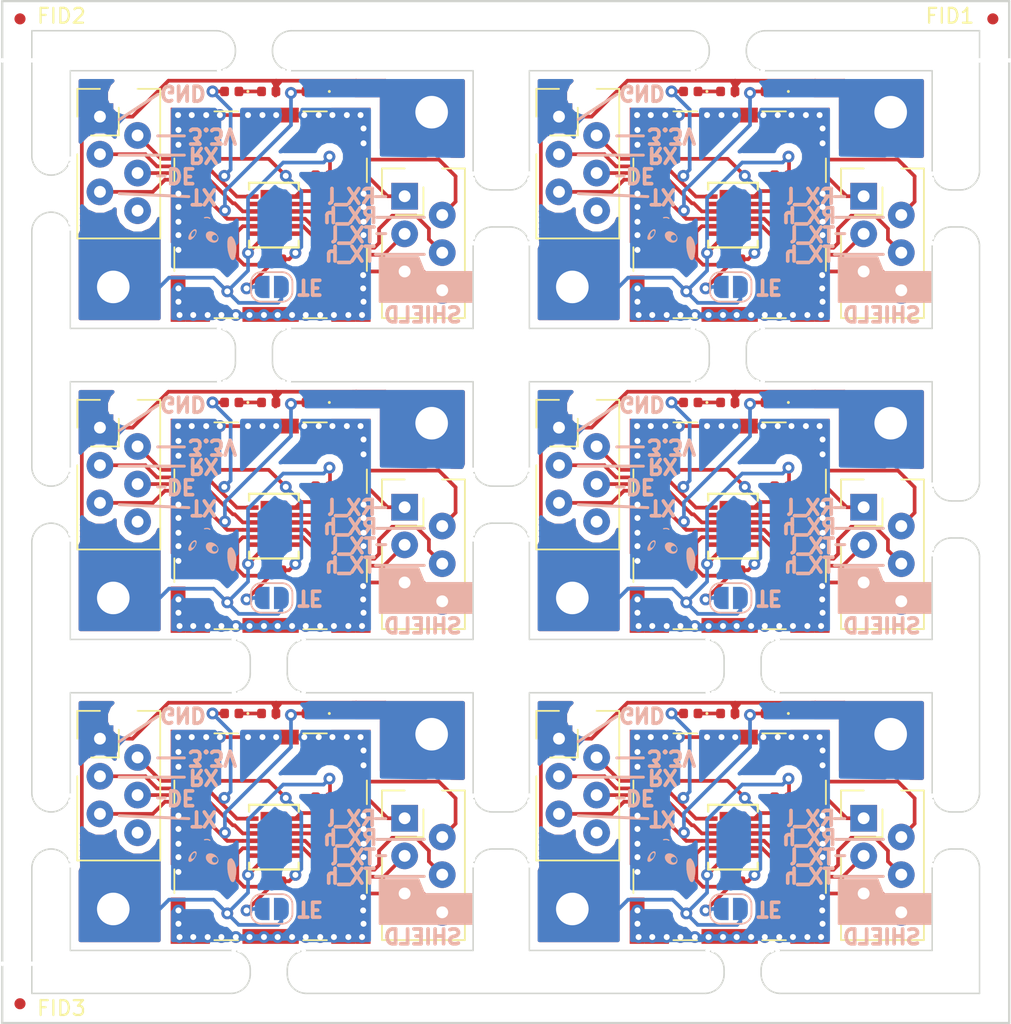
<source format=kicad_pcb>
(kicad_pcb (version 20171130) (host pcbnew 5.0.2-bee76a0~70~ubuntu18.04.1)
  (layers (0 F.Cu signal) (31 B.Cu signal) (34 B.Paste user) (35 F.Paste user) (36 B.SilkS user) (37 F.SilkS user) (38 B.Mask user) (39 F.Mask user) (44 Edge.Cuts user))
  (net 0 "")
  (net 1 +3V3)
  (net 2 GND)
  (net 3 SHIELD)
  (net 4 /RX_iso)
  (net 5 /TX_iso)
  (net 6 /DE)
  (net 7 "Net-(J2-Pad6)")
  (net 8 /l_Rx)
  (net 9 /h_Rx)
  (net 10 /l_Tx)
  (net 11 /h_Tx)
  (net 12 /term_te)
  (net 13 "Net-(U1-Pad7)")
  (net 14 "Net-(D1-Pad1)")
  (net 15 "Net-(D2-Pad1)")
  (module Fiducial:Fiducial_0.75mm_Dia_1.5mm_Outer (layer F.Cu) (at 136.2 137.7)
    (fp_text reference FID3 (at 2.8 0.3) (layer F.SilkS))
    (fp_text value Fiducial_0.75mm_Dia_1.5mm_Outer)
    (pad "" smd circle (at 0 0) (size 0.75 0.75) (layers F.Cu F.Mask) (clearance 0.375))
  )
  (module Fiducial:Fiducial_0.75mm_Dia_1.5mm_Outer (layer F.Cu) (at 136.2 71.2)
    (fp_text reference FID2 (at 2.8 -0.2) (layer F.SilkS))
    (fp_text value Fiducial_0.75mm_Dia_1.5mm_Outer)
    (pad "" smd circle (at 0 0) (size 0.75 0.75) (layers F.Cu F.Mask) (clearance 0.375))
  )
  (module RF_Shielding:Laird_Technologies_BMI-S-201-F_13.66x12.70mm (layer F.Cu) (at 184.125001 126.425001)
    (fp_text reference J1 hide)
    (fp_text value RF_Shield_Two_Pieces hide)
    (pad 1 smd rect (at 6.25 5.165) (size 1 2.13) (layers F.Cu F.Paste F.Mask) (net 3 SHIELD))
    (pad 1 smd rect (at -6.25 5.165) (size 1 2.13) (layers F.Cu F.Paste F.Mask) (net 3 SHIELD))
    (pad 1 smd rect (at 6.25 0) (size 1 3.8) (layers F.Cu F.Paste F.Mask) (net 3 SHIELD))
    (pad 1 smd rect (at -6.25 0) (size 1 3.8) (layers F.Cu F.Paste F.Mask) (net 3 SHIELD))
    (pad 1 smd rect (at 6.25 -5.165) (size 1 2.13) (layers F.Cu F.Paste F.Mask) (net 3 SHIELD))
    (pad 1 smd rect (at -6.25 -5.165) (size 1 2.13) (layers F.Cu F.Paste F.Mask) (net 3 SHIELD))
    (pad 1 smd rect (at 4.925 6.73) (size 1.65 1) (layers F.Cu F.Paste F.Mask) (net 3 SHIELD))
    (pad 1 smd rect (at 4.925 -6.73) (size 1.65 1) (layers F.Cu F.Paste F.Mask) (net 3 SHIELD))
    (pad 1 smd rect (at 0 6.73) (size 3.8 1) (layers F.Cu F.Paste F.Mask) (net 3 SHIELD))
    (pad 1 smd rect (at 0 -6.73) (size 3.8 1) (layers F.Cu F.Paste F.Mask) (net 3 SHIELD))
    (pad 1 smd rect (at -4.925 6.73) (size 1.65 1) (layers F.Cu F.Paste F.Mask) (net 3 SHIELD))
    (pad 1 smd rect (at -4.925 -6.73) (size 1.65 1) (layers F.Cu F.Paste F.Mask) (net 3 SHIELD))
    (pad 1 smd rect (at -6.25 6.73) (size 1 1) (layers F.Cu F.Paste F.Mask) (net 3 SHIELD))
    (pad 1 smd rect (at 6.25 6.73) (size 1 1) (layers F.Cu F.Paste F.Mask) (net 3 SHIELD))
    (pad 1 smd rect (at 6.25 -6.73) (size 1 1) (layers F.Cu F.Paste F.Mask) (net 3 SHIELD))
    (pad 1 smd rect (at -6.25 -6.73) (size 1 1) (layers F.Cu F.Paste F.Mask) (net 3 SHIELD))
  )
  (module RF_Shielding:Laird_Technologies_BMI-S-201-F_13.66x12.70mm (layer F.Cu) (at 153.125001 126.425001)
    (fp_text reference J1 hide)
    (fp_text value RF_Shield_Two_Pieces hide)
    (pad 1 smd rect (at 6.25 5.165) (size 1 2.13) (layers F.Cu F.Paste F.Mask) (net 3 SHIELD))
    (pad 1 smd rect (at -6.25 5.165) (size 1 2.13) (layers F.Cu F.Paste F.Mask) (net 3 SHIELD))
    (pad 1 smd rect (at 6.25 0) (size 1 3.8) (layers F.Cu F.Paste F.Mask) (net 3 SHIELD))
    (pad 1 smd rect (at -6.25 0) (size 1 3.8) (layers F.Cu F.Paste F.Mask) (net 3 SHIELD))
    (pad 1 smd rect (at 6.25 -5.165) (size 1 2.13) (layers F.Cu F.Paste F.Mask) (net 3 SHIELD))
    (pad 1 smd rect (at -6.25 -5.165) (size 1 2.13) (layers F.Cu F.Paste F.Mask) (net 3 SHIELD))
    (pad 1 smd rect (at 4.925 6.73) (size 1.65 1) (layers F.Cu F.Paste F.Mask) (net 3 SHIELD))
    (pad 1 smd rect (at 4.925 -6.73) (size 1.65 1) (layers F.Cu F.Paste F.Mask) (net 3 SHIELD))
    (pad 1 smd rect (at 0 6.73) (size 3.8 1) (layers F.Cu F.Paste F.Mask) (net 3 SHIELD))
    (pad 1 smd rect (at 0 -6.73) (size 3.8 1) (layers F.Cu F.Paste F.Mask) (net 3 SHIELD))
    (pad 1 smd rect (at -4.925 6.73) (size 1.65 1) (layers F.Cu F.Paste F.Mask) (net 3 SHIELD))
    (pad 1 smd rect (at -4.925 -6.73) (size 1.65 1) (layers F.Cu F.Paste F.Mask) (net 3 SHIELD))
    (pad 1 smd rect (at -6.25 6.73) (size 1 1) (layers F.Cu F.Paste F.Mask) (net 3 SHIELD))
    (pad 1 smd rect (at 6.25 6.73) (size 1 1) (layers F.Cu F.Paste F.Mask) (net 3 SHIELD))
    (pad 1 smd rect (at 6.25 -6.73) (size 1 1) (layers F.Cu F.Paste F.Mask) (net 3 SHIELD))
    (pad 1 smd rect (at -6.25 -6.73) (size 1 1) (layers F.Cu F.Paste F.Mask) (net 3 SHIELD))
  )
  (module RF_Shielding:Laird_Technologies_BMI-S-201-F_13.66x12.70mm (layer F.Cu) (at 184.125001 105.425001)
    (fp_text reference J1 hide)
    (fp_text value RF_Shield_Two_Pieces hide)
    (pad 1 smd rect (at 6.25 5.165) (size 1 2.13) (layers F.Cu F.Paste F.Mask) (net 3 SHIELD))
    (pad 1 smd rect (at -6.25 5.165) (size 1 2.13) (layers F.Cu F.Paste F.Mask) (net 3 SHIELD))
    (pad 1 smd rect (at 6.25 0) (size 1 3.8) (layers F.Cu F.Paste F.Mask) (net 3 SHIELD))
    (pad 1 smd rect (at -6.25 0) (size 1 3.8) (layers F.Cu F.Paste F.Mask) (net 3 SHIELD))
    (pad 1 smd rect (at 6.25 -5.165) (size 1 2.13) (layers F.Cu F.Paste F.Mask) (net 3 SHIELD))
    (pad 1 smd rect (at -6.25 -5.165) (size 1 2.13) (layers F.Cu F.Paste F.Mask) (net 3 SHIELD))
    (pad 1 smd rect (at 4.925 6.73) (size 1.65 1) (layers F.Cu F.Paste F.Mask) (net 3 SHIELD))
    (pad 1 smd rect (at 4.925 -6.73) (size 1.65 1) (layers F.Cu F.Paste F.Mask) (net 3 SHIELD))
    (pad 1 smd rect (at 0 6.73) (size 3.8 1) (layers F.Cu F.Paste F.Mask) (net 3 SHIELD))
    (pad 1 smd rect (at 0 -6.73) (size 3.8 1) (layers F.Cu F.Paste F.Mask) (net 3 SHIELD))
    (pad 1 smd rect (at -4.925 6.73) (size 1.65 1) (layers F.Cu F.Paste F.Mask) (net 3 SHIELD))
    (pad 1 smd rect (at -4.925 -6.73) (size 1.65 1) (layers F.Cu F.Paste F.Mask) (net 3 SHIELD))
    (pad 1 smd rect (at -6.25 6.73) (size 1 1) (layers F.Cu F.Paste F.Mask) (net 3 SHIELD))
    (pad 1 smd rect (at 6.25 6.73) (size 1 1) (layers F.Cu F.Paste F.Mask) (net 3 SHIELD))
    (pad 1 smd rect (at 6.25 -6.73) (size 1 1) (layers F.Cu F.Paste F.Mask) (net 3 SHIELD))
    (pad 1 smd rect (at -6.25 -6.73) (size 1 1) (layers F.Cu F.Paste F.Mask) (net 3 SHIELD))
  )
  (module RF_Shielding:Laird_Technologies_BMI-S-201-F_13.66x12.70mm (layer F.Cu) (at 153.125001 105.425001)
    (fp_text reference J1 hide)
    (fp_text value RF_Shield_Two_Pieces hide)
    (pad 1 smd rect (at 6.25 5.165) (size 1 2.13) (layers F.Cu F.Paste F.Mask) (net 3 SHIELD))
    (pad 1 smd rect (at -6.25 5.165) (size 1 2.13) (layers F.Cu F.Paste F.Mask) (net 3 SHIELD))
    (pad 1 smd rect (at 6.25 0) (size 1 3.8) (layers F.Cu F.Paste F.Mask) (net 3 SHIELD))
    (pad 1 smd rect (at -6.25 0) (size 1 3.8) (layers F.Cu F.Paste F.Mask) (net 3 SHIELD))
    (pad 1 smd rect (at 6.25 -5.165) (size 1 2.13) (layers F.Cu F.Paste F.Mask) (net 3 SHIELD))
    (pad 1 smd rect (at -6.25 -5.165) (size 1 2.13) (layers F.Cu F.Paste F.Mask) (net 3 SHIELD))
    (pad 1 smd rect (at 4.925 6.73) (size 1.65 1) (layers F.Cu F.Paste F.Mask) (net 3 SHIELD))
    (pad 1 smd rect (at 4.925 -6.73) (size 1.65 1) (layers F.Cu F.Paste F.Mask) (net 3 SHIELD))
    (pad 1 smd rect (at 0 6.73) (size 3.8 1) (layers F.Cu F.Paste F.Mask) (net 3 SHIELD))
    (pad 1 smd rect (at 0 -6.73) (size 3.8 1) (layers F.Cu F.Paste F.Mask) (net 3 SHIELD))
    (pad 1 smd rect (at -4.925 6.73) (size 1.65 1) (layers F.Cu F.Paste F.Mask) (net 3 SHIELD))
    (pad 1 smd rect (at -4.925 -6.73) (size 1.65 1) (layers F.Cu F.Paste F.Mask) (net 3 SHIELD))
    (pad 1 smd rect (at -6.25 6.73) (size 1 1) (layers F.Cu F.Paste F.Mask) (net 3 SHIELD))
    (pad 1 smd rect (at 6.25 6.73) (size 1 1) (layers F.Cu F.Paste F.Mask) (net 3 SHIELD))
    (pad 1 smd rect (at 6.25 -6.73) (size 1 1) (layers F.Cu F.Paste F.Mask) (net 3 SHIELD))
    (pad 1 smd rect (at -6.25 -6.73) (size 1 1) (layers F.Cu F.Paste F.Mask) (net 3 SHIELD))
  )
  (module RF_Shielding:Laird_Technologies_BMI-S-201-F_13.66x12.70mm (layer F.Cu) (at 184.125001 84.425001)
    (fp_text reference J1 hide)
    (fp_text value RF_Shield_Two_Pieces hide)
    (pad 1 smd rect (at 6.25 5.165) (size 1 2.13) (layers F.Cu F.Paste F.Mask) (net 3 SHIELD))
    (pad 1 smd rect (at -6.25 5.165) (size 1 2.13) (layers F.Cu F.Paste F.Mask) (net 3 SHIELD))
    (pad 1 smd rect (at 6.25 0) (size 1 3.8) (layers F.Cu F.Paste F.Mask) (net 3 SHIELD))
    (pad 1 smd rect (at -6.25 0) (size 1 3.8) (layers F.Cu F.Paste F.Mask) (net 3 SHIELD))
    (pad 1 smd rect (at 6.25 -5.165) (size 1 2.13) (layers F.Cu F.Paste F.Mask) (net 3 SHIELD))
    (pad 1 smd rect (at -6.25 -5.165) (size 1 2.13) (layers F.Cu F.Paste F.Mask) (net 3 SHIELD))
    (pad 1 smd rect (at 4.925 6.73) (size 1.65 1) (layers F.Cu F.Paste F.Mask) (net 3 SHIELD))
    (pad 1 smd rect (at 4.925 -6.73) (size 1.65 1) (layers F.Cu F.Paste F.Mask) (net 3 SHIELD))
    (pad 1 smd rect (at 0 6.73) (size 3.8 1) (layers F.Cu F.Paste F.Mask) (net 3 SHIELD))
    (pad 1 smd rect (at 0 -6.73) (size 3.8 1) (layers F.Cu F.Paste F.Mask) (net 3 SHIELD))
    (pad 1 smd rect (at -4.925 6.73) (size 1.65 1) (layers F.Cu F.Paste F.Mask) (net 3 SHIELD))
    (pad 1 smd rect (at -4.925 -6.73) (size 1.65 1) (layers F.Cu F.Paste F.Mask) (net 3 SHIELD))
    (pad 1 smd rect (at -6.25 6.73) (size 1 1) (layers F.Cu F.Paste F.Mask) (net 3 SHIELD))
    (pad 1 smd rect (at 6.25 6.73) (size 1 1) (layers F.Cu F.Paste F.Mask) (net 3 SHIELD))
    (pad 1 smd rect (at 6.25 -6.73) (size 1 1) (layers F.Cu F.Paste F.Mask) (net 3 SHIELD))
    (pad 1 smd rect (at -6.25 -6.73) (size 1 1) (layers F.Cu F.Paste F.Mask) (net 3 SHIELD))
  )
  (module Capacitor_SMD:C_0402_1005Metric (layer F.Cu) (at 187.65 123.75)
    (fp_text reference C1 hide)
    (fp_text value 0.1uF)
    (pad 2 smd roundrect (at 0.485 0) (size 0.59 0.64) (layers F.Cu F.Paste F.Mask) (net 2 GND))
    (pad 1 smd roundrect (at -0.485 0) (size 0.59 0.64) (layers F.Cu F.Paste F.Mask) (net 1 +3V3))
  )
  (module Capacitor_SMD:C_0402_1005Metric (layer F.Cu) (at 156.65 123.75)
    (fp_text reference C1 hide)
    (fp_text value 0.1uF)
    (pad 2 smd roundrect (at 0.485 0) (size 0.59 0.64) (layers F.Cu F.Paste F.Mask) (net 2 GND))
    (pad 1 smd roundrect (at -0.485 0) (size 0.59 0.64) (layers F.Cu F.Paste F.Mask) (net 1 +3V3))
  )
  (module Capacitor_SMD:C_0402_1005Metric (layer F.Cu) (at 187.65 102.75)
    (fp_text reference C1 hide)
    (fp_text value 0.1uF)
    (pad 2 smd roundrect (at 0.485 0) (size 0.59 0.64) (layers F.Cu F.Paste F.Mask) (net 2 GND))
    (pad 1 smd roundrect (at -0.485 0) (size 0.59 0.64) (layers F.Cu F.Paste F.Mask) (net 1 +3V3))
  )
  (module Capacitor_SMD:C_0402_1005Metric (layer F.Cu) (at 156.65 102.75)
    (fp_text reference C1 hide)
    (fp_text value 0.1uF)
    (pad 2 smd roundrect (at 0.485 0) (size 0.59 0.64) (layers F.Cu F.Paste F.Mask) (net 2 GND))
    (pad 1 smd roundrect (at -0.485 0) (size 0.59 0.64) (layers F.Cu F.Paste F.Mask) (net 1 +3V3))
  )
  (module Capacitor_SMD:C_0402_1005Metric (layer F.Cu) (at 187.65 81.75)
    (fp_text reference C1 hide)
    (fp_text value 0.1uF)
    (pad 2 smd roundrect (at 0.485 0) (size 0.59 0.64) (layers F.Cu F.Paste F.Mask) (net 2 GND))
    (pad 1 smd roundrect (at -0.485 0) (size 0.59 0.64) (layers F.Cu F.Paste F.Mask) (net 1 +3V3))
  )
  (module MountingHole:MountingHole_2.2mm_M2_Pad (layer F.Cu) (at 195 119.5)
    (fp_text reference H2 hide)
    (fp_text value MountingHole_Pad hide)
    (pad 1 thru_hole circle (at 0 0) (size 4.4 4.4) (drill 2.2) (layers *.Cu *.Mask) (net 2 GND))
  )
  (module MountingHole:MountingHole_2.2mm_M2_Pad (layer F.Cu) (at 164 119.5)
    (fp_text reference H2 hide)
    (fp_text value MountingHole_Pad hide)
    (pad 1 thru_hole circle (at 0 0) (size 4.4 4.4) (drill 2.2) (layers *.Cu *.Mask) (net 2 GND))
  )
  (module MountingHole:MountingHole_2.2mm_M2_Pad (layer F.Cu) (at 195 98.5)
    (fp_text reference H2 hide)
    (fp_text value MountingHole_Pad hide)
    (pad 1 thru_hole circle (at 0 0) (size 4.4 4.4) (drill 2.2) (layers *.Cu *.Mask) (net 2 GND))
  )
  (module MountingHole:MountingHole_2.2mm_M2_Pad (layer F.Cu) (at 164 98.5)
    (fp_text reference H2 hide)
    (fp_text value MountingHole_Pad hide)
    (pad 1 thru_hole circle (at 0 0) (size 4.4 4.4) (drill 2.2) (layers *.Cu *.Mask) (net 2 GND))
  )
  (module MountingHole:MountingHole_2.2mm_M2_Pad (layer F.Cu) (at 195 77.5)
    (fp_text reference H2 hide)
    (fp_text value MountingHole_Pad hide)
    (pad 1 thru_hole circle (at 0 0) (size 4.4 4.4) (drill 2.2) (layers *.Cu *.Mask) (net 2 GND))
  )
  (module Jumper:SolderJumper-2_P1.3mm_Open_RoundedPad1.0x1.5mm (layer B.Cu) (at 184.2 131.3)
    (fp_text reference JP1 hide)
    (fp_text value SolderJumper_2_Open hide)
    (pad 2 smd custom (at 0.65 0) (size 1 0.5) (layers B.Cu B.Mask) (net 2 GND) (options (clearance outline) (anchor rect)) (primitives (gr_circle (center 0 -0.25) (end 0.5 -0.25) (width 0)) (gr_circle (center 0 0.25) (end 0.5 0.25) (width 0)) (gr_poly (pts (xy 0 0.75) (xy -0.5 0.75) (xy -0.5 -0.75) (xy 0 -0.75)) (width 0))))
    (pad 1 smd custom (at -0.65 0) (size 1 0.5) (layers B.Cu B.Mask) (net 12 /term_te) (options (clearance outline) (anchor rect)) (primitives (gr_circle (center 0 -0.25) (end 0.5 -0.25) (width 0)) (gr_circle (center 0 0.25) (end 0.5 0.25) (width 0)) (gr_poly (pts (xy 0 0.75) (xy 0.5 0.75) (xy 0.5 -0.75) (xy 0 -0.75)) (width 0))))
  )
  (module Jumper:SolderJumper-2_P1.3mm_Open_RoundedPad1.0x1.5mm (layer B.Cu) (at 153.2 131.3)
    (fp_text reference JP1 hide)
    (fp_text value SolderJumper_2_Open hide)
    (pad 2 smd custom (at 0.65 0) (size 1 0.5) (layers B.Cu B.Mask) (net 2 GND) (options (clearance outline) (anchor rect)) (primitives (gr_circle (center 0 -0.25) (end 0.5 -0.25) (width 0)) (gr_circle (center 0 0.25) (end 0.5 0.25) (width 0)) (gr_poly (pts (xy 0 0.75) (xy -0.5 0.75) (xy -0.5 -0.75) (xy 0 -0.75)) (width 0))))
    (pad 1 smd custom (at -0.65 0) (size 1 0.5) (layers B.Cu B.Mask) (net 12 /term_te) (options (clearance outline) (anchor rect)) (primitives (gr_circle (center 0 -0.25) (end 0.5 -0.25) (width 0)) (gr_circle (center 0 0.25) (end 0.5 0.25) (width 0)) (gr_poly (pts (xy 0 0.75) (xy 0.5 0.75) (xy 0.5 -0.75) (xy 0 -0.75)) (width 0))))
  )
  (module Jumper:SolderJumper-2_P1.3mm_Open_RoundedPad1.0x1.5mm (layer B.Cu) (at 184.2 110.3)
    (fp_text reference JP1 hide)
    (fp_text value SolderJumper_2_Open hide)
    (pad 2 smd custom (at 0.65 0) (size 1 0.5) (layers B.Cu B.Mask) (net 2 GND) (options (clearance outline) (anchor rect)) (primitives (gr_circle (center 0 -0.25) (end 0.5 -0.25) (width 0)) (gr_circle (center 0 0.25) (end 0.5 0.25) (width 0)) (gr_poly (pts (xy 0 0.75) (xy -0.5 0.75) (xy -0.5 -0.75) (xy 0 -0.75)) (width 0))))
    (pad 1 smd custom (at -0.65 0) (size 1 0.5) (layers B.Cu B.Mask) (net 12 /term_te) (options (clearance outline) (anchor rect)) (primitives (gr_circle (center 0 -0.25) (end 0.5 -0.25) (width 0)) (gr_circle (center 0 0.25) (end 0.5 0.25) (width 0)) (gr_poly (pts (xy 0 0.75) (xy 0.5 0.75) (xy 0.5 -0.75) (xy 0 -0.75)) (width 0))))
  )
  (module Jumper:SolderJumper-2_P1.3mm_Open_RoundedPad1.0x1.5mm (layer B.Cu) (at 153.2 110.3)
    (fp_text reference JP1 hide)
    (fp_text value SolderJumper_2_Open hide)
    (pad 2 smd custom (at 0.65 0) (size 1 0.5) (layers B.Cu B.Mask) (net 2 GND) (options (clearance outline) (anchor rect)) (primitives (gr_circle (center 0 -0.25) (end 0.5 -0.25) (width 0)) (gr_circle (center 0 0.25) (end 0.5 0.25) (width 0)) (gr_poly (pts (xy 0 0.75) (xy -0.5 0.75) (xy -0.5 -0.75) (xy 0 -0.75)) (width 0))))
    (pad 1 smd custom (at -0.65 0) (size 1 0.5) (layers B.Cu B.Mask) (net 12 /term_te) (options (clearance outline) (anchor rect)) (primitives (gr_circle (center 0 -0.25) (end 0.5 -0.25) (width 0)) (gr_circle (center 0 0.25) (end 0.5 0.25) (width 0)) (gr_poly (pts (xy 0 0.75) (xy 0.5 0.75) (xy 0.5 -0.75) (xy 0 -0.75)) (width 0))))
  )
  (module Jumper:SolderJumper-2_P1.3mm_Open_RoundedPad1.0x1.5mm (layer B.Cu) (at 184.2 89.3)
    (fp_text reference JP1 hide)
    (fp_text value SolderJumper_2_Open hide)
    (pad 2 smd custom (at 0.65 0) (size 1 0.5) (layers B.Cu B.Mask) (net 2 GND) (options (clearance outline) (anchor rect)) (primitives (gr_circle (center 0 -0.25) (end 0.5 -0.25) (width 0)) (gr_circle (center 0 0.25) (end 0.5 0.25) (width 0)) (gr_poly (pts (xy 0 0.75) (xy -0.5 0.75) (xy -0.5 -0.75) (xy 0 -0.75)) (width 0))))
    (pad 1 smd custom (at -0.65 0) (size 1 0.5) (layers B.Cu B.Mask) (net 12 /term_te) (options (clearance outline) (anchor rect)) (primitives (gr_circle (center 0 -0.25) (end 0.5 -0.25) (width 0)) (gr_circle (center 0 0.25) (end 0.5 0.25) (width 0)) (gr_poly (pts (xy 0 0.75) (xy 0.5 0.75) (xy 0.5 -0.75) (xy 0 -0.75)) (width 0))))
  )
  (module Resistor_SMD:R_0402_1005Metric (layer F.Cu) (at 189.4 118.1 180)
    (fp_text reference R2 hide)
    (fp_text value 1k)
    (pad 2 smd roundrect (at 0.485 0 180) (size 0.59 0.64) (layers F.Cu F.Paste F.Mask) (net 14 "Net-(D1-Pad1)"))
    (pad 1 smd roundrect (at -0.485 0 180) (size 0.59 0.64) (layers F.Cu F.Paste F.Mask) (net 2 GND))
  )
  (module Resistor_SMD:R_0402_1005Metric (layer F.Cu) (at 158.4 118.1 180)
    (fp_text reference R2 hide)
    (fp_text value 1k)
    (pad 2 smd roundrect (at 0.485 0 180) (size 0.59 0.64) (layers F.Cu F.Paste F.Mask) (net 14 "Net-(D1-Pad1)"))
    (pad 1 smd roundrect (at -0.485 0 180) (size 0.59 0.64) (layers F.Cu F.Paste F.Mask) (net 2 GND))
  )
  (module Resistor_SMD:R_0402_1005Metric (layer F.Cu) (at 189.4 97.1 180)
    (fp_text reference R2 hide)
    (fp_text value 1k)
    (pad 2 smd roundrect (at 0.485 0 180) (size 0.59 0.64) (layers F.Cu F.Paste F.Mask) (net 14 "Net-(D1-Pad1)"))
    (pad 1 smd roundrect (at -0.485 0 180) (size 0.59 0.64) (layers F.Cu F.Paste F.Mask) (net 2 GND))
  )
  (module Resistor_SMD:R_0402_1005Metric (layer F.Cu) (at 158.4 97.1 180)
    (fp_text reference R2 hide)
    (fp_text value 1k)
    (pad 2 smd roundrect (at 0.485 0 180) (size 0.59 0.64) (layers F.Cu F.Paste F.Mask) (net 14 "Net-(D1-Pad1)"))
    (pad 1 smd roundrect (at -0.485 0 180) (size 0.59 0.64) (layers F.Cu F.Paste F.Mask) (net 2 GND))
  )
  (module Resistor_SMD:R_0402_1005Metric (layer F.Cu) (at 189.4 76.1 180)
    (fp_text reference R2 hide)
    (fp_text value 1k)
    (pad 2 smd roundrect (at 0.485 0 180) (size 0.59 0.64) (layers F.Cu F.Paste F.Mask) (net 14 "Net-(D1-Pad1)"))
    (pad 1 smd roundrect (at -0.485 0 180) (size 0.59 0.64) (layers F.Cu F.Paste F.Mask) (net 2 GND))
  )
  (module MountingHole:MountingHole_2.2mm_M2_Pad (layer F.Cu) (at 173.5 131.3)
    (fp_text reference H1 hide)
    (fp_text value MountingHole_Pad hide)
    (pad 1 thru_hole circle (at 0 0) (size 4.4 4.4) (drill 2.2) (layers *.Cu *.Mask) (net 2 GND))
  )
  (module MountingHole:MountingHole_2.2mm_M2_Pad (layer F.Cu) (at 142.5 131.3)
    (fp_text reference H1 hide)
    (fp_text value MountingHole_Pad hide)
    (pad 1 thru_hole circle (at 0 0) (size 4.4 4.4) (drill 2.2) (layers *.Cu *.Mask) (net 2 GND))
  )
  (module MountingHole:MountingHole_2.2mm_M2_Pad (layer F.Cu) (at 173.5 110.3)
    (fp_text reference H1 hide)
    (fp_text value MountingHole_Pad hide)
    (pad 1 thru_hole circle (at 0 0) (size 4.4 4.4) (drill 2.2) (layers *.Cu *.Mask) (net 2 GND))
  )
  (module MountingHole:MountingHole_2.2mm_M2_Pad (layer F.Cu) (at 142.5 110.3)
    (fp_text reference H1 hide)
    (fp_text value MountingHole_Pad hide)
    (pad 1 thru_hole circle (at 0 0) (size 4.4 4.4) (drill 2.2) (layers *.Cu *.Mask) (net 2 GND))
  )
  (module MountingHole:MountingHole_2.2mm_M2_Pad (layer F.Cu) (at 173.5 89.3)
    (fp_text reference H1 hide)
    (fp_text value MountingHole_Pad hide)
    (pad 1 thru_hole circle (at 0 0) (size 4.4 4.4) (drill 2.2) (layers *.Cu *.Mask) (net 2 GND))
  )
  (module custom_lib:R1_eyes_mask_5.5mm (layer B.Cu) (at 179.404396 128.705664)
    (fp_text reference H4 hide)
    (fp_text value eyes hide)
  )
  (module custom_lib:R1_eyes_mask_5.5mm (layer B.Cu) (at 148.404396 128.705664)
    (fp_text reference H4 hide)
    (fp_text value eyes hide)
  )
  (module custom_lib:R1_eyes_mask_5.5mm (layer B.Cu) (at 179.404396 107.705664)
    (fp_text reference H4 hide)
    (fp_text value eyes hide)
  )
  (module custom_lib:R1_eyes_mask_5.5mm (layer B.Cu) (at 148.404396 107.705664)
    (fp_text reference H4 hide)
    (fp_text value eyes hide)
  )
  (module custom_lib:R1_eyes_mask_5.5mm (layer B.Cu) (at 179.404396 86.705664)
    (fp_text reference H4 hide)
    (fp_text value eyes hide)
  )
  (module custom_lib:ltc2855 (layer F.Cu) (at 184.35 126.45)
    (fp_text reference U1 hide)
    (fp_text value LTC2855CDEPBF hide)
    (pad 13 smd rect (at 0 0) (size 1.8034 3.4036) (layers F.Cu F.Paste F.Mask) (net 2 GND))
    (pad 12 smd rect (at 1.4478 -1.25) (size 0.8128 0.3048) (layers F.Cu F.Paste F.Mask) (net 1 +3V3))
    (pad 11 smd rect (at 1.4478 -0.75) (size 0.8128 0.3048) (layers F.Cu F.Paste F.Mask) (net 9 /h_Rx))
    (pad 10 smd rect (at 1.4478 -0.25) (size 0.8128 0.3048) (layers F.Cu F.Paste F.Mask) (net 8 /l_Rx))
    (pad 9 smd rect (at 1.4478 0.25) (size 0.8128 0.3048) (layers F.Cu F.Paste F.Mask) (net 11 /h_Tx))
    (pad 8 smd rect (at 1.4478 0.75) (size 0.8128 0.3048) (layers F.Cu F.Paste F.Mask) (net 10 /l_Tx))
    (pad 7 smd rect (at 1.4478 1.25) (size 0.8128 0.3048) (layers F.Cu F.Paste F.Mask) (net 13 "Net-(U1-Pad7)"))
    (pad 6 smd rect (at -1.4478 1.25) (size 0.8128 0.3048) (layers F.Cu F.Paste F.Mask) (net 2 GND))
    (pad 5 smd rect (at -1.4478 0.75) (size 0.8128 0.3048) (layers F.Cu F.Paste F.Mask) (net 12 /term_te))
    (pad 4 smd rect (at -1.4478 0.25) (size 0.8128 0.3048) (layers F.Cu F.Paste F.Mask) (net 5 /TX_iso))
    (pad 3 smd rect (at -1.4478 -0.25) (size 0.8128 0.3048) (layers F.Cu F.Paste F.Mask) (net 6 /DE))
    (pad 2 smd rect (at -1.4478 -0.75) (size 0.8128 0.3048) (layers F.Cu F.Paste F.Mask) (net 2 GND))
    (pad 1 smd rect (at -1.4478 -1.25) (size 0.8128 0.3048) (layers F.Cu F.Paste F.Mask) (net 4 /RX_iso))
  )
  (module custom_lib:ltc2855 (layer F.Cu) (at 153.35 126.45)
    (fp_text reference U1 hide)
    (fp_text value LTC2855CDEPBF hide)
    (pad 13 smd rect (at 0 0) (size 1.8034 3.4036) (layers F.Cu F.Paste F.Mask) (net 2 GND))
    (pad 12 smd rect (at 1.4478 -1.25) (size 0.8128 0.3048) (layers F.Cu F.Paste F.Mask) (net 1 +3V3))
    (pad 11 smd rect (at 1.4478 -0.75) (size 0.8128 0.3048) (layers F.Cu F.Paste F.Mask) (net 9 /h_Rx))
    (pad 10 smd rect (at 1.4478 -0.25) (size 0.8128 0.3048) (layers F.Cu F.Paste F.Mask) (net 8 /l_Rx))
    (pad 9 smd rect (at 1.4478 0.25) (size 0.8128 0.3048) (layers F.Cu F.Paste F.Mask) (net 11 /h_Tx))
    (pad 8 smd rect (at 1.4478 0.75) (size 0.8128 0.3048) (layers F.Cu F.Paste F.Mask) (net 10 /l_Tx))
    (pad 7 smd rect (at 1.4478 1.25) (size 0.8128 0.3048) (layers F.Cu F.Paste F.Mask) (net 13 "Net-(U1-Pad7)"))
    (pad 6 smd rect (at -1.4478 1.25) (size 0.8128 0.3048) (layers F.Cu F.Paste F.Mask) (net 2 GND))
    (pad 5 smd rect (at -1.4478 0.75) (size 0.8128 0.3048) (layers F.Cu F.Paste F.Mask) (net 12 /term_te))
    (pad 4 smd rect (at -1.4478 0.25) (size 0.8128 0.3048) (layers F.Cu F.Paste F.Mask) (net 5 /TX_iso))
    (pad 3 smd rect (at -1.4478 -0.25) (size 0.8128 0.3048) (layers F.Cu F.Paste F.Mask) (net 6 /DE))
    (pad 2 smd rect (at -1.4478 -0.75) (size 0.8128 0.3048) (layers F.Cu F.Paste F.Mask) (net 2 GND))
    (pad 1 smd rect (at -1.4478 -1.25) (size 0.8128 0.3048) (layers F.Cu F.Paste F.Mask) (net 4 /RX_iso))
  )
  (module custom_lib:ltc2855 (layer F.Cu) (at 184.35 105.45)
    (fp_text reference U1 hide)
    (fp_text value LTC2855CDEPBF hide)
    (pad 13 smd rect (at 0 0) (size 1.8034 3.4036) (layers F.Cu F.Paste F.Mask) (net 2 GND))
    (pad 12 smd rect (at 1.4478 -1.25) (size 0.8128 0.3048) (layers F.Cu F.Paste F.Mask) (net 1 +3V3))
    (pad 11 smd rect (at 1.4478 -0.75) (size 0.8128 0.3048) (layers F.Cu F.Paste F.Mask) (net 9 /h_Rx))
    (pad 10 smd rect (at 1.4478 -0.25) (size 0.8128 0.3048) (layers F.Cu F.Paste F.Mask) (net 8 /l_Rx))
    (pad 9 smd rect (at 1.4478 0.25) (size 0.8128 0.3048) (layers F.Cu F.Paste F.Mask) (net 11 /h_Tx))
    (pad 8 smd rect (at 1.4478 0.75) (size 0.8128 0.3048) (layers F.Cu F.Paste F.Mask) (net 10 /l_Tx))
    (pad 7 smd rect (at 1.4478 1.25) (size 0.8128 0.3048) (layers F.Cu F.Paste F.Mask) (net 13 "Net-(U1-Pad7)"))
    (pad 6 smd rect (at -1.4478 1.25) (size 0.8128 0.3048) (layers F.Cu F.Paste F.Mask) (net 2 GND))
    (pad 5 smd rect (at -1.4478 0.75) (size 0.8128 0.3048) (layers F.Cu F.Paste F.Mask) (net 12 /term_te))
    (pad 4 smd rect (at -1.4478 0.25) (size 0.8128 0.3048) (layers F.Cu F.Paste F.Mask) (net 5 /TX_iso))
    (pad 3 smd rect (at -1.4478 -0.25) (size 0.8128 0.3048) (layers F.Cu F.Paste F.Mask) (net 6 /DE))
    (pad 2 smd rect (at -1.4478 -0.75) (size 0.8128 0.3048) (layers F.Cu F.Paste F.Mask) (net 2 GND))
    (pad 1 smd rect (at -1.4478 -1.25) (size 0.8128 0.3048) (layers F.Cu F.Paste F.Mask) (net 4 /RX_iso))
  )
  (module custom_lib:ltc2855 (layer F.Cu) (at 153.35 105.45)
    (fp_text reference U1 hide)
    (fp_text value LTC2855CDEPBF hide)
    (pad 13 smd rect (at 0 0) (size 1.8034 3.4036) (layers F.Cu F.Paste F.Mask) (net 2 GND))
    (pad 12 smd rect (at 1.4478 -1.25) (size 0.8128 0.3048) (layers F.Cu F.Paste F.Mask) (net 1 +3V3))
    (pad 11 smd rect (at 1.4478 -0.75) (size 0.8128 0.3048) (layers F.Cu F.Paste F.Mask) (net 9 /h_Rx))
    (pad 10 smd rect (at 1.4478 -0.25) (size 0.8128 0.3048) (layers F.Cu F.Paste F.Mask) (net 8 /l_Rx))
    (pad 9 smd rect (at 1.4478 0.25) (size 0.8128 0.3048) (layers F.Cu F.Paste F.Mask) (net 11 /h_Tx))
    (pad 8 smd rect (at 1.4478 0.75) (size 0.8128 0.3048) (layers F.Cu F.Paste F.Mask) (net 10 /l_Tx))
    (pad 7 smd rect (at 1.4478 1.25) (size 0.8128 0.3048) (layers F.Cu F.Paste F.Mask) (net 13 "Net-(U1-Pad7)"))
    (pad 6 smd rect (at -1.4478 1.25) (size 0.8128 0.3048) (layers F.Cu F.Paste F.Mask) (net 2 GND))
    (pad 5 smd rect (at -1.4478 0.75) (size 0.8128 0.3048) (layers F.Cu F.Paste F.Mask) (net 12 /term_te))
    (pad 4 smd rect (at -1.4478 0.25) (size 0.8128 0.3048) (layers F.Cu F.Paste F.Mask) (net 5 /TX_iso))
    (pad 3 smd rect (at -1.4478 -0.25) (size 0.8128 0.3048) (layers F.Cu F.Paste F.Mask) (net 6 /DE))
    (pad 2 smd rect (at -1.4478 -0.75) (size 0.8128 0.3048) (layers F.Cu F.Paste F.Mask) (net 2 GND))
    (pad 1 smd rect (at -1.4478 -1.25) (size 0.8128 0.3048) (layers F.Cu F.Paste F.Mask) (net 4 /RX_iso))
  )
  (module custom_lib:ltc2855 (layer F.Cu) (at 184.35 84.45)
    (fp_text reference U1 hide)
    (fp_text value LTC2855CDEPBF hide)
    (pad 13 smd rect (at 0 0) (size 1.8034 3.4036) (layers F.Cu F.Paste F.Mask) (net 2 GND))
    (pad 12 smd rect (at 1.4478 -1.25) (size 0.8128 0.3048) (layers F.Cu F.Paste F.Mask) (net 1 +3V3))
    (pad 11 smd rect (at 1.4478 -0.75) (size 0.8128 0.3048) (layers F.Cu F.Paste F.Mask) (net 9 /h_Rx))
    (pad 10 smd rect (at 1.4478 -0.25) (size 0.8128 0.3048) (layers F.Cu F.Paste F.Mask) (net 8 /l_Rx))
    (pad 9 smd rect (at 1.4478 0.25) (size 0.8128 0.3048) (layers F.Cu F.Paste F.Mask) (net 11 /h_Tx))
    (pad 8 smd rect (at 1.4478 0.75) (size 0.8128 0.3048) (layers F.Cu F.Paste F.Mask) (net 10 /l_Tx))
    (pad 7 smd rect (at 1.4478 1.25) (size 0.8128 0.3048) (layers F.Cu F.Paste F.Mask) (net 13 "Net-(U1-Pad7)"))
    (pad 6 smd rect (at -1.4478 1.25) (size 0.8128 0.3048) (layers F.Cu F.Paste F.Mask) (net 2 GND))
    (pad 5 smd rect (at -1.4478 0.75) (size 0.8128 0.3048) (layers F.Cu F.Paste F.Mask) (net 12 /term_te))
    (pad 4 smd rect (at -1.4478 0.25) (size 0.8128 0.3048) (layers F.Cu F.Paste F.Mask) (net 5 /TX_iso))
    (pad 3 smd rect (at -1.4478 -0.25) (size 0.8128 0.3048) (layers F.Cu F.Paste F.Mask) (net 6 /DE))
    (pad 2 smd rect (at -1.4478 -0.75) (size 0.8128 0.3048) (layers F.Cu F.Paste F.Mask) (net 2 GND))
    (pad 1 smd rect (at -1.4478 -1.25) (size 0.8128 0.3048) (layers F.Cu F.Paste F.Mask) (net 4 /RX_iso))
  )
  (module custom_lib:R1_ear_silk_5.5mm (layer B.Cu) (at 179.404396 128.705664)
    (fp_text reference H3 hide)
    (fp_text value ears hide)
  )
  (module custom_lib:R1_ear_silk_5.5mm (layer B.Cu) (at 148.404396 128.705664)
    (fp_text reference H3 hide)
    (fp_text value ears hide)
  )
  (module custom_lib:R1_ear_silk_5.5mm (layer B.Cu) (at 179.404396 107.705664)
    (fp_text reference H3 hide)
    (fp_text value ears hide)
  )
  (module custom_lib:R1_ear_silk_5.5mm (layer B.Cu) (at 148.404396 107.705664)
    (fp_text reference H3 hide)
    (fp_text value ears hide)
  )
  (module custom_lib:R1_ear_silk_5.5mm (layer B.Cu) (at 179.404396 86.705664)
    (fp_text reference H3 hide)
    (fp_text value ears hide)
  )
  (module Resistor_SMD:R_0402_1005Metric (layer F.Cu) (at 184 118.1 180)
    (fp_text reference R3 hide)
    (fp_text value 1k)
    (pad 1 smd roundrect (at -0.485 0 180) (size 0.59 0.64) (layers F.Cu F.Paste F.Mask) (net 2 GND))
    (pad 2 smd roundrect (at 0.485 0 180) (size 0.59 0.64) (layers F.Cu F.Paste F.Mask) (net 15 "Net-(D2-Pad1)"))
  )
  (module Resistor_SMD:R_0402_1005Metric (layer F.Cu) (at 153 118.1 180)
    (fp_text reference R3 hide)
    (fp_text value 1k)
    (pad 1 smd roundrect (at -0.485 0 180) (size 0.59 0.64) (layers F.Cu F.Paste F.Mask) (net 2 GND))
    (pad 2 smd roundrect (at 0.485 0 180) (size 0.59 0.64) (layers F.Cu F.Paste F.Mask) (net 15 "Net-(D2-Pad1)"))
  )
  (module Resistor_SMD:R_0402_1005Metric (layer F.Cu) (at 184 97.1 180)
    (fp_text reference R3 hide)
    (fp_text value 1k)
    (pad 1 smd roundrect (at -0.485 0 180) (size 0.59 0.64) (layers F.Cu F.Paste F.Mask) (net 2 GND))
    (pad 2 smd roundrect (at 0.485 0 180) (size 0.59 0.64) (layers F.Cu F.Paste F.Mask) (net 15 "Net-(D2-Pad1)"))
  )
  (module Resistor_SMD:R_0402_1005Metric (layer F.Cu) (at 153 97.1 180)
    (fp_text reference R3 hide)
    (fp_text value 1k)
    (pad 1 smd roundrect (at -0.485 0 180) (size 0.59 0.64) (layers F.Cu F.Paste F.Mask) (net 2 GND))
    (pad 2 smd roundrect (at 0.485 0 180) (size 0.59 0.64) (layers F.Cu F.Paste F.Mask) (net 15 "Net-(D2-Pad1)"))
  )
  (module Resistor_SMD:R_0402_1005Metric (layer F.Cu) (at 184 76.1 180)
    (fp_text reference R3 hide)
    (fp_text value 1k)
    (pad 1 smd roundrect (at -0.485 0 180) (size 0.59 0.64) (layers F.Cu F.Paste F.Mask) (net 2 GND))
    (pad 2 smd roundrect (at 0.485 0 180) (size 0.59 0.64) (layers F.Cu F.Paste F.Mask) (net 15 "Net-(D2-Pad1)"))
  )
  (module custom_lib:TE-Connectivity_Micro-Match_connector_02x03_Pitch_1.27mm (layer F.Cu) (at 193.175 125.175)
    (fp_text reference J3 hide)
    (fp_text value diff_uart hide)
    (pad "" np_thru_hole circle (at 1.8 -1.4) (size 1.5001 1.5001) (drill 1.5001) (layers *.Cu *.Mask))
    (pad 4 thru_hole circle (at 2.54 3.81) (size 1.8 1.8) (drill 0.8001) (layers *.Cu *.Mask) (net 11 /h_Tx))
    (pad 3 thru_hole circle (at 0 2.54) (size 1.8 1.8) (drill 0.8001) (layers *.Cu *.Mask) (net 10 /l_Tx))
    (pad 2 thru_hole circle (at 2.54 1.27) (size 1.8 1.8) (drill 0.8001) (layers *.Cu *.Mask) (net 9 /h_Rx))
    (pad 1 thru_hole rect (at 0 0) (size 1.8 1.8) (drill 0.8001) (layers *.Cu *.Mask) (net 8 /l_Rx))
    (pad 5 thru_hole circle (at 0 5.08) (size 1.8 1.8) (drill 0.8001) (layers *.Cu *.Mask) (net 3 SHIELD))
    (pad 6 thru_hole circle (at 2.54 6.35) (size 1.8 1.8) (drill 0.8001) (layers *.Cu *.Mask) (net 3 SHIELD))
  )
  (module custom_lib:TE-Connectivity_Micro-Match_connector_02x03_Pitch_1.27mm (layer F.Cu) (at 162.175 125.175)
    (fp_text reference J3 hide)
    (fp_text value diff_uart hide)
    (pad "" np_thru_hole circle (at 1.8 -1.4) (size 1.5001 1.5001) (drill 1.5001) (layers *.Cu *.Mask))
    (pad 4 thru_hole circle (at 2.54 3.81) (size 1.8 1.8) (drill 0.8001) (layers *.Cu *.Mask) (net 11 /h_Tx))
    (pad 3 thru_hole circle (at 0 2.54) (size 1.8 1.8) (drill 0.8001) (layers *.Cu *.Mask) (net 10 /l_Tx))
    (pad 2 thru_hole circle (at 2.54 1.27) (size 1.8 1.8) (drill 0.8001) (layers *.Cu *.Mask) (net 9 /h_Rx))
    (pad 1 thru_hole rect (at 0 0) (size 1.8 1.8) (drill 0.8001) (layers *.Cu *.Mask) (net 8 /l_Rx))
    (pad 5 thru_hole circle (at 0 5.08) (size 1.8 1.8) (drill 0.8001) (layers *.Cu *.Mask) (net 3 SHIELD))
    (pad 6 thru_hole circle (at 2.54 6.35) (size 1.8 1.8) (drill 0.8001) (layers *.Cu *.Mask) (net 3 SHIELD))
  )
  (module custom_lib:TE-Connectivity_Micro-Match_connector_02x03_Pitch_1.27mm (layer F.Cu) (at 193.175 104.175)
    (fp_text reference J3 hide)
    (fp_text value diff_uart hide)
    (pad "" np_thru_hole circle (at 1.8 -1.4) (size 1.5001 1.5001) (drill 1.5001) (layers *.Cu *.Mask))
    (pad 4 thru_hole circle (at 2.54 3.81) (size 1.8 1.8) (drill 0.8001) (layers *.Cu *.Mask) (net 11 /h_Tx))
    (pad 3 thru_hole circle (at 0 2.54) (size 1.8 1.8) (drill 0.8001) (layers *.Cu *.Mask) (net 10 /l_Tx))
    (pad 2 thru_hole circle (at 2.54 1.27) (size 1.8 1.8) (drill 0.8001) (layers *.Cu *.Mask) (net 9 /h_Rx))
    (pad 1 thru_hole rect (at 0 0) (size 1.8 1.8) (drill 0.8001) (layers *.Cu *.Mask) (net 8 /l_Rx))
    (pad 5 thru_hole circle (at 0 5.08) (size 1.8 1.8) (drill 0.8001) (layers *.Cu *.Mask) (net 3 SHIELD))
    (pad 6 thru_hole circle (at 2.54 6.35) (size 1.8 1.8) (drill 0.8001) (layers *.Cu *.Mask) (net 3 SHIELD))
  )
  (module custom_lib:TE-Connectivity_Micro-Match_connector_02x03_Pitch_1.27mm (layer F.Cu) (at 162.175 104.175)
    (fp_text reference J3 hide)
    (fp_text value diff_uart hide)
    (pad "" np_thru_hole circle (at 1.8 -1.4) (size 1.5001 1.5001) (drill 1.5001) (layers *.Cu *.Mask))
    (pad 4 thru_hole circle (at 2.54 3.81) (size 1.8 1.8) (drill 0.8001) (layers *.Cu *.Mask) (net 11 /h_Tx))
    (pad 3 thru_hole circle (at 0 2.54) (size 1.8 1.8) (drill 0.8001) (layers *.Cu *.Mask) (net 10 /l_Tx))
    (pad 2 thru_hole circle (at 2.54 1.27) (size 1.8 1.8) (drill 0.8001) (layers *.Cu *.Mask) (net 9 /h_Rx))
    (pad 1 thru_hole rect (at 0 0) (size 1.8 1.8) (drill 0.8001) (layers *.Cu *.Mask) (net 8 /l_Rx))
    (pad 5 thru_hole circle (at 0 5.08) (size 1.8 1.8) (drill 0.8001) (layers *.Cu *.Mask) (net 3 SHIELD))
    (pad 6 thru_hole circle (at 2.54 6.35) (size 1.8 1.8) (drill 0.8001) (layers *.Cu *.Mask) (net 3 SHIELD))
  )
  (module custom_lib:TE-Connectivity_Micro-Match_connector_02x03_Pitch_1.27mm (layer F.Cu) (at 193.175 83.175)
    (fp_text reference J3 hide)
    (fp_text value diff_uart hide)
    (pad "" np_thru_hole circle (at 1.8 -1.4) (size 1.5001 1.5001) (drill 1.5001) (layers *.Cu *.Mask))
    (pad 4 thru_hole circle (at 2.54 3.81) (size 1.8 1.8) (drill 0.8001) (layers *.Cu *.Mask) (net 11 /h_Tx))
    (pad 3 thru_hole circle (at 0 2.54) (size 1.8 1.8) (drill 0.8001) (layers *.Cu *.Mask) (net 10 /l_Tx))
    (pad 2 thru_hole circle (at 2.54 1.27) (size 1.8 1.8) (drill 0.8001) (layers *.Cu *.Mask) (net 9 /h_Rx))
    (pad 1 thru_hole rect (at 0 0) (size 1.8 1.8) (drill 0.8001) (layers *.Cu *.Mask) (net 8 /l_Rx))
    (pad 5 thru_hole circle (at 0 5.08) (size 1.8 1.8) (drill 0.8001) (layers *.Cu *.Mask) (net 3 SHIELD))
    (pad 6 thru_hole circle (at 2.54 6.35) (size 1.8 1.8) (drill 0.8001) (layers *.Cu *.Mask) (net 3 SHIELD))
  )
  (module LED_SMD:LED_0402_1005Metric (layer F.Cu) (at 181.5 118.1 180)
    (fp_text reference D2 hide)
    (fp_text value LED)
    (pad 1 smd roundrect (at -0.485 0 180) (size 0.59 0.64) (layers F.Cu F.Paste F.Mask) (net 15 "Net-(D2-Pad1)"))
    (pad 2 smd roundrect (at 0.485 0 180) (size 0.59 0.64) (layers F.Cu F.Paste F.Mask) (net 4 /RX_iso))
  )
  (module LED_SMD:LED_0402_1005Metric (layer F.Cu) (at 150.5 118.1 180)
    (fp_text reference D2 hide)
    (fp_text value LED)
    (pad 1 smd roundrect (at -0.485 0 180) (size 0.59 0.64) (layers F.Cu F.Paste F.Mask) (net 15 "Net-(D2-Pad1)"))
    (pad 2 smd roundrect (at 0.485 0 180) (size 0.59 0.64) (layers F.Cu F.Paste F.Mask) (net 4 /RX_iso))
  )
  (module LED_SMD:LED_0402_1005Metric (layer F.Cu) (at 181.5 97.1 180)
    (fp_text reference D2 hide)
    (fp_text value LED)
    (pad 1 smd roundrect (at -0.485 0 180) (size 0.59 0.64) (layers F.Cu F.Paste F.Mask) (net 15 "Net-(D2-Pad1)"))
    (pad 2 smd roundrect (at 0.485 0 180) (size 0.59 0.64) (layers F.Cu F.Paste F.Mask) (net 4 /RX_iso))
  )
  (module LED_SMD:LED_0402_1005Metric (layer F.Cu) (at 150.5 97.1 180)
    (fp_text reference D2 hide)
    (fp_text value LED)
    (pad 1 smd roundrect (at -0.485 0 180) (size 0.59 0.64) (layers F.Cu F.Paste F.Mask) (net 15 "Net-(D2-Pad1)"))
    (pad 2 smd roundrect (at 0.485 0 180) (size 0.59 0.64) (layers F.Cu F.Paste F.Mask) (net 4 /RX_iso))
  )
  (module LED_SMD:LED_0402_1005Metric (layer F.Cu) (at 181.5 76.1 180)
    (fp_text reference D2 hide)
    (fp_text value LED)
    (pad 1 smd roundrect (at -0.485 0 180) (size 0.59 0.64) (layers F.Cu F.Paste F.Mask) (net 15 "Net-(D2-Pad1)"))
    (pad 2 smd roundrect (at 0.485 0 180) (size 0.59 0.64) (layers F.Cu F.Paste F.Mask) (net 4 /RX_iso))
  )
  (module custom_lib:R1_face_mask_5.5mm (layer B.Cu) (at 179.404396 128.705664)
    (fp_text reference H5 hide)
    (fp_text value face hide)
  )
  (module custom_lib:R1_face_mask_5.5mm (layer B.Cu) (at 148.404396 128.705664)
    (fp_text reference H5 hide)
    (fp_text value face hide)
  )
  (module custom_lib:R1_face_mask_5.5mm (layer B.Cu) (at 179.404396 107.705664)
    (fp_text reference H5 hide)
    (fp_text value face hide)
  )
  (module custom_lib:R1_face_mask_5.5mm (layer B.Cu) (at 148.404396 107.705664)
    (fp_text reference H5 hide)
    (fp_text value face hide)
  )
  (module custom_lib:R1_face_mask_5.5mm (layer B.Cu) (at 179.404396 86.705664)
    (fp_text reference H5 hide)
    (fp_text value face hide)
  )
  (module LED_SMD:LED_0402_1005Metric (layer F.Cu) (at 187 118.1 180)
    (fp_text reference D1 hide)
    (fp_text value LED)
    (pad 2 smd roundrect (at 0.485 0 180) (size 0.59 0.64) (layers F.Cu F.Paste F.Mask) (net 5 /TX_iso))
    (pad 1 smd roundrect (at -0.485 0 180) (size 0.59 0.64) (layers F.Cu F.Paste F.Mask) (net 14 "Net-(D1-Pad1)"))
  )
  (module LED_SMD:LED_0402_1005Metric (layer F.Cu) (at 156 118.1 180)
    (fp_text reference D1 hide)
    (fp_text value LED)
    (pad 2 smd roundrect (at 0.485 0 180) (size 0.59 0.64) (layers F.Cu F.Paste F.Mask) (net 5 /TX_iso))
    (pad 1 smd roundrect (at -0.485 0 180) (size 0.59 0.64) (layers F.Cu F.Paste F.Mask) (net 14 "Net-(D1-Pad1)"))
  )
  (module LED_SMD:LED_0402_1005Metric (layer F.Cu) (at 187 97.1 180)
    (fp_text reference D1 hide)
    (fp_text value LED)
    (pad 2 smd roundrect (at 0.485 0 180) (size 0.59 0.64) (layers F.Cu F.Paste F.Mask) (net 5 /TX_iso))
    (pad 1 smd roundrect (at -0.485 0 180) (size 0.59 0.64) (layers F.Cu F.Paste F.Mask) (net 14 "Net-(D1-Pad1)"))
  )
  (module LED_SMD:LED_0402_1005Metric (layer F.Cu) (at 156 97.1 180)
    (fp_text reference D1 hide)
    (fp_text value LED)
    (pad 2 smd roundrect (at 0.485 0 180) (size 0.59 0.64) (layers F.Cu F.Paste F.Mask) (net 5 /TX_iso))
    (pad 1 smd roundrect (at -0.485 0 180) (size 0.59 0.64) (layers F.Cu F.Paste F.Mask) (net 14 "Net-(D1-Pad1)"))
  )
  (module LED_SMD:LED_0402_1005Metric (layer F.Cu) (at 187 76.1 180)
    (fp_text reference D1 hide)
    (fp_text value LED)
    (pad 2 smd roundrect (at 0.485 0 180) (size 0.59 0.64) (layers F.Cu F.Paste F.Mask) (net 5 /TX_iso))
    (pad 1 smd roundrect (at -0.485 0 180) (size 0.59 0.64) (layers F.Cu F.Paste F.Mask) (net 14 "Net-(D1-Pad1)"))
  )
  (module Capacitor_SMD:C_0402_1005Metric (layer F.Cu) (at 187.65 124.825)
    (fp_text reference C2 hide)
    (fp_text value 0.1uF)
    (pad 1 smd roundrect (at -0.485 0) (size 0.59 0.64) (layers F.Cu F.Paste F.Mask) (net 1 +3V3))
    (pad 2 smd roundrect (at 0.485 0) (size 0.59 0.64) (layers F.Cu F.Paste F.Mask) (net 2 GND))
  )
  (module Capacitor_SMD:C_0402_1005Metric (layer F.Cu) (at 156.65 124.825)
    (fp_text reference C2 hide)
    (fp_text value 0.1uF)
    (pad 1 smd roundrect (at -0.485 0) (size 0.59 0.64) (layers F.Cu F.Paste F.Mask) (net 1 +3V3))
    (pad 2 smd roundrect (at 0.485 0) (size 0.59 0.64) (layers F.Cu F.Paste F.Mask) (net 2 GND))
  )
  (module Capacitor_SMD:C_0402_1005Metric (layer F.Cu) (at 187.65 103.825)
    (fp_text reference C2 hide)
    (fp_text value 0.1uF)
    (pad 1 smd roundrect (at -0.485 0) (size 0.59 0.64) (layers F.Cu F.Paste F.Mask) (net 1 +3V3))
    (pad 2 smd roundrect (at 0.485 0) (size 0.59 0.64) (layers F.Cu F.Paste F.Mask) (net 2 GND))
  )
  (module Capacitor_SMD:C_0402_1005Metric (layer F.Cu) (at 156.65 103.825)
    (fp_text reference C2 hide)
    (fp_text value 0.1uF)
    (pad 1 smd roundrect (at -0.485 0) (size 0.59 0.64) (layers F.Cu F.Paste F.Mask) (net 1 +3V3))
    (pad 2 smd roundrect (at 0.485 0) (size 0.59 0.64) (layers F.Cu F.Paste F.Mask) (net 2 GND))
  )
  (module Capacitor_SMD:C_0402_1005Metric (layer F.Cu) (at 187.65 82.825)
    (fp_text reference C2 hide)
    (fp_text value 0.1uF)
    (pad 1 smd roundrect (at -0.485 0) (size 0.59 0.64) (layers F.Cu F.Paste F.Mask) (net 1 +3V3))
    (pad 2 smd roundrect (at 0.485 0) (size 0.59 0.64) (layers F.Cu F.Paste F.Mask) (net 2 GND))
  )
  (module Resistor_SMD:R_0402_1005Metric (layer F.Cu) (at 184.4 129.425)
    (fp_text reference R1 hide)
    (fp_text value 10k)
    (pad 2 smd roundrect (at 0.485 0) (size 0.59 0.64) (layers F.Cu F.Paste F.Mask) (net 1 +3V3))
    (pad 1 smd roundrect (at -0.485 0) (size 0.59 0.64) (layers F.Cu F.Paste F.Mask) (net 12 /term_te))
  )
  (module Resistor_SMD:R_0402_1005Metric (layer F.Cu) (at 153.4 129.425)
    (fp_text reference R1 hide)
    (fp_text value 10k)
    (pad 2 smd roundrect (at 0.485 0) (size 0.59 0.64) (layers F.Cu F.Paste F.Mask) (net 1 +3V3))
    (pad 1 smd roundrect (at -0.485 0) (size 0.59 0.64) (layers F.Cu F.Paste F.Mask) (net 12 /term_te))
  )
  (module Resistor_SMD:R_0402_1005Metric (layer F.Cu) (at 184.4 108.425)
    (fp_text reference R1 hide)
    (fp_text value 10k)
    (pad 2 smd roundrect (at 0.485 0) (size 0.59 0.64) (layers F.Cu F.Paste F.Mask) (net 1 +3V3))
    (pad 1 smd roundrect (at -0.485 0) (size 0.59 0.64) (layers F.Cu F.Paste F.Mask) (net 12 /term_te))
  )
  (module Resistor_SMD:R_0402_1005Metric (layer F.Cu) (at 153.4 108.425)
    (fp_text reference R1 hide)
    (fp_text value 10k)
    (pad 2 smd roundrect (at 0.485 0) (size 0.59 0.64) (layers F.Cu F.Paste F.Mask) (net 1 +3V3))
    (pad 1 smd roundrect (at -0.485 0) (size 0.59 0.64) (layers F.Cu F.Paste F.Mask) (net 12 /term_te))
  )
  (module Resistor_SMD:R_0402_1005Metric (layer F.Cu) (at 184.4 87.425)
    (fp_text reference R1 hide)
    (fp_text value 10k)
    (pad 2 smd roundrect (at 0.485 0) (size 0.59 0.64) (layers F.Cu F.Paste F.Mask) (net 1 +3V3))
    (pad 1 smd roundrect (at -0.485 0) (size 0.59 0.64) (layers F.Cu F.Paste F.Mask) (net 12 /term_te))
  )
  (module custom_lib:TE-Connectivity_Micro-Match_connector_02x03_Pitch_1.27mm (layer F.Cu) (at 172.6 119.8)
    (fp_text reference J2 hide)
    (fp_text value uart)
    (pad 6 thru_hole circle (at 2.54 6.35) (size 1.8 1.8) (drill 0.8001) (layers *.Cu *.Mask) (net 7 "Net-(J2-Pad6)"))
    (pad 5 thru_hole circle (at 0 5.08) (size 1.8 1.8) (drill 0.8001) (layers *.Cu *.Mask) (net 5 /TX_iso))
    (pad 1 thru_hole rect (at 0 0) (size 1.8 1.8) (drill 0.8001) (layers *.Cu *.Mask) (net 2 GND))
    (pad 2 thru_hole circle (at 2.54 1.27) (size 1.8 1.8) (drill 0.8001) (layers *.Cu *.Mask) (net 1 +3V3))
    (pad 3 thru_hole circle (at 0 2.54) (size 1.8 1.8) (drill 0.8001) (layers *.Cu *.Mask) (net 4 /RX_iso))
    (pad 4 thru_hole circle (at 2.54 3.81) (size 1.8 1.8) (drill 0.8001) (layers *.Cu *.Mask) (net 6 /DE))
    (pad "" np_thru_hole circle (at 1.8 -1.4) (size 1.5001 1.5001) (drill 1.5001) (layers *.Cu *.Mask))
  )
  (module custom_lib:TE-Connectivity_Micro-Match_connector_02x03_Pitch_1.27mm (layer F.Cu) (at 141.6 119.8)
    (fp_text reference J2 hide)
    (fp_text value uart)
    (pad 6 thru_hole circle (at 2.54 6.35) (size 1.8 1.8) (drill 0.8001) (layers *.Cu *.Mask) (net 7 "Net-(J2-Pad6)"))
    (pad 5 thru_hole circle (at 0 5.08) (size 1.8 1.8) (drill 0.8001) (layers *.Cu *.Mask) (net 5 /TX_iso))
    (pad 1 thru_hole rect (at 0 0) (size 1.8 1.8) (drill 0.8001) (layers *.Cu *.Mask) (net 2 GND))
    (pad 2 thru_hole circle (at 2.54 1.27) (size 1.8 1.8) (drill 0.8001) (layers *.Cu *.Mask) (net 1 +3V3))
    (pad 3 thru_hole circle (at 0 2.54) (size 1.8 1.8) (drill 0.8001) (layers *.Cu *.Mask) (net 4 /RX_iso))
    (pad 4 thru_hole circle (at 2.54 3.81) (size 1.8 1.8) (drill 0.8001) (layers *.Cu *.Mask) (net 6 /DE))
    (pad "" np_thru_hole circle (at 1.8 -1.4) (size 1.5001 1.5001) (drill 1.5001) (layers *.Cu *.Mask))
  )
  (module custom_lib:TE-Connectivity_Micro-Match_connector_02x03_Pitch_1.27mm (layer F.Cu) (at 172.6 98.8)
    (fp_text reference J2 hide)
    (fp_text value uart)
    (pad 6 thru_hole circle (at 2.54 6.35) (size 1.8 1.8) (drill 0.8001) (layers *.Cu *.Mask) (net 7 "Net-(J2-Pad6)"))
    (pad 5 thru_hole circle (at 0 5.08) (size 1.8 1.8) (drill 0.8001) (layers *.Cu *.Mask) (net 5 /TX_iso))
    (pad 1 thru_hole rect (at 0 0) (size 1.8 1.8) (drill 0.8001) (layers *.Cu *.Mask) (net 2 GND))
    (pad 2 thru_hole circle (at 2.54 1.27) (size 1.8 1.8) (drill 0.8001) (layers *.Cu *.Mask) (net 1 +3V3))
    (pad 3 thru_hole circle (at 0 2.54) (size 1.8 1.8) (drill 0.8001) (layers *.Cu *.Mask) (net 4 /RX_iso))
    (pad 4 thru_hole circle (at 2.54 3.81) (size 1.8 1.8) (drill 0.8001) (layers *.Cu *.Mask) (net 6 /DE))
    (pad "" np_thru_hole circle (at 1.8 -1.4) (size 1.5001 1.5001) (drill 1.5001) (layers *.Cu *.Mask))
  )
  (module custom_lib:TE-Connectivity_Micro-Match_connector_02x03_Pitch_1.27mm (layer F.Cu) (at 141.6 98.8)
    (fp_text reference J2 hide)
    (fp_text value uart)
    (pad 6 thru_hole circle (at 2.54 6.35) (size 1.8 1.8) (drill 0.8001) (layers *.Cu *.Mask) (net 7 "Net-(J2-Pad6)"))
    (pad 5 thru_hole circle (at 0 5.08) (size 1.8 1.8) (drill 0.8001) (layers *.Cu *.Mask) (net 5 /TX_iso))
    (pad 1 thru_hole rect (at 0 0) (size 1.8 1.8) (drill 0.8001) (layers *.Cu *.Mask) (net 2 GND))
    (pad 2 thru_hole circle (at 2.54 1.27) (size 1.8 1.8) (drill 0.8001) (layers *.Cu *.Mask) (net 1 +3V3))
    (pad 3 thru_hole circle (at 0 2.54) (size 1.8 1.8) (drill 0.8001) (layers *.Cu *.Mask) (net 4 /RX_iso))
    (pad 4 thru_hole circle (at 2.54 3.81) (size 1.8 1.8) (drill 0.8001) (layers *.Cu *.Mask) (net 6 /DE))
    (pad "" np_thru_hole circle (at 1.8 -1.4) (size 1.5001 1.5001) (drill 1.5001) (layers *.Cu *.Mask))
  )
  (module custom_lib:TE-Connectivity_Micro-Match_connector_02x03_Pitch_1.27mm (layer F.Cu) (at 172.6 77.8)
    (fp_text reference J2 hide)
    (fp_text value uart)
    (pad 6 thru_hole circle (at 2.54 6.35) (size 1.8 1.8) (drill 0.8001) (layers *.Cu *.Mask) (net 7 "Net-(J2-Pad6)"))
    (pad 5 thru_hole circle (at 0 5.08) (size 1.8 1.8) (drill 0.8001) (layers *.Cu *.Mask) (net 5 /TX_iso))
    (pad 1 thru_hole rect (at 0 0) (size 1.8 1.8) (drill 0.8001) (layers *.Cu *.Mask) (net 2 GND))
    (pad 2 thru_hole circle (at 2.54 1.27) (size 1.8 1.8) (drill 0.8001) (layers *.Cu *.Mask) (net 1 +3V3))
    (pad 3 thru_hole circle (at 0 2.54) (size 1.8 1.8) (drill 0.8001) (layers *.Cu *.Mask) (net 4 /RX_iso))
    (pad 4 thru_hole circle (at 2.54 3.81) (size 1.8 1.8) (drill 0.8001) (layers *.Cu *.Mask) (net 6 /DE))
    (pad "" np_thru_hole circle (at 1.8 -1.4) (size 1.5001 1.5001) (drill 1.5001) (layers *.Cu *.Mask))
  )
  (module LED_SMD:LED_0402_1005Metric (layer F.Cu) (at 150.5 76.1 180)
    (fp_text reference D2 hide)
    (fp_text value LED)
    (pad 2 smd roundrect (at 0.485 0 180) (size 0.59 0.64) (layers F.Cu F.Paste F.Mask) (net 4 /RX_iso))
    (pad 1 smd roundrect (at -0.485 0 180) (size 0.59 0.64) (layers F.Cu F.Paste F.Mask) (net 15 "Net-(D2-Pad1)"))
  )
  (module LED_SMD:LED_0402_1005Metric (layer F.Cu) (at 156 76.1 180)
    (fp_text reference D1 hide)
    (fp_text value LED)
    (pad 1 smd roundrect (at -0.485 0 180) (size 0.59 0.64) (layers F.Cu F.Paste F.Mask) (net 14 "Net-(D1-Pad1)"))
    (pad 2 smd roundrect (at 0.485 0 180) (size 0.59 0.64) (layers F.Cu F.Paste F.Mask) (net 5 /TX_iso))
  )
  (module custom_lib:R1_face_mask_5.5mm (layer B.Cu) (at 148.404396 86.705664)
    (fp_text reference H5 hide)
    (fp_text value face hide)
  )
  (module custom_lib:R1_eyes_mask_5.5mm (layer B.Cu) (at 148.404396 86.705664)
    (fp_text reference H4 hide)
    (fp_text value eyes hide)
  )
  (module custom_lib:R1_ear_silk_5.5mm (layer B.Cu) (at 148.404396 86.705664)
    (fp_text reference H3 hide)
    (fp_text value ears hide)
  )
  (module Jumper:SolderJumper-2_P1.3mm_Open_RoundedPad1.0x1.5mm (layer B.Cu) (at 153.2 89.3)
    (fp_text reference JP1 hide)
    (fp_text value SolderJumper_2_Open hide)
    (pad 1 smd custom (at -0.65 0) (size 1 0.5) (layers B.Cu B.Mask) (net 12 /term_te) (options (clearance outline) (anchor rect)) (primitives (gr_circle (center 0 -0.25) (end 0.5 -0.25) (width 0)) (gr_circle (center 0 0.25) (end 0.5 0.25) (width 0)) (gr_poly (pts (xy 0 0.75) (xy 0.5 0.75) (xy 0.5 -0.75) (xy 0 -0.75)) (width 0))))
    (pad 2 smd custom (at 0.65 0) (size 1 0.5) (layers B.Cu B.Mask) (net 2 GND) (options (clearance outline) (anchor rect)) (primitives (gr_circle (center 0 -0.25) (end 0.5 -0.25) (width 0)) (gr_circle (center 0 0.25) (end 0.5 0.25) (width 0)) (gr_poly (pts (xy 0 0.75) (xy -0.5 0.75) (xy -0.5 -0.75) (xy 0 -0.75)) (width 0))))
  )
  (module MountingHole:MountingHole_2.2mm_M2_Pad (layer F.Cu) (at 164 77.5)
    (fp_text reference H2 hide)
    (fp_text value MountingHole_Pad hide)
    (pad 1 thru_hole circle (at 0 0) (size 4.4 4.4) (drill 2.2) (layers *.Cu *.Mask) (net 2 GND))
  )
  (module MountingHole:MountingHole_2.2mm_M2_Pad (layer F.Cu) (at 142.5 89.3)
    (fp_text reference H1 hide)
    (fp_text value MountingHole_Pad hide)
    (pad 1 thru_hole circle (at 0 0) (size 4.4 4.4) (drill 2.2) (layers *.Cu *.Mask) (net 2 GND))
  )
  (module Resistor_SMD:R_0402_1005Metric (layer F.Cu) (at 153 76.1 180)
    (fp_text reference R3 hide)
    (fp_text value 1k)
    (pad 2 smd roundrect (at 0.485 0 180) (size 0.59 0.64) (layers F.Cu F.Paste F.Mask) (net 15 "Net-(D2-Pad1)"))
    (pad 1 smd roundrect (at -0.485 0 180) (size 0.59 0.64) (layers F.Cu F.Paste F.Mask) (net 2 GND))
  )
  (module Resistor_SMD:R_0402_1005Metric (layer F.Cu) (at 158.4 76.1 180)
    (fp_text reference R2 hide)
    (fp_text value 1k)
    (pad 1 smd roundrect (at -0.485 0 180) (size 0.59 0.64) (layers F.Cu F.Paste F.Mask) (net 2 GND))
    (pad 2 smd roundrect (at 0.485 0 180) (size 0.59 0.64) (layers F.Cu F.Paste F.Mask) (net 14 "Net-(D1-Pad1)"))
  )
  (module custom_lib:ltc2855 (layer F.Cu) (at 153.35 84.45)
    (fp_text reference U1 hide)
    (fp_text value LTC2855CDEPBF hide)
    (pad 1 smd rect (at -1.4478 -1.25) (size 0.8128 0.3048) (layers F.Cu F.Paste F.Mask) (net 4 /RX_iso))
    (pad 2 smd rect (at -1.4478 -0.75) (size 0.8128 0.3048) (layers F.Cu F.Paste F.Mask) (net 2 GND))
    (pad 3 smd rect (at -1.4478 -0.25) (size 0.8128 0.3048) (layers F.Cu F.Paste F.Mask) (net 6 /DE))
    (pad 4 smd rect (at -1.4478 0.25) (size 0.8128 0.3048) (layers F.Cu F.Paste F.Mask) (net 5 /TX_iso))
    (pad 5 smd rect (at -1.4478 0.75) (size 0.8128 0.3048) (layers F.Cu F.Paste F.Mask) (net 12 /term_te))
    (pad 6 smd rect (at -1.4478 1.25) (size 0.8128 0.3048) (layers F.Cu F.Paste F.Mask) (net 2 GND))
    (pad 7 smd rect (at 1.4478 1.25) (size 0.8128 0.3048) (layers F.Cu F.Paste F.Mask) (net 13 "Net-(U1-Pad7)"))
    (pad 8 smd rect (at 1.4478 0.75) (size 0.8128 0.3048) (layers F.Cu F.Paste F.Mask) (net 10 /l_Tx))
    (pad 9 smd rect (at 1.4478 0.25) (size 0.8128 0.3048) (layers F.Cu F.Paste F.Mask) (net 11 /h_Tx))
    (pad 10 smd rect (at 1.4478 -0.25) (size 0.8128 0.3048) (layers F.Cu F.Paste F.Mask) (net 8 /l_Rx))
    (pad 11 smd rect (at 1.4478 -0.75) (size 0.8128 0.3048) (layers F.Cu F.Paste F.Mask) (net 9 /h_Rx))
    (pad 12 smd rect (at 1.4478 -1.25) (size 0.8128 0.3048) (layers F.Cu F.Paste F.Mask) (net 1 +3V3))
    (pad 13 smd rect (at 0 0) (size 1.8034 3.4036) (layers F.Cu F.Paste F.Mask) (net 2 GND))
  )
  (module Resistor_SMD:R_0402_1005Metric (layer F.Cu) (at 153.4 87.425)
    (fp_text reference R1 hide)
    (fp_text value 10k)
    (pad 1 smd roundrect (at -0.485 0) (size 0.59 0.64) (layers F.Cu F.Paste F.Mask) (net 12 /term_te))
    (pad 2 smd roundrect (at 0.485 0) (size 0.59 0.64) (layers F.Cu F.Paste F.Mask) (net 1 +3V3))
  )
  (module custom_lib:TE-Connectivity_Micro-Match_connector_02x03_Pitch_1.27mm (layer F.Cu) (at 162.175 83.175)
    (fp_text reference J3 hide)
    (fp_text value diff_uart hide)
    (pad 6 thru_hole circle (at 2.54 6.35) (size 1.8 1.8) (drill 0.8001) (layers *.Cu *.Mask) (net 3 SHIELD))
    (pad 5 thru_hole circle (at 0 5.08) (size 1.8 1.8) (drill 0.8001) (layers *.Cu *.Mask) (net 3 SHIELD))
    (pad 1 thru_hole rect (at 0 0) (size 1.8 1.8) (drill 0.8001) (layers *.Cu *.Mask) (net 8 /l_Rx))
    (pad 2 thru_hole circle (at 2.54 1.27) (size 1.8 1.8) (drill 0.8001) (layers *.Cu *.Mask) (net 9 /h_Rx))
    (pad 3 thru_hole circle (at 0 2.54) (size 1.8 1.8) (drill 0.8001) (layers *.Cu *.Mask) (net 10 /l_Tx))
    (pad 4 thru_hole circle (at 2.54 3.81) (size 1.8 1.8) (drill 0.8001) (layers *.Cu *.Mask) (net 11 /h_Tx))
    (pad "" np_thru_hole circle (at 1.8 -1.4) (size 1.5001 1.5001) (drill 1.5001) (layers *.Cu *.Mask))
  )
  (module custom_lib:TE-Connectivity_Micro-Match_connector_02x03_Pitch_1.27mm (layer F.Cu) (at 141.6 77.8)
    (fp_text reference J2 hide)
    (fp_text value uart)
    (pad "" np_thru_hole circle (at 1.8 -1.4) (size 1.5001 1.5001) (drill 1.5001) (layers *.Cu *.Mask))
    (pad 4 thru_hole circle (at 2.54 3.81) (size 1.8 1.8) (drill 0.8001) (layers *.Cu *.Mask) (net 6 /DE))
    (pad 3 thru_hole circle (at 0 2.54) (size 1.8 1.8) (drill 0.8001) (layers *.Cu *.Mask) (net 4 /RX_iso))
    (pad 2 thru_hole circle (at 2.54 1.27) (size 1.8 1.8) (drill 0.8001) (layers *.Cu *.Mask) (net 1 +3V3))
    (pad 1 thru_hole rect (at 0 0) (size 1.8 1.8) (drill 0.8001) (layers *.Cu *.Mask) (net 2 GND))
    (pad 5 thru_hole circle (at 0 5.08) (size 1.8 1.8) (drill 0.8001) (layers *.Cu *.Mask) (net 5 /TX_iso))
    (pad 6 thru_hole circle (at 2.54 6.35) (size 1.8 1.8) (drill 0.8001) (layers *.Cu *.Mask) (net 7 "Net-(J2-Pad6)"))
  )
  (module Capacitor_SMD:C_0402_1005Metric (layer F.Cu) (at 156.65 82.825)
    (fp_text reference C2 hide)
    (fp_text value 0.1uF)
    (pad 2 smd roundrect (at 0.485 0) (size 0.59 0.64) (layers F.Cu F.Paste F.Mask) (net 2 GND))
    (pad 1 smd roundrect (at -0.485 0) (size 0.59 0.64) (layers F.Cu F.Paste F.Mask) (net 1 +3V3))
  )
  (module Capacitor_SMD:C_0402_1005Metric (layer F.Cu) (at 156.65 81.75)
    (fp_text reference C1 hide)
    (fp_text value 0.1uF)
    (pad 1 smd roundrect (at -0.485 0) (size 0.59 0.64) (layers F.Cu F.Paste F.Mask) (net 1 +3V3))
    (pad 2 smd roundrect (at 0.485 0) (size 0.59 0.64) (layers F.Cu F.Paste F.Mask) (net 2 GND))
  )
  (module RF_Shielding:Laird_Technologies_BMI-S-201-F_13.66x12.70mm (layer F.Cu) (at 153.125001 84.425001)
    (fp_text reference J1 hide)
    (fp_text value RF_Shield_Two_Pieces hide)
    (pad 1 smd rect (at -6.25 -6.73) (size 1 1) (layers F.Cu F.Paste F.Mask) (net 3 SHIELD))
    (pad 1 smd rect (at 6.25 -6.73) (size 1 1) (layers F.Cu F.Paste F.Mask) (net 3 SHIELD))
    (pad 1 smd rect (at 6.25 6.73) (size 1 1) (layers F.Cu F.Paste F.Mask) (net 3 SHIELD))
    (pad 1 smd rect (at -6.25 6.73) (size 1 1) (layers F.Cu F.Paste F.Mask) (net 3 SHIELD))
    (pad 1 smd rect (at -4.925 -6.73) (size 1.65 1) (layers F.Cu F.Paste F.Mask) (net 3 SHIELD))
    (pad 1 smd rect (at -4.925 6.73) (size 1.65 1) (layers F.Cu F.Paste F.Mask) (net 3 SHIELD))
    (pad 1 smd rect (at 0 -6.73) (size 3.8 1) (layers F.Cu F.Paste F.Mask) (net 3 SHIELD))
    (pad 1 smd rect (at 0 6.73) (size 3.8 1) (layers F.Cu F.Paste F.Mask) (net 3 SHIELD))
    (pad 1 smd rect (at 4.925 -6.73) (size 1.65 1) (layers F.Cu F.Paste F.Mask) (net 3 SHIELD))
    (pad 1 smd rect (at 4.925 6.73) (size 1.65 1) (layers F.Cu F.Paste F.Mask) (net 3 SHIELD))
    (pad 1 smd rect (at -6.25 -5.165) (size 1 2.13) (layers F.Cu F.Paste F.Mask) (net 3 SHIELD))
    (pad 1 smd rect (at 6.25 -5.165) (size 1 2.13) (layers F.Cu F.Paste F.Mask) (net 3 SHIELD))
    (pad 1 smd rect (at -6.25 0) (size 1 3.8) (layers F.Cu F.Paste F.Mask) (net 3 SHIELD))
    (pad 1 smd rect (at 6.25 0) (size 1 3.8) (layers F.Cu F.Paste F.Mask) (net 3 SHIELD))
    (pad 1 smd rect (at -6.25 5.165) (size 1 2.13) (layers F.Cu F.Paste F.Mask) (net 3 SHIELD))
    (pad 1 smd rect (at 6.25 5.165) (size 1 2.13) (layers F.Cu F.Paste F.Mask) (net 3 SHIELD))
  )
  (module Fiducial:Fiducial_0.75mm_Dia_1.5mm_Outer (layer F.Cu) (at 201.9 71.2)
    (fp_text reference FID1 (at -2.9 -0.2) (layer F.SilkS))
    (fp_text value Fiducial_0.75mm_Dia_1.5mm_Outer)
    (pad "" smd circle (at 0 0) (size 0.75 0.75) (layers F.Cu F.Mask) (clearance 0.375))
  )
  (module holes (layer F.Cu) (at 149.650005 92.1)
    (fp_text reference "" (at 0 0) (layer F.SilkS) (effects (font (size 1.27 1.27))))
    (fp_text value "" (at 0 0) (layer F.SilkS) (effects (font (size 1.27 1.27))))
    (pad h0 np_thru_hole circle (at 0 0) (size 0.3 0.3) (drill 0.3) (layers *.Cu *.Mask))
    (pad h1 np_thru_hole circle (at 0.391669 0) (size 0.3 0.3) (drill 0.3) (layers *.Cu *.Mask))
    (pad h2 np_thru_hole circle (at 0.783338 0) (size 0.3 0.3) (drill 0.3) (layers *.Cu *.Mask))
    (pad h3 np_thru_hole circle (at 1.175007 0) (size 0.3 0.3) (drill 0.3) (layers *.Cu *.Mask))
    (pad h4 np_thru_hole circle (at 1.566676 0) (size 0.3 0.3) (drill 0.3) (layers *.Cu *.Mask))
    (pad h5 np_thru_hole circle (at 1.958345 0) (size 0.3 0.3) (drill 0.3) (layers *.Cu *.Mask))
    (pad h6 np_thru_hole circle (at 2.350014 0) (size 0.3 0.3) (drill 0.3) (layers *.Cu *.Mask))
    (pad h7 np_thru_hole circle (at 2.741683 0) (size 0.3 0.3) (drill 0.3) (layers *.Cu *.Mask))
    (pad h8 np_thru_hole circle (at 3.133352 0) (size 0.3 0.3) (drill 0.3) (layers *.Cu *.Mask))
    (pad h9 np_thru_hole circle (at 3.525021 0) (size 0.3 0.3) (drill 0.3) (layers *.Cu *.Mask))
    (pad h10 np_thru_hole circle (at 3.91669 0) (size 0.3 0.3) (drill 0.3) (layers *.Cu *.Mask))
    (pad h11 np_thru_hole circle (at 4.308359 0) (size 0.3 0.3) (drill 0.3) (layers *.Cu *.Mask))
    (pad h12 np_thru_hole circle (at 4.700028 0) (size 0.3 0.3) (drill 0.3) (layers *.Cu *.Mask))
  )
  (module holes (layer F.Cu) (at 154.350015 95.7)
    (fp_text reference "" (at 0 0) (layer F.SilkS) (effects (font (size 1.27 1.27))))
    (fp_text value "" (at 0 0) (layer F.SilkS) (effects (font (size 1.27 1.27))))
    (pad h0 np_thru_hole circle (at 0 0) (size 0.3 0.3) (drill 0.3) (layers *.Cu *.Mask))
    (pad h1 np_thru_hole circle (at -0.391669 0) (size 0.3 0.3) (drill 0.3) (layers *.Cu *.Mask))
    (pad h2 np_thru_hole circle (at -0.783338 0) (size 0.3 0.3) (drill 0.3) (layers *.Cu *.Mask))
    (pad h3 np_thru_hole circle (at -1.175007 0) (size 0.3 0.3) (drill 0.3) (layers *.Cu *.Mask))
    (pad h4 np_thru_hole circle (at -1.566676 0) (size 0.3 0.3) (drill 0.3) (layers *.Cu *.Mask))
    (pad h5 np_thru_hole circle (at -1.958345 0) (size 0.3 0.3) (drill 0.3) (layers *.Cu *.Mask))
    (pad h6 np_thru_hole circle (at -2.350014 0) (size 0.3 0.3) (drill 0.3) (layers *.Cu *.Mask))
    (pad h7 np_thru_hole circle (at -2.741683 0) (size 0.3 0.3) (drill 0.3) (layers *.Cu *.Mask))
    (pad h8 np_thru_hole circle (at -3.133352 0) (size 0.3 0.3) (drill 0.3) (layers *.Cu *.Mask))
    (pad h9 np_thru_hole circle (at -3.525021 0) (size 0.3 0.3) (drill 0.3) (layers *.Cu *.Mask))
    (pad h10 np_thru_hole circle (at -3.91669 0) (size 0.3 0.3) (drill 0.3) (layers *.Cu *.Mask))
    (pad h11 np_thru_hole circle (at -4.308359 0) (size 0.3 0.3) (drill 0.3) (layers *.Cu *.Mask))
    (pad h12 np_thru_hole circle (at -4.700028 0) (size 0.3 0.3) (drill 0.3) (layers *.Cu *.Mask))
  )
  (module holes (layer F.Cu) (at 155.350008 116.7)
    (fp_text reference "" (at 0 0) (layer F.SilkS) (effects (font (size 1.27 1.27))))
    (fp_text value "" (at 0 0) (layer F.SilkS) (effects (font (size 1.27 1.27))))
    (pad h0 np_thru_hole circle (at 0 0) (size 0.3 0.3) (drill 0.3) (layers *.Cu *.Mask))
    (pad h1 np_thru_hole circle (at -0.391667 0) (size 0.3 0.3) (drill 0.3) (layers *.Cu *.Mask))
    (pad h2 np_thru_hole circle (at -0.783334 0) (size 0.3 0.3) (drill 0.3) (layers *.Cu *.Mask))
    (pad h3 np_thru_hole circle (at -1.175001 0) (size 0.3 0.3) (drill 0.3) (layers *.Cu *.Mask))
    (pad h4 np_thru_hole circle (at -1.566668 0) (size 0.3 0.3) (drill 0.3) (layers *.Cu *.Mask))
    (pad h5 np_thru_hole circle (at -1.958335 0) (size 0.3 0.3) (drill 0.3) (layers *.Cu *.Mask))
    (pad h6 np_thru_hole circle (at -2.350002 0) (size 0.3 0.3) (drill 0.3) (layers *.Cu *.Mask))
    (pad h7 np_thru_hole circle (at -2.741669 0) (size 0.3 0.3) (drill 0.3) (layers *.Cu *.Mask))
    (pad h8 np_thru_hole circle (at -3.133336 0) (size 0.3 0.3) (drill 0.3) (layers *.Cu *.Mask))
    (pad h9 np_thru_hole circle (at -3.525003 0) (size 0.3 0.3) (drill 0.3) (layers *.Cu *.Mask))
    (pad h10 np_thru_hole circle (at -3.91667 0) (size 0.3 0.3) (drill 0.3) (layers *.Cu *.Mask))
    (pad h11 np_thru_hole circle (at -4.308337 0) (size 0.3 0.3) (drill 0.3) (layers *.Cu *.Mask))
    (pad h12 np_thru_hole circle (at -4.700004 0) (size 0.3 0.3) (drill 0.3) (layers *.Cu *.Mask))
  )
  (module holes (layer F.Cu) (at 150.649995 113.1)
    (fp_text reference "" (at 0 0) (layer F.SilkS) (effects (font (size 1.27 1.27))))
    (fp_text value "" (at 0 0) (layer F.SilkS) (effects (font (size 1.27 1.27))))
    (pad h0 np_thru_hole circle (at 0 0) (size 0.3 0.3) (drill 0.3) (layers *.Cu *.Mask))
    (pad h1 np_thru_hole circle (at 0.391667 0) (size 0.3 0.3) (drill 0.3) (layers *.Cu *.Mask))
    (pad h2 np_thru_hole circle (at 0.783334 0) (size 0.3 0.3) (drill 0.3) (layers *.Cu *.Mask))
    (pad h3 np_thru_hole circle (at 1.175001 0) (size 0.3 0.3) (drill 0.3) (layers *.Cu *.Mask))
    (pad h4 np_thru_hole circle (at 1.566668 0) (size 0.3 0.3) (drill 0.3) (layers *.Cu *.Mask))
    (pad h5 np_thru_hole circle (at 1.958335 0) (size 0.3 0.3) (drill 0.3) (layers *.Cu *.Mask))
    (pad h6 np_thru_hole circle (at 2.350002 0) (size 0.3 0.3) (drill 0.3) (layers *.Cu *.Mask))
    (pad h7 np_thru_hole circle (at 2.741669 0) (size 0.3 0.3) (drill 0.3) (layers *.Cu *.Mask))
    (pad h8 np_thru_hole circle (at 3.133336 0) (size 0.3 0.3) (drill 0.3) (layers *.Cu *.Mask))
    (pad h9 np_thru_hole circle (at 3.525003 0) (size 0.3 0.3) (drill 0.3) (layers *.Cu *.Mask))
    (pad h10 np_thru_hole circle (at 3.91667 0) (size 0.3 0.3) (drill 0.3) (layers *.Cu *.Mask))
    (pad h11 np_thru_hole circle (at 4.308337 0) (size 0.3 0.3) (drill 0.3) (layers *.Cu *.Mask))
    (pad h12 np_thru_hole circle (at 4.700004 0) (size 0.3 0.3) (drill 0.3) (layers *.Cu *.Mask))
  )
  (module holes (layer F.Cu) (at 187.35 116.7)
    (fp_text reference "" (at 0 0) (layer F.SilkS) (effects (font (size 1.27 1.27))))
    (fp_text value "" (at 0 0) (layer F.SilkS) (effects (font (size 1.27 1.27))))
    (pad h0 np_thru_hole circle (at 0 0) (size 0.3 0.3) (drill 0.3) (layers *.Cu *.Mask))
    (pad h1 np_thru_hole circle (at -0.391666 0) (size 0.3 0.3) (drill 0.3) (layers *.Cu *.Mask))
    (pad h2 np_thru_hole circle (at -0.783332 0) (size 0.3 0.3) (drill 0.3) (layers *.Cu *.Mask))
    (pad h3 np_thru_hole circle (at -1.174998 0) (size 0.3 0.3) (drill 0.3) (layers *.Cu *.Mask))
    (pad h4 np_thru_hole circle (at -1.566664 0) (size 0.3 0.3) (drill 0.3) (layers *.Cu *.Mask))
    (pad h5 np_thru_hole circle (at -1.95833 0) (size 0.3 0.3) (drill 0.3) (layers *.Cu *.Mask))
    (pad h6 np_thru_hole circle (at -2.349996 0) (size 0.3 0.3) (drill 0.3) (layers *.Cu *.Mask))
    (pad h7 np_thru_hole circle (at -2.741662 0) (size 0.3 0.3) (drill 0.3) (layers *.Cu *.Mask))
    (pad h8 np_thru_hole circle (at -3.133328 0) (size 0.3 0.3) (drill 0.3) (layers *.Cu *.Mask))
    (pad h9 np_thru_hole circle (at -3.524994 0) (size 0.3 0.3) (drill 0.3) (layers *.Cu *.Mask))
    (pad h10 np_thru_hole circle (at -3.91666 0) (size 0.3 0.3) (drill 0.3) (layers *.Cu *.Mask))
    (pad h11 np_thru_hole circle (at -4.308326 0) (size 0.3 0.3) (drill 0.3) (layers *.Cu *.Mask))
    (pad h12 np_thru_hole circle (at -4.699992 0) (size 0.3 0.3) (drill 0.3) (layers *.Cu *.Mask))
  )
  (module holes (layer F.Cu) (at 182.650015 113.1)
    (fp_text reference "" (at 0 0) (layer F.SilkS) (effects (font (size 1.27 1.27))))
    (fp_text value "" (at 0 0) (layer F.SilkS) (effects (font (size 1.27 1.27))))
    (pad h0 np_thru_hole circle (at 0 0) (size 0.3 0.3) (drill 0.3) (layers *.Cu *.Mask))
    (pad h1 np_thru_hole circle (at 0.391666 0) (size 0.3 0.3) (drill 0.3) (layers *.Cu *.Mask))
    (pad h2 np_thru_hole circle (at 0.783332 0) (size 0.3 0.3) (drill 0.3) (layers *.Cu *.Mask))
    (pad h3 np_thru_hole circle (at 1.174998 0) (size 0.3 0.3) (drill 0.3) (layers *.Cu *.Mask))
    (pad h4 np_thru_hole circle (at 1.566664 0) (size 0.3 0.3) (drill 0.3) (layers *.Cu *.Mask))
    (pad h5 np_thru_hole circle (at 1.95833 0) (size 0.3 0.3) (drill 0.3) (layers *.Cu *.Mask))
    (pad h6 np_thru_hole circle (at 2.349996 0) (size 0.3 0.3) (drill 0.3) (layers *.Cu *.Mask))
    (pad h7 np_thru_hole circle (at 2.741662 0) (size 0.3 0.3) (drill 0.3) (layers *.Cu *.Mask))
    (pad h8 np_thru_hole circle (at 3.133328 0) (size 0.3 0.3) (drill 0.3) (layers *.Cu *.Mask))
    (pad h9 np_thru_hole circle (at 3.524994 0) (size 0.3 0.3) (drill 0.3) (layers *.Cu *.Mask))
    (pad h10 np_thru_hole circle (at 3.91666 0) (size 0.3 0.3) (drill 0.3) (layers *.Cu *.Mask))
    (pad h11 np_thru_hole circle (at 4.308326 0) (size 0.3 0.3) (drill 0.3) (layers *.Cu *.Mask))
    (pad h12 np_thru_hole circle (at 4.699992 0) (size 0.3 0.3) (drill 0.3) (layers *.Cu *.Mask))
  )
  (module holes (layer F.Cu) (at 181.649995 92.1)
    (fp_text reference "" (at 0 0) (layer F.SilkS) (effects (font (size 1.27 1.27))))
    (fp_text value "" (at 0 0) (layer F.SilkS) (effects (font (size 1.27 1.27))))
    (pad h0 np_thru_hole circle (at 0 0) (size 0.3 0.3) (drill 0.3) (layers *.Cu *.Mask))
    (pad h1 np_thru_hole circle (at 0.391667 0) (size 0.3 0.3) (drill 0.3) (layers *.Cu *.Mask))
    (pad h2 np_thru_hole circle (at 0.783334 0) (size 0.3 0.3) (drill 0.3) (layers *.Cu *.Mask))
    (pad h3 np_thru_hole circle (at 1.175001 0) (size 0.3 0.3) (drill 0.3) (layers *.Cu *.Mask))
    (pad h4 np_thru_hole circle (at 1.566668 0) (size 0.3 0.3) (drill 0.3) (layers *.Cu *.Mask))
    (pad h5 np_thru_hole circle (at 1.958335 0) (size 0.3 0.3) (drill 0.3) (layers *.Cu *.Mask))
    (pad h6 np_thru_hole circle (at 2.350002 0) (size 0.3 0.3) (drill 0.3) (layers *.Cu *.Mask))
    (pad h7 np_thru_hole circle (at 2.741669 0) (size 0.3 0.3) (drill 0.3) (layers *.Cu *.Mask))
    (pad h8 np_thru_hole circle (at 3.133336 0) (size 0.3 0.3) (drill 0.3) (layers *.Cu *.Mask))
    (pad h9 np_thru_hole circle (at 3.525003 0) (size 0.3 0.3) (drill 0.3) (layers *.Cu *.Mask))
    (pad h10 np_thru_hole circle (at 3.91667 0) (size 0.3 0.3) (drill 0.3) (layers *.Cu *.Mask))
    (pad h11 np_thru_hole circle (at 4.308337 0) (size 0.3 0.3) (drill 0.3) (layers *.Cu *.Mask))
    (pad h12 np_thru_hole circle (at 4.700004 0) (size 0.3 0.3) (drill 0.3) (layers *.Cu *.Mask))
  )
  (module holes (layer F.Cu) (at 186.350008 95.7)
    (fp_text reference "" (at 0 0) (layer F.SilkS) (effects (font (size 1.27 1.27))))
    (fp_text value "" (at 0 0) (layer F.SilkS) (effects (font (size 1.27 1.27))))
    (pad h0 np_thru_hole circle (at 0 0) (size 0.3 0.3) (drill 0.3) (layers *.Cu *.Mask))
    (pad h1 np_thru_hole circle (at -0.391667 0) (size 0.3 0.3) (drill 0.3) (layers *.Cu *.Mask))
    (pad h2 np_thru_hole circle (at -0.783334 0) (size 0.3 0.3) (drill 0.3) (layers *.Cu *.Mask))
    (pad h3 np_thru_hole circle (at -1.175001 0) (size 0.3 0.3) (drill 0.3) (layers *.Cu *.Mask))
    (pad h4 np_thru_hole circle (at -1.566668 0) (size 0.3 0.3) (drill 0.3) (layers *.Cu *.Mask))
    (pad h5 np_thru_hole circle (at -1.958335 0) (size 0.3 0.3) (drill 0.3) (layers *.Cu *.Mask))
    (pad h6 np_thru_hole circle (at -2.350002 0) (size 0.3 0.3) (drill 0.3) (layers *.Cu *.Mask))
    (pad h7 np_thru_hole circle (at -2.741669 0) (size 0.3 0.3) (drill 0.3) (layers *.Cu *.Mask))
    (pad h8 np_thru_hole circle (at -3.133336 0) (size 0.3 0.3) (drill 0.3) (layers *.Cu *.Mask))
    (pad h9 np_thru_hole circle (at -3.525003 0) (size 0.3 0.3) (drill 0.3) (layers *.Cu *.Mask))
    (pad h10 np_thru_hole circle (at -3.91667 0) (size 0.3 0.3) (drill 0.3) (layers *.Cu *.Mask))
    (pad h11 np_thru_hole circle (at -4.308337 0) (size 0.3 0.3) (drill 0.3) (layers *.Cu *.Mask))
    (pad h12 np_thru_hole circle (at -4.700004 0) (size 0.3 0.3) (drill 0.3) (layers *.Cu *.Mask))
  )
  (module holes (layer F.Cu) (at 170.6 123.649997)
    (fp_text reference "" (at 0 0) (layer F.SilkS) (effects (font (size 1.27 1.27))))
    (fp_text value "" (at 0 0) (layer F.SilkS) (effects (font (size 1.27 1.27))))
    (pad h0 np_thru_hole circle (at 0 0) (size 0.3 0.3) (drill 0.3) (layers *.Cu *.Mask))
    (pad h1 np_thru_hole circle (at 0 0.391668) (size 0.3 0.3) (drill 0.3) (layers *.Cu *.Mask))
    (pad h2 np_thru_hole circle (at 0 0.783336) (size 0.3 0.3) (drill 0.3) (layers *.Cu *.Mask))
    (pad h3 np_thru_hole circle (at 0 1.175004) (size 0.3 0.3) (drill 0.3) (layers *.Cu *.Mask))
    (pad h4 np_thru_hole circle (at 0 1.566672) (size 0.3 0.3) (drill 0.3) (layers *.Cu *.Mask))
    (pad h5 np_thru_hole circle (at 0 1.95834) (size 0.3 0.3) (drill 0.3) (layers *.Cu *.Mask))
    (pad h6 np_thru_hole circle (at 0 2.350008) (size 0.3 0.3) (drill 0.3) (layers *.Cu *.Mask))
    (pad h7 np_thru_hole circle (at 0 2.741676) (size 0.3 0.3) (drill 0.3) (layers *.Cu *.Mask))
    (pad h8 np_thru_hole circle (at 0 3.133344) (size 0.3 0.3) (drill 0.3) (layers *.Cu *.Mask))
    (pad h9 np_thru_hole circle (at 0 3.525012) (size 0.3 0.3) (drill 0.3) (layers *.Cu *.Mask))
    (pad h10 np_thru_hole circle (at 0 3.91668) (size 0.3 0.3) (drill 0.3) (layers *.Cu *.Mask))
    (pad h11 np_thru_hole circle (at 0 4.308348) (size 0.3 0.3) (drill 0.3) (layers *.Cu *.Mask))
    (pad h12 np_thru_hole circle (at 0 4.700016) (size 0.3 0.3) (drill 0.3) (layers *.Cu *.Mask))
  )
  (module holes (layer F.Cu) (at 166.8 128.350005)
    (fp_text reference "" (at 0 0) (layer F.SilkS) (effects (font (size 1.27 1.27))))
    (fp_text value "" (at 0 0) (layer F.SilkS) (effects (font (size 1.27 1.27))))
    (pad h0 np_thru_hole circle (at 0 0) (size 0.3 0.3) (drill 0.3) (layers *.Cu *.Mask))
    (pad h1 np_thru_hole circle (at 0 -0.391668) (size 0.3 0.3) (drill 0.3) (layers *.Cu *.Mask))
    (pad h2 np_thru_hole circle (at 0 -0.783336) (size 0.3 0.3) (drill 0.3) (layers *.Cu *.Mask))
    (pad h3 np_thru_hole circle (at 0 -1.175004) (size 0.3 0.3) (drill 0.3) (layers *.Cu *.Mask))
    (pad h4 np_thru_hole circle (at 0 -1.566672) (size 0.3 0.3) (drill 0.3) (layers *.Cu *.Mask))
    (pad h5 np_thru_hole circle (at 0 -1.95834) (size 0.3 0.3) (drill 0.3) (layers *.Cu *.Mask))
    (pad h6 np_thru_hole circle (at 0 -2.350008) (size 0.3 0.3) (drill 0.3) (layers *.Cu *.Mask))
    (pad h7 np_thru_hole circle (at 0 -2.741676) (size 0.3 0.3) (drill 0.3) (layers *.Cu *.Mask))
    (pad h8 np_thru_hole circle (at 0 -3.133344) (size 0.3 0.3) (drill 0.3) (layers *.Cu *.Mask))
    (pad h9 np_thru_hole circle (at 0 -3.525012) (size 0.3 0.3) (drill 0.3) (layers *.Cu *.Mask))
    (pad h10 np_thru_hole circle (at 0 -3.91668) (size 0.3 0.3) (drill 0.3) (layers *.Cu *.Mask))
    (pad h11 np_thru_hole circle (at 0 -4.308348) (size 0.3 0.3) (drill 0.3) (layers *.Cu *.Mask))
    (pad h12 np_thru_hole circle (at 0 -4.700016) (size 0.3 0.3) (drill 0.3) (layers *.Cu *.Mask))
  )
  (module holes (layer F.Cu) (at 170.6 81.649997)
    (fp_text reference "" (at 0 0) (layer F.SilkS) (effects (font (size 1.27 1.27))))
    (fp_text value "" (at 0 0) (layer F.SilkS) (effects (font (size 1.27 1.27))))
    (pad h0 np_thru_hole circle (at 0 0) (size 0.3 0.3) (drill 0.3) (layers *.Cu *.Mask))
    (pad h1 np_thru_hole circle (at 0 0.391668) (size 0.3 0.3) (drill 0.3) (layers *.Cu *.Mask))
    (pad h2 np_thru_hole circle (at 0 0.783336) (size 0.3 0.3) (drill 0.3) (layers *.Cu *.Mask))
    (pad h3 np_thru_hole circle (at 0 1.175004) (size 0.3 0.3) (drill 0.3) (layers *.Cu *.Mask))
    (pad h4 np_thru_hole circle (at 0 1.566672) (size 0.3 0.3) (drill 0.3) (layers *.Cu *.Mask))
    (pad h5 np_thru_hole circle (at 0 1.95834) (size 0.3 0.3) (drill 0.3) (layers *.Cu *.Mask))
    (pad h6 np_thru_hole circle (at 0 2.350008) (size 0.3 0.3) (drill 0.3) (layers *.Cu *.Mask))
    (pad h7 np_thru_hole circle (at 0 2.741676) (size 0.3 0.3) (drill 0.3) (layers *.Cu *.Mask))
    (pad h8 np_thru_hole circle (at 0 3.133344) (size 0.3 0.3) (drill 0.3) (layers *.Cu *.Mask))
    (pad h9 np_thru_hole circle (at 0 3.525012) (size 0.3 0.3) (drill 0.3) (layers *.Cu *.Mask))
    (pad h10 np_thru_hole circle (at 0 3.91668) (size 0.3 0.3) (drill 0.3) (layers *.Cu *.Mask))
    (pad h11 np_thru_hole circle (at 0 4.308348) (size 0.3 0.3) (drill 0.3) (layers *.Cu *.Mask))
    (pad h12 np_thru_hole circle (at 0 4.700016) (size 0.3 0.3) (drill 0.3) (layers *.Cu *.Mask))
  )
  (module holes (layer F.Cu) (at 166.8 86.350005)
    (fp_text reference "" (at 0 0) (layer F.SilkS) (effects (font (size 1.27 1.27))))
    (fp_text value "" (at 0 0) (layer F.SilkS) (effects (font (size 1.27 1.27))))
    (pad h0 np_thru_hole circle (at 0 0) (size 0.3 0.3) (drill 0.3) (layers *.Cu *.Mask))
    (pad h1 np_thru_hole circle (at 0 -0.391668) (size 0.3 0.3) (drill 0.3) (layers *.Cu *.Mask))
    (pad h2 np_thru_hole circle (at 0 -0.783336) (size 0.3 0.3) (drill 0.3) (layers *.Cu *.Mask))
    (pad h3 np_thru_hole circle (at 0 -1.175004) (size 0.3 0.3) (drill 0.3) (layers *.Cu *.Mask))
    (pad h4 np_thru_hole circle (at 0 -1.566672) (size 0.3 0.3) (drill 0.3) (layers *.Cu *.Mask))
    (pad h5 np_thru_hole circle (at 0 -1.95834) (size 0.3 0.3) (drill 0.3) (layers *.Cu *.Mask))
    (pad h6 np_thru_hole circle (at 0 -2.350008) (size 0.3 0.3) (drill 0.3) (layers *.Cu *.Mask))
    (pad h7 np_thru_hole circle (at 0 -2.741676) (size 0.3 0.3) (drill 0.3) (layers *.Cu *.Mask))
    (pad h8 np_thru_hole circle (at 0 -3.133344) (size 0.3 0.3) (drill 0.3) (layers *.Cu *.Mask))
    (pad h9 np_thru_hole circle (at 0 -3.525012) (size 0.3 0.3) (drill 0.3) (layers *.Cu *.Mask))
    (pad h10 np_thru_hole circle (at 0 -3.91668) (size 0.3 0.3) (drill 0.3) (layers *.Cu *.Mask))
    (pad h11 np_thru_hole circle (at 0 -4.308348) (size 0.3 0.3) (drill 0.3) (layers *.Cu *.Mask))
    (pad h12 np_thru_hole circle (at 0 -4.700016) (size 0.3 0.3) (drill 0.3) (layers *.Cu *.Mask))
  )
  (module holes (layer F.Cu) (at 166.8 106.349998)
    (fp_text reference "" (at 0 0) (layer F.SilkS) (effects (font (size 1.27 1.27))))
    (fp_text value "" (at 0 0) (layer F.SilkS) (effects (font (size 1.27 1.27))))
    (pad h0 np_thru_hole circle (at 0 0) (size 0.3 0.3) (drill 0.3) (layers *.Cu *.Mask))
    (pad h1 np_thru_hole circle (at 0 -0.391667) (size 0.3 0.3) (drill 0.3) (layers *.Cu *.Mask))
    (pad h2 np_thru_hole circle (at 0 -0.783334) (size 0.3 0.3) (drill 0.3) (layers *.Cu *.Mask))
    (pad h3 np_thru_hole circle (at 0 -1.175001) (size 0.3 0.3) (drill 0.3) (layers *.Cu *.Mask))
    (pad h4 np_thru_hole circle (at 0 -1.566668) (size 0.3 0.3) (drill 0.3) (layers *.Cu *.Mask))
    (pad h5 np_thru_hole circle (at 0 -1.958335) (size 0.3 0.3) (drill 0.3) (layers *.Cu *.Mask))
    (pad h6 np_thru_hole circle (at 0 -2.350002) (size 0.3 0.3) (drill 0.3) (layers *.Cu *.Mask))
    (pad h7 np_thru_hole circle (at 0 -2.741669) (size 0.3 0.3) (drill 0.3) (layers *.Cu *.Mask))
    (pad h8 np_thru_hole circle (at 0 -3.133336) (size 0.3 0.3) (drill 0.3) (layers *.Cu *.Mask))
    (pad h9 np_thru_hole circle (at 0 -3.525003) (size 0.3 0.3) (drill 0.3) (layers *.Cu *.Mask))
    (pad h10 np_thru_hole circle (at 0 -3.91667) (size 0.3 0.3) (drill 0.3) (layers *.Cu *.Mask))
    (pad h11 np_thru_hole circle (at 0 -4.308337) (size 0.3 0.3) (drill 0.3) (layers *.Cu *.Mask))
    (pad h12 np_thru_hole circle (at 0 -4.700004) (size 0.3 0.3) (drill 0.3) (layers *.Cu *.Mask))
  )
  (module holes (layer F.Cu) (at 170.6 101.649997)
    (fp_text reference "" (at 0 0) (layer F.SilkS) (effects (font (size 1.27 1.27))))
    (fp_text value "" (at 0 0) (layer F.SilkS) (effects (font (size 1.27 1.27))))
    (pad h0 np_thru_hole circle (at 0 0) (size 0.3 0.3) (drill 0.3) (layers *.Cu *.Mask))
    (pad h1 np_thru_hole circle (at 0 0.391667) (size 0.3 0.3) (drill 0.3) (layers *.Cu *.Mask))
    (pad h2 np_thru_hole circle (at 0 0.783334) (size 0.3 0.3) (drill 0.3) (layers *.Cu *.Mask))
    (pad h3 np_thru_hole circle (at 0 1.175001) (size 0.3 0.3) (drill 0.3) (layers *.Cu *.Mask))
    (pad h4 np_thru_hole circle (at 0 1.566668) (size 0.3 0.3) (drill 0.3) (layers *.Cu *.Mask))
    (pad h5 np_thru_hole circle (at 0 1.958335) (size 0.3 0.3) (drill 0.3) (layers *.Cu *.Mask))
    (pad h6 np_thru_hole circle (at 0 2.350002) (size 0.3 0.3) (drill 0.3) (layers *.Cu *.Mask))
    (pad h7 np_thru_hole circle (at 0 2.741669) (size 0.3 0.3) (drill 0.3) (layers *.Cu *.Mask))
    (pad h8 np_thru_hole circle (at 0 3.133336) (size 0.3 0.3) (drill 0.3) (layers *.Cu *.Mask))
    (pad h9 np_thru_hole circle (at 0 3.525003) (size 0.3 0.3) (drill 0.3) (layers *.Cu *.Mask))
    (pad h10 np_thru_hole circle (at 0 3.91667) (size 0.3 0.3) (drill 0.3) (layers *.Cu *.Mask))
    (pad h11 np_thru_hole circle (at 0 4.308337) (size 0.3 0.3) (drill 0.3) (layers *.Cu *.Mask))
    (pad h12 np_thru_hole circle (at 0 4.700004) (size 0.3 0.3) (drill 0.3) (layers *.Cu *.Mask))
  )
  (module holes (layer F.Cu) (at 182.650015 134.1)
    (fp_text reference "" (at 0 0) (layer F.SilkS) (effects (font (size 1.27 1.27))))
    (fp_text value "" (at 0 0) (layer F.SilkS) (effects (font (size 1.27 1.27))))
    (pad h0 np_thru_hole circle (at 0 0) (size 0.3 0.3) (drill 0.3) (layers *.Cu *.Mask))
    (pad h1 np_thru_hole circle (at 0.391666 0) (size 0.3 0.3) (drill 0.3) (layers *.Cu *.Mask))
    (pad h2 np_thru_hole circle (at 0.783332 0) (size 0.3 0.3) (drill 0.3) (layers *.Cu *.Mask))
    (pad h3 np_thru_hole circle (at 1.174998 0) (size 0.3 0.3) (drill 0.3) (layers *.Cu *.Mask))
    (pad h4 np_thru_hole circle (at 1.566664 0) (size 0.3 0.3) (drill 0.3) (layers *.Cu *.Mask))
    (pad h5 np_thru_hole circle (at 1.95833 0) (size 0.3 0.3) (drill 0.3) (layers *.Cu *.Mask))
    (pad h6 np_thru_hole circle (at 2.349996 0) (size 0.3 0.3) (drill 0.3) (layers *.Cu *.Mask))
    (pad h7 np_thru_hole circle (at 2.741662 0) (size 0.3 0.3) (drill 0.3) (layers *.Cu *.Mask))
    (pad h8 np_thru_hole circle (at 3.133328 0) (size 0.3 0.3) (drill 0.3) (layers *.Cu *.Mask))
    (pad h9 np_thru_hole circle (at 3.524994 0) (size 0.3 0.3) (drill 0.3) (layers *.Cu *.Mask))
    (pad h10 np_thru_hole circle (at 3.91666 0) (size 0.3 0.3) (drill 0.3) (layers *.Cu *.Mask))
    (pad h11 np_thru_hole circle (at 4.308326 0) (size 0.3 0.3) (drill 0.3) (layers *.Cu *.Mask))
    (pad h12 np_thru_hole circle (at 4.699992 0) (size 0.3 0.3) (drill 0.3) (layers *.Cu *.Mask))
  )
  (module holes (layer F.Cu) (at 150.649995 134.1)
    (fp_text reference "" (at 0 0) (layer F.SilkS) (effects (font (size 1.27 1.27))))
    (fp_text value "" (at 0 0) (layer F.SilkS) (effects (font (size 1.27 1.27))))
    (pad h0 np_thru_hole circle (at 0 0) (size 0.3 0.3) (drill 0.3) (layers *.Cu *.Mask))
    (pad h1 np_thru_hole circle (at 0.391667 0) (size 0.3 0.3) (drill 0.3) (layers *.Cu *.Mask))
    (pad h2 np_thru_hole circle (at 0.783334 0) (size 0.3 0.3) (drill 0.3) (layers *.Cu *.Mask))
    (pad h3 np_thru_hole circle (at 1.175001 0) (size 0.3 0.3) (drill 0.3) (layers *.Cu *.Mask))
    (pad h4 np_thru_hole circle (at 1.566668 0) (size 0.3 0.3) (drill 0.3) (layers *.Cu *.Mask))
    (pad h5 np_thru_hole circle (at 1.958335 0) (size 0.3 0.3) (drill 0.3) (layers *.Cu *.Mask))
    (pad h6 np_thru_hole circle (at 2.350002 0) (size 0.3 0.3) (drill 0.3) (layers *.Cu *.Mask))
    (pad h7 np_thru_hole circle (at 2.741669 0) (size 0.3 0.3) (drill 0.3) (layers *.Cu *.Mask))
    (pad h8 np_thru_hole circle (at 3.133336 0) (size 0.3 0.3) (drill 0.3) (layers *.Cu *.Mask))
    (pad h9 np_thru_hole circle (at 3.525003 0) (size 0.3 0.3) (drill 0.3) (layers *.Cu *.Mask))
    (pad h10 np_thru_hole circle (at 3.91667 0) (size 0.3 0.3) (drill 0.3) (layers *.Cu *.Mask))
    (pad h11 np_thru_hole circle (at 4.308337 0) (size 0.3 0.3) (drill 0.3) (layers *.Cu *.Mask))
    (pad h12 np_thru_hole circle (at 4.700004 0) (size 0.3 0.3) (drill 0.3) (layers *.Cu *.Mask))
  )
  (module holes (layer F.Cu) (at 154.350015 74.7)
    (fp_text reference "" (at 0 0) (layer F.SilkS) (effects (font (size 1.27 1.27))))
    (fp_text value "" (at 0 0) (layer F.SilkS) (effects (font (size 1.27 1.27))))
    (pad h0 np_thru_hole circle (at 0 0) (size 0.3 0.3) (drill 0.3) (layers *.Cu *.Mask))
    (pad h1 np_thru_hole circle (at -0.391669 0) (size 0.3 0.3) (drill 0.3) (layers *.Cu *.Mask))
    (pad h2 np_thru_hole circle (at -0.783338 0) (size 0.3 0.3) (drill 0.3) (layers *.Cu *.Mask))
    (pad h3 np_thru_hole circle (at -1.175007 0) (size 0.3 0.3) (drill 0.3) (layers *.Cu *.Mask))
    (pad h4 np_thru_hole circle (at -1.566676 0) (size 0.3 0.3) (drill 0.3) (layers *.Cu *.Mask))
    (pad h5 np_thru_hole circle (at -1.958345 0) (size 0.3 0.3) (drill 0.3) (layers *.Cu *.Mask))
    (pad h6 np_thru_hole circle (at -2.350014 0) (size 0.3 0.3) (drill 0.3) (layers *.Cu *.Mask))
    (pad h7 np_thru_hole circle (at -2.741683 0) (size 0.3 0.3) (drill 0.3) (layers *.Cu *.Mask))
    (pad h8 np_thru_hole circle (at -3.133352 0) (size 0.3 0.3) (drill 0.3) (layers *.Cu *.Mask))
    (pad h9 np_thru_hole circle (at -3.525021 0) (size 0.3 0.3) (drill 0.3) (layers *.Cu *.Mask))
    (pad h10 np_thru_hole circle (at -3.91669 0) (size 0.3 0.3) (drill 0.3) (layers *.Cu *.Mask))
    (pad h11 np_thru_hole circle (at -4.308359 0) (size 0.3 0.3) (drill 0.3) (layers *.Cu *.Mask))
    (pad h12 np_thru_hole circle (at -4.700028 0) (size 0.3 0.3) (drill 0.3) (layers *.Cu *.Mask))
  )
  (module holes (layer F.Cu) (at 139.6 80.649997)
    (fp_text reference "" (at 0 0) (layer F.SilkS) (effects (font (size 1.27 1.27))))
    (fp_text value "" (at 0 0) (layer F.SilkS) (effects (font (size 1.27 1.27))))
    (pad h0 np_thru_hole circle (at 0 0) (size 0.3 0.3) (drill 0.3) (layers *.Cu *.Mask))
    (pad h1 np_thru_hole circle (at 0 0.391667) (size 0.3 0.3) (drill 0.3) (layers *.Cu *.Mask))
    (pad h2 np_thru_hole circle (at 0 0.783334) (size 0.3 0.3) (drill 0.3) (layers *.Cu *.Mask))
    (pad h3 np_thru_hole circle (at 0 1.175001) (size 0.3 0.3) (drill 0.3) (layers *.Cu *.Mask))
    (pad h4 np_thru_hole circle (at 0 1.566668) (size 0.3 0.3) (drill 0.3) (layers *.Cu *.Mask))
    (pad h5 np_thru_hole circle (at 0 1.958335) (size 0.3 0.3) (drill 0.3) (layers *.Cu *.Mask))
    (pad h6 np_thru_hole circle (at 0 2.350002) (size 0.3 0.3) (drill 0.3) (layers *.Cu *.Mask))
    (pad h7 np_thru_hole circle (at 0 2.741669) (size 0.3 0.3) (drill 0.3) (layers *.Cu *.Mask))
    (pad h8 np_thru_hole circle (at 0 3.133336) (size 0.3 0.3) (drill 0.3) (layers *.Cu *.Mask))
    (pad h9 np_thru_hole circle (at 0 3.525003) (size 0.3 0.3) (drill 0.3) (layers *.Cu *.Mask))
    (pad h10 np_thru_hole circle (at 0 3.91667) (size 0.3 0.3) (drill 0.3) (layers *.Cu *.Mask))
    (pad h11 np_thru_hole circle (at 0 4.308337) (size 0.3 0.3) (drill 0.3) (layers *.Cu *.Mask))
    (pad h12 np_thru_hole circle (at 0 4.700004) (size 0.3 0.3) (drill 0.3) (layers *.Cu *.Mask))
  )
  (module holes (layer F.Cu) (at 139.6 101.649997)
    (fp_text reference "" (at 0 0) (layer F.SilkS) (effects (font (size 1.27 1.27))))
    (fp_text value "" (at 0 0) (layer F.SilkS) (effects (font (size 1.27 1.27))))
    (pad h0 np_thru_hole circle (at 0 0) (size 0.3 0.3) (drill 0.3) (layers *.Cu *.Mask))
    (pad h1 np_thru_hole circle (at 0 0.391667) (size 0.3 0.3) (drill 0.3) (layers *.Cu *.Mask))
    (pad h2 np_thru_hole circle (at 0 0.783334) (size 0.3 0.3) (drill 0.3) (layers *.Cu *.Mask))
    (pad h3 np_thru_hole circle (at 0 1.175001) (size 0.3 0.3) (drill 0.3) (layers *.Cu *.Mask))
    (pad h4 np_thru_hole circle (at 0 1.566668) (size 0.3 0.3) (drill 0.3) (layers *.Cu *.Mask))
    (pad h5 np_thru_hole circle (at 0 1.958335) (size 0.3 0.3) (drill 0.3) (layers *.Cu *.Mask))
    (pad h6 np_thru_hole circle (at 0 2.350002) (size 0.3 0.3) (drill 0.3) (layers *.Cu *.Mask))
    (pad h7 np_thru_hole circle (at 0 2.741669) (size 0.3 0.3) (drill 0.3) (layers *.Cu *.Mask))
    (pad h8 np_thru_hole circle (at 0 3.133336) (size 0.3 0.3) (drill 0.3) (layers *.Cu *.Mask))
    (pad h9 np_thru_hole circle (at 0 3.525003) (size 0.3 0.3) (drill 0.3) (layers *.Cu *.Mask))
    (pad h10 np_thru_hole circle (at 0 3.91667) (size 0.3 0.3) (drill 0.3) (layers *.Cu *.Mask))
    (pad h11 np_thru_hole circle (at 0 4.308337) (size 0.3 0.3) (drill 0.3) (layers *.Cu *.Mask))
    (pad h12 np_thru_hole circle (at 0 4.700004) (size 0.3 0.3) (drill 0.3) (layers *.Cu *.Mask))
  )
  (module holes (layer F.Cu) (at 139.6 123.649997)
    (fp_text reference "" (at 0 0) (layer F.SilkS) (effects (font (size 1.27 1.27))))
    (fp_text value "" (at 0 0) (layer F.SilkS) (effects (font (size 1.27 1.27))))
    (pad h0 np_thru_hole circle (at 0 0) (size 0.3 0.3) (drill 0.3) (layers *.Cu *.Mask))
    (pad h1 np_thru_hole circle (at 0 0.391668) (size 0.3 0.3) (drill 0.3) (layers *.Cu *.Mask))
    (pad h2 np_thru_hole circle (at 0 0.783336) (size 0.3 0.3) (drill 0.3) (layers *.Cu *.Mask))
    (pad h3 np_thru_hole circle (at 0 1.175004) (size 0.3 0.3) (drill 0.3) (layers *.Cu *.Mask))
    (pad h4 np_thru_hole circle (at 0 1.566672) (size 0.3 0.3) (drill 0.3) (layers *.Cu *.Mask))
    (pad h5 np_thru_hole circle (at 0 1.95834) (size 0.3 0.3) (drill 0.3) (layers *.Cu *.Mask))
    (pad h6 np_thru_hole circle (at 0 2.350008) (size 0.3 0.3) (drill 0.3) (layers *.Cu *.Mask))
    (pad h7 np_thru_hole circle (at 0 2.741676) (size 0.3 0.3) (drill 0.3) (layers *.Cu *.Mask))
    (pad h8 np_thru_hole circle (at 0 3.133344) (size 0.3 0.3) (drill 0.3) (layers *.Cu *.Mask))
    (pad h9 np_thru_hole circle (at 0 3.525012) (size 0.3 0.3) (drill 0.3) (layers *.Cu *.Mask))
    (pad h10 np_thru_hole circle (at 0 3.91668) (size 0.3 0.3) (drill 0.3) (layers *.Cu *.Mask))
    (pad h11 np_thru_hole circle (at 0 4.308348) (size 0.3 0.3) (drill 0.3) (layers *.Cu *.Mask))
    (pad h12 np_thru_hole circle (at 0 4.700016) (size 0.3 0.3) (drill 0.3) (layers *.Cu *.Mask))
  )
  (module holes (layer F.Cu) (at 197.8 128.350005)
    (fp_text reference "" (at 0 0) (layer F.SilkS) (effects (font (size 1.27 1.27))))
    (fp_text value "" (at 0 0) (layer F.SilkS) (effects (font (size 1.27 1.27))))
    (pad h0 np_thru_hole circle (at 0 0) (size 0.3 0.3) (drill 0.3) (layers *.Cu *.Mask))
    (pad h1 np_thru_hole circle (at 0 -0.391668) (size 0.3 0.3) (drill 0.3) (layers *.Cu *.Mask))
    (pad h2 np_thru_hole circle (at 0 -0.783336) (size 0.3 0.3) (drill 0.3) (layers *.Cu *.Mask))
    (pad h3 np_thru_hole circle (at 0 -1.175004) (size 0.3 0.3) (drill 0.3) (layers *.Cu *.Mask))
    (pad h4 np_thru_hole circle (at 0 -1.566672) (size 0.3 0.3) (drill 0.3) (layers *.Cu *.Mask))
    (pad h5 np_thru_hole circle (at 0 -1.95834) (size 0.3 0.3) (drill 0.3) (layers *.Cu *.Mask))
    (pad h6 np_thru_hole circle (at 0 -2.350008) (size 0.3 0.3) (drill 0.3) (layers *.Cu *.Mask))
    (pad h7 np_thru_hole circle (at 0 -2.741676) (size 0.3 0.3) (drill 0.3) (layers *.Cu *.Mask))
    (pad h8 np_thru_hole circle (at 0 -3.133344) (size 0.3 0.3) (drill 0.3) (layers *.Cu *.Mask))
    (pad h9 np_thru_hole circle (at 0 -3.525012) (size 0.3 0.3) (drill 0.3) (layers *.Cu *.Mask))
    (pad h10 np_thru_hole circle (at 0 -3.91668) (size 0.3 0.3) (drill 0.3) (layers *.Cu *.Mask))
    (pad h11 np_thru_hole circle (at 0 -4.308348) (size 0.3 0.3) (drill 0.3) (layers *.Cu *.Mask))
    (pad h12 np_thru_hole circle (at 0 -4.700016) (size 0.3 0.3) (drill 0.3) (layers *.Cu *.Mask))
  )
  (module holes (layer F.Cu) (at 197.8 107.350005)
    (fp_text reference "" (at 0 0) (layer F.SilkS) (effects (font (size 1.27 1.27))))
    (fp_text value "" (at 0 0) (layer F.SilkS) (effects (font (size 1.27 1.27))))
    (pad h0 np_thru_hole circle (at 0 0) (size 0.3 0.3) (drill 0.3) (layers *.Cu *.Mask))
    (pad h1 np_thru_hole circle (at 0 -0.391668) (size 0.3 0.3) (drill 0.3) (layers *.Cu *.Mask))
    (pad h2 np_thru_hole circle (at 0 -0.783336) (size 0.3 0.3) (drill 0.3) (layers *.Cu *.Mask))
    (pad h3 np_thru_hole circle (at 0 -1.175004) (size 0.3 0.3) (drill 0.3) (layers *.Cu *.Mask))
    (pad h4 np_thru_hole circle (at 0 -1.566672) (size 0.3 0.3) (drill 0.3) (layers *.Cu *.Mask))
    (pad h5 np_thru_hole circle (at 0 -1.95834) (size 0.3 0.3) (drill 0.3) (layers *.Cu *.Mask))
    (pad h6 np_thru_hole circle (at 0 -2.350008) (size 0.3 0.3) (drill 0.3) (layers *.Cu *.Mask))
    (pad h7 np_thru_hole circle (at 0 -2.741676) (size 0.3 0.3) (drill 0.3) (layers *.Cu *.Mask))
    (pad h8 np_thru_hole circle (at 0 -3.133344) (size 0.3 0.3) (drill 0.3) (layers *.Cu *.Mask))
    (pad h9 np_thru_hole circle (at 0 -3.525012) (size 0.3 0.3) (drill 0.3) (layers *.Cu *.Mask))
    (pad h10 np_thru_hole circle (at 0 -3.91668) (size 0.3 0.3) (drill 0.3) (layers *.Cu *.Mask))
    (pad h11 np_thru_hole circle (at 0 -4.308348) (size 0.3 0.3) (drill 0.3) (layers *.Cu *.Mask))
    (pad h12 np_thru_hole circle (at 0 -4.700016) (size 0.3 0.3) (drill 0.3) (layers *.Cu *.Mask))
  )
  (module holes (layer F.Cu) (at 197.8 86.350005)
    (fp_text reference "" (at 0 0) (layer F.SilkS) (effects (font (size 1.27 1.27))))
    (fp_text value "" (at 0 0) (layer F.SilkS) (effects (font (size 1.27 1.27))))
    (pad h0 np_thru_hole circle (at 0 0) (size 0.3 0.3) (drill 0.3) (layers *.Cu *.Mask))
    (pad h1 np_thru_hole circle (at 0 -0.391668) (size 0.3 0.3) (drill 0.3) (layers *.Cu *.Mask))
    (pad h2 np_thru_hole circle (at 0 -0.783336) (size 0.3 0.3) (drill 0.3) (layers *.Cu *.Mask))
    (pad h3 np_thru_hole circle (at 0 -1.175004) (size 0.3 0.3) (drill 0.3) (layers *.Cu *.Mask))
    (pad h4 np_thru_hole circle (at 0 -1.566672) (size 0.3 0.3) (drill 0.3) (layers *.Cu *.Mask))
    (pad h5 np_thru_hole circle (at 0 -1.95834) (size 0.3 0.3) (drill 0.3) (layers *.Cu *.Mask))
    (pad h6 np_thru_hole circle (at 0 -2.350008) (size 0.3 0.3) (drill 0.3) (layers *.Cu *.Mask))
    (pad h7 np_thru_hole circle (at 0 -2.741676) (size 0.3 0.3) (drill 0.3) (layers *.Cu *.Mask))
    (pad h8 np_thru_hole circle (at 0 -3.133344) (size 0.3 0.3) (drill 0.3) (layers *.Cu *.Mask))
    (pad h9 np_thru_hole circle (at 0 -3.525012) (size 0.3 0.3) (drill 0.3) (layers *.Cu *.Mask))
    (pad h10 np_thru_hole circle (at 0 -3.91668) (size 0.3 0.3) (drill 0.3) (layers *.Cu *.Mask))
    (pad h11 np_thru_hole circle (at 0 -4.308348) (size 0.3 0.3) (drill 0.3) (layers *.Cu *.Mask))
    (pad h12 np_thru_hole circle (at 0 -4.700016) (size 0.3 0.3) (drill 0.3) (layers *.Cu *.Mask))
  )
  (module holes (layer F.Cu) (at 186.350008 74.7)
    (fp_text reference "" (at 0 0) (layer F.SilkS) (effects (font (size 1.27 1.27))))
    (fp_text value "" (at 0 0) (layer F.SilkS) (effects (font (size 1.27 1.27))))
    (pad h0 np_thru_hole circle (at 0 0) (size 0.3 0.3) (drill 0.3) (layers *.Cu *.Mask))
    (pad h1 np_thru_hole circle (at -0.391667 0) (size 0.3 0.3) (drill 0.3) (layers *.Cu *.Mask))
    (pad h2 np_thru_hole circle (at -0.783334 0) (size 0.3 0.3) (drill 0.3) (layers *.Cu *.Mask))
    (pad h3 np_thru_hole circle (at -1.175001 0) (size 0.3 0.3) (drill 0.3) (layers *.Cu *.Mask))
    (pad h4 np_thru_hole circle (at -1.566668 0) (size 0.3 0.3) (drill 0.3) (layers *.Cu *.Mask))
    (pad h5 np_thru_hole circle (at -1.958335 0) (size 0.3 0.3) (drill 0.3) (layers *.Cu *.Mask))
    (pad h6 np_thru_hole circle (at -2.350002 0) (size 0.3 0.3) (drill 0.3) (layers *.Cu *.Mask))
    (pad h7 np_thru_hole circle (at -2.741669 0) (size 0.3 0.3) (drill 0.3) (layers *.Cu *.Mask))
    (pad h8 np_thru_hole circle (at -3.133336 0) (size 0.3 0.3) (drill 0.3) (layers *.Cu *.Mask))
    (pad h9 np_thru_hole circle (at -3.525003 0) (size 0.3 0.3) (drill 0.3) (layers *.Cu *.Mask))
    (pad h10 np_thru_hole circle (at -3.91667 0) (size 0.3 0.3) (drill 0.3) (layers *.Cu *.Mask))
    (pad h11 np_thru_hole circle (at -4.308337 0) (size 0.3 0.3) (drill 0.3) (layers *.Cu *.Mask))
    (pad h12 np_thru_hole circle (at -4.700004 0) (size 0.3 0.3) (drill 0.3) (layers *.Cu *.Mask))
  )
  (module holes (layer F.Cu) (at 137 135)
    (fp_text reference "" (at 0 0) (layer F.SilkS) (effects (font (size 1.27 1.27))))
    (fp_text value "" (at 0 0) (layer F.SilkS) (effects (font (size 1.27 1.27))))
    (pad h0 np_thru_hole circle (at 0 0) (size 0.3 0.3) (drill 0.3) (layers *.Cu *.Mask))
    (pad h1 np_thru_hole circle (at -0.4 0) (size 0.3 0.3) (drill 0.3) (layers *.Cu *.Mask))
    (pad h2 np_thru_hole circle (at -0.8 0) (size 0.3 0.3) (drill 0.3) (layers *.Cu *.Mask))
    (pad h3 np_thru_hole circle (at -1.2 0) (size 0.3 0.3) (drill 0.3) (layers *.Cu *.Mask))
    (pad h4 np_thru_hole circle (at -1.6 0) (size 0.3 0.3) (drill 0.3) (layers *.Cu *.Mask))
    (pad h5 np_thru_hole circle (at -2 0) (size 0.3 0.3) (drill 0.3) (layers *.Cu *.Mask))
  )
  (module holes (layer F.Cu) (at 137 74)
    (fp_text reference "" (at 0 0) (layer F.SilkS) (effects (font (size 1.27 1.27))))
    (fp_text value "" (at 0 0) (layer F.SilkS) (effects (font (size 1.27 1.27))))
    (pad h0 np_thru_hole circle (at 0 0) (size 0.3 0.3) (drill 0.3) (layers *.Cu *.Mask))
    (pad h1 np_thru_hole circle (at -0.4 0) (size 0.3 0.3) (drill 0.3) (layers *.Cu *.Mask))
    (pad h2 np_thru_hole circle (at -0.8 0) (size 0.3 0.3) (drill 0.3) (layers *.Cu *.Mask))
    (pad h3 np_thru_hole circle (at -1.2 0) (size 0.3 0.3) (drill 0.3) (layers *.Cu *.Mask))
    (pad h4 np_thru_hole circle (at -1.6 0) (size 0.3 0.3) (drill 0.3) (layers *.Cu *.Mask))
    (pad h5 np_thru_hole circle (at -2 0) (size 0.3 0.3) (drill 0.3) (layers *.Cu *.Mask))
  )
  (module holes (layer F.Cu) (at 201 74)
    (fp_text reference "" (at 0 0) (layer F.SilkS) (effects (font (size 1.27 1.27))))
    (fp_text value "" (at 0 0) (layer F.SilkS) (effects (font (size 1.27 1.27))))
    (pad h0 np_thru_hole circle (at 0 0) (size 0.3 0.3) (drill 0.3) (layers *.Cu *.Mask))
    (pad h1 np_thru_hole circle (at 0.4 0) (size 0.3 0.3) (drill 0.3) (layers *.Cu *.Mask))
    (pad h2 np_thru_hole circle (at 0.8 0) (size 0.3 0.3) (drill 0.3) (layers *.Cu *.Mask))
    (pad h3 np_thru_hole circle (at 1.2 0) (size 0.3 0.3) (drill 0.3) (layers *.Cu *.Mask))
    (pad h4 np_thru_hole circle (at 1.6 0) (size 0.3 0.3) (drill 0.3) (layers *.Cu *.Mask))
    (pad h5 np_thru_hole circle (at 2 0) (size 0.3 0.3) (drill 0.3) (layers *.Cu *.Mask))
  )
  (gr_line (start 135 70) (end 203 70) (layer Edge.Cuts) (width 0.15))
  (gr_line (start 135 139) (end 135 70) (layer Edge.Cuts) (width 0.15))
  (gr_line (start 203 139) (end 135 139) (layer Edge.Cuts) (width 0.15))
  (gr_line (start 203 70) (end 203 139) (layer Edge.Cuts) (width 0.15))
  (gr_poly (pts (xy 197.7 132.3) (xy 197.7 130.3) (xy 194.5 130.3) (xy 194.1 129.3) (xy 191.5 129.3) (xy 191.5 132.3)) (layer B.SilkS) (width 0.15))
  (gr_poly (pts (xy 166.7 132.3) (xy 166.7 130.3) (xy 163.5 130.3) (xy 163.1 129.3) (xy 160.5 129.3) (xy 160.5 132.3)) (layer B.SilkS) (width 0.15))
  (gr_poly (pts (xy 197.7 111.3) (xy 197.7 109.3) (xy 194.5 109.3) (xy 194.1 108.3) (xy 191.5 108.3) (xy 191.5 111.3)) (layer B.SilkS) (width 0.15))
  (gr_poly (pts (xy 166.7 111.3) (xy 166.7 109.3) (xy 163.5 109.3) (xy 163.1 108.3) (xy 160.5 108.3) (xy 160.5 111.3)) (layer B.SilkS) (width 0.15))
  (gr_poly (pts (xy 197.7 90.3) (xy 197.7 88.3) (xy 194.5 88.3) (xy 194.1 87.3) (xy 191.5 87.3) (xy 191.5 90.3)) (layer B.SilkS) (width 0.15))
  (gr_text TE (at 186.8 131.3 180) (layer B.SilkS) (effects (font (size 1 1) (thickness 0.25)) (justify mirror)))
  (gr_text TE (at 155.8 131.3 180) (layer B.SilkS) (effects (font (size 1 1) (thickness 0.25)) (justify mirror)))
  (gr_text TE (at 186.8 110.3 180) (layer B.SilkS) (effects (font (size 1 1) (thickness 0.25)) (justify mirror)))
  (gr_text TE (at 155.8 110.3 180) (layer B.SilkS) (effects (font (size 1 1) (thickness 0.25)) (justify mirror)))
  (gr_text TE (at 186.8 89.3 180) (layer B.SilkS) (effects (font (size 1 1) (thickness 0.25)) (justify mirror)))
  (gr_text SHIELD (at 194.4 133.2) (layer B.SilkS) (effects (font (size 1 1) (thickness 0.25)) (justify mirror)))
  (gr_text SHIELD (at 163.4 133.2) (layer B.SilkS) (effects (font (size 1 1) (thickness 0.25)) (justify mirror)))
  (gr_text SHIELD (at 194.4 112.2) (layer B.SilkS) (effects (font (size 1 1) (thickness 0.25)) (justify mirror)))
  (gr_text SHIELD (at 163.4 112.2) (layer B.SilkS) (effects (font (size 1 1) (thickness 0.25)) (justify mirror)))
  (gr_text SHIELD (at 194.4 91.2) (layer B.SilkS) (effects (font (size 1 1) (thickness 0.25)) (justify mirror)))
  (gr_text 3.3V (at 180.2 121.1 180) (layer B.SilkS) (effects (font (size 1 1) (thickness 0.25)) (justify mirror)))
  (gr_text 3.3V (at 149.2 121.1 180) (layer B.SilkS) (effects (font (size 1 1) (thickness 0.25)) (justify mirror)))
  (gr_text 3.3V (at 180.2 100.1 180) (layer B.SilkS) (effects (font (size 1 1) (thickness 0.25)) (justify mirror)))
  (gr_text 3.3V (at 149.2 100.1 180) (layer B.SilkS) (effects (font (size 1 1) (thickness 0.25)) (justify mirror)))
  (gr_text 3.3V (at 180.2 79.1 180) (layer B.SilkS) (effects (font (size 1 1) (thickness 0.25)) (justify mirror)))
  (gr_text TX (at 179.6 125.2 180) (layer B.SilkS) (effects (font (size 1 1) (thickness 0.25)) (justify mirror)))
  (gr_text TX (at 148.6 125.2 180) (layer B.SilkS) (effects (font (size 1 1) (thickness 0.25)) (justify mirror)))
  (gr_text TX (at 179.6 104.2 180) (layer B.SilkS) (effects (font (size 1 1) (thickness 0.25)) (justify mirror)))
  (gr_text TX (at 148.6 104.2 180) (layer B.SilkS) (effects (font (size 1 1) (thickness 0.25)) (justify mirror)))
  (gr_text TX (at 179.6 83.2 180) (layer B.SilkS) (effects (font (size 1 1) (thickness 0.25)) (justify mirror)))
  (gr_text DE (at 178.09344 123.776673 180) (layer B.SilkS) (effects (font (size 1 1) (thickness 0.25)) (justify mirror)))
  (gr_text DE (at 147.09344 123.776673 180) (layer B.SilkS) (effects (font (size 1 1) (thickness 0.25)) (justify mirror)))
  (gr_text DE (at 178.09344 102.776673 180) (layer B.SilkS) (effects (font (size 1 1) (thickness 0.25)) (justify mirror)))
  (gr_text DE (at 147.09344 102.776673 180) (layer B.SilkS) (effects (font (size 1 1) (thickness 0.25)) (justify mirror)))
  (gr_text DE (at 178.09344 81.776673 180) (layer B.SilkS) (effects (font (size 1 1) (thickness 0.25)) (justify mirror)))
  (gr_line (start 178.3 122.4) (end 173.9 122.4) (layer B.SilkS) (width 0.2))
  (gr_line (start 147.3 122.4) (end 142.9 122.4) (layer B.SilkS) (width 0.2))
  (gr_line (start 178.3 101.4) (end 173.9 101.4) (layer B.SilkS) (width 0.2))
  (gr_line (start 147.3 101.4) (end 142.9 101.4) (layer B.SilkS) (width 0.2))
  (gr_line (start 178.3 80.4) (end 173.9 80.4) (layer B.SilkS) (width 0.2))
  (gr_text GND (at 178.2 118.2 180) (layer B.SilkS) (effects (font (size 1 1) (thickness 0.25)) (justify mirror)))
  (gr_text GND (at 147.2 118.2 180) (layer B.SilkS) (effects (font (size 1 1) (thickness 0.25)) (justify mirror)))
  (gr_text GND (at 178.2 97.2 180) (layer B.SilkS) (effects (font (size 1 1) (thickness 0.25)) (justify mirror)))
  (gr_text GND (at 147.2 97.2 180) (layer B.SilkS) (effects (font (size 1 1) (thickness 0.25)) (justify mirror)))
  (gr_text GND (at 178.2 76.2 180) (layer B.SilkS) (effects (font (size 1 1) (thickness 0.25)) (justify mirror)))
  (gr_text RX_l (at 189.6 125.2) (layer B.SilkS) (effects (font (size 1 1) (thickness 0.25)) (justify mirror)))
  (gr_text RX_l (at 158.6 125.2) (layer B.SilkS) (effects (font (size 1 1) (thickness 0.25)) (justify mirror)))
  (gr_text RX_l (at 189.6 104.2) (layer B.SilkS) (effects (font (size 1 1) (thickness 0.25)) (justify mirror)))
  (gr_text RX_l (at 158.6 104.2) (layer B.SilkS) (effects (font (size 1 1) (thickness 0.25)) (justify mirror)))
  (gr_text RX_l (at 189.6 83.2) (layer B.SilkS) (effects (font (size 1 1) (thickness 0.25)) (justify mirror)))
  (gr_line (start 176.5 118.3) (end 173.9 120) (layer B.SilkS) (width 0.2))
  (gr_line (start 145.5 118.3) (end 142.9 120) (layer B.SilkS) (width 0.2))
  (gr_line (start 176.5 97.3) (end 173.9 99) (layer B.SilkS) (width 0.2))
  (gr_line (start 145.5 97.3) (end 142.9 99) (layer B.SilkS) (width 0.2))
  (gr_line (start 176.5 76.3) (end 173.9 78) (layer B.SilkS) (width 0.2))
  (gr_text RX (at 179.6 122.4 180) (layer B.SilkS) (effects (font (size 1 1) (thickness 0.25)) (justify mirror)))
  (gr_text RX (at 148.6 122.4 180) (layer B.SilkS) (effects (font (size 1 1) (thickness 0.25)) (justify mirror)))
  (gr_text RX (at 179.6 101.4 180) (layer B.SilkS) (effects (font (size 1 1) (thickness 0.25)) (justify mirror)))
  (gr_text RX (at 148.6 101.4 180) (layer B.SilkS) (effects (font (size 1 1) (thickness 0.25)) (justify mirror)))
  (gr_text RX (at 179.6 80.4 180) (layer B.SilkS) (effects (font (size 1 1) (thickness 0.25)) (justify mirror)))
  (gr_line (start 178.3 121.1) (end 176.5 121.1) (layer B.SilkS) (width 0.2))
  (gr_line (start 147.3 121.1) (end 145.5 121.1) (layer B.SilkS) (width 0.2))
  (gr_line (start 178.3 100.1) (end 176.5 100.1) (layer B.SilkS) (width 0.2))
  (gr_line (start 147.3 100.1) (end 145.5 100.1) (layer B.SilkS) (width 0.2))
  (gr_line (start 178.3 79.1) (end 176.5 79.1) (layer B.SilkS) (width 0.2))
  (gr_text TX_h (at 189.5 129.1) (layer B.SilkS) (effects (font (size 1 1) (thickness 0.25)) (justify mirror)))
  (gr_text TX_h (at 158.5 129.1) (layer B.SilkS) (effects (font (size 1 1) (thickness 0.25)) (justify mirror)))
  (gr_text TX_h (at 189.5 108.1) (layer B.SilkS) (effects (font (size 1 1) (thickness 0.25)) (justify mirror)))
  (gr_text TX_h (at 158.5 108.1) (layer B.SilkS) (effects (font (size 1 1) (thickness 0.25)) (justify mirror)))
  (gr_text TX_h (at 189.5 87.1) (layer B.SilkS) (effects (font (size 1 1) (thickness 0.25)) (justify mirror)))
  (gr_text TX_l (at 189.7 127.8) (layer B.SilkS) (effects (font (size 1 1) (thickness 0.25)) (justify mirror)))
  (gr_text TX_l (at 158.7 127.8) (layer B.SilkS) (effects (font (size 1 1) (thickness 0.25)) (justify mirror)))
  (gr_text TX_l (at 189.7 106.8) (layer B.SilkS) (effects (font (size 1 1) (thickness 0.25)) (justify mirror)))
  (gr_text TX_l (at 158.7 106.8) (layer B.SilkS) (effects (font (size 1 1) (thickness 0.25)) (justify mirror)))
  (gr_text TX_l (at 189.7 85.8) (layer B.SilkS) (effects (font (size 1 1) (thickness 0.25)) (justify mirror)))
  (gr_line (start 177 123.8) (end 176.5 123.8) (layer B.SilkS) (width 0.2))
  (gr_line (start 146 123.8) (end 145.5 123.8) (layer B.SilkS) (width 0.2))
  (gr_line (start 177 102.8) (end 176.5 102.8) (layer B.SilkS) (width 0.2))
  (gr_line (start 146 102.8) (end 145.5 102.8) (layer B.SilkS) (width 0.2))
  (gr_line (start 177 81.8) (end 176.5 81.8) (layer B.SilkS) (width 0.2))
  (gr_text RX_h (at 189.5 126.5) (layer B.SilkS) (effects (font (size 1 1) (thickness 0.25)) (justify mirror)))
  (gr_text RX_h (at 158.5 126.5) (layer B.SilkS) (effects (font (size 1 1) (thickness 0.25)) (justify mirror)))
  (gr_text RX_h (at 189.5 105.5) (layer B.SilkS) (effects (font (size 1 1) (thickness 0.25)) (justify mirror)))
  (gr_text RX_h (at 158.5 105.5) (layer B.SilkS) (effects (font (size 1 1) (thickness 0.25)) (justify mirror)))
  (gr_text RX_h (at 189.5 84.5) (layer B.SilkS) (effects (font (size 1 1) (thickness 0.25)) (justify mirror)))
  (gr_line (start 191.3 127.7) (end 191.9 127.7) (layer B.SilkS) (width 0.2))
  (gr_line (start 160.3 127.7) (end 160.9 127.7) (layer B.SilkS) (width 0.2))
  (gr_line (start 191.3 106.7) (end 191.9 106.7) (layer B.SilkS) (width 0.2))
  (gr_line (start 160.3 106.7) (end 160.9 106.7) (layer B.SilkS) (width 0.2))
  (gr_line (start 191.3 85.7) (end 191.9 85.7) (layer B.SilkS) (width 0.2))
  (gr_line (start 191.3 126.6) (end 194.5 126.6) (layer B.SilkS) (width 0.2))
  (gr_line (start 160.3 126.6) (end 163.5 126.6) (layer B.SilkS) (width 0.2))
  (gr_line (start 191.3 105.6) (end 194.5 105.6) (layer B.SilkS) (width 0.2))
  (gr_line (start 160.3 105.6) (end 163.5 105.6) (layer B.SilkS) (width 0.2))
  (gr_line (start 191.3 84.6) (end 194.5 84.6) (layer B.SilkS) (width 0.2))
  (gr_line (start 191.2 129.1) (end 194.5 129.1) (layer B.SilkS) (width 0.2))
  (gr_line (start 160.2 129.1) (end 163.5 129.1) (layer B.SilkS) (width 0.2))
  (gr_line (start 191.2 108.1) (end 194.5 108.1) (layer B.SilkS) (width 0.2))
  (gr_line (start 160.2 108.1) (end 163.5 108.1) (layer B.SilkS) (width 0.2))
  (gr_line (start 191.2 87.1) (end 194.5 87.1) (layer B.SilkS) (width 0.2))
  (gr_line (start 191.2 125.2) (end 191.9 125.2) (layer B.SilkS) (width 0.2))
  (gr_line (start 160.2 125.2) (end 160.9 125.2) (layer B.SilkS) (width 0.2))
  (gr_line (start 191.2 104.2) (end 191.9 104.2) (layer B.SilkS) (width 0.2))
  (gr_line (start 160.2 104.2) (end 160.9 104.2) (layer B.SilkS) (width 0.2))
  (gr_line (start 191.2 83.2) (end 191.9 83.2) (layer B.SilkS) (width 0.2))
  (gr_line (start 178.6 125.2) (end 173.9 125) (layer B.SilkS) (width 0.2))
  (gr_line (start 147.6 125.2) (end 142.9 125) (layer B.SilkS) (width 0.2))
  (gr_line (start 178.6 104.2) (end 173.9 104) (layer B.SilkS) (width 0.2))
  (gr_line (start 147.6 104.2) (end 142.9 104) (layer B.SilkS) (width 0.2))
  (gr_line (start 178.6 83.2) (end 173.9 83) (layer B.SilkS) (width 0.2))
  (gr_text RX_l (at 158.6 83.2) (layer B.SilkS) (effects (font (size 1 1) (thickness 0.25)) (justify mirror)))
  (gr_text RX_h (at 158.5 84.5) (layer B.SilkS) (effects (font (size 1 1) (thickness 0.25)) (justify mirror)))
  (gr_text TX_l (at 158.7 85.8) (layer B.SilkS) (effects (font (size 1 1) (thickness 0.25)) (justify mirror)))
  (gr_text TX_h (at 158.5 87.1) (layer B.SilkS) (effects (font (size 1 1) (thickness 0.25)) (justify mirror)))
  (gr_text TX (at 148.6 83.2 180) (layer B.SilkS) (effects (font (size 1 1) (thickness 0.25)) (justify mirror)))
  (gr_text DE (at 147.09344 81.776673 180) (layer B.SilkS) (effects (font (size 1 1) (thickness 0.25)) (justify mirror)))
  (gr_text RX (at 148.6 80.4 180) (layer B.SilkS) (effects (font (size 1 1) (thickness 0.25)) (justify mirror)))
  (gr_text 3.3V (at 149.2 79.1 180) (layer B.SilkS) (effects (font (size 1 1) (thickness 0.25)) (justify mirror)))
  (gr_text GND (at 147.2 76.2 180) (layer B.SilkS) (effects (font (size 1 1) (thickness 0.25)) (justify mirror)))
  (gr_line (start 145.5 76.3) (end 142.9 78) (layer B.SilkS) (width 0.2))
  (gr_line (start 147.3 79.1) (end 145.5 79.1) (layer B.SilkS) (width 0.2))
  (gr_line (start 147.3 80.4) (end 142.9 80.4) (layer B.SilkS) (width 0.2))
  (gr_line (start 146 81.8) (end 145.5 81.8) (layer B.SilkS) (width 0.2))
  (gr_line (start 147.6 83.2) (end 142.9 83) (layer B.SilkS) (width 0.2))
  (gr_line (start 160.2 83.2) (end 160.9 83.2) (layer B.SilkS) (width 0.2))
  (gr_line (start 160.3 84.6) (end 163.5 84.6) (layer B.SilkS) (width 0.2))
  (gr_line (start 160.3 85.7) (end 160.9 85.7) (layer B.SilkS) (width 0.2))
  (gr_line (start 160.2 87.1) (end 163.5 87.1) (layer B.SilkS) (width 0.2))
  (gr_text SHIELD (at 163.4 91.2) (layer B.SilkS) (effects (font (size 1 1) (thickness 0.25)) (justify mirror)))
  (gr_poly (pts (xy 166.7 90.3) (xy 166.7 88.3) (xy 163.5 88.3) (xy 163.1 87.3) (xy 160.5 87.3) (xy 160.5 90.3)) (layer B.SilkS) (width 0.15))
  (gr_text TE (at 155.8 89.3 180) (layer B.SilkS) (effects (font (size 1 1) (thickness 0.25)) (justify mirror)))
  (gr_line (start 154.500015 92.1) (end 166.8 92.1) (layer Edge.Cuts) (width 0.1))
  (gr_line (start 149.500005 92.1) (end 139.6 92.1) (layer Edge.Cuts) (width 0.1))
  (gr_line (start 149.500005 95.7) (end 139.6 95.7) (layer Edge.Cuts) (width 0.1))
  (gr_line (start 154.500015 95.7) (end 166.8 95.7) (layer Edge.Cuts) (width 0.1))
  (gr_line (start 149.500005 95.7) (end 149.599709 95.692313) (layer Edge.Cuts) (width 0.1))
  (gr_line (start 149.500005 92.1) (end 149.599709 92.107687) (layer Edge.Cuts) (width 0.1))
  (gr_line (start 149.599709 95.692313) (end 149.698527 95.676985) (layer Edge.Cuts) (width 0.1))
  (gr_line (start 149.599709 92.107687) (end 149.698527 92.123015) (layer Edge.Cuts) (width 0.1))
  (gr_line (start 149.698527 95.676985) (end 149.795874 95.654107) (layer Edge.Cuts) (width 0.1))
  (gr_line (start 149.698527 92.123015) (end 149.795874 92.145893) (layer Edge.Cuts) (width 0.1))
  (gr_line (start 149.795874 95.654107) (end 149.891174 95.623814) (layer Edge.Cuts) (width 0.1))
  (gr_line (start 149.795874 92.145893) (end 149.891174 92.176186) (layer Edge.Cuts) (width 0.1))
  (gr_line (start 149.891174 95.623814) (end 149.983864 95.586285) (layer Edge.Cuts) (width 0.1))
  (gr_line (start 149.891174 92.176186) (end 149.983864 92.213715) (layer Edge.Cuts) (width 0.1))
  (gr_line (start 149.983864 95.586285) (end 150.073395 95.541742) (layer Edge.Cuts) (width 0.1))
  (gr_line (start 149.983864 92.213715) (end 150.073395 92.258258) (layer Edge.Cuts) (width 0.1))
  (gr_line (start 150.073395 95.541742) (end 150.159237 95.490449) (layer Edge.Cuts) (width 0.1))
  (gr_line (start 150.073395 92.258258) (end 150.159237 92.309551) (layer Edge.Cuts) (width 0.1))
  (gr_line (start 150.159237 95.490449) (end 150.240882 95.432709) (layer Edge.Cuts) (width 0.1))
  (gr_line (start 150.159237 92.309551) (end 150.240882 92.367291) (layer Edge.Cuts) (width 0.1))
  (gr_line (start 150.240882 95.432709) (end 150.317847 95.368864) (layer Edge.Cuts) (width 0.1))
  (gr_line (start 150.240882 92.367291) (end 150.317847 92.431136) (layer Edge.Cuts) (width 0.1))
  (gr_line (start 150.317847 95.368864) (end 150.389677 95.299292) (layer Edge.Cuts) (width 0.1))
  (gr_line (start 150.317847 92.431136) (end 150.389677 92.500708) (layer Edge.Cuts) (width 0.1))
  (gr_line (start 150.389677 95.299292) (end 150.455947 95.224405) (layer Edge.Cuts) (width 0.1))
  (gr_line (start 150.389677 92.500708) (end 150.455947 92.575595) (layer Edge.Cuts) (width 0.1))
  (gr_line (start 150.455947 95.224405) (end 150.516265 95.144646) (layer Edge.Cuts) (width 0.1))
  (gr_line (start 150.455947 92.575595) (end 150.516265 92.655354) (layer Edge.Cuts) (width 0.1))
  (gr_line (start 150.516265 95.144646) (end 150.570274 95.060487) (layer Edge.Cuts) (width 0.1))
  (gr_line (start 150.516265 92.655354) (end 150.570274 92.739513) (layer Edge.Cuts) (width 0.1))
  (gr_line (start 150.570274 95.060487) (end 150.617654 94.972426) (layer Edge.Cuts) (width 0.1))
  (gr_line (start 150.570274 92.739513) (end 150.617654 92.827574) (layer Edge.Cuts) (width 0.1))
  (gr_line (start 150.617654 94.972426) (end 150.658125 94.880984) (layer Edge.Cuts) (width 0.1))
  (gr_line (start 150.617654 92.827574) (end 150.658125 92.919016) (layer Edge.Cuts) (width 0.1))
  (gr_line (start 150.658125 94.880984) (end 150.691447 94.786702) (layer Edge.Cuts) (width 0.1))
  (gr_line (start 150.658125 92.919016) (end 150.691447 93.013298) (layer Edge.Cuts) (width 0.1))
  (gr_line (start 150.691447 94.786702) (end 150.717423 94.690138) (layer Edge.Cuts) (width 0.1))
  (gr_line (start 150.691447 93.013298) (end 150.717423 93.109862) (layer Edge.Cuts) (width 0.1))
  (gr_line (start 150.717423 94.690138) (end 150.7359 94.591863) (layer Edge.Cuts) (width 0.1))
  (gr_line (start 150.717423 93.109862) (end 150.7359 93.208137) (layer Edge.Cuts) (width 0.1))
  (gr_line (start 150.7359 94.591863) (end 150.746768 94.492458) (layer Edge.Cuts) (width 0.1))
  (gr_line (start 150.7359 93.208137) (end 150.746768 93.307542) (layer Edge.Cuts) (width 0.1))
  (gr_line (start 150.746768 94.492458) (end 150.749963 94.392512) (layer Edge.Cuts) (width 0.1))
  (gr_line (start 150.746768 93.307542) (end 150.749963 93.407488) (layer Edge.Cuts) (width 0.1))
  (gr_line (start 150.749963 93.407488) (end 150.749963 94.392512) (layer Edge.Cuts) (width 0.1))
  (gr_line (start 154.500015 95.7) (end 154.400311 95.692313) (layer Edge.Cuts) (width 0.1))
  (gr_line (start 154.500015 92.1) (end 154.400311 92.107687) (layer Edge.Cuts) (width 0.1))
  (gr_line (start 154.400311 95.692313) (end 154.301493 95.676985) (layer Edge.Cuts) (width 0.1))
  (gr_line (start 154.400311 92.107687) (end 154.301493 92.123015) (layer Edge.Cuts) (width 0.1))
  (gr_line (start 154.301493 95.676985) (end 154.204146 95.654107) (layer Edge.Cuts) (width 0.1))
  (gr_line (start 154.301493 92.123015) (end 154.204146 92.145893) (layer Edge.Cuts) (width 0.1))
  (gr_line (start 154.204146 95.654107) (end 154.108846 95.623814) (layer Edge.Cuts) (width 0.1))
  (gr_line (start 154.204146 92.145893) (end 154.108846 92.176186) (layer Edge.Cuts) (width 0.1))
  (gr_line (start 154.108846 95.623814) (end 154.016156 95.586285) (layer Edge.Cuts) (width 0.1))
  (gr_line (start 154.108846 92.176186) (end 154.016156 92.213715) (layer Edge.Cuts) (width 0.1))
  (gr_line (start 154.016156 95.586285) (end 153.926625 95.541742) (layer Edge.Cuts) (width 0.1))
  (gr_line (start 154.016156 92.213715) (end 153.926625 92.258258) (layer Edge.Cuts) (width 0.1))
  (gr_line (start 153.926625 95.541742) (end 153.840783 95.490449) (layer Edge.Cuts) (width 0.1))
  (gr_line (start 153.926625 92.258258) (end 153.840783 92.309551) (layer Edge.Cuts) (width 0.1))
  (gr_line (start 153.840783 95.490449) (end 153.759138 95.432709) (layer Edge.Cuts) (width 0.1))
  (gr_line (start 153.840783 92.309551) (end 153.759138 92.367291) (layer Edge.Cuts) (width 0.1))
  (gr_line (start 153.759138 95.432709) (end 153.682173 95.368864) (layer Edge.Cuts) (width 0.1))
  (gr_line (start 153.759138 92.367291) (end 153.682173 92.431136) (layer Edge.Cuts) (width 0.1))
  (gr_line (start 153.682173 95.368864) (end 153.610343 95.299292) (layer Edge.Cuts) (width 0.1))
  (gr_line (start 153.682173 92.431136) (end 153.610343 92.500708) (layer Edge.Cuts) (width 0.1))
  (gr_line (start 153.610343 95.299292) (end 153.544073 95.224405) (layer Edge.Cuts) (width 0.1))
  (gr_line (start 153.610343 92.500708) (end 153.544073 92.575595) (layer Edge.Cuts) (width 0.1))
  (gr_line (start 153.544073 95.224405) (end 153.483755 95.144646) (layer Edge.Cuts) (width 0.1))
  (gr_line (start 153.544073 92.575595) (end 153.483755 92.655354) (layer Edge.Cuts) (width 0.1))
  (gr_line (start 153.483755 95.144646) (end 153.429746 95.060487) (layer Edge.Cuts) (width 0.1))
  (gr_line (start 153.483755 92.655354) (end 153.429746 92.739513) (layer Edge.Cuts) (width 0.1))
  (gr_line (start 153.429746 95.060487) (end 153.382366 94.972426) (layer Edge.Cuts) (width 0.1))
  (gr_line (start 153.429746 92.739513) (end 153.382366 92.827574) (layer Edge.Cuts) (width 0.1))
  (gr_line (start 153.382366 94.972426) (end 153.341895 94.880984) (layer Edge.Cuts) (width 0.1))
  (gr_line (start 153.382366 92.827574) (end 153.341895 92.919016) (layer Edge.Cuts) (width 0.1))
  (gr_line (start 153.341895 94.880984) (end 153.308573 94.786702) (layer Edge.Cuts) (width 0.1))
  (gr_line (start 153.341895 92.919016) (end 153.308573 93.013298) (layer Edge.Cuts) (width 0.1))
  (gr_line (start 153.308573 94.786702) (end 153.282597 94.690138) (layer Edge.Cuts) (width 0.1))
  (gr_line (start 153.308573 93.013298) (end 153.282597 93.109862) (layer Edge.Cuts) (width 0.1))
  (gr_line (start 153.282597 94.690138) (end 153.26412 94.591863) (layer Edge.Cuts) (width 0.1))
  (gr_line (start 153.282597 93.109862) (end 153.26412 93.208137) (layer Edge.Cuts) (width 0.1))
  (gr_line (start 153.26412 94.591863) (end 153.253252 94.492458) (layer Edge.Cuts) (width 0.1))
  (gr_line (start 153.26412 93.208137) (end 153.253252 93.307542) (layer Edge.Cuts) (width 0.1))
  (gr_line (start 153.253252 94.492458) (end 153.250057 94.392512) (layer Edge.Cuts) (width 0.1))
  (gr_line (start 153.253252 93.307542) (end 153.250057 93.407488) (layer Edge.Cuts) (width 0.1))
  (gr_line (start 153.250057 93.407488) (end 153.250057 94.392512) (layer Edge.Cuts) (width 0.1))
  (gr_line (start 150.499995 116.7) (end 139.6 116.7) (layer Edge.Cuts) (width 0.1))
  (gr_line (start 155.500008 116.7) (end 166.8 116.7) (layer Edge.Cuts) (width 0.1))
  (gr_line (start 155.500008 113.1) (end 166.8 113.1) (layer Edge.Cuts) (width 0.1))
  (gr_line (start 150.499995 113.1) (end 139.6 113.1) (layer Edge.Cuts) (width 0.1))
  (gr_line (start 155.500008 113.1) (end 155.400304 113.107687) (layer Edge.Cuts) (width 0.1))
  (gr_line (start 155.500008 116.7) (end 155.400304 116.692313) (layer Edge.Cuts) (width 0.1))
  (gr_line (start 155.400304 113.107687) (end 155.301486 113.123015) (layer Edge.Cuts) (width 0.1))
  (gr_line (start 155.400304 116.692313) (end 155.301486 116.676985) (layer Edge.Cuts) (width 0.1))
  (gr_line (start 155.301486 113.123015) (end 155.204139 113.145893) (layer Edge.Cuts) (width 0.1))
  (gr_line (start 155.301486 116.676985) (end 155.204139 116.654107) (layer Edge.Cuts) (width 0.1))
  (gr_line (start 155.204139 113.145893) (end 155.108839 113.176186) (layer Edge.Cuts) (width 0.1))
  (gr_line (start 155.204139 116.654107) (end 155.108839 116.623814) (layer Edge.Cuts) (width 0.1))
  (gr_line (start 155.108839 113.176186) (end 155.016149 113.213715) (layer Edge.Cuts) (width 0.1))
  (gr_line (start 155.108839 116.623814) (end 155.016149 116.586285) (layer Edge.Cuts) (width 0.1))
  (gr_line (start 155.016149 113.213715) (end 154.926618 113.258258) (layer Edge.Cuts) (width 0.1))
  (gr_line (start 155.016149 116.586285) (end 154.926618 116.541742) (layer Edge.Cuts) (width 0.1))
  (gr_line (start 154.926618 113.258258) (end 154.840776 113.309551) (layer Edge.Cuts) (width 0.1))
  (gr_line (start 154.926618 116.541742) (end 154.840776 116.490449) (layer Edge.Cuts) (width 0.1))
  (gr_line (start 154.840776 113.309551) (end 154.759131 113.367291) (layer Edge.Cuts) (width 0.1))
  (gr_line (start 154.840776 116.490449) (end 154.759131 116.432709) (layer Edge.Cuts) (width 0.1))
  (gr_line (start 154.759131 113.367291) (end 154.682166 113.431136) (layer Edge.Cuts) (width 0.1))
  (gr_line (start 154.759131 116.432709) (end 154.682166 116.368864) (layer Edge.Cuts) (width 0.1))
  (gr_line (start 154.682166 113.431136) (end 154.610336 113.500708) (layer Edge.Cuts) (width 0.1))
  (gr_line (start 154.682166 116.368864) (end 154.610336 116.299292) (layer Edge.Cuts) (width 0.1))
  (gr_line (start 154.610336 113.500708) (end 154.544066 113.575595) (layer Edge.Cuts) (width 0.1))
  (gr_line (start 154.610336 116.299292) (end 154.544066 116.224405) (layer Edge.Cuts) (width 0.1))
  (gr_line (start 154.544066 113.575595) (end 154.483748 113.655354) (layer Edge.Cuts) (width 0.1))
  (gr_line (start 154.544066 116.224405) (end 154.483748 116.144646) (layer Edge.Cuts) (width 0.1))
  (gr_line (start 154.483748 113.655354) (end 154.429739 113.739513) (layer Edge.Cuts) (width 0.1))
  (gr_line (start 154.483748 116.144646) (end 154.429739 116.060487) (layer Edge.Cuts) (width 0.1))
  (gr_line (start 154.429739 113.739513) (end 154.382359 113.827574) (layer Edge.Cuts) (width 0.1))
  (gr_line (start 154.429739 116.060487) (end 154.382359 115.972426) (layer Edge.Cuts) (width 0.1))
  (gr_line (start 154.382359 113.827574) (end 154.341888 113.919016) (layer Edge.Cuts) (width 0.1))
  (gr_line (start 154.382359 115.972426) (end 154.341888 115.880984) (layer Edge.Cuts) (width 0.1))
  (gr_line (start 154.341888 113.919016) (end 154.308566 114.013298) (layer Edge.Cuts) (width 0.1))
  (gr_line (start 154.341888 115.880984) (end 154.308566 115.786702) (layer Edge.Cuts) (width 0.1))
  (gr_line (start 154.308566 114.013298) (end 154.28259 114.109862) (layer Edge.Cuts) (width 0.1))
  (gr_line (start 154.308566 115.786702) (end 154.28259 115.690138) (layer Edge.Cuts) (width 0.1))
  (gr_line (start 154.28259 114.109862) (end 154.264113 114.208137) (layer Edge.Cuts) (width 0.1))
  (gr_line (start 154.28259 115.690138) (end 154.264113 115.591863) (layer Edge.Cuts) (width 0.1))
  (gr_line (start 154.264113 114.208137) (end 154.253245 114.307542) (layer Edge.Cuts) (width 0.1))
  (gr_line (start 154.264113 115.591863) (end 154.253245 115.492458) (layer Edge.Cuts) (width 0.1))
  (gr_line (start 154.253245 114.307542) (end 154.25005 114.407488) (layer Edge.Cuts) (width 0.1))
  (gr_line (start 154.253245 115.492458) (end 154.25005 115.392512) (layer Edge.Cuts) (width 0.1))
  (gr_line (start 154.25005 115.392512) (end 154.25005 114.407488) (layer Edge.Cuts) (width 0.1))
  (gr_line (start 150.499995 113.1) (end 150.599699 113.107687) (layer Edge.Cuts) (width 0.1))
  (gr_line (start 150.499995 116.7) (end 150.599699 116.692313) (layer Edge.Cuts) (width 0.1))
  (gr_line (start 150.599699 113.107687) (end 150.698517 113.123015) (layer Edge.Cuts) (width 0.1))
  (gr_line (start 150.599699 116.692313) (end 150.698517 116.676985) (layer Edge.Cuts) (width 0.1))
  (gr_line (start 150.698517 113.123015) (end 150.795864 113.145893) (layer Edge.Cuts) (width 0.1))
  (gr_line (start 150.698517 116.676985) (end 150.795864 116.654107) (layer Edge.Cuts) (width 0.1))
  (gr_line (start 150.795864 113.145893) (end 150.891164 113.176186) (layer Edge.Cuts) (width 0.1))
  (gr_line (start 150.795864 116.654107) (end 150.891164 116.623814) (layer Edge.Cuts) (width 0.1))
  (gr_line (start 150.891164 113.176186) (end 150.983854 113.213715) (layer Edge.Cuts) (width 0.1))
  (gr_line (start 150.891164 116.623814) (end 150.983854 116.586285) (layer Edge.Cuts) (width 0.1))
  (gr_line (start 150.983854 113.213715) (end 151.073385 113.258258) (layer Edge.Cuts) (width 0.1))
  (gr_line (start 150.983854 116.586285) (end 151.073385 116.541742) (layer Edge.Cuts) (width 0.1))
  (gr_line (start 151.073385 113.258258) (end 151.159227 113.309551) (layer Edge.Cuts) (width 0.1))
  (gr_line (start 151.073385 116.541742) (end 151.159227 116.490449) (layer Edge.Cuts) (width 0.1))
  (gr_line (start 151.159227 113.309551) (end 151.240872 113.367291) (layer Edge.Cuts) (width 0.1))
  (gr_line (start 151.159227 116.490449) (end 151.240872 116.432709) (layer Edge.Cuts) (width 0.1))
  (gr_line (start 151.240872 113.367291) (end 151.317837 113.431136) (layer Edge.Cuts) (width 0.1))
  (gr_line (start 151.240872 116.432709) (end 151.317837 116.368864) (layer Edge.Cuts) (width 0.1))
  (gr_line (start 151.317837 113.431136) (end 151.389667 113.500708) (layer Edge.Cuts) (width 0.1))
  (gr_line (start 151.317837 116.368864) (end 151.389667 116.299292) (layer Edge.Cuts) (width 0.1))
  (gr_line (start 151.389667 113.500708) (end 151.455937 113.575595) (layer Edge.Cuts) (width 0.1))
  (gr_line (start 151.389667 116.299292) (end 151.455937 116.224405) (layer Edge.Cuts) (width 0.1))
  (gr_line (start 151.455937 113.575595) (end 151.516255 113.655354) (layer Edge.Cuts) (width 0.1))
  (gr_line (start 151.455937 116.224405) (end 151.516255 116.144646) (layer Edge.Cuts) (width 0.1))
  (gr_line (start 151.516255 113.655354) (end 151.570264 113.739513) (layer Edge.Cuts) (width 0.1))
  (gr_line (start 151.516255 116.144646) (end 151.570264 116.060487) (layer Edge.Cuts) (width 0.1))
  (gr_line (start 151.570264 113.739513) (end 151.617644 113.827574) (layer Edge.Cuts) (width 0.1))
  (gr_line (start 151.570264 116.060487) (end 151.617644 115.972426) (layer Edge.Cuts) (width 0.1))
  (gr_line (start 151.617644 113.827574) (end 151.658115 113.919016) (layer Edge.Cuts) (width 0.1))
  (gr_line (start 151.617644 115.972426) (end 151.658115 115.880984) (layer Edge.Cuts) (width 0.1))
  (gr_line (start 151.658115 113.919016) (end 151.691437 114.013298) (layer Edge.Cuts) (width 0.1))
  (gr_line (start 151.658115 115.880984) (end 151.691437 115.786702) (layer Edge.Cuts) (width 0.1))
  (gr_line (start 151.691437 114.013298) (end 151.717413 114.109862) (layer Edge.Cuts) (width 0.1))
  (gr_line (start 151.691437 115.786702) (end 151.717413 115.690138) (layer Edge.Cuts) (width 0.1))
  (gr_line (start 151.717413 114.109862) (end 151.73589 114.208137) (layer Edge.Cuts) (width 0.1))
  (gr_line (start 151.717413 115.690138) (end 151.73589 115.591863) (layer Edge.Cuts) (width 0.1))
  (gr_line (start 151.73589 114.208137) (end 151.746758 114.307542) (layer Edge.Cuts) (width 0.1))
  (gr_line (start 151.73589 115.591863) (end 151.746758 115.492458) (layer Edge.Cuts) (width 0.1))
  (gr_line (start 151.746758 114.307542) (end 151.749953 114.407488) (layer Edge.Cuts) (width 0.1))
  (gr_line (start 151.746758 115.492458) (end 151.749953 115.392512) (layer Edge.Cuts) (width 0.1))
  (gr_line (start 151.749953 115.392512) (end 151.749953 114.407488) (layer Edge.Cuts) (width 0.1))
  (gr_line (start 182.500015 116.7) (end 170.6 116.7) (layer Edge.Cuts) (width 0.1))
  (gr_line (start 187.5 116.7) (end 197.8 116.7) (layer Edge.Cuts) (width 0.1))
  (gr_line (start 187.5 113.1) (end 197.8 113.1) (layer Edge.Cuts) (width 0.1))
  (gr_line (start 182.500015 113.1) (end 170.6 113.1) (layer Edge.Cuts) (width 0.1))
  (gr_line (start 187.5 113.1) (end 187.400296 113.107687) (layer Edge.Cuts) (width 0.1))
  (gr_line (start 187.5 116.7) (end 187.400296 116.692313) (layer Edge.Cuts) (width 0.1))
  (gr_line (start 187.400296 113.107687) (end 187.301478 113.123015) (layer Edge.Cuts) (width 0.1))
  (gr_line (start 187.400296 116.692313) (end 187.301478 116.676985) (layer Edge.Cuts) (width 0.1))
  (gr_line (start 187.301478 113.123015) (end 187.204131 113.145893) (layer Edge.Cuts) (width 0.1))
  (gr_line (start 187.301478 116.676985) (end 187.204131 116.654107) (layer Edge.Cuts) (width 0.1))
  (gr_line (start 187.204131 113.145893) (end 187.108831 113.176186) (layer Edge.Cuts) (width 0.1))
  (gr_line (start 187.204131 116.654107) (end 187.108831 116.623814) (layer Edge.Cuts) (width 0.1))
  (gr_line (start 187.108831 113.176186) (end 187.016141 113.213715) (layer Edge.Cuts) (width 0.1))
  (gr_line (start 187.108831 116.623814) (end 187.016141 116.586285) (layer Edge.Cuts) (width 0.1))
  (gr_line (start 187.016141 113.213715) (end 186.92661 113.258258) (layer Edge.Cuts) (width 0.1))
  (gr_line (start 187.016141 116.586285) (end 186.92661 116.541742) (layer Edge.Cuts) (width 0.1))
  (gr_line (start 186.92661 113.258258) (end 186.840768 113.309551) (layer Edge.Cuts) (width 0.1))
  (gr_line (start 186.92661 116.541742) (end 186.840768 116.490449) (layer Edge.Cuts) (width 0.1))
  (gr_line (start 186.840768 113.309551) (end 186.759123 113.367291) (layer Edge.Cuts) (width 0.1))
  (gr_line (start 186.840768 116.490449) (end 186.759123 116.432709) (layer Edge.Cuts) (width 0.1))
  (gr_line (start 186.759123 113.367291) (end 186.682158 113.431136) (layer Edge.Cuts) (width 0.1))
  (gr_line (start 186.759123 116.432709) (end 186.682158 116.368864) (layer Edge.Cuts) (width 0.1))
  (gr_line (start 186.682158 113.431136) (end 186.610328 113.500708) (layer Edge.Cuts) (width 0.1))
  (gr_line (start 186.682158 116.368864) (end 186.610328 116.299292) (layer Edge.Cuts) (width 0.1))
  (gr_line (start 186.610328 113.500708) (end 186.544058 113.575595) (layer Edge.Cuts) (width 0.1))
  (gr_line (start 186.610328 116.299292) (end 186.544058 116.224405) (layer Edge.Cuts) (width 0.1))
  (gr_line (start 186.544058 113.575595) (end 186.48374 113.655354) (layer Edge.Cuts) (width 0.1))
  (gr_line (start 186.544058 116.224405) (end 186.48374 116.144646) (layer Edge.Cuts) (width 0.1))
  (gr_line (start 186.48374 113.655354) (end 186.429731 113.739513) (layer Edge.Cuts) (width 0.1))
  (gr_line (start 186.48374 116.144646) (end 186.429731 116.060487) (layer Edge.Cuts) (width 0.1))
  (gr_line (start 186.429731 113.739513) (end 186.382351 113.827574) (layer Edge.Cuts) (width 0.1))
  (gr_line (start 186.429731 116.060487) (end 186.382351 115.972426) (layer Edge.Cuts) (width 0.1))
  (gr_line (start 186.382351 113.827574) (end 186.34188 113.919016) (layer Edge.Cuts) (width 0.1))
  (gr_line (start 186.382351 115.972426) (end 186.34188 115.880984) (layer Edge.Cuts) (width 0.1))
  (gr_line (start 186.34188 113.919016) (end 186.308558 114.013298) (layer Edge.Cuts) (width 0.1))
  (gr_line (start 186.34188 115.880984) (end 186.308558 115.786702) (layer Edge.Cuts) (width 0.1))
  (gr_line (start 186.308558 114.013298) (end 186.282582 114.109862) (layer Edge.Cuts) (width 0.1))
  (gr_line (start 186.308558 115.786702) (end 186.282582 115.690138) (layer Edge.Cuts) (width 0.1))
  (gr_line (start 186.282582 114.109862) (end 186.264105 114.208137) (layer Edge.Cuts) (width 0.1))
  (gr_line (start 186.282582 115.690138) (end 186.264105 115.591863) (layer Edge.Cuts) (width 0.1))
  (gr_line (start 186.264105 114.208137) (end 186.253237 114.307542) (layer Edge.Cuts) (width 0.1))
  (gr_line (start 186.264105 115.591863) (end 186.253237 115.492458) (layer Edge.Cuts) (width 0.1))
  (gr_line (start 186.253237 114.307542) (end 186.250042 114.407488) (layer Edge.Cuts) (width 0.1))
  (gr_line (start 186.253237 115.492458) (end 186.250042 115.392512) (layer Edge.Cuts) (width 0.1))
  (gr_line (start 186.250042 115.392512) (end 186.250042 114.407488) (layer Edge.Cuts) (width 0.1))
  (gr_line (start 182.500015 113.1) (end 182.599719 113.107687) (layer Edge.Cuts) (width 0.1))
  (gr_line (start 182.500015 116.7) (end 182.599719 116.692313) (layer Edge.Cuts) (width 0.1))
  (gr_line (start 182.599719 113.107687) (end 182.698537 113.123015) (layer Edge.Cuts) (width 0.1))
  (gr_line (start 182.599719 116.692313) (end 182.698537 116.676985) (layer Edge.Cuts) (width 0.1))
  (gr_line (start 182.698537 113.123015) (end 182.795884 113.145893) (layer Edge.Cuts) (width 0.1))
  (gr_line (start 182.698537 116.676985) (end 182.795884 116.654107) (layer Edge.Cuts) (width 0.1))
  (gr_line (start 182.795884 113.145893) (end 182.891184 113.176186) (layer Edge.Cuts) (width 0.1))
  (gr_line (start 182.795884 116.654107) (end 182.891184 116.623814) (layer Edge.Cuts) (width 0.1))
  (gr_line (start 182.891184 113.176186) (end 182.983874 113.213715) (layer Edge.Cuts) (width 0.1))
  (gr_line (start 182.891184 116.623814) (end 182.983874 116.586285) (layer Edge.Cuts) (width 0.1))
  (gr_line (start 182.983874 113.213715) (end 183.073405 113.258258) (layer Edge.Cuts) (width 0.1))
  (gr_line (start 182.983874 116.586285) (end 183.073405 116.541742) (layer Edge.Cuts) (width 0.1))
  (gr_line (start 183.073405 113.258258) (end 183.159247 113.309551) (layer Edge.Cuts) (width 0.1))
  (gr_line (start 183.073405 116.541742) (end 183.159247 116.490449) (layer Edge.Cuts) (width 0.1))
  (gr_line (start 183.159247 113.309551) (end 183.240892 113.367291) (layer Edge.Cuts) (width 0.1))
  (gr_line (start 183.159247 116.490449) (end 183.240892 116.432709) (layer Edge.Cuts) (width 0.1))
  (gr_line (start 183.240892 113.367291) (end 183.317857 113.431136) (layer Edge.Cuts) (width 0.1))
  (gr_line (start 183.240892 116.432709) (end 183.317857 116.368864) (layer Edge.Cuts) (width 0.1))
  (gr_line (start 183.317857 113.431136) (end 183.389687 113.500708) (layer Edge.Cuts) (width 0.1))
  (gr_line (start 183.317857 116.368864) (end 183.389687 116.299292) (layer Edge.Cuts) (width 0.1))
  (gr_line (start 183.389687 113.500708) (end 183.455957 113.575595) (layer Edge.Cuts) (width 0.1))
  (gr_line (start 183.389687 116.299292) (end 183.455957 116.224405) (layer Edge.Cuts) (width 0.1))
  (gr_line (start 183.455957 113.575595) (end 183.516275 113.655354) (layer Edge.Cuts) (width 0.1))
  (gr_line (start 183.455957 116.224405) (end 183.516275 116.144646) (layer Edge.Cuts) (width 0.1))
  (gr_line (start 183.516275 113.655354) (end 183.570284 113.739513) (layer Edge.Cuts) (width 0.1))
  (gr_line (start 183.516275 116.144646) (end 183.570284 116.060487) (layer Edge.Cuts) (width 0.1))
  (gr_line (start 183.570284 113.739513) (end 183.617664 113.827574) (layer Edge.Cuts) (width 0.1))
  (gr_line (start 183.570284 116.060487) (end 183.617664 115.972426) (layer Edge.Cuts) (width 0.1))
  (gr_line (start 183.617664 113.827574) (end 183.658135 113.919016) (layer Edge.Cuts) (width 0.1))
  (gr_line (start 183.617664 115.972426) (end 183.658135 115.880984) (layer Edge.Cuts) (width 0.1))
  (gr_line (start 183.658135 113.919016) (end 183.691457 114.013298) (layer Edge.Cuts) (width 0.1))
  (gr_line (start 183.658135 115.880984) (end 183.691457 115.786702) (layer Edge.Cuts) (width 0.1))
  (gr_line (start 183.691457 114.013298) (end 183.717433 114.109862) (layer Edge.Cuts) (width 0.1))
  (gr_line (start 183.691457 115.786702) (end 183.717433 115.690138) (layer Edge.Cuts) (width 0.1))
  (gr_line (start 183.717433 114.109862) (end 183.73591 114.208137) (layer Edge.Cuts) (width 0.1))
  (gr_line (start 183.717433 115.690138) (end 183.73591 115.591863) (layer Edge.Cuts) (width 0.1))
  (gr_line (start 183.73591 114.208137) (end 183.746778 114.307542) (layer Edge.Cuts) (width 0.1))
  (gr_line (start 183.73591 115.591863) (end 183.746778 115.492458) (layer Edge.Cuts) (width 0.1))
  (gr_line (start 183.746778 114.307542) (end 183.749973 114.407488) (layer Edge.Cuts) (width 0.1))
  (gr_line (start 183.746778 115.492458) (end 183.749973 115.392512) (layer Edge.Cuts) (width 0.1))
  (gr_line (start 183.749973 115.392512) (end 183.749973 114.407488) (layer Edge.Cuts) (width 0.1))
  (gr_line (start 186.500008 92.1) (end 197.8 92.1) (layer Edge.Cuts) (width 0.1))
  (gr_line (start 181.499995 92.1) (end 170.6 92.1) (layer Edge.Cuts) (width 0.1))
  (gr_line (start 181.499995 95.7) (end 170.6 95.7) (layer Edge.Cuts) (width 0.1))
  (gr_line (start 186.500008 95.7) (end 197.8 95.7) (layer Edge.Cuts) (width 0.1))
  (gr_line (start 181.499995 95.7) (end 181.599699 95.692313) (layer Edge.Cuts) (width 0.1))
  (gr_line (start 181.499995 92.1) (end 181.599699 92.107687) (layer Edge.Cuts) (width 0.1))
  (gr_line (start 181.599699 95.692313) (end 181.698517 95.676985) (layer Edge.Cuts) (width 0.1))
  (gr_line (start 181.599699 92.107687) (end 181.698517 92.123015) (layer Edge.Cuts) (width 0.1))
  (gr_line (start 181.698517 95.676985) (end 181.795864 95.654107) (layer Edge.Cuts) (width 0.1))
  (gr_line (start 181.698517 92.123015) (end 181.795864 92.145893) (layer Edge.Cuts) (width 0.1))
  (gr_line (start 181.795864 95.654107) (end 181.891164 95.623814) (layer Edge.Cuts) (width 0.1))
  (gr_line (start 181.795864 92.145893) (end 181.891164 92.176186) (layer Edge.Cuts) (width 0.1))
  (gr_line (start 181.891164 95.623814) (end 181.983854 95.586285) (layer Edge.Cuts) (width 0.1))
  (gr_line (start 181.891164 92.176186) (end 181.983854 92.213715) (layer Edge.Cuts) (width 0.1))
  (gr_line (start 181.983854 95.586285) (end 182.073385 95.541742) (layer Edge.Cuts) (width 0.1))
  (gr_line (start 181.983854 92.213715) (end 182.073385 92.258258) (layer Edge.Cuts) (width 0.1))
  (gr_line (start 182.073385 95.541742) (end 182.159227 95.490449) (layer Edge.Cuts) (width 0.1))
  (gr_line (start 182.073385 92.258258) (end 182.159227 92.309551) (layer Edge.Cuts) (width 0.1))
  (gr_line (start 182.159227 95.490449) (end 182.240872 95.432709) (layer Edge.Cuts) (width 0.1))
  (gr_line (start 182.159227 92.309551) (end 182.240872 92.367291) (layer Edge.Cuts) (width 0.1))
  (gr_line (start 182.240872 95.432709) (end 182.317837 95.368864) (layer Edge.Cuts) (width 0.1))
  (gr_line (start 182.240872 92.367291) (end 182.317837 92.431136) (layer Edge.Cuts) (width 0.1))
  (gr_line (start 182.317837 95.368864) (end 182.389667 95.299292) (layer Edge.Cuts) (width 0.1))
  (gr_line (start 182.317837 92.431136) (end 182.389667 92.500708) (layer Edge.Cuts) (width 0.1))
  (gr_line (start 182.389667 95.299292) (end 182.455937 95.224405) (layer Edge.Cuts) (width 0.1))
  (gr_line (start 182.389667 92.500708) (end 182.455937 92.575595) (layer Edge.Cuts) (width 0.1))
  (gr_line (start 182.455937 95.224405) (end 182.516255 95.144646) (layer Edge.Cuts) (width 0.1))
  (gr_line (start 182.455937 92.575595) (end 182.516255 92.655354) (layer Edge.Cuts) (width 0.1))
  (gr_line (start 182.516255 95.144646) (end 182.570264 95.060487) (layer Edge.Cuts) (width 0.1))
  (gr_line (start 182.516255 92.655354) (end 182.570264 92.739513) (layer Edge.Cuts) (width 0.1))
  (gr_line (start 182.570264 95.060487) (end 182.617644 94.972426) (layer Edge.Cuts) (width 0.1))
  (gr_line (start 182.570264 92.739513) (end 182.617644 92.827574) (layer Edge.Cuts) (width 0.1))
  (gr_line (start 182.617644 94.972426) (end 182.658115 94.880984) (layer Edge.Cuts) (width 0.1))
  (gr_line (start 182.617644 92.827574) (end 182.658115 92.919016) (layer Edge.Cuts) (width 0.1))
  (gr_line (start 182.658115 94.880984) (end 182.691437 94.786702) (layer Edge.Cuts) (width 0.1))
  (gr_line (start 182.658115 92.919016) (end 182.691437 93.013298) (layer Edge.Cuts) (width 0.1))
  (gr_line (start 182.691437 94.786702) (end 182.717413 94.690138) (layer Edge.Cuts) (width 0.1))
  (gr_line (start 182.691437 93.013298) (end 182.717413 93.109862) (layer Edge.Cuts) (width 0.1))
  (gr_line (start 182.717413 94.690138) (end 182.73589 94.591863) (layer Edge.Cuts) (width 0.1))
  (gr_line (start 182.717413 93.109862) (end 182.73589 93.208137) (layer Edge.Cuts) (width 0.1))
  (gr_line (start 182.73589 94.591863) (end 182.746758 94.492458) (layer Edge.Cuts) (width 0.1))
  (gr_line (start 182.73589 93.208137) (end 182.746758 93.307542) (layer Edge.Cuts) (width 0.1))
  (gr_line (start 182.746758 94.492458) (end 182.749953 94.392512) (layer Edge.Cuts) (width 0.1))
  (gr_line (start 182.746758 93.307542) (end 182.749953 93.407488) (layer Edge.Cuts) (width 0.1))
  (gr_line (start 182.749953 93.407488) (end 182.749953 94.392512) (layer Edge.Cuts) (width 0.1))
  (gr_line (start 186.500008 95.7) (end 186.400304 95.692313) (layer Edge.Cuts) (width 0.1))
  (gr_line (start 186.500008 92.1) (end 186.400304 92.107687) (layer Edge.Cuts) (width 0.1))
  (gr_line (start 186.400304 95.692313) (end 186.301486 95.676985) (layer Edge.Cuts) (width 0.1))
  (gr_line (start 186.400304 92.107687) (end 186.301486 92.123015) (layer Edge.Cuts) (width 0.1))
  (gr_line (start 186.301486 95.676985) (end 186.204139 95.654107) (layer Edge.Cuts) (width 0.1))
  (gr_line (start 186.301486 92.123015) (end 186.204139 92.145893) (layer Edge.Cuts) (width 0.1))
  (gr_line (start 186.204139 95.654107) (end 186.108839 95.623814) (layer Edge.Cuts) (width 0.1))
  (gr_line (start 186.204139 92.145893) (end 186.108839 92.176186) (layer Edge.Cuts) (width 0.1))
  (gr_line (start 186.108839 95.623814) (end 186.016149 95.586285) (layer Edge.Cuts) (width 0.1))
  (gr_line (start 186.108839 92.176186) (end 186.016149 92.213715) (layer Edge.Cuts) (width 0.1))
  (gr_line (start 186.016149 95.586285) (end 185.926618 95.541742) (layer Edge.Cuts) (width 0.1))
  (gr_line (start 186.016149 92.213715) (end 185.926618 92.258258) (layer Edge.Cuts) (width 0.1))
  (gr_line (start 185.926618 95.541742) (end 185.840776 95.490449) (layer Edge.Cuts) (width 0.1))
  (gr_line (start 185.926618 92.258258) (end 185.840776 92.309551) (layer Edge.Cuts) (width 0.1))
  (gr_line (start 185.840776 95.490449) (end 185.759131 95.432709) (layer Edge.Cuts) (width 0.1))
  (gr_line (start 185.840776 92.309551) (end 185.759131 92.367291) (layer Edge.Cuts) (width 0.1))
  (gr_line (start 185.759131 95.432709) (end 185.682166 95.368864) (layer Edge.Cuts) (width 0.1))
  (gr_line (start 185.759131 92.367291) (end 185.682166 92.431136) (layer Edge.Cuts) (width 0.1))
  (gr_line (start 185.682166 95.368864) (end 185.610336 95.299292) (layer Edge.Cuts) (width 0.1))
  (gr_line (start 185.682166 92.431136) (end 185.610336 92.500708) (layer Edge.Cuts) (width 0.1))
  (gr_line (start 185.610336 95.299292) (end 185.544066 95.224405) (layer Edge.Cuts) (width 0.1))
  (gr_line (start 185.610336 92.500708) (end 185.544066 92.575595) (layer Edge.Cuts) (width 0.1))
  (gr_line (start 185.544066 95.224405) (end 185.483748 95.144646) (layer Edge.Cuts) (width 0.1))
  (gr_line (start 185.544066 92.575595) (end 185.483748 92.655354) (layer Edge.Cuts) (width 0.1))
  (gr_line (start 185.483748 95.144646) (end 185.429739 95.060487) (layer Edge.Cuts) (width 0.1))
  (gr_line (start 185.483748 92.655354) (end 185.429739 92.739513) (layer Edge.Cuts) (width 0.1))
  (gr_line (start 185.429739 95.060487) (end 185.382359 94.972426) (layer Edge.Cuts) (width 0.1))
  (gr_line (start 185.429739 92.739513) (end 185.382359 92.827574) (layer Edge.Cuts) (width 0.1))
  (gr_line (start 185.382359 94.972426) (end 185.341888 94.880984) (layer Edge.Cuts) (width 0.1))
  (gr_line (start 185.382359 92.827574) (end 185.341888 92.919016) (layer Edge.Cuts) (width 0.1))
  (gr_line (start 185.341888 94.880984) (end 185.308566 94.786702) (layer Edge.Cuts) (width 0.1))
  (gr_line (start 185.341888 92.919016) (end 185.308566 93.013298) (layer Edge.Cuts) (width 0.1))
  (gr_line (start 185.308566 94.786702) (end 185.28259 94.690138) (layer Edge.Cuts) (width 0.1))
  (gr_line (start 185.308566 93.013298) (end 185.28259 93.109862) (layer Edge.Cuts) (width 0.1))
  (gr_line (start 185.28259 94.690138) (end 185.264113 94.591863) (layer Edge.Cuts) (width 0.1))
  (gr_line (start 185.28259 93.109862) (end 185.264113 93.208137) (layer Edge.Cuts) (width 0.1))
  (gr_line (start 185.264113 94.591863) (end 185.253245 94.492458) (layer Edge.Cuts) (width 0.1))
  (gr_line (start 185.264113 93.208137) (end 185.253245 93.307542) (layer Edge.Cuts) (width 0.1))
  (gr_line (start 185.253245 94.492458) (end 185.25005 94.392512) (layer Edge.Cuts) (width 0.1))
  (gr_line (start 185.253245 93.307542) (end 185.25005 93.407488) (layer Edge.Cuts) (width 0.1))
  (gr_line (start 185.25005 93.407488) (end 185.25005 94.392512) (layer Edge.Cuts) (width 0.1))
  (gr_line (start 170.6 128.500005) (end 170.6 134.1) (layer Edge.Cuts) (width 0.1))
  (gr_line (start 170.6 123.499997) (end 170.6 116.7) (layer Edge.Cuts) (width 0.1))
  (gr_line (start 166.8 123.499997) (end 166.8 116.7) (layer Edge.Cuts) (width 0.1))
  (gr_line (start 166.8 128.500005) (end 166.8 134.1) (layer Edge.Cuts) (width 0.1))
  (gr_line (start 166.8 123.499997) (end 166.807687 123.599701) (layer Edge.Cuts) (width 0.1))
  (gr_line (start 170.6 123.499997) (end 170.592313 123.599701) (layer Edge.Cuts) (width 0.1))
  (gr_line (start 166.807687 123.599701) (end 166.823015 123.698519) (layer Edge.Cuts) (width 0.1))
  (gr_line (start 170.592313 123.599701) (end 170.576985 123.698519) (layer Edge.Cuts) (width 0.1))
  (gr_line (start 166.823015 123.698519) (end 166.845893 123.795866) (layer Edge.Cuts) (width 0.1))
  (gr_line (start 170.576985 123.698519) (end 170.554107 123.795866) (layer Edge.Cuts) (width 0.1))
  (gr_line (start 166.845893 123.795866) (end 166.876186 123.891166) (layer Edge.Cuts) (width 0.1))
  (gr_line (start 170.554107 123.795866) (end 170.523814 123.891166) (layer Edge.Cuts) (width 0.1))
  (gr_line (start 166.876186 123.891166) (end 166.913715 123.983856) (layer Edge.Cuts) (width 0.1))
  (gr_line (start 170.523814 123.891166) (end 170.486285 123.983856) (layer Edge.Cuts) (width 0.1))
  (gr_line (start 166.913715 123.983856) (end 166.958258 124.073387) (layer Edge.Cuts) (width 0.1))
  (gr_line (start 170.486285 123.983856) (end 170.441742 124.073387) (layer Edge.Cuts) (width 0.1))
  (gr_line (start 166.958258 124.073387) (end 167.009551 124.159229) (layer Edge.Cuts) (width 0.1))
  (gr_line (start 170.441742 124.073387) (end 170.390449 124.159229) (layer Edge.Cuts) (width 0.1))
  (gr_line (start 167.009551 124.159229) (end 167.067291 124.240874) (layer Edge.Cuts) (width 0.1))
  (gr_line (start 170.390449 124.159229) (end 170.332709 124.240874) (layer Edge.Cuts) (width 0.1))
  (gr_line (start 167.067291 124.240874) (end 167.131136 124.317839) (layer Edge.Cuts) (width 0.1))
  (gr_line (start 170.332709 124.240874) (end 170.268864 124.317839) (layer Edge.Cuts) (width 0.1))
  (gr_line (start 167.131136 124.317839) (end 167.200708 124.389669) (layer Edge.Cuts) (width 0.1))
  (gr_line (start 170.268864 124.317839) (end 170.199292 124.389669) (layer Edge.Cuts) (width 0.1))
  (gr_line (start 167.200708 124.389669) (end 167.275595 124.455939) (layer Edge.Cuts) (width 0.1))
  (gr_line (start 170.199292 124.389669) (end 170.124405 124.455939) (layer Edge.Cuts) (width 0.1))
  (gr_line (start 167.275595 124.455939) (end 167.355354 124.516257) (layer Edge.Cuts) (width 0.1))
  (gr_line (start 170.124405 124.455939) (end 170.044646 124.516257) (layer Edge.Cuts) (width 0.1))
  (gr_line (start 167.355354 124.516257) (end 167.439513 124.570266) (layer Edge.Cuts) (width 0.1))
  (gr_line (start 170.044646 124.516257) (end 169.960487 124.570266) (layer Edge.Cuts) (width 0.1))
  (gr_line (start 167.439513 124.570266) (end 167.527574 124.617646) (layer Edge.Cuts) (width 0.1))
  (gr_line (start 169.960487 124.570266) (end 169.872426 124.617646) (layer Edge.Cuts) (width 0.1))
  (gr_line (start 167.527574 124.617646) (end 167.619016 124.658117) (layer Edge.Cuts) (width 0.1))
  (gr_line (start 169.872426 124.617646) (end 169.780984 124.658117) (layer Edge.Cuts) (width 0.1))
  (gr_line (start 167.619016 124.658117) (end 167.713298 124.691439) (layer Edge.Cuts) (width 0.1))
  (gr_line (start 169.780984 124.658117) (end 169.686702 124.691439) (layer Edge.Cuts) (width 0.1))
  (gr_line (start 167.713298 124.691439) (end 167.809862 124.717415) (layer Edge.Cuts) (width 0.1))
  (gr_line (start 169.686702 124.691439) (end 169.590138 124.717415) (layer Edge.Cuts) (width 0.1))
  (gr_line (start 167.809862 124.717415) (end 167.908137 124.735892) (layer Edge.Cuts) (width 0.1))
  (gr_line (start 169.590138 124.717415) (end 169.491863 124.735892) (layer Edge.Cuts) (width 0.1))
  (gr_line (start 167.908137 124.735892) (end 168.007542 124.74676) (layer Edge.Cuts) (width 0.1))
  (gr_line (start 169.491863 124.735892) (end 169.392458 124.74676) (layer Edge.Cuts) (width 0.1))
  (gr_line (start 168.007542 124.74676) (end 168.107488 124.749955) (layer Edge.Cuts) (width 0.1))
  (gr_line (start 169.392458 124.74676) (end 169.292512 124.749955) (layer Edge.Cuts) (width 0.1))
  (gr_line (start 169.292512 124.749955) (end 168.107488 124.749955) (layer Edge.Cuts) (width 0.1))
  (gr_line (start 166.8 128.500005) (end 166.807687 128.400301) (layer Edge.Cuts) (width 0.1))
  (gr_line (start 170.6 128.500005) (end 170.592313 128.400301) (layer Edge.Cuts) (width 0.1))
  (gr_line (start 166.807687 128.400301) (end 166.823015 128.301483) (layer Edge.Cuts) (width 0.1))
  (gr_line (start 170.592313 128.400301) (end 170.576985 128.301483) (layer Edge.Cuts) (width 0.1))
  (gr_line (start 166.823015 128.301483) (end 166.845893 128.204136) (layer Edge.Cuts) (width 0.1))
  (gr_line (start 170.576985 128.301483) (end 170.554107 128.204136) (layer Edge.Cuts) (width 0.1))
  (gr_line (start 166.845893 128.204136) (end 166.876186 128.108836) (layer Edge.Cuts) (width 0.1))
  (gr_line (start 170.554107 128.204136) (end 170.523814 128.108836) (layer Edge.Cuts) (width 0.1))
  (gr_line (start 166.876186 128.108836) (end 166.913715 128.016146) (layer Edge.Cuts) (width 0.1))
  (gr_line (start 170.523814 128.108836) (end 170.486285 128.016146) (layer Edge.Cuts) (width 0.1))
  (gr_line (start 166.913715 128.016146) (end 166.958258 127.926615) (layer Edge.Cuts) (width 0.1))
  (gr_line (start 170.486285 128.016146) (end 170.441742 127.926615) (layer Edge.Cuts) (width 0.1))
  (gr_line (start 166.958258 127.926615) (end 167.009551 127.840773) (layer Edge.Cuts) (width 0.1))
  (gr_line (start 170.441742 127.926615) (end 170.390449 127.840773) (layer Edge.Cuts) (width 0.1))
  (gr_line (start 167.009551 127.840773) (end 167.067291 127.759128) (layer Edge.Cuts) (width 0.1))
  (gr_line (start 170.390449 127.840773) (end 170.332709 127.759128) (layer Edge.Cuts) (width 0.1))
  (gr_line (start 167.067291 127.759128) (end 167.131136 127.682163) (layer Edge.Cuts) (width 0.1))
  (gr_line (start 170.332709 127.759128) (end 170.268864 127.682163) (layer Edge.Cuts) (width 0.1))
  (gr_line (start 167.131136 127.682163) (end 167.200708 127.610333) (layer Edge.Cuts) (width 0.1))
  (gr_line (start 170.268864 127.682163) (end 170.199292 127.610333) (layer Edge.Cuts) (width 0.1))
  (gr_line (start 167.200708 127.610333) (end 167.275595 127.544063) (layer Edge.Cuts) (width 0.1))
  (gr_line (start 170.199292 127.610333) (end 170.124405 127.544063) (layer Edge.Cuts) (width 0.1))
  (gr_line (start 167.275595 127.544063) (end 167.355354 127.483745) (layer Edge.Cuts) (width 0.1))
  (gr_line (start 170.124405 127.544063) (end 170.044646 127.483745) (layer Edge.Cuts) (width 0.1))
  (gr_line (start 167.355354 127.483745) (end 167.439513 127.429736) (layer Edge.Cuts) (width 0.1))
  (gr_line (start 170.044646 127.483745) (end 169.960487 127.429736) (layer Edge.Cuts) (width 0.1))
  (gr_line (start 167.439513 127.429736) (end 167.527574 127.382356) (layer Edge.Cuts) (width 0.1))
  (gr_line (start 169.960487 127.429736) (end 169.872426 127.382356) (layer Edge.Cuts) (width 0.1))
  (gr_line (start 167.527574 127.382356) (end 167.619016 127.341885) (layer Edge.Cuts) (width 0.1))
  (gr_line (start 169.872426 127.382356) (end 169.780984 127.341885) (layer Edge.Cuts) (width 0.1))
  (gr_line (start 167.619016 127.341885) (end 167.713298 127.308563) (layer Edge.Cuts) (width 0.1))
  (gr_line (start 169.780984 127.341885) (end 169.686702 127.308563) (layer Edge.Cuts) (width 0.1))
  (gr_line (start 167.713298 127.308563) (end 167.809862 127.282587) (layer Edge.Cuts) (width 0.1))
  (gr_line (start 169.686702 127.308563) (end 169.590138 127.282587) (layer Edge.Cuts) (width 0.1))
  (gr_line (start 167.809862 127.282587) (end 167.908137 127.26411) (layer Edge.Cuts) (width 0.1))
  (gr_line (start 169.590138 127.282587) (end 169.491863 127.26411) (layer Edge.Cuts) (width 0.1))
  (gr_line (start 167.908137 127.26411) (end 168.007542 127.253242) (layer Edge.Cuts) (width 0.1))
  (gr_line (start 169.491863 127.26411) (end 169.392458 127.253242) (layer Edge.Cuts) (width 0.1))
  (gr_line (start 168.007542 127.253242) (end 168.107488 127.250047) (layer Edge.Cuts) (width 0.1))
  (gr_line (start 169.392458 127.253242) (end 169.292512 127.250047) (layer Edge.Cuts) (width 0.1))
  (gr_line (start 169.292512 127.250047) (end 168.107488 127.250047) (layer Edge.Cuts) (width 0.1))
  (gr_line (start 170.6 86.500005) (end 170.6 92.1) (layer Edge.Cuts) (width 0.1))
  (gr_line (start 170.6 81.499997) (end 170.6 74.7) (layer Edge.Cuts) (width 0.1))
  (gr_line (start 166.8 81.499997) (end 166.8 74.7) (layer Edge.Cuts) (width 0.1))
  (gr_line (start 166.8 86.500005) (end 166.8 92.1) (layer Edge.Cuts) (width 0.1))
  (gr_line (start 166.8 81.499997) (end 166.807687 81.599701) (layer Edge.Cuts) (width 0.1))
  (gr_line (start 170.6 81.499997) (end 170.592313 81.599701) (layer Edge.Cuts) (width 0.1))
  (gr_line (start 166.807687 81.599701) (end 166.823015 81.698519) (layer Edge.Cuts) (width 0.1))
  (gr_line (start 170.592313 81.599701) (end 170.576985 81.698519) (layer Edge.Cuts) (width 0.1))
  (gr_line (start 166.823015 81.698519) (end 166.845893 81.795866) (layer Edge.Cuts) (width 0.1))
  (gr_line (start 170.576985 81.698519) (end 170.554107 81.795866) (layer Edge.Cuts) (width 0.1))
  (gr_line (start 166.845893 81.795866) (end 166.876186 81.891166) (layer Edge.Cuts) (width 0.1))
  (gr_line (start 170.554107 81.795866) (end 170.523814 81.891166) (layer Edge.Cuts) (width 0.1))
  (gr_line (start 166.876186 81.891166) (end 166.913715 81.983856) (layer Edge.Cuts) (width 0.1))
  (gr_line (start 170.523814 81.891166) (end 170.486285 81.983856) (layer Edge.Cuts) (width 0.1))
  (gr_line (start 166.913715 81.983856) (end 166.958258 82.073387) (layer Edge.Cuts) (width 0.1))
  (gr_line (start 170.486285 81.983856) (end 170.441742 82.073387) (layer Edge.Cuts) (width 0.1))
  (gr_line (start 166.958258 82.073387) (end 167.009551 82.159229) (layer Edge.Cuts) (width 0.1))
  (gr_line (start 170.441742 82.073387) (end 170.390449 82.159229) (layer Edge.Cuts) (width 0.1))
  (gr_line (start 167.009551 82.159229) (end 167.067291 82.240874) (layer Edge.Cuts) (width 0.1))
  (gr_line (start 170.390449 82.159229) (end 170.332709 82.240874) (layer Edge.Cuts) (width 0.1))
  (gr_line (start 167.067291 82.240874) (end 167.131136 82.317839) (layer Edge.Cuts) (width 0.1))
  (gr_line (start 170.332709 82.240874) (end 170.268864 82.317839) (layer Edge.Cuts) (width 0.1))
  (gr_line (start 167.131136 82.317839) (end 167.200708 82.389669) (layer Edge.Cuts) (width 0.1))
  (gr_line (start 170.268864 82.317839) (end 170.199292 82.389669) (layer Edge.Cuts) (width 0.1))
  (gr_line (start 167.200708 82.389669) (end 167.275595 82.455939) (layer Edge.Cuts) (width 0.1))
  (gr_line (start 170.199292 82.389669) (end 170.124405 82.455939) (layer Edge.Cuts) (width 0.1))
  (gr_line (start 167.275595 82.455939) (end 167.355354 82.516257) (layer Edge.Cuts) (width 0.1))
  (gr_line (start 170.124405 82.455939) (end 170.044646 82.516257) (layer Edge.Cuts) (width 0.1))
  (gr_line (start 167.355354 82.516257) (end 167.439513 82.570266) (layer Edge.Cuts) (width 0.1))
  (gr_line (start 170.044646 82.516257) (end 169.960487 82.570266) (layer Edge.Cuts) (width 0.1))
  (gr_line (start 167.439513 82.570266) (end 167.527574 82.617646) (layer Edge.Cuts) (width 0.1))
  (gr_line (start 169.960487 82.570266) (end 169.872426 82.617646) (layer Edge.Cuts) (width 0.1))
  (gr_line (start 167.527574 82.617646) (end 167.619016 82.658117) (layer Edge.Cuts) (width 0.1))
  (gr_line (start 169.872426 82.617646) (end 169.780984 82.658117) (layer Edge.Cuts) (width 0.1))
  (gr_line (start 167.619016 82.658117) (end 167.713298 82.691439) (layer Edge.Cuts) (width 0.1))
  (gr_line (start 169.780984 82.658117) (end 169.686702 82.691439) (layer Edge.Cuts) (width 0.1))
  (gr_line (start 167.713298 82.691439) (end 167.809862 82.717415) (layer Edge.Cuts) (width 0.1))
  (gr_line (start 169.686702 82.691439) (end 169.590138 82.717415) (layer Edge.Cuts) (width 0.1))
  (gr_line (start 167.809862 82.717415) (end 167.908137 82.735892) (layer Edge.Cuts) (width 0.1))
  (gr_line (start 169.590138 82.717415) (end 169.491863 82.735892) (layer Edge.Cuts) (width 0.1))
  (gr_line (start 167.908137 82.735892) (end 168.007542 82.74676) (layer Edge.Cuts) (width 0.1))
  (gr_line (start 169.491863 82.735892) (end 169.392458 82.74676) (layer Edge.Cuts) (width 0.1))
  (gr_line (start 168.007542 82.74676) (end 168.107488 82.749955) (layer Edge.Cuts) (width 0.1))
  (gr_line (start 169.392458 82.74676) (end 169.292512 82.749955) (layer Edge.Cuts) (width 0.1))
  (gr_line (start 169.292512 82.749955) (end 168.107488 82.749955) (layer Edge.Cuts) (width 0.1))
  (gr_line (start 166.8 86.500005) (end 166.807687 86.400301) (layer Edge.Cuts) (width 0.1))
  (gr_line (start 170.6 86.500005) (end 170.592313 86.400301) (layer Edge.Cuts) (width 0.1))
  (gr_line (start 166.807687 86.400301) (end 166.823015 86.301483) (layer Edge.Cuts) (width 0.1))
  (gr_line (start 170.592313 86.400301) (end 170.576985 86.301483) (layer Edge.Cuts) (width 0.1))
  (gr_line (start 166.823015 86.301483) (end 166.845893 86.204136) (layer Edge.Cuts) (width 0.1))
  (gr_line (start 170.576985 86.301483) (end 170.554107 86.204136) (layer Edge.Cuts) (width 0.1))
  (gr_line (start 166.845893 86.204136) (end 166.876186 86.108836) (layer Edge.Cuts) (width 0.1))
  (gr_line (start 170.554107 86.204136) (end 170.523814 86.108836) (layer Edge.Cuts) (width 0.1))
  (gr_line (start 166.876186 86.108836) (end 166.913715 86.016146) (layer Edge.Cuts) (width 0.1))
  (gr_line (start 170.523814 86.108836) (end 170.486285 86.016146) (layer Edge.Cuts) (width 0.1))
  (gr_line (start 166.913715 86.016146) (end 166.958258 85.926615) (layer Edge.Cuts) (width 0.1))
  (gr_line (start 170.486285 86.016146) (end 170.441742 85.926615) (layer Edge.Cuts) (width 0.1))
  (gr_line (start 166.958258 85.926615) (end 167.009551 85.840773) (layer Edge.Cuts) (width 0.1))
  (gr_line (start 170.441742 85.926615) (end 170.390449 85.840773) (layer Edge.Cuts) (width 0.1))
  (gr_line (start 167.009551 85.840773) (end 167.067291 85.759128) (layer Edge.Cuts) (width 0.1))
  (gr_line (start 170.390449 85.840773) (end 170.332709 85.759128) (layer Edge.Cuts) (width 0.1))
  (gr_line (start 167.067291 85.759128) (end 167.131136 85.682163) (layer Edge.Cuts) (width 0.1))
  (gr_line (start 170.332709 85.759128) (end 170.268864 85.682163) (layer Edge.Cuts) (width 0.1))
  (gr_line (start 167.131136 85.682163) (end 167.200708 85.610333) (layer Edge.Cuts) (width 0.1))
  (gr_line (start 170.268864 85.682163) (end 170.199292 85.610333) (layer Edge.Cuts) (width 0.1))
  (gr_line (start 167.200708 85.610333) (end 167.275595 85.544063) (layer Edge.Cuts) (width 0.1))
  (gr_line (start 170.199292 85.610333) (end 170.124405 85.544063) (layer Edge.Cuts) (width 0.1))
  (gr_line (start 167.275595 85.544063) (end 167.355354 85.483745) (layer Edge.Cuts) (width 0.1))
  (gr_line (start 170.124405 85.544063) (end 170.044646 85.483745) (layer Edge.Cuts) (width 0.1))
  (gr_line (start 167.355354 85.483745) (end 167.439513 85.429736) (layer Edge.Cuts) (width 0.1))
  (gr_line (start 170.044646 85.483745) (end 169.960487 85.429736) (layer Edge.Cuts) (width 0.1))
  (gr_line (start 167.439513 85.429736) (end 167.527574 85.382356) (layer Edge.Cuts) (width 0.1))
  (gr_line (start 169.960487 85.429736) (end 169.872426 85.382356) (layer Edge.Cuts) (width 0.1))
  (gr_line (start 167.527574 85.382356) (end 167.619016 85.341885) (layer Edge.Cuts) (width 0.1))
  (gr_line (start 169.872426 85.382356) (end 169.780984 85.341885) (layer Edge.Cuts) (width 0.1))
  (gr_line (start 167.619016 85.341885) (end 167.713298 85.308563) (layer Edge.Cuts) (width 0.1))
  (gr_line (start 169.780984 85.341885) (end 169.686702 85.308563) (layer Edge.Cuts) (width 0.1))
  (gr_line (start 167.713298 85.308563) (end 167.809862 85.282587) (layer Edge.Cuts) (width 0.1))
  (gr_line (start 169.686702 85.308563) (end 169.590138 85.282587) (layer Edge.Cuts) (width 0.1))
  (gr_line (start 167.809862 85.282587) (end 167.908137 85.26411) (layer Edge.Cuts) (width 0.1))
  (gr_line (start 169.590138 85.282587) (end 169.491863 85.26411) (layer Edge.Cuts) (width 0.1))
  (gr_line (start 167.908137 85.26411) (end 168.007542 85.253242) (layer Edge.Cuts) (width 0.1))
  (gr_line (start 169.491863 85.26411) (end 169.392458 85.253242) (layer Edge.Cuts) (width 0.1))
  (gr_line (start 168.007542 85.253242) (end 168.107488 85.250047) (layer Edge.Cuts) (width 0.1))
  (gr_line (start 169.392458 85.253242) (end 169.292512 85.250047) (layer Edge.Cuts) (width 0.1))
  (gr_line (start 169.292512 85.250047) (end 168.107488 85.250047) (layer Edge.Cuts) (width 0.1))
  (gr_line (start 166.8 101.499997) (end 166.8 95.7) (layer Edge.Cuts) (width 0.1))
  (gr_line (start 166.8 106.499998) (end 166.8 113.1) (layer Edge.Cuts) (width 0.1))
  (gr_line (start 170.6 106.499998) (end 170.6 113.1) (layer Edge.Cuts) (width 0.1))
  (gr_line (start 170.6 101.499997) (end 170.6 95.7) (layer Edge.Cuts) (width 0.1))
  (gr_line (start 170.6 106.499998) (end 170.592313 106.400294) (layer Edge.Cuts) (width 0.1))
  (gr_line (start 166.8 106.499998) (end 166.807687 106.400294) (layer Edge.Cuts) (width 0.1))
  (gr_line (start 170.592313 106.400294) (end 170.576985 106.301476) (layer Edge.Cuts) (width 0.1))
  (gr_line (start 166.807687 106.400294) (end 166.823015 106.301476) (layer Edge.Cuts) (width 0.1))
  (gr_line (start 170.576985 106.301476) (end 170.554107 106.204129) (layer Edge.Cuts) (width 0.1))
  (gr_line (start 166.823015 106.301476) (end 166.845893 106.204129) (layer Edge.Cuts) (width 0.1))
  (gr_line (start 170.554107 106.204129) (end 170.523814 106.108829) (layer Edge.Cuts) (width 0.1))
  (gr_line (start 166.845893 106.204129) (end 166.876186 106.108829) (layer Edge.Cuts) (width 0.1))
  (gr_line (start 170.523814 106.108829) (end 170.486285 106.016139) (layer Edge.Cuts) (width 0.1))
  (gr_line (start 166.876186 106.108829) (end 166.913715 106.016139) (layer Edge.Cuts) (width 0.1))
  (gr_line (start 170.486285 106.016139) (end 170.441742 105.926608) (layer Edge.Cuts) (width 0.1))
  (gr_line (start 166.913715 106.016139) (end 166.958258 105.926608) (layer Edge.Cuts) (width 0.1))
  (gr_line (start 170.441742 105.926608) (end 170.390449 105.840766) (layer Edge.Cuts) (width 0.1))
  (gr_line (start 166.958258 105.926608) (end 167.009551 105.840766) (layer Edge.Cuts) (width 0.1))
  (gr_line (start 170.390449 105.840766) (end 170.332709 105.759121) (layer Edge.Cuts) (width 0.1))
  (gr_line (start 167.009551 105.840766) (end 167.067291 105.759121) (layer Edge.Cuts) (width 0.1))
  (gr_line (start 170.332709 105.759121) (end 170.268864 105.682156) (layer Edge.Cuts) (width 0.1))
  (gr_line (start 167.067291 105.759121) (end 167.131136 105.682156) (layer Edge.Cuts) (width 0.1))
  (gr_line (start 170.268864 105.682156) (end 170.199292 105.610326) (layer Edge.Cuts) (width 0.1))
  (gr_line (start 167.131136 105.682156) (end 167.200708 105.610326) (layer Edge.Cuts) (width 0.1))
  (gr_line (start 170.199292 105.610326) (end 170.124405 105.544056) (layer Edge.Cuts) (width 0.1))
  (gr_line (start 167.200708 105.610326) (end 167.275595 105.544056) (layer Edge.Cuts) (width 0.1))
  (gr_line (start 170.124405 105.544056) (end 170.044646 105.483738) (layer Edge.Cuts) (width 0.1))
  (gr_line (start 167.275595 105.544056) (end 167.355354 105.483738) (layer Edge.Cuts) (width 0.1))
  (gr_line (start 170.044646 105.483738) (end 169.960487 105.429729) (layer Edge.Cuts) (width 0.1))
  (gr_line (start 167.355354 105.483738) (end 167.439513 105.429729) (layer Edge.Cuts) (width 0.1))
  (gr_line (start 169.960487 105.429729) (end 169.872426 105.382349) (layer Edge.Cuts) (width 0.1))
  (gr_line (start 167.439513 105.429729) (end 167.527574 105.382349) (layer Edge.Cuts) (width 0.1))
  (gr_line (start 169.872426 105.382349) (end 169.780984 105.341878) (layer Edge.Cuts) (width 0.1))
  (gr_line (start 167.527574 105.382349) (end 167.619016 105.341878) (layer Edge.Cuts) (width 0.1))
  (gr_line (start 169.780984 105.341878) (end 169.686702 105.308556) (layer Edge.Cuts) (width 0.1))
  (gr_line (start 167.619016 105.341878) (end 167.713298 105.308556) (layer Edge.Cuts) (width 0.1))
  (gr_line (start 169.686702 105.308556) (end 169.590138 105.28258) (layer Edge.Cuts) (width 0.1))
  (gr_line (start 167.713298 105.308556) (end 167.809862 105.28258) (layer Edge.Cuts) (width 0.1))
  (gr_line (start 169.590138 105.28258) (end 169.491863 105.264103) (layer Edge.Cuts) (width 0.1))
  (gr_line (start 167.809862 105.28258) (end 167.908137 105.264103) (layer Edge.Cuts) (width 0.1))
  (gr_line (start 169.491863 105.264103) (end 169.392458 105.253235) (layer Edge.Cuts) (width 0.1))
  (gr_line (start 167.908137 105.264103) (end 168.007542 105.253235) (layer Edge.Cuts) (width 0.1))
  (gr_line (start 169.392458 105.253235) (end 169.292512 105.25004) (layer Edge.Cuts) (width 0.1))
  (gr_line (start 168.007542 105.253235) (end 168.107488 105.25004) (layer Edge.Cuts) (width 0.1))
  (gr_line (start 168.107488 105.25004) (end 169.292512 105.25004) (layer Edge.Cuts) (width 0.1))
  (gr_line (start 170.6 101.499997) (end 170.592313 101.599701) (layer Edge.Cuts) (width 0.1))
  (gr_line (start 166.8 101.499997) (end 166.807687 101.599701) (layer Edge.Cuts) (width 0.1))
  (gr_line (start 170.592313 101.599701) (end 170.576985 101.698519) (layer Edge.Cuts) (width 0.1))
  (gr_line (start 166.807687 101.599701) (end 166.823015 101.698519) (layer Edge.Cuts) (width 0.1))
  (gr_line (start 170.576985 101.698519) (end 170.554107 101.795866) (layer Edge.Cuts) (width 0.1))
  (gr_line (start 166.823015 101.698519) (end 166.845893 101.795866) (layer Edge.Cuts) (width 0.1))
  (gr_line (start 170.554107 101.795866) (end 170.523814 101.891166) (layer Edge.Cuts) (width 0.1))
  (gr_line (start 166.845893 101.795866) (end 166.876186 101.891166) (layer Edge.Cuts) (width 0.1))
  (gr_line (start 170.523814 101.891166) (end 170.486285 101.983856) (layer Edge.Cuts) (width 0.1))
  (gr_line (start 166.876186 101.891166) (end 166.913715 101.983856) (layer Edge.Cuts) (width 0.1))
  (gr_line (start 170.486285 101.983856) (end 170.441742 102.073387) (layer Edge.Cuts) (width 0.1))
  (gr_line (start 166.913715 101.983856) (end 166.958258 102.073387) (layer Edge.Cuts) (width 0.1))
  (gr_line (start 170.441742 102.073387) (end 170.390449 102.159229) (layer Edge.Cuts) (width 0.1))
  (gr_line (start 166.958258 102.073387) (end 167.009551 102.159229) (layer Edge.Cuts) (width 0.1))
  (gr_line (start 170.390449 102.159229) (end 170.332709 102.240874) (layer Edge.Cuts) (width 0.1))
  (gr_line (start 167.009551 102.159229) (end 167.067291 102.240874) (layer Edge.Cuts) (width 0.1))
  (gr_line (start 170.332709 102.240874) (end 170.268864 102.317839) (layer Edge.Cuts) (width 0.1))
  (gr_line (start 167.067291 102.240874) (end 167.131136 102.317839) (layer Edge.Cuts) (width 0.1))
  (gr_line (start 170.268864 102.317839) (end 170.199292 102.389669) (layer Edge.Cuts) (width 0.1))
  (gr_line (start 167.131136 102.317839) (end 167.200708 102.389669) (layer Edge.Cuts) (width 0.1))
  (gr_line (start 170.199292 102.389669) (end 170.124405 102.455939) (layer Edge.Cuts) (width 0.1))
  (gr_line (start 167.200708 102.389669) (end 167.275595 102.455939) (layer Edge.Cuts) (width 0.1))
  (gr_line (start 170.124405 102.455939) (end 170.044646 102.516257) (layer Edge.Cuts) (width 0.1))
  (gr_line (start 167.275595 102.455939) (end 167.355354 102.516257) (layer Edge.Cuts) (width 0.1))
  (gr_line (start 170.044646 102.516257) (end 169.960487 102.570266) (layer Edge.Cuts) (width 0.1))
  (gr_line (start 167.355354 102.516257) (end 167.439513 102.570266) (layer Edge.Cuts) (width 0.1))
  (gr_line (start 169.960487 102.570266) (end 169.872426 102.617646) (layer Edge.Cuts) (width 0.1))
  (gr_line (start 167.439513 102.570266) (end 167.527574 102.617646) (layer Edge.Cuts) (width 0.1))
  (gr_line (start 169.872426 102.617646) (end 169.780984 102.658117) (layer Edge.Cuts) (width 0.1))
  (gr_line (start 167.527574 102.617646) (end 167.619016 102.658117) (layer Edge.Cuts) (width 0.1))
  (gr_line (start 169.780984 102.658117) (end 169.686702 102.691439) (layer Edge.Cuts) (width 0.1))
  (gr_line (start 167.619016 102.658117) (end 167.713298 102.691439) (layer Edge.Cuts) (width 0.1))
  (gr_line (start 169.686702 102.691439) (end 169.590138 102.717415) (layer Edge.Cuts) (width 0.1))
  (gr_line (start 167.713298 102.691439) (end 167.809862 102.717415) (layer Edge.Cuts) (width 0.1))
  (gr_line (start 169.590138 102.717415) (end 169.491863 102.735892) (layer Edge.Cuts) (width 0.1))
  (gr_line (start 167.809862 102.717415) (end 167.908137 102.735892) (layer Edge.Cuts) (width 0.1))
  (gr_line (start 169.491863 102.735892) (end 169.392458 102.74676) (layer Edge.Cuts) (width 0.1))
  (gr_line (start 167.908137 102.735892) (end 168.007542 102.74676) (layer Edge.Cuts) (width 0.1))
  (gr_line (start 169.392458 102.74676) (end 169.292512 102.749955) (layer Edge.Cuts) (width 0.1))
  (gr_line (start 168.007542 102.74676) (end 168.107488 102.749955) (layer Edge.Cuts) (width 0.1))
  (gr_line (start 168.107488 102.749955) (end 169.292512 102.749955) (layer Edge.Cuts) (width 0.1))
  (gr_line (start 187.5 134.1) (end 197.8 134.1) (layer Edge.Cuts) (width 0.1))
  (gr_line (start 182.500015 134.1) (end 170.6 134.1) (layer Edge.Cuts) (width 0.1))
  (gr_line (start 187.5 137) (end 201 137) (layer Edge.Cuts) (width 0.1))
  (gr_line (start 182.50004 137) (end 182.599744 136.992313) (layer Edge.Cuts) (width 0.1))
  (gr_line (start 182.500015 134.1) (end 182.599719 134.107687) (layer Edge.Cuts) (width 0.1))
  (gr_line (start 182.599744 136.992313) (end 182.698562 136.976985) (layer Edge.Cuts) (width 0.1))
  (gr_line (start 182.599719 134.107687) (end 182.698537 134.123015) (layer Edge.Cuts) (width 0.1))
  (gr_line (start 182.698562 136.976985) (end 182.795909 136.954107) (layer Edge.Cuts) (width 0.1))
  (gr_line (start 182.698537 134.123015) (end 182.795884 134.145893) (layer Edge.Cuts) (width 0.1))
  (gr_line (start 182.795909 136.954107) (end 182.891209 136.923814) (layer Edge.Cuts) (width 0.1))
  (gr_line (start 182.795884 134.145893) (end 182.891184 134.176186) (layer Edge.Cuts) (width 0.1))
  (gr_line (start 182.891209 136.923814) (end 182.983899 136.886285) (layer Edge.Cuts) (width 0.1))
  (gr_line (start 182.891184 134.176186) (end 182.983874 134.213715) (layer Edge.Cuts) (width 0.1))
  (gr_line (start 182.983899 136.886285) (end 183.07343 136.841742) (layer Edge.Cuts) (width 0.1))
  (gr_line (start 182.983874 134.213715) (end 183.073405 134.258258) (layer Edge.Cuts) (width 0.1))
  (gr_line (start 183.07343 136.841742) (end 183.159272 136.790449) (layer Edge.Cuts) (width 0.1))
  (gr_line (start 183.073405 134.258258) (end 183.159247 134.309551) (layer Edge.Cuts) (width 0.1))
  (gr_line (start 183.159272 136.790449) (end 183.240917 136.732709) (layer Edge.Cuts) (width 0.1))
  (gr_line (start 183.159247 134.309551) (end 183.240892 134.367291) (layer Edge.Cuts) (width 0.1))
  (gr_line (start 183.240917 136.732709) (end 183.317882 136.668864) (layer Edge.Cuts) (width 0.1))
  (gr_line (start 183.240892 134.367291) (end 183.317857 134.431136) (layer Edge.Cuts) (width 0.1))
  (gr_line (start 183.317882 136.668864) (end 183.389712 136.599292) (layer Edge.Cuts) (width 0.1))
  (gr_line (start 183.317857 134.431136) (end 183.389687 134.500708) (layer Edge.Cuts) (width 0.1))
  (gr_line (start 183.389712 136.599292) (end 183.455982 136.524405) (layer Edge.Cuts) (width 0.1))
  (gr_line (start 183.389687 134.500708) (end 183.455957 134.575595) (layer Edge.Cuts) (width 0.1))
  (gr_line (start 183.455982 136.524405) (end 183.5163 136.444646) (layer Edge.Cuts) (width 0.1))
  (gr_line (start 183.455957 134.575595) (end 183.516275 134.655354) (layer Edge.Cuts) (width 0.1))
  (gr_line (start 183.5163 136.444646) (end 183.570309 136.360487) (layer Edge.Cuts) (width 0.1))
  (gr_line (start 183.516275 134.655354) (end 183.570284 134.739513) (layer Edge.Cuts) (width 0.1))
  (gr_line (start 183.570309 136.360487) (end 183.617689 136.272426) (layer Edge.Cuts) (width 0.1))
  (gr_line (start 183.570284 134.739513) (end 183.617664 134.827574) (layer Edge.Cuts) (width 0.1))
  (gr_line (start 183.617689 136.272426) (end 183.65816 136.180984) (layer Edge.Cuts) (width 0.1))
  (gr_line (start 183.617664 134.827574) (end 183.658135 134.919016) (layer Edge.Cuts) (width 0.1))
  (gr_line (start 183.65816 136.180984) (end 183.691482 136.086702) (layer Edge.Cuts) (width 0.1))
  (gr_line (start 183.658135 134.919016) (end 183.691457 135.013298) (layer Edge.Cuts) (width 0.1))
  (gr_line (start 183.691482 136.086702) (end 183.717458 135.990138) (layer Edge.Cuts) (width 0.1))
  (gr_line (start 183.691457 135.013298) (end 183.717433 135.109862) (layer Edge.Cuts) (width 0.1))
  (gr_line (start 183.717458 135.990138) (end 183.735935 135.891863) (layer Edge.Cuts) (width 0.1))
  (gr_line (start 183.717433 135.109862) (end 183.73591 135.208137) (layer Edge.Cuts) (width 0.1))
  (gr_line (start 183.735935 135.891863) (end 183.746803 135.792458) (layer Edge.Cuts) (width 0.1))
  (gr_line (start 183.73591 135.208137) (end 183.746778 135.307542) (layer Edge.Cuts) (width 0.1))
  (gr_line (start 183.746803 135.792458) (end 183.749998 135.692512) (layer Edge.Cuts) (width 0.1))
  (gr_line (start 183.746778 135.307542) (end 183.749973 135.407488) (layer Edge.Cuts) (width 0.1))
  (gr_line (start 183.749973 135.407488) (end 183.749998 135.692512) (layer Edge.Cuts) (width 0.1))
  (gr_line (start 187.5 137) (end 187.400296 136.992313) (layer Edge.Cuts) (width 0.1))
  (gr_line (start 187.5 134.1) (end 187.400296 134.107687) (layer Edge.Cuts) (width 0.1))
  (gr_line (start 187.400296 136.992313) (end 187.301478 136.976985) (layer Edge.Cuts) (width 0.1))
  (gr_line (start 187.400296 134.107687) (end 187.301478 134.123015) (layer Edge.Cuts) (width 0.1))
  (gr_line (start 187.301478 136.976985) (end 187.204131 136.954107) (layer Edge.Cuts) (width 0.1))
  (gr_line (start 187.301478 134.123015) (end 187.204131 134.145893) (layer Edge.Cuts) (width 0.1))
  (gr_line (start 187.204131 136.954107) (end 187.108831 136.923814) (layer Edge.Cuts) (width 0.1))
  (gr_line (start 187.204131 134.145893) (end 187.108831 134.176186) (layer Edge.Cuts) (width 0.1))
  (gr_line (start 187.108831 136.923814) (end 187.016141 136.886285) (layer Edge.Cuts) (width 0.1))
  (gr_line (start 187.108831 134.176186) (end 187.016141 134.213715) (layer Edge.Cuts) (width 0.1))
  (gr_line (start 187.016141 136.886285) (end 186.92661 136.841742) (layer Edge.Cuts) (width 0.1))
  (gr_line (start 187.016141 134.213715) (end 186.92661 134.258258) (layer Edge.Cuts) (width 0.1))
  (gr_line (start 186.92661 136.841742) (end 186.840768 136.790449) (layer Edge.Cuts) (width 0.1))
  (gr_line (start 186.92661 134.258258) (end 186.840768 134.309551) (layer Edge.Cuts) (width 0.1))
  (gr_line (start 186.840768 136.790449) (end 186.759123 136.732709) (layer Edge.Cuts) (width 0.1))
  (gr_line (start 186.840768 134.309551) (end 186.759123 134.367291) (layer Edge.Cuts) (width 0.1))
  (gr_line (start 186.759123 136.732709) (end 186.682158 136.668864) (layer Edge.Cuts) (width 0.1))
  (gr_line (start 186.759123 134.367291) (end 186.682158 134.431136) (layer Edge.Cuts) (width 0.1))
  (gr_line (start 186.682158 136.668864) (end 186.610328 136.599292) (layer Edge.Cuts) (width 0.1))
  (gr_line (start 186.682158 134.431136) (end 186.610328 134.500708) (layer Edge.Cuts) (width 0.1))
  (gr_line (start 186.610328 136.599292) (end 186.544058 136.524405) (layer Edge.Cuts) (width 0.1))
  (gr_line (start 186.610328 134.500708) (end 186.544058 134.575595) (layer Edge.Cuts) (width 0.1))
  (gr_line (start 186.544058 136.524405) (end 186.48374 136.444646) (layer Edge.Cuts) (width 0.1))
  (gr_line (start 186.544058 134.575595) (end 186.48374 134.655354) (layer Edge.Cuts) (width 0.1))
  (gr_line (start 186.48374 136.444646) (end 186.429731 136.360487) (layer Edge.Cuts) (width 0.1))
  (gr_line (start 186.48374 134.655354) (end 186.429731 134.739513) (layer Edge.Cuts) (width 0.1))
  (gr_line (start 186.429731 136.360487) (end 186.382351 136.272426) (layer Edge.Cuts) (width 0.1))
  (gr_line (start 186.429731 134.739513) (end 186.382351 134.827574) (layer Edge.Cuts) (width 0.1))
  (gr_line (start 186.382351 136.272426) (end 186.34188 136.180984) (layer Edge.Cuts) (width 0.1))
  (gr_line (start 186.382351 134.827574) (end 186.34188 134.919016) (layer Edge.Cuts) (width 0.1))
  (gr_line (start 186.34188 136.180984) (end 186.308558 136.086702) (layer Edge.Cuts) (width 0.1))
  (gr_line (start 186.34188 134.919016) (end 186.308558 135.013298) (layer Edge.Cuts) (width 0.1))
  (gr_line (start 186.308558 136.086702) (end 186.282582 135.990138) (layer Edge.Cuts) (width 0.1))
  (gr_line (start 186.308558 135.013298) (end 186.282582 135.109862) (layer Edge.Cuts) (width 0.1))
  (gr_line (start 186.282582 135.990138) (end 186.264105 135.891863) (layer Edge.Cuts) (width 0.1))
  (gr_line (start 186.282582 135.109862) (end 186.264105 135.208137) (layer Edge.Cuts) (width 0.1))
  (gr_line (start 186.264105 135.891863) (end 186.253237 135.792458) (layer Edge.Cuts) (width 0.1))
  (gr_line (start 186.264105 135.208137) (end 186.253237 135.307542) (layer Edge.Cuts) (width 0.1))
  (gr_line (start 186.253237 135.792458) (end 186.250042 135.692512) (layer Edge.Cuts) (width 0.1))
  (gr_line (start 186.253237 135.307542) (end 186.250042 135.407488) (layer Edge.Cuts) (width 0.1))
  (gr_line (start 186.250042 135.407488) (end 186.250042 135.692512) (layer Edge.Cuts) (width 0.1))
  (gr_line (start 155.500008 134.1) (end 166.8 134.1) (layer Edge.Cuts) (width 0.1))
  (gr_line (start 150.499995 134.1) (end 139.6 134.1) (layer Edge.Cuts) (width 0.1))
  (gr_line (start 155.49998 137) (end 182.50004 137) (layer Edge.Cuts) (width 0.1))
  (gr_line (start 150.5 137) (end 137 137) (layer Edge.Cuts) (width 0.1))
  (gr_line (start 150.5 137) (end 150.599704 136.992313) (layer Edge.Cuts) (width 0.1))
  (gr_line (start 150.499995 134.1) (end 150.599699 134.107687) (layer Edge.Cuts) (width 0.1))
  (gr_line (start 150.599704 136.992313) (end 150.698522 136.976985) (layer Edge.Cuts) (width 0.1))
  (gr_line (start 150.599699 134.107687) (end 150.698517 134.123015) (layer Edge.Cuts) (width 0.1))
  (gr_line (start 150.698522 136.976985) (end 150.795869 136.954107) (layer Edge.Cuts) (width 0.1))
  (gr_line (start 150.698517 134.123015) (end 150.795864 134.145893) (layer Edge.Cuts) (width 0.1))
  (gr_line (start 150.795869 136.954107) (end 150.891169 136.923814) (layer Edge.Cuts) (width 0.1))
  (gr_line (start 150.795864 134.145893) (end 150.891164 134.176186) (layer Edge.Cuts) (width 0.1))
  (gr_line (start 150.891169 136.923814) (end 150.983859 136.886285) (layer Edge.Cuts) (width 0.1))
  (gr_line (start 150.891164 134.176186) (end 150.983854 134.213715) (layer Edge.Cuts) (width 0.1))
  (gr_line (start 150.983859 136.886285) (end 151.07339 136.841742) (layer Edge.Cuts) (width 0.1))
  (gr_line (start 150.983854 134.213715) (end 151.073385 134.258258) (layer Edge.Cuts) (width 0.1))
  (gr_line (start 151.07339 136.841742) (end 151.159232 136.790449) (layer Edge.Cuts) (width 0.1))
  (gr_line (start 151.073385 134.258258) (end 151.159227 134.309551) (layer Edge.Cuts) (width 0.1))
  (gr_line (start 151.159232 136.790449) (end 151.240877 136.732709) (layer Edge.Cuts) (width 0.1))
  (gr_line (start 151.159227 134.309551) (end 151.240872 134.367291) (layer Edge.Cuts) (width 0.1))
  (gr_line (start 151.240877 136.732709) (end 151.317842 136.668864) (layer Edge.Cuts) (width 0.1))
  (gr_line (start 151.240872 134.367291) (end 151.317837 134.431136) (layer Edge.Cuts) (width 0.1))
  (gr_line (start 151.317842 136.668864) (end 151.389672 136.599292) (layer Edge.Cuts) (width 0.1))
  (gr_line (start 151.317837 134.431136) (end 151.389667 134.500708) (layer Edge.Cuts) (width 0.1))
  (gr_line (start 151.389672 136.599292) (end 151.455942 136.524405) (layer Edge.Cuts) (width 0.1))
  (gr_line (start 151.389667 134.500708) (end 151.455937 134.575595) (layer Edge.Cuts) (width 0.1))
  (gr_line (start 151.455942 136.524405) (end 151.51626 136.444646) (layer Edge.Cuts) (width 0.1))
  (gr_line (start 151.455937 134.575595) (end 151.516255 134.655354) (layer Edge.Cuts) (width 0.1))
  (gr_line (start 151.51626 136.444646) (end 151.570269 136.360487) (layer Edge.Cuts) (width 0.1))
  (gr_line (start 151.516255 134.655354) (end 151.570264 134.739513) (layer Edge.Cuts) (width 0.1))
  (gr_line (start 151.570269 136.360487) (end 151.617649 136.272426) (layer Edge.Cuts) (width 0.1))
  (gr_line (start 151.570264 134.739513) (end 151.617644 134.827574) (layer Edge.Cuts) (width 0.1))
  (gr_line (start 151.617649 136.272426) (end 151.65812 136.180984) (layer Edge.Cuts) (width 0.1))
  (gr_line (start 151.617644 134.827574) (end 151.658115 134.919016) (layer Edge.Cuts) (width 0.1))
  (gr_line (start 151.65812 136.180984) (end 151.691442 136.086702) (layer Edge.Cuts) (width 0.1))
  (gr_line (start 151.658115 134.919016) (end 151.691437 135.013298) (layer Edge.Cuts) (width 0.1))
  (gr_line (start 151.691442 136.086702) (end 151.717418 135.990138) (layer Edge.Cuts) (width 0.1))
  (gr_line (start 151.691437 135.013298) (end 151.717413 135.109862) (layer Edge.Cuts) (width 0.1))
  (gr_line (start 151.717418 135.990138) (end 151.735895 135.891863) (layer Edge.Cuts) (width 0.1))
  (gr_line (start 151.717413 135.109862) (end 151.73589 135.208137) (layer Edge.Cuts) (width 0.1))
  (gr_line (start 151.735895 135.891863) (end 151.746763 135.792458) (layer Edge.Cuts) (width 0.1))
  (gr_line (start 151.73589 135.208137) (end 151.746758 135.307542) (layer Edge.Cuts) (width 0.1))
  (gr_line (start 151.746763 135.792458) (end 151.749958 135.692512) (layer Edge.Cuts) (width 0.1))
  (gr_line (start 151.746758 135.307542) (end 151.749953 135.407488) (layer Edge.Cuts) (width 0.1))
  (gr_line (start 151.749953 135.407488) (end 151.749958 135.692512) (layer Edge.Cuts) (width 0.1))
  (gr_line (start 155.49998 137) (end 155.400276 136.992313) (layer Edge.Cuts) (width 0.1))
  (gr_line (start 155.500008 134.1) (end 155.400304 134.107687) (layer Edge.Cuts) (width 0.1))
  (gr_line (start 155.400276 136.992313) (end 155.301458 136.976985) (layer Edge.Cuts) (width 0.1))
  (gr_line (start 155.400304 134.107687) (end 155.301486 134.123015) (layer Edge.Cuts) (width 0.1))
  (gr_line (start 155.301458 136.976985) (end 155.204111 136.954107) (layer Edge.Cuts) (width 0.1))
  (gr_line (start 155.301486 134.123015) (end 155.204139 134.145893) (layer Edge.Cuts) (width 0.1))
  (gr_line (start 155.204111 136.954107) (end 155.108811 136.923814) (layer Edge.Cuts) (width 0.1))
  (gr_line (start 155.204139 134.145893) (end 155.108839 134.176186) (layer Edge.Cuts) (width 0.1))
  (gr_line (start 155.108811 136.923814) (end 155.016121 136.886285) (layer Edge.Cuts) (width 0.1))
  (gr_line (start 155.108839 134.176186) (end 155.016149 134.213715) (layer Edge.Cuts) (width 0.1))
  (gr_line (start 155.016121 136.886285) (end 154.92659 136.841742) (layer Edge.Cuts) (width 0.1))
  (gr_line (start 155.016149 134.213715) (end 154.926618 134.258258) (layer Edge.Cuts) (width 0.1))
  (gr_line (start 154.92659 136.841742) (end 154.840748 136.790449) (layer Edge.Cuts) (width 0.1))
  (gr_line (start 154.926618 134.258258) (end 154.840776 134.309551) (layer Edge.Cuts) (width 0.1))
  (gr_line (start 154.840748 136.790449) (end 154.759103 136.732709) (layer Edge.Cuts) (width 0.1))
  (gr_line (start 154.840776 134.309551) (end 154.759131 134.367291) (layer Edge.Cuts) (width 0.1))
  (gr_line (start 154.759103 136.732709) (end 154.682138 136.668864) (layer Edge.Cuts) (width 0.1))
  (gr_line (start 154.759131 134.367291) (end 154.682166 134.431136) (layer Edge.Cuts) (width 0.1))
  (gr_line (start 154.682138 136.668864) (end 154.610308 136.599292) (layer Edge.Cuts) (width 0.1))
  (gr_line (start 154.682166 134.431136) (end 154.610336 134.500708) (layer Edge.Cuts) (width 0.1))
  (gr_line (start 154.610308 136.599292) (end 154.544038 136.524405) (layer Edge.Cuts) (width 0.1))
  (gr_line (start 154.610336 134.500708) (end 154.544066 134.575595) (layer Edge.Cuts) (width 0.1))
  (gr_line (start 154.544038 136.524405) (end 154.48372 136.444646) (layer Edge.Cuts) (width 0.1))
  (gr_line (start 154.544066 134.575595) (end 154.483748 134.655354) (layer Edge.Cuts) (width 0.1))
  (gr_line (start 154.48372 136.444646) (end 154.429711 136.360487) (layer Edge.Cuts) (width 0.1))
  (gr_line (start 154.483748 134.655354) (end 154.429739 134.739513) (layer Edge.Cuts) (width 0.1))
  (gr_line (start 154.429711 136.360487) (end 154.382331 136.272426) (layer Edge.Cuts) (width 0.1))
  (gr_line (start 154.429739 134.739513) (end 154.382359 134.827574) (layer Edge.Cuts) (width 0.1))
  (gr_line (start 154.382331 136.272426) (end 154.34186 136.180984) (layer Edge.Cuts) (width 0.1))
  (gr_line (start 154.382359 134.827574) (end 154.341888 134.919016) (layer Edge.Cuts) (width 0.1))
  (gr_line (start 154.34186 136.180984) (end 154.308538 136.086702) (layer Edge.Cuts) (width 0.1))
  (gr_line (start 154.341888 134.919016) (end 154.308566 135.013298) (layer Edge.Cuts) (width 0.1))
  (gr_line (start 154.308538 136.086702) (end 154.282562 135.990138) (layer Edge.Cuts) (width 0.1))
  (gr_line (start 154.308566 135.013298) (end 154.28259 135.109862) (layer Edge.Cuts) (width 0.1))
  (gr_line (start 154.282562 135.990138) (end 154.264085 135.891863) (layer Edge.Cuts) (width 0.1))
  (gr_line (start 154.28259 135.109862) (end 154.264113 135.208137) (layer Edge.Cuts) (width 0.1))
  (gr_line (start 154.264085 135.891863) (end 154.253217 135.792458) (layer Edge.Cuts) (width 0.1))
  (gr_line (start 154.264113 135.208137) (end 154.253245 135.307542) (layer Edge.Cuts) (width 0.1))
  (gr_line (start 154.253217 135.792458) (end 154.250022 135.692512) (layer Edge.Cuts) (width 0.1))
  (gr_line (start 154.253245 135.307542) (end 154.25005 135.407488) (layer Edge.Cuts) (width 0.1))
  (gr_line (start 154.25005 135.407488) (end 154.250022 135.692512) (layer Edge.Cuts) (width 0.1))
  (gr_line (start 149.500005 74.7) (end 139.6 74.7) (layer Edge.Cuts) (width 0.1))
  (gr_line (start 154.500015 74.7) (end 166.8 74.7) (layer Edge.Cuts) (width 0.1))
  (gr_line (start 149.499987 72) (end 137 72) (layer Edge.Cuts) (width 0.1))
  (gr_line (start 154.49998 72) (end 154.400276 72.007687) (layer Edge.Cuts) (width 0.1))
  (gr_line (start 154.500015 74.7) (end 154.400311 74.692313) (layer Edge.Cuts) (width 0.1))
  (gr_line (start 154.400276 72.007687) (end 154.301458 72.023015) (layer Edge.Cuts) (width 0.1))
  (gr_line (start 154.400311 74.692313) (end 154.301493 74.676985) (layer Edge.Cuts) (width 0.1))
  (gr_line (start 154.301458 72.023015) (end 154.204111 72.045893) (layer Edge.Cuts) (width 0.1))
  (gr_line (start 154.301493 74.676985) (end 154.204146 74.654107) (layer Edge.Cuts) (width 0.1))
  (gr_line (start 154.204111 72.045893) (end 154.108811 72.076186) (layer Edge.Cuts) (width 0.1))
  (gr_line (start 154.204146 74.654107) (end 154.108846 74.623814) (layer Edge.Cuts) (width 0.1))
  (gr_line (start 154.108811 72.076186) (end 154.016121 72.113715) (layer Edge.Cuts) (width 0.1))
  (gr_line (start 154.108846 74.623814) (end 154.016156 74.586285) (layer Edge.Cuts) (width 0.1))
  (gr_line (start 154.016121 72.113715) (end 153.92659 72.158258) (layer Edge.Cuts) (width 0.1))
  (gr_line (start 154.016156 74.586285) (end 153.926625 74.541742) (layer Edge.Cuts) (width 0.1))
  (gr_line (start 153.92659 72.158258) (end 153.840748 72.209551) (layer Edge.Cuts) (width 0.1))
  (gr_line (start 153.926625 74.541742) (end 153.840783 74.490449) (layer Edge.Cuts) (width 0.1))
  (gr_line (start 153.840748 72.209551) (end 153.759103 72.267291) (layer Edge.Cuts) (width 0.1))
  (gr_line (start 153.840783 74.490449) (end 153.759138 74.432709) (layer Edge.Cuts) (width 0.1))
  (gr_line (start 153.759103 72.267291) (end 153.682138 72.331136) (layer Edge.Cuts) (width 0.1))
  (gr_line (start 153.759138 74.432709) (end 153.682173 74.368864) (layer Edge.Cuts) (width 0.1))
  (gr_line (start 153.682138 72.331136) (end 153.610308 72.400708) (layer Edge.Cuts) (width 0.1))
  (gr_line (start 153.682173 74.368864) (end 153.610343 74.299292) (layer Edge.Cuts) (width 0.1))
  (gr_line (start 153.610308 72.400708) (end 153.544038 72.475595) (layer Edge.Cuts) (width 0.1))
  (gr_line (start 153.610343 74.299292) (end 153.544073 74.224405) (layer Edge.Cuts) (width 0.1))
  (gr_line (start 153.544038 72.475595) (end 153.48372 72.555354) (layer Edge.Cuts) (width 0.1))
  (gr_line (start 153.544073 74.224405) (end 153.483755 74.144646) (layer Edge.Cuts) (width 0.1))
  (gr_line (start 153.48372 72.555354) (end 153.429711 72.639513) (layer Edge.Cuts) (width 0.1))
  (gr_line (start 153.483755 74.144646) (end 153.429746 74.060487) (layer Edge.Cuts) (width 0.1))
  (gr_line (start 153.429711 72.639513) (end 153.382331 72.727574) (layer Edge.Cuts) (width 0.1))
  (gr_line (start 153.429746 74.060487) (end 153.382366 73.972426) (layer Edge.Cuts) (width 0.1))
  (gr_line (start 153.382331 72.727574) (end 153.34186 72.819016) (layer Edge.Cuts) (width 0.1))
  (gr_line (start 153.382366 73.972426) (end 153.341895 73.880984) (layer Edge.Cuts) (width 0.1))
  (gr_line (start 153.34186 72.819016) (end 153.308538 72.913298) (layer Edge.Cuts) (width 0.1))
  (gr_line (start 153.341895 73.880984) (end 153.308573 73.786702) (layer Edge.Cuts) (width 0.1))
  (gr_line (start 153.308538 72.913298) (end 153.282562 73.009862) (layer Edge.Cuts) (width 0.1))
  (gr_line (start 153.308573 73.786702) (end 153.282597 73.690138) (layer Edge.Cuts) (width 0.1))
  (gr_line (start 153.282562 73.009862) (end 153.264085 73.108137) (layer Edge.Cuts) (width 0.1))
  (gr_line (start 153.282597 73.690138) (end 153.26412 73.591863) (layer Edge.Cuts) (width 0.1))
  (gr_line (start 153.264085 73.108137) (end 153.253217 73.207542) (layer Edge.Cuts) (width 0.1))
  (gr_line (start 153.26412 73.591863) (end 153.253252 73.492458) (layer Edge.Cuts) (width 0.1))
  (gr_line (start 153.253217 73.207542) (end 153.250022 73.307488) (layer Edge.Cuts) (width 0.1))
  (gr_line (start 153.253252 73.492458) (end 153.250057 73.392512) (layer Edge.Cuts) (width 0.1))
  (gr_line (start 153.250057 73.392512) (end 153.250022 73.307488) (layer Edge.Cuts) (width 0.1))
  (gr_line (start 149.500005 74.7) (end 149.599709 74.692313) (layer Edge.Cuts) (width 0.1))
  (gr_line (start 149.499987 72) (end 149.599691 72.007687) (layer Edge.Cuts) (width 0.1))
  (gr_line (start 149.599709 74.692313) (end 149.698527 74.676985) (layer Edge.Cuts) (width 0.1))
  (gr_line (start 149.599691 72.007687) (end 149.698509 72.023015) (layer Edge.Cuts) (width 0.1))
  (gr_line (start 149.698527 74.676985) (end 149.795874 74.654107) (layer Edge.Cuts) (width 0.1))
  (gr_line (start 149.698509 72.023015) (end 149.795856 72.045893) (layer Edge.Cuts) (width 0.1))
  (gr_line (start 149.795874 74.654107) (end 149.891174 74.623814) (layer Edge.Cuts) (width 0.1))
  (gr_line (start 149.795856 72.045893) (end 149.891156 72.076186) (layer Edge.Cuts) (width 0.1))
  (gr_line (start 149.891174 74.623814) (end 149.983864 74.586285) (layer Edge.Cuts) (width 0.1))
  (gr_line (start 149.891156 72.076186) (end 149.983846 72.113715) (layer Edge.Cuts) (width 0.1))
  (gr_line (start 149.983864 74.586285) (end 150.073395 74.541742) (layer Edge.Cuts) (width 0.1))
  (gr_line (start 149.983846 72.113715) (end 150.073377 72.158258) (layer Edge.Cuts) (width 0.1))
  (gr_line (start 150.073395 74.541742) (end 150.159237 74.490449) (layer Edge.Cuts) (width 0.1))
  (gr_line (start 150.073377 72.158258) (end 150.159219 72.209551) (layer Edge.Cuts) (width 0.1))
  (gr_line (start 150.159237 74.490449) (end 150.240882 74.432709) (layer Edge.Cuts) (width 0.1))
  (gr_line (start 150.159219 72.209551) (end 150.240864 72.267291) (layer Edge.Cuts) (width 0.1))
  (gr_line (start 150.240882 74.432709) (end 150.317847 74.368864) (layer Edge.Cuts) (width 0.1))
  (gr_line (start 150.240864 72.267291) (end 150.317829 72.331136) (layer Edge.Cuts) (width 0.1))
  (gr_line (start 150.317847 74.368864) (end 150.389677 74.299292) (layer Edge.Cuts) (width 0.1))
  (gr_line (start 150.317829 72.331136) (end 150.389659 72.400708) (layer Edge.Cuts) (width 0.1))
  (gr_line (start 150.389677 74.299292) (end 150.455947 74.224405) (layer Edge.Cuts) (width 0.1))
  (gr_line (start 150.389659 72.400708) (end 150.455929 72.475595) (layer Edge.Cuts) (width 0.1))
  (gr_line (start 150.455947 74.224405) (end 150.516265 74.144646) (layer Edge.Cuts) (width 0.1))
  (gr_line (start 150.455929 72.475595) (end 150.516247 72.555354) (layer Edge.Cuts) (width 0.1))
  (gr_line (start 150.516265 74.144646) (end 150.570274 74.060487) (layer Edge.Cuts) (width 0.1))
  (gr_line (start 150.516247 72.555354) (end 150.570256 72.639513) (layer Edge.Cuts) (width 0.1))
  (gr_line (start 150.570274 74.060487) (end 150.617654 73.972426) (layer Edge.Cuts) (width 0.1))
  (gr_line (start 150.570256 72.639513) (end 150.617636 72.727574) (layer Edge.Cuts) (width 0.1))
  (gr_line (start 150.617654 73.972426) (end 150.658125 73.880984) (layer Edge.Cuts) (width 0.1))
  (gr_line (start 150.617636 72.727574) (end 150.658107 72.819016) (layer Edge.Cuts) (width 0.1))
  (gr_line (start 150.658125 73.880984) (end 150.691447 73.786702) (layer Edge.Cuts) (width 0.1))
  (gr_line (start 150.658107 72.819016) (end 150.691429 72.913298) (layer Edge.Cuts) (width 0.1))
  (gr_line (start 150.691447 73.786702) (end 150.717423 73.690138) (layer Edge.Cuts) (width 0.1))
  (gr_line (start 150.691429 72.913298) (end 150.717405 73.009862) (layer Edge.Cuts) (width 0.1))
  (gr_line (start 150.717423 73.690138) (end 150.7359 73.591863) (layer Edge.Cuts) (width 0.1))
  (gr_line (start 150.717405 73.009862) (end 150.735882 73.108137) (layer Edge.Cuts) (width 0.1))
  (gr_line (start 150.7359 73.591863) (end 150.746768 73.492458) (layer Edge.Cuts) (width 0.1))
  (gr_line (start 150.735882 73.108137) (end 150.74675 73.207542) (layer Edge.Cuts) (width 0.1))
  (gr_line (start 150.746768 73.492458) (end 150.749963 73.392512) (layer Edge.Cuts) (width 0.1))
  (gr_line (start 150.74675 73.207542) (end 150.749945 73.307488) (layer Edge.Cuts) (width 0.1))
  (gr_line (start 150.749963 73.392512) (end 150.749945 73.307488) (layer Edge.Cuts) (width 0.1))
  (gr_line (start 139.6 85.499998) (end 139.6 92.1) (layer Edge.Cuts) (width 0.1))
  (gr_line (start 139.6 80.499997) (end 139.6 74.7) (layer Edge.Cuts) (width 0.1))
  (gr_line (start 137 80.500002) (end 137 72) (layer Edge.Cuts) (width 0.1))
  (gr_line (start 137 80.500002) (end 137.007687 80.599706) (layer Edge.Cuts) (width 0.1))
  (gr_line (start 139.6 80.499997) (end 139.592313 80.599701) (layer Edge.Cuts) (width 0.1))
  (gr_line (start 137.007687 80.599706) (end 137.023015 80.698524) (layer Edge.Cuts) (width 0.1))
  (gr_line (start 139.592313 80.599701) (end 139.576985 80.698519) (layer Edge.Cuts) (width 0.1))
  (gr_line (start 137.023015 80.698524) (end 137.045893 80.795871) (layer Edge.Cuts) (width 0.1))
  (gr_line (start 139.576985 80.698519) (end 139.554107 80.795866) (layer Edge.Cuts) (width 0.1))
  (gr_line (start 137.045893 80.795871) (end 137.076186 80.891171) (layer Edge.Cuts) (width 0.1))
  (gr_line (start 139.554107 80.795866) (end 139.523814 80.891166) (layer Edge.Cuts) (width 0.1))
  (gr_line (start 137.076186 80.891171) (end 137.113715 80.983861) (layer Edge.Cuts) (width 0.1))
  (gr_line (start 139.523814 80.891166) (end 139.486285 80.983856) (layer Edge.Cuts) (width 0.1))
  (gr_line (start 137.113715 80.983861) (end 137.158258 81.073392) (layer Edge.Cuts) (width 0.1))
  (gr_line (start 139.486285 80.983856) (end 139.441742 81.073387) (layer Edge.Cuts) (width 0.1))
  (gr_line (start 137.158258 81.073392) (end 137.209551 81.159234) (layer Edge.Cuts) (width 0.1))
  (gr_line (start 139.441742 81.073387) (end 139.390449 81.159229) (layer Edge.Cuts) (width 0.1))
  (gr_line (start 137.209551 81.159234) (end 137.267291 81.240879) (layer Edge.Cuts) (width 0.1))
  (gr_line (start 139.390449 81.159229) (end 139.332709 81.240874) (layer Edge.Cuts) (width 0.1))
  (gr_line (start 137.267291 81.240879) (end 137.331136 81.317844) (layer Edge.Cuts) (width 0.1))
  (gr_line (start 139.332709 81.240874) (end 139.268864 81.317839) (layer Edge.Cuts) (width 0.1))
  (gr_line (start 137.331136 81.317844) (end 137.400708 81.389674) (layer Edge.Cuts) (width 0.1))
  (gr_line (start 139.268864 81.317839) (end 139.199292 81.389669) (layer Edge.Cuts) (width 0.1))
  (gr_line (start 137.400708 81.389674) (end 137.475595 81.455944) (layer Edge.Cuts) (width 0.1))
  (gr_line (start 139.199292 81.389669) (end 139.124405 81.455939) (layer Edge.Cuts) (width 0.1))
  (gr_line (start 137.475595 81.455944) (end 137.555354 81.516262) (layer Edge.Cuts) (width 0.1))
  (gr_line (start 139.124405 81.455939) (end 139.044646 81.516257) (layer Edge.Cuts) (width 0.1))
  (gr_line (start 137.555354 81.516262) (end 137.639513 81.570271) (layer Edge.Cuts) (width 0.1))
  (gr_line (start 139.044646 81.516257) (end 138.960487 81.570266) (layer Edge.Cuts) (width 0.1))
  (gr_line (start 137.639513 81.570271) (end 137.727574 81.617651) (layer Edge.Cuts) (width 0.1))
  (gr_line (start 138.960487 81.570266) (end 138.872426 81.617646) (layer Edge.Cuts) (width 0.1))
  (gr_line (start 137.727574 81.617651) (end 137.819016 81.658122) (layer Edge.Cuts) (width 0.1))
  (gr_line (start 138.872426 81.617646) (end 138.780984 81.658117) (layer Edge.Cuts) (width 0.1))
  (gr_line (start 137.819016 81.658122) (end 137.913298 81.691444) (layer Edge.Cuts) (width 0.1))
  (gr_line (start 138.780984 81.658117) (end 138.686702 81.691439) (layer Edge.Cuts) (width 0.1))
  (gr_line (start 137.913298 81.691444) (end 138.009862 81.71742) (layer Edge.Cuts) (width 0.1))
  (gr_line (start 138.686702 81.691439) (end 138.590138 81.717415) (layer Edge.Cuts) (width 0.1))
  (gr_line (start 138.009862 81.71742) (end 138.108137 81.735897) (layer Edge.Cuts) (width 0.1))
  (gr_line (start 138.590138 81.717415) (end 138.491863 81.735892) (layer Edge.Cuts) (width 0.1))
  (gr_line (start 138.108137 81.735897) (end 138.207542 81.746765) (layer Edge.Cuts) (width 0.1))
  (gr_line (start 138.491863 81.735892) (end 138.392458 81.74676) (layer Edge.Cuts) (width 0.1))
  (gr_line (start 138.207542 81.746765) (end 138.307488 81.74996) (layer Edge.Cuts) (width 0.1))
  (gr_line (start 138.392458 81.74676) (end 138.307488 81.74996) (layer Edge.Cuts) (width 0.1))
  (gr_line (start 139.6 85.499998) (end 139.592313 85.400294) (layer Edge.Cuts) (width 0.1))
  (gr_line (start 137 85.500065) (end 137.007687 85.400361) (layer Edge.Cuts) (width 0.1))
  (gr_line (start 139.592313 85.400294) (end 139.576985 85.301476) (layer Edge.Cuts) (width 0.1))
  (gr_line (start 137.007687 85.400361) (end 137.023015 85.301543) (layer Edge.Cuts) (width 0.1))
  (gr_line (start 139.576985 85.301476) (end 139.554107 85.204129) (layer Edge.Cuts) (width 0.1))
  (gr_line (start 137.023015 85.301543) (end 137.045893 85.204196) (layer Edge.Cuts) (width 0.1))
  (gr_line (start 139.554107 85.204129) (end 139.523814 85.108829) (layer Edge.Cuts) (width 0.1))
  (gr_line (start 139.523814 85.108829) (end 139.486285 85.016139) (layer Edge.Cuts) (width 0.1))
  (gr_line (start 137.045893 85.204196) (end 137.076186 85.108896) (layer Edge.Cuts) (width 0.1))
  (gr_line (start 137.076186 85.108896) (end 137.113715 85.016206) (layer Edge.Cuts) (width 0.1))
  (gr_line (start 139.486285 85.016139) (end 139.441742 84.926608) (layer Edge.Cuts) (width 0.1))
  (gr_line (start 139.441742 84.926608) (end 139.390449 84.840766) (layer Edge.Cuts) (width 0.1))
  (gr_line (start 137.113715 85.016206) (end 137.158258 84.926675) (layer Edge.Cuts) (width 0.1))
  (gr_line (start 137.158258 84.926675) (end 137.209551 84.840833) (layer Edge.Cuts) (width 0.1))
  (gr_line (start 139.390449 84.840766) (end 139.332709 84.759121) (layer Edge.Cuts) (width 0.1))
  (gr_line (start 137.209551 84.840833) (end 137.267291 84.759188) (layer Edge.Cuts) (width 0.1))
  (gr_line (start 139.332709 84.759121) (end 139.268864 84.682156) (layer Edge.Cuts) (width 0.1))
  (gr_line (start 137.267291 84.759188) (end 137.331136 84.682223) (layer Edge.Cuts) (width 0.1))
  (gr_line (start 139.268864 84.682156) (end 139.199292 84.610326) (layer Edge.Cuts) (width 0.1))
  (gr_line (start 137.331136 84.682223) (end 137.400708 84.610393) (layer Edge.Cuts) (width 0.1))
  (gr_line (start 139.199292 84.610326) (end 139.124405 84.544056) (layer Edge.Cuts) (width 0.1))
  (gr_line (start 137.400708 84.610393) (end 137.475595 84.544123) (layer Edge.Cuts) (width 0.1))
  (gr_line (start 139.124405 84.544056) (end 139.044646 84.483738) (layer Edge.Cuts) (width 0.1))
  (gr_line (start 137.475595 84.544123) (end 137.555354 84.483805) (layer Edge.Cuts) (width 0.1))
  (gr_line (start 139.044646 84.483738) (end 138.960487 84.429729) (layer Edge.Cuts) (width 0.1))
  (gr_line (start 138.960487 84.429729) (end 138.872426 84.382349) (layer Edge.Cuts) (width 0.1))
  (gr_line (start 137.555354 84.483805) (end 137.639513 84.429796) (layer Edge.Cuts) (width 0.1))
  (gr_line (start 137.639513 84.429796) (end 137.727574 84.382416) (layer Edge.Cuts) (width 0.1))
  (gr_line (start 138.872426 84.382349) (end 138.780984 84.341878) (layer Edge.Cuts) (width 0.1))
  (gr_line (start 137.727574 84.382416) (end 137.819016 84.341945) (layer Edge.Cuts) (width 0.1))
  (gr_line (start 138.780984 84.341878) (end 138.686702 84.308556) (layer Edge.Cuts) (width 0.1))
  (gr_line (start 137.819016 84.341945) (end 137.913298 84.308623) (layer Edge.Cuts) (width 0.1))
  (gr_line (start 138.686702 84.308556) (end 138.590138 84.28258) (layer Edge.Cuts) (width 0.1))
  (gr_line (start 138.590138 84.28258) (end 138.491863 84.264103) (layer Edge.Cuts) (width 0.1))
  (gr_line (start 137.913298 84.308623) (end 138.009862 84.282647) (layer Edge.Cuts) (width 0.1))
  (gr_line (start 138.009862 84.282647) (end 138.108137 84.26417) (layer Edge.Cuts) (width 0.1))
  (gr_line (start 138.491863 84.264103) (end 138.392458 84.253235) (layer Edge.Cuts) (width 0.1))
  (gr_line (start 138.108137 84.26417) (end 138.207542 84.253302) (layer Edge.Cuts) (width 0.1))
  (gr_line (start 138.392458 84.253235) (end 138.292512 84.25004) (layer Edge.Cuts) (width 0.1))
  (gr_line (start 138.292512 84.25004) (end 138.207542 84.253302) (layer Edge.Cuts) (width 0.1))
  (gr_line (start 139.6 106.499998) (end 139.6 113.1) (layer Edge.Cuts) (width 0.1))
  (gr_line (start 139.6 101.499997) (end 139.6 95.7) (layer Edge.Cuts) (width 0.1))
  (gr_line (start 137 101.500012) (end 137 85.500065) (layer Edge.Cuts) (width 0.1))
  (gr_line (start 137 101.500012) (end 137.007687 101.599716) (layer Edge.Cuts) (width 0.1))
  (gr_line (start 139.6 101.499997) (end 139.592313 101.599701) (layer Edge.Cuts) (width 0.1))
  (gr_line (start 137.007687 101.599716) (end 137.023015 101.698534) (layer Edge.Cuts) (width 0.1))
  (gr_line (start 139.592313 101.599701) (end 139.576985 101.698519) (layer Edge.Cuts) (width 0.1))
  (gr_line (start 137.023015 101.698534) (end 137.045893 101.795881) (layer Edge.Cuts) (width 0.1))
  (gr_line (start 139.576985 101.698519) (end 139.554107 101.795866) (layer Edge.Cuts) (width 0.1))
  (gr_line (start 137.045893 101.795881) (end 137.076186 101.891181) (layer Edge.Cuts) (width 0.1))
  (gr_line (start 139.554107 101.795866) (end 139.523814 101.891166) (layer Edge.Cuts) (width 0.1))
  (gr_line (start 137.076186 101.891181) (end 137.113715 101.983871) (layer Edge.Cuts) (width 0.1))
  (gr_line (start 139.523814 101.891166) (end 139.486285 101.983856) (layer Edge.Cuts) (width 0.1))
  (gr_line (start 137.113715 101.983871) (end 137.158258 102.073402) (layer Edge.Cuts) (width 0.1))
  (gr_line (start 139.486285 101.983856) (end 139.441742 102.073387) (layer Edge.Cuts) (width 0.1))
  (gr_line (start 137.158258 102.073402) (end 137.209551 102.159244) (layer Edge.Cuts) (width 0.1))
  (gr_line (start 139.441742 102.073387) (end 139.390449 102.159229) (layer Edge.Cuts) (width 0.1))
  (gr_line (start 137.209551 102.159244) (end 137.267291 102.240889) (layer Edge.Cuts) (width 0.1))
  (gr_line (start 139.390449 102.159229) (end 139.332709 102.240874) (layer Edge.Cuts) (width 0.1))
  (gr_line (start 137.267291 102.240889) (end 137.331136 102.317854) (layer Edge.Cuts) (width 0.1))
  (gr_line (start 139.332709 102.240874) (end 139.268864 102.317839) (layer Edge.Cuts) (width 0.1))
  (gr_line (start 137.331136 102.317854) (end 137.400708 102.389684) (layer Edge.Cuts) (width 0.1))
  (gr_line (start 139.268864 102.317839) (end 139.199292 102.389669) (layer Edge.Cuts) (width 0.1))
  (gr_line (start 137.400708 102.389684) (end 137.475595 102.455954) (layer Edge.Cuts) (width 0.1))
  (gr_line (start 139.199292 102.389669) (end 139.124405 102.455939) (layer Edge.Cuts) (width 0.1))
  (gr_line (start 137.475595 102.455954) (end 137.555354 102.516272) (layer Edge.Cuts) (width 0.1))
  (gr_line (start 139.124405 102.455939) (end 139.044646 102.516257) (layer Edge.Cuts) (width 0.1))
  (gr_line (start 137.555354 102.516272) (end 137.639513 102.570281) (layer Edge.Cuts) (width 0.1))
  (gr_line (start 139.044646 102.516257) (end 138.960487 102.570266) (layer Edge.Cuts) (width 0.1))
  (gr_line (start 137.639513 102.570281) (end 137.727574 102.617661) (layer Edge.Cuts) (width 0.1))
  (gr_line (start 138.960487 102.570266) (end 138.872426 102.617646) (layer Edge.Cuts) (width 0.1))
  (gr_line (start 137.727574 102.617661) (end 137.819016 102.658132) (layer Edge.Cuts) (width 0.1))
  (gr_line (start 138.872426 102.617646) (end 138.780984 102.658117) (layer Edge.Cuts) (width 0.1))
  (gr_line (start 137.819016 102.658132) (end 137.913298 102.691454) (layer Edge.Cuts) (width 0.1))
  (gr_line (start 138.780984 102.658117) (end 138.686702 102.691439) (layer Edge.Cuts) (width 0.1))
  (gr_line (start 137.913298 102.691454) (end 138.009862 102.71743) (layer Edge.Cuts) (width 0.1))
  (gr_line (start 138.686702 102.691439) (end 138.590138 102.717415) (layer Edge.Cuts) (width 0.1))
  (gr_line (start 138.009862 102.71743) (end 138.108137 102.735907) (layer Edge.Cuts) (width 0.1))
  (gr_line (start 138.590138 102.717415) (end 138.491863 102.735892) (layer Edge.Cuts) (width 0.1))
  (gr_line (start 138.108137 102.735907) (end 138.207542 102.746775) (layer Edge.Cuts) (width 0.1))
  (gr_line (start 138.491863 102.735892) (end 138.392458 102.74676) (layer Edge.Cuts) (width 0.1))
  (gr_line (start 138.207542 102.746775) (end 138.307488 102.74997) (layer Edge.Cuts) (width 0.1))
  (gr_line (start 138.392458 102.74676) (end 138.307488 102.74997) (layer Edge.Cuts) (width 0.1))
  (gr_line (start 137 106.499998) (end 137.007687 106.400294) (layer Edge.Cuts) (width 0.1))
  (gr_line (start 139.6 106.499998) (end 139.592313 106.400294) (layer Edge.Cuts) (width 0.1))
  (gr_line (start 137.007687 106.400294) (end 137.023015 106.301476) (layer Edge.Cuts) (width 0.1))
  (gr_line (start 139.592313 106.400294) (end 139.576985 106.301476) (layer Edge.Cuts) (width 0.1))
  (gr_line (start 137.023015 106.301476) (end 137.045893 106.204129) (layer Edge.Cuts) (width 0.1))
  (gr_line (start 139.576985 106.301476) (end 139.554107 106.204129) (layer Edge.Cuts) (width 0.1))
  (gr_line (start 137.045893 106.204129) (end 137.076186 106.108829) (layer Edge.Cuts) (width 0.1))
  (gr_line (start 139.554107 106.204129) (end 139.523814 106.108829) (layer Edge.Cuts) (width 0.1))
  (gr_line (start 137.076186 106.108829) (end 137.113715 106.016139) (layer Edge.Cuts) (width 0.1))
  (gr_line (start 139.523814 106.108829) (end 139.486285 106.016139) (layer Edge.Cuts) (width 0.1))
  (gr_line (start 137.113715 106.016139) (end 137.158258 105.926608) (layer Edge.Cuts) (width 0.1))
  (gr_line (start 139.486285 106.016139) (end 139.441742 105.926608) (layer Edge.Cuts) (width 0.1))
  (gr_line (start 137.158258 105.926608) (end 137.209551 105.840766) (layer Edge.Cuts) (width 0.1))
  (gr_line (start 139.441742 105.926608) (end 139.390449 105.840766) (layer Edge.Cuts) (width 0.1))
  (gr_line (start 137.209551 105.840766) (end 137.267291 105.759121) (layer Edge.Cuts) (width 0.1))
  (gr_line (start 139.390449 105.840766) (end 139.332709 105.759121) (layer Edge.Cuts) (width 0.1))
  (gr_line (start 137.267291 105.759121) (end 137.331136 105.682156) (layer Edge.Cuts) (width 0.1))
  (gr_line (start 139.332709 105.759121) (end 139.268864 105.682156) (layer Edge.Cuts) (width 0.1))
  (gr_line (start 137.331136 105.682156) (end 137.400708 105.610326) (layer Edge.Cuts) (width 0.1))
  (gr_line (start 139.268864 105.682156) (end 139.199292 105.610326) (layer Edge.Cuts) (width 0.1))
  (gr_line (start 137.400708 105.610326) (end 137.475595 105.544056) (layer Edge.Cuts) (width 0.1))
  (gr_line (start 139.199292 105.610326) (end 139.124405 105.544056) (layer Edge.Cuts) (width 0.1))
  (gr_line (start 137.475595 105.544056) (end 137.555354 105.483738) (layer Edge.Cuts) (width 0.1))
  (gr_line (start 139.124405 105.544056) (end 139.044646 105.483738) (layer Edge.Cuts) (width 0.1))
  (gr_line (start 137.555354 105.483738) (end 137.639513 105.429729) (layer Edge.Cuts) (width 0.1))
  (gr_line (start 139.044646 105.483738) (end 138.960487 105.429729) (layer Edge.Cuts) (width 0.1))
  (gr_line (start 137.639513 105.429729) (end 137.727574 105.382349) (layer Edge.Cuts) (width 0.1))
  (gr_line (start 138.960487 105.429729) (end 138.872426 105.382349) (layer Edge.Cuts) (width 0.1))
  (gr_line (start 137.727574 105.382349) (end 137.819016 105.341878) (layer Edge.Cuts) (width 0.1))
  (gr_line (start 138.872426 105.382349) (end 138.780984 105.341878) (layer Edge.Cuts) (width 0.1))
  (gr_line (start 137.819016 105.341878) (end 137.913298 105.308556) (layer Edge.Cuts) (width 0.1))
  (gr_line (start 138.780984 105.341878) (end 138.686702 105.308556) (layer Edge.Cuts) (width 0.1))
  (gr_line (start 137.913298 105.308556) (end 138.009862 105.28258) (layer Edge.Cuts) (width 0.1))
  (gr_line (start 138.686702 105.308556) (end 138.590138 105.28258) (layer Edge.Cuts) (width 0.1))
  (gr_line (start 138.009862 105.28258) (end 138.108137 105.264103) (layer Edge.Cuts) (width 0.1))
  (gr_line (start 138.590138 105.28258) (end 138.491863 105.264103) (layer Edge.Cuts) (width 0.1))
  (gr_line (start 138.108137 105.264103) (end 138.207542 105.253235) (layer Edge.Cuts) (width 0.1))
  (gr_line (start 138.491863 105.264103) (end 138.392458 105.253235) (layer Edge.Cuts) (width 0.1))
  (gr_line (start 138.207542 105.253235) (end 138.307488 105.25004) (layer Edge.Cuts) (width 0.1))
  (gr_line (start 138.392458 105.253235) (end 138.307488 105.25004) (layer Edge.Cuts) (width 0.1))
  (gr_line (start 139.6 128.500005) (end 139.6 134.1) (layer Edge.Cuts) (width 0.1))
  (gr_line (start 139.6 123.499997) (end 139.6 116.7) (layer Edge.Cuts) (width 0.1))
  (gr_line (start 137 123.500002) (end 137 106.499998) (layer Edge.Cuts) (width 0.1))
  (gr_line (start 137 128.499998) (end 137 137) (layer Edge.Cuts) (width 0.1))
  (gr_line (start 137 123.500002) (end 137.007687 123.599706) (layer Edge.Cuts) (width 0.1))
  (gr_line (start 139.6 123.499997) (end 139.592313 123.599701) (layer Edge.Cuts) (width 0.1))
  (gr_line (start 137.007687 123.599706) (end 137.023015 123.698524) (layer Edge.Cuts) (width 0.1))
  (gr_line (start 139.592313 123.599701) (end 139.576985 123.698519) (layer Edge.Cuts) (width 0.1))
  (gr_line (start 137.023015 123.698524) (end 137.045893 123.795871) (layer Edge.Cuts) (width 0.1))
  (gr_line (start 139.576985 123.698519) (end 139.554107 123.795866) (layer Edge.Cuts) (width 0.1))
  (gr_line (start 137.045893 123.795871) (end 137.076186 123.891171) (layer Edge.Cuts) (width 0.1))
  (gr_line (start 139.554107 123.795866) (end 139.523814 123.891166) (layer Edge.Cuts) (width 0.1))
  (gr_line (start 137.076186 123.891171) (end 137.113715 123.983861) (layer Edge.Cuts) (width 0.1))
  (gr_line (start 139.523814 123.891166) (end 139.486285 123.983856) (layer Edge.Cuts) (width 0.1))
  (gr_line (start 137.113715 123.983861) (end 137.158258 124.073392) (layer Edge.Cuts) (width 0.1))
  (gr_line (start 139.486285 123.983856) (end 139.441742 124.073387) (layer Edge.Cuts) (width 0.1))
  (gr_line (start 137.158258 124.073392) (end 137.209551 124.159234) (layer Edge.Cuts) (width 0.1))
  (gr_line (start 139.441742 124.073387) (end 139.390449 124.159229) (layer Edge.Cuts) (width 0.1))
  (gr_line (start 137.209551 124.159234) (end 137.267291 124.240879) (layer Edge.Cuts) (width 0.1))
  (gr_line (start 139.390449 124.159229) (end 139.332709 124.240874) (layer Edge.Cuts) (width 0.1))
  (gr_line (start 137.267291 124.240879) (end 137.331136 124.317844) (layer Edge.Cuts) (width 0.1))
  (gr_line (start 139.332709 124.240874) (end 139.268864 124.317839) (layer Edge.Cuts) (width 0.1))
  (gr_line (start 137.331136 124.317844) (end 137.400708 124.389674) (layer Edge.Cuts) (width 0.1))
  (gr_line (start 139.268864 124.317839) (end 139.199292 124.389669) (layer Edge.Cuts) (width 0.1))
  (gr_line (start 137.400708 124.389674) (end 137.475595 124.455944) (layer Edge.Cuts) (width 0.1))
  (gr_line (start 139.199292 124.389669) (end 139.124405 124.455939) (layer Edge.Cuts) (width 0.1))
  (gr_line (start 137.475595 124.455944) (end 137.555354 124.516262) (layer Edge.Cuts) (width 0.1))
  (gr_line (start 139.124405 124.455939) (end 139.044646 124.516257) (layer Edge.Cuts) (width 0.1))
  (gr_line (start 137.555354 124.516262) (end 137.639513 124.570271) (layer Edge.Cuts) (width 0.1))
  (gr_line (start 139.044646 124.516257) (end 138.960487 124.570266) (layer Edge.Cuts) (width 0.1))
  (gr_line (start 137.639513 124.570271) (end 137.727574 124.617651) (layer Edge.Cuts) (width 0.1))
  (gr_line (start 138.960487 124.570266) (end 138.872426 124.617646) (layer Edge.Cuts) (width 0.1))
  (gr_line (start 137.727574 124.617651) (end 137.819016 124.658122) (layer Edge.Cuts) (width 0.1))
  (gr_line (start 138.872426 124.617646) (end 138.780984 124.658117) (layer Edge.Cuts) (width 0.1))
  (gr_line (start 137.819016 124.658122) (end 137.913298 124.691444) (layer Edge.Cuts) (width 0.1))
  (gr_line (start 138.780984 124.658117) (end 138.686702 124.691439) (layer Edge.Cuts) (width 0.1))
  (gr_line (start 137.913298 124.691444) (end 138.009862 124.71742) (layer Edge.Cuts) (width 0.1))
  (gr_line (start 138.686702 124.691439) (end 138.590138 124.717415) (layer Edge.Cuts) (width 0.1))
  (gr_line (start 138.009862 124.71742) (end 138.108137 124.735897) (layer Edge.Cuts) (width 0.1))
  (gr_line (start 138.590138 124.717415) (end 138.491863 124.735892) (layer Edge.Cuts) (width 0.1))
  (gr_line (start 138.108137 124.735897) (end 138.207542 124.746765) (layer Edge.Cuts) (width 0.1))
  (gr_line (start 138.491863 124.735892) (end 138.392458 124.74676) (layer Edge.Cuts) (width 0.1))
  (gr_line (start 138.207542 124.746765) (end 138.307488 124.74996) (layer Edge.Cuts) (width 0.1))
  (gr_line (start 138.392458 124.74676) (end 138.307488 124.74996) (layer Edge.Cuts) (width 0.1))
  (gr_line (start 137 128.499998) (end 137.007687 128.400294) (layer Edge.Cuts) (width 0.1))
  (gr_line (start 139.6 128.500005) (end 139.592313 128.400301) (layer Edge.Cuts) (width 0.1))
  (gr_line (start 137.007687 128.400294) (end 137.023015 128.301476) (layer Edge.Cuts) (width 0.1))
  (gr_line (start 139.592313 128.400301) (end 139.576985 128.301483) (layer Edge.Cuts) (width 0.1))
  (gr_line (start 137.023015 128.301476) (end 137.045893 128.204129) (layer Edge.Cuts) (width 0.1))
  (gr_line (start 139.576985 128.301483) (end 139.554107 128.204136) (layer Edge.Cuts) (width 0.1))
  (gr_line (start 137.045893 128.204129) (end 137.076186 128.108829) (layer Edge.Cuts) (width 0.1))
  (gr_line (start 139.554107 128.204136) (end 139.523814 128.108836) (layer Edge.Cuts) (width 0.1))
  (gr_line (start 137.076186 128.108829) (end 137.113715 128.016139) (layer Edge.Cuts) (width 0.1))
  (gr_line (start 139.523814 128.108836) (end 139.486285 128.016146) (layer Edge.Cuts) (width 0.1))
  (gr_line (start 137.113715 128.016139) (end 137.158258 127.926608) (layer Edge.Cuts) (width 0.1))
  (gr_line (start 139.486285 128.016146) (end 139.441742 127.926615) (layer Edge.Cuts) (width 0.1))
  (gr_line (start 137.158258 127.926608) (end 137.209551 127.840766) (layer Edge.Cuts) (width 0.1))
  (gr_line (start 139.441742 127.926615) (end 139.390449 127.840773) (layer Edge.Cuts) (width 0.1))
  (gr_line (start 137.209551 127.840766) (end 137.267291 127.759121) (layer Edge.Cuts) (width 0.1))
  (gr_line (start 139.390449 127.840773) (end 139.332709 127.759128) (layer Edge.Cuts) (width 0.1))
  (gr_line (start 137.267291 127.759121) (end 137.331136 127.682156) (layer Edge.Cuts) (width 0.1))
  (gr_line (start 139.332709 127.759128) (end 139.268864 127.682163) (layer Edge.Cuts) (width 0.1))
  (gr_line (start 137.331136 127.682156) (end 137.400708 127.610326) (layer Edge.Cuts) (width 0.1))
  (gr_line (start 139.268864 127.682163) (end 139.199292 127.610333) (layer Edge.Cuts) (width 0.1))
  (gr_line (start 137.400708 127.610326) (end 137.475595 127.544056) (layer Edge.Cuts) (width 0.1))
  (gr_line (start 139.199292 127.610333) (end 139.124405 127.544063) (layer Edge.Cuts) (width 0.1))
  (gr_line (start 137.475595 127.544056) (end 137.555354 127.483738) (layer Edge.Cuts) (width 0.1))
  (gr_line (start 139.124405 127.544063) (end 139.044646 127.483745) (layer Edge.Cuts) (width 0.1))
  (gr_line (start 137.555354 127.483738) (end 137.639513 127.429729) (layer Edge.Cuts) (width 0.1))
  (gr_line (start 139.044646 127.483745) (end 138.960487 127.429736) (layer Edge.Cuts) (width 0.1))
  (gr_line (start 137.639513 127.429729) (end 137.727574 127.382349) (layer Edge.Cuts) (width 0.1))
  (gr_line (start 138.960487 127.429736) (end 138.872426 127.382356) (layer Edge.Cuts) (width 0.1))
  (gr_line (start 137.727574 127.382349) (end 137.819016 127.341878) (layer Edge.Cuts) (width 0.1))
  (gr_line (start 138.872426 127.382356) (end 138.780984 127.341885) (layer Edge.Cuts) (width 0.1))
  (gr_line (start 137.819016 127.341878) (end 137.913298 127.308556) (layer Edge.Cuts) (width 0.1))
  (gr_line (start 138.780984 127.341885) (end 138.686702 127.308563) (layer Edge.Cuts) (width 0.1))
  (gr_line (start 137.913298 127.308556) (end 138.009862 127.28258) (layer Edge.Cuts) (width 0.1))
  (gr_line (start 138.686702 127.308563) (end 138.590138 127.282587) (layer Edge.Cuts) (width 0.1))
  (gr_line (start 138.009862 127.28258) (end 138.108137 127.264103) (layer Edge.Cuts) (width 0.1))
  (gr_line (start 138.590138 127.282587) (end 138.491863 127.26411) (layer Edge.Cuts) (width 0.1))
  (gr_line (start 138.108137 127.264103) (end 138.207542 127.253235) (layer Edge.Cuts) (width 0.1))
  (gr_line (start 138.491863 127.26411) (end 138.392458 127.253242) (layer Edge.Cuts) (width 0.1))
  (gr_line (start 138.207542 127.253235) (end 138.307488 127.25004) (layer Edge.Cuts) (width 0.1))
  (gr_line (start 138.392458 127.253242) (end 138.307488 127.25004) (layer Edge.Cuts) (width 0.1))
  (gr_line (start 197.8 123.499997) (end 197.8 116.7) (layer Edge.Cuts) (width 0.1))
  (gr_line (start 197.8 128.500005) (end 197.8 134.1) (layer Edge.Cuts) (width 0.1))
  (gr_line (start 201 128.499998) (end 201 137) (layer Edge.Cuts) (width 0.1))
  (gr_line (start 201 128.499998) (end 200.992313 128.400294) (layer Edge.Cuts) (width 0.1))
  (gr_line (start 197.8 128.500005) (end 197.807687 128.400301) (layer Edge.Cuts) (width 0.1))
  (gr_line (start 200.992313 128.400294) (end 200.976985 128.301476) (layer Edge.Cuts) (width 0.1))
  (gr_line (start 197.807687 128.400301) (end 197.823015 128.301483) (layer Edge.Cuts) (width 0.1))
  (gr_line (start 200.976985 128.301476) (end 200.954107 128.204129) (layer Edge.Cuts) (width 0.1))
  (gr_line (start 197.823015 128.301483) (end 197.845893 128.204136) (layer Edge.Cuts) (width 0.1))
  (gr_line (start 200.954107 128.204129) (end 200.923814 128.108829) (layer Edge.Cuts) (width 0.1))
  (gr_line (start 197.845893 128.204136) (end 197.876186 128.108836) (layer Edge.Cuts) (width 0.1))
  (gr_line (start 200.923814 128.108829) (end 200.886285 128.016139) (layer Edge.Cuts) (width 0.1))
  (gr_line (start 197.876186 128.108836) (end 197.913715 128.016146) (layer Edge.Cuts) (width 0.1))
  (gr_line (start 200.886285 128.016139) (end 200.841742 127.926608) (layer Edge.Cuts) (width 0.1))
  (gr_line (start 197.913715 128.016146) (end 197.958258 127.926615) (layer Edge.Cuts) (width 0.1))
  (gr_line (start 200.841742 127.926608) (end 200.790449 127.840766) (layer Edge.Cuts) (width 0.1))
  (gr_line (start 197.958258 127.926615) (end 198.009551 127.840773) (layer Edge.Cuts) (width 0.1))
  (gr_line (start 200.790449 127.840766) (end 200.732709 127.759121) (layer Edge.Cuts) (width 0.1))
  (gr_line (start 198.009551 127.840773) (end 198.067291 127.759128) (layer Edge.Cuts) (width 0.1))
  (gr_line (start 200.732709 127.759121) (end 200.668864 127.682156) (layer Edge.Cuts) (width 0.1))
  (gr_line (start 198.067291 127.759128) (end 198.131136 127.682163) (layer Edge.Cuts) (width 0.1))
  (gr_line (start 200.668864 127.682156) (end 200.599292 127.610326) (layer Edge.Cuts) (width 0.1))
  (gr_line (start 198.131136 127.682163) (end 198.200708 127.610333) (layer Edge.Cuts) (width 0.1))
  (gr_line (start 200.599292 127.610326) (end 200.524405 127.544056) (layer Edge.Cuts) (width 0.1))
  (gr_line (start 198.200708 127.610333) (end 198.275595 127.544063) (layer Edge.Cuts) (width 0.1))
  (gr_line (start 200.524405 127.544056) (end 200.444646 127.483738) (layer Edge.Cuts) (width 0.1))
  (gr_line (start 198.275595 127.544063) (end 198.355354 127.483745) (layer Edge.Cuts) (width 0.1))
  (gr_line (start 200.444646 127.483738) (end 200.360487 127.429729) (layer Edge.Cuts) (width 0.1))
  (gr_line (start 198.355354 127.483745) (end 198.439513 127.429736) (layer Edge.Cuts) (width 0.1))
  (gr_line (start 200.360487 127.429729) (end 200.272426 127.382349) (layer Edge.Cuts) (width 0.1))
  (gr_line (start 198.439513 127.429736) (end 198.527574 127.382356) (layer Edge.Cuts) (width 0.1))
  (gr_line (start 200.272426 127.382349) (end 200.180984 127.341878) (layer Edge.Cuts) (width 0.1))
  (gr_line (start 198.527574 127.382356) (end 198.619016 127.341885) (layer Edge.Cuts) (width 0.1))
  (gr_line (start 200.180984 127.341878) (end 200.086702 127.308556) (layer Edge.Cuts) (width 0.1))
  (gr_line (start 198.619016 127.341885) (end 198.713298 127.308563) (layer Edge.Cuts) (width 0.1))
  (gr_line (start 200.086702 127.308556) (end 199.990138 127.28258) (layer Edge.Cuts) (width 0.1))
  (gr_line (start 198.713298 127.308563) (end 198.809862 127.282587) (layer Edge.Cuts) (width 0.1))
  (gr_line (start 199.990138 127.28258) (end 199.891863 127.264103) (layer Edge.Cuts) (width 0.1))
  (gr_line (start 198.809862 127.282587) (end 198.908137 127.26411) (layer Edge.Cuts) (width 0.1))
  (gr_line (start 199.891863 127.264103) (end 199.792458 127.253235) (layer Edge.Cuts) (width 0.1))
  (gr_line (start 198.908137 127.26411) (end 199.007542 127.253242) (layer Edge.Cuts) (width 0.1))
  (gr_line (start 199.792458 127.253235) (end 199.692512 127.25004) (layer Edge.Cuts) (width 0.1))
  (gr_line (start 199.007542 127.253242) (end 199.107488 127.250047) (layer Edge.Cuts) (width 0.1))
  (gr_line (start 199.107488 127.250047) (end 199.692512 127.25004) (layer Edge.Cuts) (width 0.1))
  (gr_line (start 197.8 123.499997) (end 197.807687 123.599701) (layer Edge.Cuts) (width 0.1))
  (gr_line (start 201 123.499935) (end 200.992313 123.599639) (layer Edge.Cuts) (width 0.1))
  (gr_line (start 197.807687 123.599701) (end 197.823015 123.698519) (layer Edge.Cuts) (width 0.1))
  (gr_line (start 200.992313 123.599639) (end 200.976985 123.698457) (layer Edge.Cuts) (width 0.1))
  (gr_line (start 197.823015 123.698519) (end 197.845893 123.795866) (layer Edge.Cuts) (width 0.1))
  (gr_line (start 200.976985 123.698457) (end 200.954107 123.795804) (layer Edge.Cuts) (width 0.1))
  (gr_line (start 197.845893 123.795866) (end 197.876186 123.891166) (layer Edge.Cuts) (width 0.1))
  (gr_line (start 200.954107 123.795804) (end 200.923814 123.891104) (layer Edge.Cuts) (width 0.1))
  (gr_line (start 197.876186 123.891166) (end 197.913715 123.983856) (layer Edge.Cuts) (width 0.1))
  (gr_line (start 200.923814 123.891104) (end 200.886285 123.983794) (layer Edge.Cuts) (width 0.1))
  (gr_line (start 197.913715 123.983856) (end 197.958258 124.073387) (layer Edge.Cuts) (width 0.1))
  (gr_line (start 200.886285 123.983794) (end 200.841742 124.073325) (layer Edge.Cuts) (width 0.1))
  (gr_line (start 197.958258 124.073387) (end 198.009551 124.159229) (layer Edge.Cuts) (width 0.1))
  (gr_line (start 200.841742 124.073325) (end 200.790449 124.159167) (layer Edge.Cuts) (width 0.1))
  (gr_line (start 198.009551 124.159229) (end 198.067291 124.240874) (layer Edge.Cuts) (width 0.1))
  (gr_line (start 200.790449 124.159167) (end 200.732709 124.240812) (layer Edge.Cuts) (width 0.1))
  (gr_line (start 198.067291 124.240874) (end 198.131136 124.317839) (layer Edge.Cuts) (width 0.1))
  (gr_line (start 200.732709 124.240812) (end 200.668864 124.317777) (layer Edge.Cuts) (width 0.1))
  (gr_line (start 198.131136 124.317839) (end 198.200708 124.389669) (layer Edge.Cuts) (width 0.1))
  (gr_line (start 200.668864 124.317777) (end 200.599292 124.389607) (layer Edge.Cuts) (width 0.1))
  (gr_line (start 198.200708 124.389669) (end 198.275595 124.455939) (layer Edge.Cuts) (width 0.1))
  (gr_line (start 200.599292 124.389607) (end 200.524405 124.455877) (layer Edge.Cuts) (width 0.1))
  (gr_line (start 198.275595 124.455939) (end 198.355354 124.516257) (layer Edge.Cuts) (width 0.1))
  (gr_line (start 200.524405 124.455877) (end 200.444646 124.516195) (layer Edge.Cuts) (width 0.1))
  (gr_line (start 198.355354 124.516257) (end 198.439513 124.570266) (layer Edge.Cuts) (width 0.1))
  (gr_line (start 200.444646 124.516195) (end 200.360487 124.570204) (layer Edge.Cuts) (width 0.1))
  (gr_line (start 198.439513 124.570266) (end 198.527574 124.617646) (layer Edge.Cuts) (width 0.1))
  (gr_line (start 200.360487 124.570204) (end 200.272426 124.617584) (layer Edge.Cuts) (width 0.1))
  (gr_line (start 198.527574 124.617646) (end 198.619016 124.658117) (layer Edge.Cuts) (width 0.1))
  (gr_line (start 200.272426 124.617584) (end 200.180984 124.658055) (layer Edge.Cuts) (width 0.1))
  (gr_line (start 198.619016 124.658117) (end 198.713298 124.691439) (layer Edge.Cuts) (width 0.1))
  (gr_line (start 200.180984 124.658055) (end 200.086702 124.691377) (layer Edge.Cuts) (width 0.1))
  (gr_line (start 198.713298 124.691439) (end 198.809862 124.717415) (layer Edge.Cuts) (width 0.1))
  (gr_line (start 200.086702 124.691377) (end 199.990138 124.717353) (layer Edge.Cuts) (width 0.1))
  (gr_line (start 198.809862 124.717415) (end 198.908137 124.735892) (layer Edge.Cuts) (width 0.1))
  (gr_line (start 199.990138 124.717353) (end 199.891863 124.73583) (layer Edge.Cuts) (width 0.1))
  (gr_line (start 198.908137 124.735892) (end 199.007542 124.74676) (layer Edge.Cuts) (width 0.1))
  (gr_line (start 199.891863 124.73583) (end 199.792458 124.746698) (layer Edge.Cuts) (width 0.1))
  (gr_line (start 199.007542 124.74676) (end 199.107488 124.749955) (layer Edge.Cuts) (width 0.1))
  (gr_line (start 199.792458 124.746698) (end 199.692512 124.749893) (layer Edge.Cuts) (width 0.1))
  (gr_line (start 199.107488 124.749955) (end 199.692512 124.749893) (layer Edge.Cuts) (width 0.1))
  (gr_line (start 197.8 102.499997) (end 197.8 95.7) (layer Edge.Cuts) (width 0.1))
  (gr_line (start 197.8 107.500005) (end 197.8 113.1) (layer Edge.Cuts) (width 0.1))
  (gr_line (start 201 107.499988) (end 201 123.499935) (layer Edge.Cuts) (width 0.1))
  (gr_line (start 201 107.499988) (end 200.992313 107.400284) (layer Edge.Cuts) (width 0.1))
  (gr_line (start 197.8 107.500005) (end 197.807687 107.400301) (layer Edge.Cuts) (width 0.1))
  (gr_line (start 200.992313 107.400284) (end 200.976985 107.301466) (layer Edge.Cuts) (width 0.1))
  (gr_line (start 197.807687 107.400301) (end 197.823015 107.301483) (layer Edge.Cuts) (width 0.1))
  (gr_line (start 200.976985 107.301466) (end 200.954107 107.204119) (layer Edge.Cuts) (width 0.1))
  (gr_line (start 197.823015 107.301483) (end 197.845893 107.204136) (layer Edge.Cuts) (width 0.1))
  (gr_line (start 200.954107 107.204119) (end 200.923814 107.108819) (layer Edge.Cuts) (width 0.1))
  (gr_line (start 197.845893 107.204136) (end 197.876186 107.108836) (layer Edge.Cuts) (width 0.1))
  (gr_line (start 200.923814 107.108819) (end 200.886285 107.016129) (layer Edge.Cuts) (width 0.1))
  (gr_line (start 197.876186 107.108836) (end 197.913715 107.016146) (layer Edge.Cuts) (width 0.1))
  (gr_line (start 200.886285 107.016129) (end 200.841742 106.926598) (layer Edge.Cuts) (width 0.1))
  (gr_line (start 197.913715 107.016146) (end 197.958258 106.926615) (layer Edge.Cuts) (width 0.1))
  (gr_line (start 200.841742 106.926598) (end 200.790449 106.840756) (layer Edge.Cuts) (width 0.1))
  (gr_line (start 197.958258 106.926615) (end 198.009551 106.840773) (layer Edge.Cuts) (width 0.1))
  (gr_line (start 200.790449 106.840756) (end 200.732709 106.759111) (layer Edge.Cuts) (width 0.1))
  (gr_line (start 198.009551 106.840773) (end 198.067291 106.759128) (layer Edge.Cuts) (width 0.1))
  (gr_line (start 200.732709 106.759111) (end 200.668864 106.682146) (layer Edge.Cuts) (width 0.1))
  (gr_line (start 198.067291 106.759128) (end 198.131136 106.682163) (layer Edge.Cuts) (width 0.1))
  (gr_line (start 200.668864 106.682146) (end 200.599292 106.610316) (layer Edge.Cuts) (width 0.1))
  (gr_line (start 198.131136 106.682163) (end 198.200708 106.610333) (layer Edge.Cuts) (width 0.1))
  (gr_line (start 200.599292 106.610316) (end 200.524405 106.544046) (layer Edge.Cuts) (width 0.1))
  (gr_line (start 198.200708 106.610333) (end 198.275595 106.544063) (layer Edge.Cuts) (width 0.1))
  (gr_line (start 200.524405 106.544046) (end 200.444646 106.483728) (layer Edge.Cuts) (width 0.1))
  (gr_line (start 198.275595 106.544063) (end 198.355354 106.483745) (layer Edge.Cuts) (width 0.1))
  (gr_line (start 200.444646 106.483728) (end 200.360487 106.429719) (layer Edge.Cuts) (width 0.1))
  (gr_line (start 198.355354 106.483745) (end 198.439513 106.429736) (layer Edge.Cuts) (width 0.1))
  (gr_line (start 200.360487 106.429719) (end 200.272426 106.382339) (layer Edge.Cuts) (width 0.1))
  (gr_line (start 198.439513 106.429736) (end 198.527574 106.382356) (layer Edge.Cuts) (width 0.1))
  (gr_line (start 200.272426 106.382339) (end 200.180984 106.341868) (layer Edge.Cuts) (width 0.1))
  (gr_line (start 198.527574 106.382356) (end 198.619016 106.341885) (layer Edge.Cuts) (width 0.1))
  (gr_line (start 200.180984 106.341868) (end 200.086702 106.308546) (layer Edge.Cuts) (width 0.1))
  (gr_line (start 198.619016 106.341885) (end 198.713298 106.308563) (layer Edge.Cuts) (width 0.1))
  (gr_line (start 200.086702 106.308546) (end 199.990138 106.28257) (layer Edge.Cuts) (width 0.1))
  (gr_line (start 198.713298 106.308563) (end 198.809862 106.282587) (layer Edge.Cuts) (width 0.1))
  (gr_line (start 199.990138 106.28257) (end 199.891863 106.264093) (layer Edge.Cuts) (width 0.1))
  (gr_line (start 198.809862 106.282587) (end 198.908137 106.26411) (layer Edge.Cuts) (width 0.1))
  (gr_line (start 199.891863 106.264093) (end 199.792458 106.253225) (layer Edge.Cuts) (width 0.1))
  (gr_line (start 198.908137 106.26411) (end 199.007542 106.253242) (layer Edge.Cuts) (width 0.1))
  (gr_line (start 199.792458 106.253225) (end 199.692512 106.25003) (layer Edge.Cuts) (width 0.1))
  (gr_line (start 199.007542 106.253242) (end 199.107488 106.250047) (layer Edge.Cuts) (width 0.1))
  (gr_line (start 199.107488 106.250047) (end 199.692512 106.25003) (layer Edge.Cuts) (width 0.1))
  (gr_line (start 201 102.500002) (end 200.992313 102.599706) (layer Edge.Cuts) (width 0.1))
  (gr_line (start 197.8 102.499997) (end 197.807687 102.599701) (layer Edge.Cuts) (width 0.1))
  (gr_line (start 200.992313 102.599706) (end 200.976985 102.698524) (layer Edge.Cuts) (width 0.1))
  (gr_line (start 197.807687 102.599701) (end 197.823015 102.698519) (layer Edge.Cuts) (width 0.1))
  (gr_line (start 200.976985 102.698524) (end 200.954107 102.795871) (layer Edge.Cuts) (width 0.1))
  (gr_line (start 197.823015 102.698519) (end 197.845893 102.795866) (layer Edge.Cuts) (width 0.1))
  (gr_line (start 200.954107 102.795871) (end 200.923814 102.891171) (layer Edge.Cuts) (width 0.1))
  (gr_line (start 197.845893 102.795866) (end 197.876186 102.891166) (layer Edge.Cuts) (width 0.1))
  (gr_line (start 200.923814 102.891171) (end 200.886285 102.983861) (layer Edge.Cuts) (width 0.1))
  (gr_line (start 197.876186 102.891166) (end 197.913715 102.983856) (layer Edge.Cuts) (width 0.1))
  (gr_line (start 200.886285 102.983861) (end 200.841742 103.073392) (layer Edge.Cuts) (width 0.1))
  (gr_line (start 197.913715 102.983856) (end 197.958258 103.073387) (layer Edge.Cuts) (width 0.1))
  (gr_line (start 200.841742 103.073392) (end 200.790449 103.159234) (layer Edge.Cuts) (width 0.1))
  (gr_line (start 197.958258 103.073387) (end 198.009551 103.159229) (layer Edge.Cuts) (width 0.1))
  (gr_line (start 200.790449 103.159234) (end 200.732709 103.240879) (layer Edge.Cuts) (width 0.1))
  (gr_line (start 198.009551 103.159229) (end 198.067291 103.240874) (layer Edge.Cuts) (width 0.1))
  (gr_line (start 200.732709 103.240879) (end 200.668864 103.317844) (layer Edge.Cuts) (width 0.1))
  (gr_line (start 198.067291 103.240874) (end 198.131136 103.317839) (layer Edge.Cuts) (width 0.1))
  (gr_line (start 200.668864 103.317844) (end 200.599292 103.389674) (layer Edge.Cuts) (width 0.1))
  (gr_line (start 198.131136 103.317839) (end 198.200708 103.389669) (layer Edge.Cuts) (width 0.1))
  (gr_line (start 200.599292 103.389674) (end 200.524405 103.455944) (layer Edge.Cuts) (width 0.1))
  (gr_line (start 198.200708 103.389669) (end 198.275595 103.455939) (layer Edge.Cuts) (width 0.1))
  (gr_line (start 200.524405 103.455944) (end 200.444646 103.516262) (layer Edge.Cuts) (width 0.1))
  (gr_line (start 198.275595 103.455939) (end 198.355354 103.516257) (layer Edge.Cuts) (width 0.1))
  (gr_line (start 200.444646 103.516262) (end 200.360487 103.570271) (layer Edge.Cuts) (width 0.1))
  (gr_line (start 198.355354 103.516257) (end 198.439513 103.570266) (layer Edge.Cuts) (width 0.1))
  (gr_line (start 200.360487 103.570271) (end 200.272426 103.617651) (layer Edge.Cuts) (width 0.1))
  (gr_line (start 198.439513 103.570266) (end 198.527574 103.617646) (layer Edge.Cuts) (width 0.1))
  (gr_line (start 200.272426 103.617651) (end 200.180984 103.658122) (layer Edge.Cuts) (width 0.1))
  (gr_line (start 198.527574 103.617646) (end 198.619016 103.658117) (layer Edge.Cuts) (width 0.1))
  (gr_line (start 200.180984 103.658122) (end 200.086702 103.691444) (layer Edge.Cuts) (width 0.1))
  (gr_line (start 198.619016 103.658117) (end 198.713298 103.691439) (layer Edge.Cuts) (width 0.1))
  (gr_line (start 200.086702 103.691444) (end 199.990138 103.71742) (layer Edge.Cuts) (width 0.1))
  (gr_line (start 198.713298 103.691439) (end 198.809862 103.717415) (layer Edge.Cuts) (width 0.1))
  (gr_line (start 199.990138 103.71742) (end 199.891863 103.735897) (layer Edge.Cuts) (width 0.1))
  (gr_line (start 198.809862 103.717415) (end 198.908137 103.735892) (layer Edge.Cuts) (width 0.1))
  (gr_line (start 199.891863 103.735897) (end 199.792458 103.746765) (layer Edge.Cuts) (width 0.1))
  (gr_line (start 198.908137 103.735892) (end 199.007542 103.74676) (layer Edge.Cuts) (width 0.1))
  (gr_line (start 199.792458 103.746765) (end 199.692512 103.74996) (layer Edge.Cuts) (width 0.1))
  (gr_line (start 199.007542 103.74676) (end 199.107488 103.749955) (layer Edge.Cuts) (width 0.1))
  (gr_line (start 199.107488 103.749955) (end 199.692512 103.74996) (layer Edge.Cuts) (width 0.1))
  (gr_line (start 197.8 81.499997) (end 197.8 74.7) (layer Edge.Cuts) (width 0.1))
  (gr_line (start 197.8 86.500005) (end 197.8 92.1) (layer Edge.Cuts) (width 0.1))
  (gr_line (start 201 86.499998) (end 201 102.500002) (layer Edge.Cuts) (width 0.1))
  (gr_line (start 201 81.50001) (end 201 72) (layer Edge.Cuts) (width 0.1))
  (gr_line (start 201 86.499998) (end 200.992313 86.400294) (layer Edge.Cuts) (width 0.1))
  (gr_line (start 197.8 86.500005) (end 197.807687 86.400301) (layer Edge.Cuts) (width 0.1))
  (gr_line (start 200.992313 86.400294) (end 200.976985 86.301476) (layer Edge.Cuts) (width 0.1))
  (gr_line (start 197.807687 86.400301) (end 197.823015 86.301483) (layer Edge.Cuts) (width 0.1))
  (gr_line (start 200.976985 86.301476) (end 200.954107 86.204129) (layer Edge.Cuts) (width 0.1))
  (gr_line (start 197.823015 86.301483) (end 197.845893 86.204136) (layer Edge.Cuts) (width 0.1))
  (gr_line (start 200.954107 86.204129) (end 200.923814 86.108829) (layer Edge.Cuts) (width 0.1))
  (gr_line (start 197.845893 86.204136) (end 197.876186 86.108836) (layer Edge.Cuts) (width 0.1))
  (gr_line (start 200.923814 86.108829) (end 200.886285 86.016139) (layer Edge.Cuts) (width 0.1))
  (gr_line (start 197.876186 86.108836) (end 197.913715 86.016146) (layer Edge.Cuts) (width 0.1))
  (gr_line (start 200.886285 86.016139) (end 200.841742 85.926608) (layer Edge.Cuts) (width 0.1))
  (gr_line (start 197.913715 86.016146) (end 197.958258 85.926615) (layer Edge.Cuts) (width 0.1))
  (gr_line (start 200.841742 85.926608) (end 200.790449 85.840766) (layer Edge.Cuts) (width 0.1))
  (gr_line (start 197.958258 85.926615) (end 198.009551 85.840773) (layer Edge.Cuts) (width 0.1))
  (gr_line (start 200.790449 85.840766) (end 200.732709 85.759121) (layer Edge.Cuts) (width 0.1))
  (gr_line (start 198.009551 85.840773) (end 198.067291 85.759128) (layer Edge.Cuts) (width 0.1))
  (gr_line (start 200.732709 85.759121) (end 200.668864 85.682156) (layer Edge.Cuts) (width 0.1))
  (gr_line (start 198.067291 85.759128) (end 198.131136 85.682163) (layer Edge.Cuts) (width 0.1))
  (gr_line (start 200.668864 85.682156) (end 200.599292 85.610326) (layer Edge.Cuts) (width 0.1))
  (gr_line (start 198.131136 85.682163) (end 198.200708 85.610333) (layer Edge.Cuts) (width 0.1))
  (gr_line (start 200.599292 85.610326) (end 200.524405 85.544056) (layer Edge.Cuts) (width 0.1))
  (gr_line (start 198.200708 85.610333) (end 198.275595 85.544063) (layer Edge.Cuts) (width 0.1))
  (gr_line (start 200.524405 85.544056) (end 200.444646 85.483738) (layer Edge.Cuts) (width 0.1))
  (gr_line (start 198.275595 85.544063) (end 198.355354 85.483745) (layer Edge.Cuts) (width 0.1))
  (gr_line (start 200.444646 85.483738) (end 200.360487 85.429729) (layer Edge.Cuts) (width 0.1))
  (gr_line (start 198.355354 85.483745) (end 198.439513 85.429736) (layer Edge.Cuts) (width 0.1))
  (gr_line (start 200.360487 85.429729) (end 200.272426 85.382349) (layer Edge.Cuts) (width 0.1))
  (gr_line (start 198.439513 85.429736) (end 198.527574 85.382356) (layer Edge.Cuts) (width 0.1))
  (gr_line (start 200.272426 85.382349) (end 200.180984 85.341878) (layer Edge.Cuts) (width 0.1))
  (gr_line (start 198.527574 85.382356) (end 198.619016 85.341885) (layer Edge.Cuts) (width 0.1))
  (gr_line (start 200.180984 85.341878) (end 200.086702 85.308556) (layer Edge.Cuts) (width 0.1))
  (gr_line (start 198.619016 85.341885) (end 198.713298 85.308563) (layer Edge.Cuts) (width 0.1))
  (gr_line (start 200.086702 85.308556) (end 199.990138 85.28258) (layer Edge.Cuts) (width 0.1))
  (gr_line (start 198.713298 85.308563) (end 198.809862 85.282587) (layer Edge.Cuts) (width 0.1))
  (gr_line (start 199.990138 85.28258) (end 199.891863 85.264103) (layer Edge.Cuts) (width 0.1))
  (gr_line (start 198.809862 85.282587) (end 198.908137 85.26411) (layer Edge.Cuts) (width 0.1))
  (gr_line (start 199.891863 85.264103) (end 199.792458 85.253235) (layer Edge.Cuts) (width 0.1))
  (gr_line (start 198.908137 85.26411) (end 199.007542 85.253242) (layer Edge.Cuts) (width 0.1))
  (gr_line (start 199.792458 85.253235) (end 199.692512 85.25004) (layer Edge.Cuts) (width 0.1))
  (gr_line (start 199.007542 85.253242) (end 199.107488 85.250047) (layer Edge.Cuts) (width 0.1))
  (gr_line (start 199.107488 85.250047) (end 199.692512 85.25004) (layer Edge.Cuts) (width 0.1))
  (gr_line (start 201 81.50001) (end 200.992313 81.599714) (layer Edge.Cuts) (width 0.1))
  (gr_line (start 197.8 81.499997) (end 197.807687 81.599701) (layer Edge.Cuts) (width 0.1))
  (gr_line (start 200.992313 81.599714) (end 200.976985 81.698532) (layer Edge.Cuts) (width 0.1))
  (gr_line (start 197.807687 81.599701) (end 197.823015 81.698519) (layer Edge.Cuts) (width 0.1))
  (gr_line (start 200.976985 81.698532) (end 200.954107 81.795879) (layer Edge.Cuts) (width 0.1))
  (gr_line (start 197.823015 81.698519) (end 197.845893 81.795866) (layer Edge.Cuts) (width 0.1))
  (gr_line (start 200.954107 81.795879) (end 200.923814 81.891179) (layer Edge.Cuts) (width 0.1))
  (gr_line (start 197.845893 81.795866) (end 197.876186 81.891166) (layer Edge.Cuts) (width 0.1))
  (gr_line (start 200.923814 81.891179) (end 200.886285 81.983869) (layer Edge.Cuts) (width 0.1))
  (gr_line (start 197.876186 81.891166) (end 197.913715 81.983856) (layer Edge.Cuts) (width 0.1))
  (gr_line (start 200.886285 81.983869) (end 200.841742 82.0734) (layer Edge.Cuts) (width 0.1))
  (gr_line (start 197.913715 81.983856) (end 197.958258 82.073387) (layer Edge.Cuts) (width 0.1))
  (gr_line (start 200.841742 82.0734) (end 200.790449 82.159242) (layer Edge.Cuts) (width 0.1))
  (gr_line (start 197.958258 82.073387) (end 198.009551 82.159229) (layer Edge.Cuts) (width 0.1))
  (gr_line (start 200.790449 82.159242) (end 200.732709 82.240887) (layer Edge.Cuts) (width 0.1))
  (gr_line (start 198.009551 82.159229) (end 198.067291 82.240874) (layer Edge.Cuts) (width 0.1))
  (gr_line (start 200.732709 82.240887) (end 200.668864 82.317852) (layer Edge.Cuts) (width 0.1))
  (gr_line (start 198.067291 82.240874) (end 198.131136 82.317839) (layer Edge.Cuts) (width 0.1))
  (gr_line (start 200.668864 82.317852) (end 200.599292 82.389682) (layer Edge.Cuts) (width 0.1))
  (gr_line (start 198.131136 82.317839) (end 198.200708 82.389669) (layer Edge.Cuts) (width 0.1))
  (gr_line (start 200.599292 82.389682) (end 200.524405 82.455952) (layer Edge.Cuts) (width 0.1))
  (gr_line (start 198.200708 82.389669) (end 198.275595 82.455939) (layer Edge.Cuts) (width 0.1))
  (gr_line (start 200.524405 82.455952) (end 200.444646 82.51627) (layer Edge.Cuts) (width 0.1))
  (gr_line (start 198.275595 82.455939) (end 198.355354 82.516257) (layer Edge.Cuts) (width 0.1))
  (gr_line (start 200.444646 82.51627) (end 200.360487 82.570279) (layer Edge.Cuts) (width 0.1))
  (gr_line (start 198.355354 82.516257) (end 198.439513 82.570266) (layer Edge.Cuts) (width 0.1))
  (gr_line (start 200.360487 82.570279) (end 200.272426 82.617659) (layer Edge.Cuts) (width 0.1))
  (gr_line (start 198.439513 82.570266) (end 198.527574 82.617646) (layer Edge.Cuts) (width 0.1))
  (gr_line (start 200.272426 82.617659) (end 200.180984 82.65813) (layer Edge.Cuts) (width 0.1))
  (gr_line (start 198.527574 82.617646) (end 198.619016 82.658117) (layer Edge.Cuts) (width 0.1))
  (gr_line (start 200.180984 82.65813) (end 200.086702 82.691452) (layer Edge.Cuts) (width 0.1))
  (gr_line (start 198.619016 82.658117) (end 198.713298 82.691439) (layer Edge.Cuts) (width 0.1))
  (gr_line (start 200.086702 82.691452) (end 199.990138 82.717428) (layer Edge.Cuts) (width 0.1))
  (gr_line (start 198.713298 82.691439) (end 198.809862 82.717415) (layer Edge.Cuts) (width 0.1))
  (gr_line (start 199.990138 82.717428) (end 199.891863 82.735905) (layer Edge.Cuts) (width 0.1))
  (gr_line (start 198.809862 82.717415) (end 198.908137 82.735892) (layer Edge.Cuts) (width 0.1))
  (gr_line (start 199.891863 82.735905) (end 199.792458 82.746773) (layer Edge.Cuts) (width 0.1))
  (gr_line (start 198.908137 82.735892) (end 199.007542 82.74676) (layer Edge.Cuts) (width 0.1))
  (gr_line (start 199.792458 82.746773) (end 199.692512 82.749968) (layer Edge.Cuts) (width 0.1))
  (gr_line (start 199.007542 82.74676) (end 199.107488 82.749955) (layer Edge.Cuts) (width 0.1))
  (gr_line (start 199.107488 82.749955) (end 199.692512 82.749968) (layer Edge.Cuts) (width 0.1))
  (gr_line (start 181.499995 74.7) (end 170.6 74.7) (layer Edge.Cuts) (width 0.1))
  (gr_line (start 186.500008 74.7) (end 197.8 74.7) (layer Edge.Cuts) (width 0.1))
  (gr_line (start 181.50002 72) (end 154.49998 72) (layer Edge.Cuts) (width 0.1))
  (gr_line (start 186.50002 72) (end 201 72) (layer Edge.Cuts) (width 0.1))
  (gr_line (start 186.500008 74.7) (end 186.400304 74.692313) (layer Edge.Cuts) (width 0.1))
  (gr_line (start 186.50002 72) (end 186.400316 72.007687) (layer Edge.Cuts) (width 0.1))
  (gr_line (start 186.400304 74.692313) (end 186.301486 74.676985) (layer Edge.Cuts) (width 0.1))
  (gr_line (start 186.400316 72.007687) (end 186.301498 72.023015) (layer Edge.Cuts) (width 0.1))
  (gr_line (start 186.301486 74.676985) (end 186.204139 74.654107) (layer Edge.Cuts) (width 0.1))
  (gr_line (start 186.301498 72.023015) (end 186.204151 72.045893) (layer Edge.Cuts) (width 0.1))
  (gr_line (start 186.204139 74.654107) (end 186.108839 74.623814) (layer Edge.Cuts) (width 0.1))
  (gr_line (start 186.204151 72.045893) (end 186.108851 72.076186) (layer Edge.Cuts) (width 0.1))
  (gr_line (start 186.108839 74.623814) (end 186.016149 74.586285) (layer Edge.Cuts) (width 0.1))
  (gr_line (start 186.108851 72.076186) (end 186.016161 72.113715) (layer Edge.Cuts) (width 0.1))
  (gr_line (start 186.016149 74.586285) (end 185.926618 74.541742) (layer Edge.Cuts) (width 0.1))
  (gr_line (start 186.016161 72.113715) (end 185.92663 72.158258) (layer Edge.Cuts) (width 0.1))
  (gr_line (start 185.926618 74.541742) (end 185.840776 74.490449) (layer Edge.Cuts) (width 0.1))
  (gr_line (start 185.92663 72.158258) (end 185.840788 72.209551) (layer Edge.Cuts) (width 0.1))
  (gr_line (start 185.840776 74.490449) (end 185.759131 74.432709) (layer Edge.Cuts) (width 0.1))
  (gr_line (start 185.840788 72.209551) (end 185.759143 72.267291) (layer Edge.Cuts) (width 0.1))
  (gr_line (start 185.759131 74.432709) (end 185.682166 74.368864) (layer Edge.Cuts) (width 0.1))
  (gr_line (start 185.759143 72.267291) (end 185.682178 72.331136) (layer Edge.Cuts) (width 0.1))
  (gr_line (start 185.682166 74.368864) (end 185.610336 74.299292) (layer Edge.Cuts) (width 0.1))
  (gr_line (start 185.682178 72.331136) (end 185.610348 72.400708) (layer Edge.Cuts) (width 0.1))
  (gr_line (start 185.610336 74.299292) (end 185.544066 74.224405) (layer Edge.Cuts) (width 0.1))
  (gr_line (start 185.610348 72.400708) (end 185.544078 72.475595) (layer Edge.Cuts) (width 0.1))
  (gr_line (start 185.544066 74.224405) (end 185.483748 74.144646) (layer Edge.Cuts) (width 0.1))
  (gr_line (start 185.544078 72.475595) (end 185.48376 72.555354) (layer Edge.Cuts) (width 0.1))
  (gr_line (start 185.483748 74.144646) (end 185.429739 74.060487) (layer Edge.Cuts) (width 0.1))
  (gr_line (start 185.48376 72.555354) (end 185.429751 72.639513) (layer Edge.Cuts) (width 0.1))
  (gr_line (start 185.429739 74.060487) (end 185.382359 73.972426) (layer Edge.Cuts) (width 0.1))
  (gr_line (start 185.429751 72.639513) (end 185.382371 72.727574) (layer Edge.Cuts) (width 0.1))
  (gr_line (start 185.382359 73.972426) (end 185.341888 73.880984) (layer Edge.Cuts) (width 0.1))
  (gr_line (start 185.382371 72.727574) (end 185.3419 72.819016) (layer Edge.Cuts) (width 0.1))
  (gr_line (start 185.341888 73.880984) (end 185.308566 73.786702) (layer Edge.Cuts) (width 0.1))
  (gr_line (start 185.3419 72.819016) (end 185.308578 72.913298) (layer Edge.Cuts) (width 0.1))
  (gr_line (start 185.308566 73.786702) (end 185.28259 73.690138) (layer Edge.Cuts) (width 0.1))
  (gr_line (start 185.308578 72.913298) (end 185.282602 73.009862) (layer Edge.Cuts) (width 0.1))
  (gr_line (start 185.28259 73.690138) (end 185.264113 73.591863) (layer Edge.Cuts) (width 0.1))
  (gr_line (start 185.282602 73.009862) (end 185.264125 73.108137) (layer Edge.Cuts) (width 0.1))
  (gr_line (start 185.264113 73.591863) (end 185.253245 73.492458) (layer Edge.Cuts) (width 0.1))
  (gr_line (start 185.264125 73.108137) (end 185.253257 73.207542) (layer Edge.Cuts) (width 0.1))
  (gr_line (start 185.253245 73.492458) (end 185.25005 73.392512) (layer Edge.Cuts) (width 0.1))
  (gr_line (start 185.253257 73.207542) (end 185.250062 73.307488) (layer Edge.Cuts) (width 0.1))
  (gr_line (start 185.25005 73.392512) (end 185.250062 73.307488) (layer Edge.Cuts) (width 0.1))
  (gr_line (start 181.50002 72) (end 181.599724 72.007687) (layer Edge.Cuts) (width 0.1))
  (gr_line (start 181.499995 74.7) (end 181.599699 74.692313) (layer Edge.Cuts) (width 0.1))
  (gr_line (start 181.599724 72.007687) (end 181.698542 72.023015) (layer Edge.Cuts) (width 0.1))
  (gr_line (start 181.599699 74.692313) (end 181.698517 74.676985) (layer Edge.Cuts) (width 0.1))
  (gr_line (start 181.698542 72.023015) (end 181.795889 72.045893) (layer Edge.Cuts) (width 0.1))
  (gr_line (start 181.698517 74.676985) (end 181.795864 74.654107) (layer Edge.Cuts) (width 0.1))
  (gr_line (start 181.795889 72.045893) (end 181.891189 72.076186) (layer Edge.Cuts) (width 0.1))
  (gr_line (start 181.795864 74.654107) (end 181.891164 74.623814) (layer Edge.Cuts) (width 0.1))
  (gr_line (start 181.891189 72.076186) (end 181.983879 72.113715) (layer Edge.Cuts) (width 0.1))
  (gr_line (start 181.891164 74.623814) (end 181.983854 74.586285) (layer Edge.Cuts) (width 0.1))
  (gr_line (start 181.983879 72.113715) (end 182.07341 72.158258) (layer Edge.Cuts) (width 0.1))
  (gr_line (start 181.983854 74.586285) (end 182.073385 74.541742) (layer Edge.Cuts) (width 0.1))
  (gr_line (start 182.07341 72.158258) (end 182.159252 72.209551) (layer Edge.Cuts) (width 0.1))
  (gr_line (start 182.073385 74.541742) (end 182.159227 74.490449) (layer Edge.Cuts) (width 0.1))
  (gr_line (start 182.159252 72.209551) (end 182.240897 72.267291) (layer Edge.Cuts) (width 0.1))
  (gr_line (start 182.159227 74.490449) (end 182.240872 74.432709) (layer Edge.Cuts) (width 0.1))
  (gr_line (start 182.240897 72.267291) (end 182.317862 72.331136) (layer Edge.Cuts) (width 0.1))
  (gr_line (start 182.240872 74.432709) (end 182.317837 74.368864) (layer Edge.Cuts) (width 0.1))
  (gr_line (start 182.317862 72.331136) (end 182.389692 72.400708) (layer Edge.Cuts) (width 0.1))
  (gr_line (start 182.317837 74.368864) (end 182.389667 74.299292) (layer Edge.Cuts) (width 0.1))
  (gr_line (start 182.389692 72.400708) (end 182.455962 72.475595) (layer Edge.Cuts) (width 0.1))
  (gr_line (start 182.389667 74.299292) (end 182.455937 74.224405) (layer Edge.Cuts) (width 0.1))
  (gr_line (start 182.455962 72.475595) (end 182.51628 72.555354) (layer Edge.Cuts) (width 0.1))
  (gr_line (start 182.455937 74.224405) (end 182.516255 74.144646) (layer Edge.Cuts) (width 0.1))
  (gr_line (start 182.51628 72.555354) (end 182.570289 72.639513) (layer Edge.Cuts) (width 0.1))
  (gr_line (start 182.516255 74.144646) (end 182.570264 74.060487) (layer Edge.Cuts) (width 0.1))
  (gr_line (start 182.570289 72.639513) (end 182.617669 72.727574) (layer Edge.Cuts) (width 0.1))
  (gr_line (start 182.570264 74.060487) (end 182.617644 73.972426) (layer Edge.Cuts) (width 0.1))
  (gr_line (start 182.617669 72.727574) (end 182.65814 72.819016) (layer Edge.Cuts) (width 0.1))
  (gr_line (start 182.617644 73.972426) (end 182.658115 73.880984) (layer Edge.Cuts) (width 0.1))
  (gr_line (start 182.65814 72.819016) (end 182.691462 72.913298) (layer Edge.Cuts) (width 0.1))
  (gr_line (start 182.658115 73.880984) (end 182.691437 73.786702) (layer Edge.Cuts) (width 0.1))
  (gr_line (start 182.691462 72.913298) (end 182.717438 73.009862) (layer Edge.Cuts) (width 0.1))
  (gr_line (start 182.691437 73.786702) (end 182.717413 73.690138) (layer Edge.Cuts) (width 0.1))
  (gr_line (start 182.717438 73.009862) (end 182.735915 73.108137) (layer Edge.Cuts) (width 0.1))
  (gr_line (start 182.717413 73.690138) (end 182.73589 73.591863) (layer Edge.Cuts) (width 0.1))
  (gr_line (start 182.735915 73.108137) (end 182.746783 73.207542) (layer Edge.Cuts) (width 0.1))
  (gr_line (start 182.73589 73.591863) (end 182.746758 73.492458) (layer Edge.Cuts) (width 0.1))
  (gr_line (start 182.746783 73.207542) (end 182.749978 73.307488) (layer Edge.Cuts) (width 0.1))
  (gr_line (start 182.746758 73.492458) (end 182.749953 73.392512) (layer Edge.Cuts) (width 0.1))
  (gr_line (start 182.749953 73.392512) (end 182.749978 73.307488) (layer Edge.Cuts) (width 0.1))
  (segment (start 156.165 81.75) (end 156.165 82.825) (width 0.25) (layer F.Cu) (net 1))
  (segment (start 155.1728 82.825) (end 154.7978 83.2) (width 0.25) (layer F.Cu) (net 1))
  (segment (start 156.165 82.825) (end 155.1728 82.825) (width 0.25) (layer F.Cu) (net 1))
  (segment (start 145.720002 80.650002) (end 152.997802 80.650002) (width 0.25) (layer F.Cu) (net 1))
  (segment (start 144.14 79.07) (end 145.720002 80.650002) (width 0.25) (layer F.Cu) (net 1))
  (via (at 154.8 87) (size 0.8) (drill 0.4) (layers F.Cu B.Cu) (net 1))
  (segment (start 153.885 87.425) (end 154.375 87.425) (width 0.25) (layer F.Cu) (net 1))
  (segment (start 154.375 87.425) (end 154.8 87) (width 0.25) (layer F.Cu) (net 1))
  (via (at 154.1478 81.8) (size 0.8) (drill 0.4) (layers F.Cu B.Cu) (net 1))
  (segment (start 154.1478 81.8) (end 155.1728 82.825) (width 0.25) (layer F.Cu) (net 1))
  (segment (start 152.997802 80.650002) (end 154.1478 81.8) (width 0.25) (layer F.Cu) (net 1))
  (segment (start 154.547799 82.199999) (end 154.1478 81.8) (width 0.25) (layer B.Cu) (net 1))
  (segment (start 155.199999 82.852199) (end 154.547799 82.199999) (width 0.25) (layer B.Cu) (net 1))
  (segment (start 155.199999 86.600001) (end 155.199999 82.852199) (width 0.25) (layer B.Cu) (net 1))
  (segment (start 154.8 87) (end 155.199999 86.600001) (width 0.25) (layer B.Cu) (net 1))
  (segment (start 185.547799 82.199999) (end 185.1478 81.8) (width 0.25) (layer B.Cu) (net 1))
  (segment (start 154.547799 103.199999) (end 154.1478 102.8) (width 0.25) (layer B.Cu) (net 1))
  (segment (start 185.547799 103.199999) (end 185.1478 102.8) (width 0.25) (layer B.Cu) (net 1))
  (segment (start 154.547799 124.199999) (end 154.1478 123.8) (width 0.25) (layer B.Cu) (net 1))
  (segment (start 185.547799 124.199999) (end 185.1478 123.8) (width 0.25) (layer B.Cu) (net 1))
  (segment (start 184.885 87.425) (end 185.375 87.425) (width 0.25) (layer F.Cu) (net 1))
  (segment (start 153.885 108.425) (end 154.375 108.425) (width 0.25) (layer F.Cu) (net 1))
  (segment (start 184.885 108.425) (end 185.375 108.425) (width 0.25) (layer F.Cu) (net 1))
  (segment (start 153.885 129.425) (end 154.375 129.425) (width 0.25) (layer F.Cu) (net 1))
  (segment (start 184.885 129.425) (end 185.375 129.425) (width 0.25) (layer F.Cu) (net 1))
  (segment (start 186.1728 82.825) (end 185.7978 83.2) (width 0.25) (layer F.Cu) (net 1))
  (segment (start 155.1728 103.825) (end 154.7978 104.2) (width 0.25) (layer F.Cu) (net 1))
  (segment (start 186.1728 103.825) (end 185.7978 104.2) (width 0.25) (layer F.Cu) (net 1))
  (segment (start 155.1728 124.825) (end 154.7978 125.2) (width 0.25) (layer F.Cu) (net 1))
  (segment (start 186.1728 124.825) (end 185.7978 125.2) (width 0.25) (layer F.Cu) (net 1))
  (segment (start 187.165 81.75) (end 187.165 82.825) (width 0.25) (layer F.Cu) (net 1))
  (segment (start 156.165 102.75) (end 156.165 103.825) (width 0.25) (layer F.Cu) (net 1))
  (segment (start 187.165 102.75) (end 187.165 103.825) (width 0.25) (layer F.Cu) (net 1))
  (segment (start 156.165 123.75) (end 156.165 124.825) (width 0.25) (layer F.Cu) (net 1))
  (segment (start 187.165 123.75) (end 187.165 124.825) (width 0.25) (layer F.Cu) (net 1))
  (via (at 185.1478 81.8) (size 0.8) (drill 0.4) (layers F.Cu B.Cu) (net 1))
  (via (at 154.1478 102.8) (size 0.8) (drill 0.4) (layers F.Cu B.Cu) (net 1))
  (via (at 185.1478 102.8) (size 0.8) (drill 0.4) (layers F.Cu B.Cu) (net 1))
  (via (at 154.1478 123.8) (size 0.8) (drill 0.4) (layers F.Cu B.Cu) (net 1))
  (via (at 185.1478 123.8) (size 0.8) (drill 0.4) (layers F.Cu B.Cu) (net 1))
  (segment (start 185.1478 81.8) (end 186.1728 82.825) (width 0.25) (layer F.Cu) (net 1))
  (segment (start 154.1478 102.8) (end 155.1728 103.825) (width 0.25) (layer F.Cu) (net 1))
  (segment (start 185.1478 102.8) (end 186.1728 103.825) (width 0.25) (layer F.Cu) (net 1))
  (segment (start 154.1478 123.8) (end 155.1728 124.825) (width 0.25) (layer F.Cu) (net 1))
  (segment (start 185.1478 123.8) (end 186.1728 124.825) (width 0.25) (layer F.Cu) (net 1))
  (segment (start 186.199999 82.852199) (end 185.547799 82.199999) (width 0.25) (layer B.Cu) (net 1))
  (segment (start 155.199999 103.852199) (end 154.547799 103.199999) (width 0.25) (layer B.Cu) (net 1))
  (segment (start 186.199999 103.852199) (end 185.547799 103.199999) (width 0.25) (layer B.Cu) (net 1))
  (segment (start 155.199999 124.852199) (end 154.547799 124.199999) (width 0.25) (layer B.Cu) (net 1))
  (segment (start 186.199999 124.852199) (end 185.547799 124.199999) (width 0.25) (layer B.Cu) (net 1))
  (segment (start 186.199999 86.600001) (end 186.199999 82.852199) (width 0.25) (layer B.Cu) (net 1))
  (segment (start 155.199999 107.600001) (end 155.199999 103.852199) (width 0.25) (layer B.Cu) (net 1))
  (segment (start 186.199999 107.600001) (end 186.199999 103.852199) (width 0.25) (layer B.Cu) (net 1))
  (segment (start 155.199999 128.600001) (end 155.199999 124.852199) (width 0.25) (layer B.Cu) (net 1))
  (segment (start 186.199999 128.600001) (end 186.199999 124.852199) (width 0.25) (layer B.Cu) (net 1))
  (segment (start 185.8 87) (end 186.199999 86.600001) (width 0.25) (layer B.Cu) (net 1))
  (segment (start 154.8 108) (end 155.199999 107.600001) (width 0.25) (layer B.Cu) (net 1))
  (segment (start 185.8 108) (end 186.199999 107.600001) (width 0.25) (layer B.Cu) (net 1))
  (segment (start 154.8 129) (end 155.199999 128.600001) (width 0.25) (layer B.Cu) (net 1))
  (segment (start 185.8 129) (end 186.199999 128.600001) (width 0.25) (layer B.Cu) (net 1))
  (segment (start 185.375 87.425) (end 185.8 87) (width 0.25) (layer F.Cu) (net 1))
  (segment (start 154.375 108.425) (end 154.8 108) (width 0.25) (layer F.Cu) (net 1))
  (segment (start 185.375 108.425) (end 185.8 108) (width 0.25) (layer F.Cu) (net 1))
  (segment (start 154.375 129.425) (end 154.8 129) (width 0.25) (layer F.Cu) (net 1))
  (segment (start 185.375 129.425) (end 185.8 129) (width 0.25) (layer F.Cu) (net 1))
  (segment (start 176.720002 80.650002) (end 183.997802 80.650002) (width 0.25) (layer F.Cu) (net 1))
  (segment (start 145.720002 101.650002) (end 152.997802 101.650002) (width 0.25) (layer F.Cu) (net 1))
  (segment (start 176.720002 101.650002) (end 183.997802 101.650002) (width 0.25) (layer F.Cu) (net 1))
  (segment (start 145.720002 122.650002) (end 152.997802 122.650002) (width 0.25) (layer F.Cu) (net 1))
  (segment (start 176.720002 122.650002) (end 183.997802 122.650002) (width 0.25) (layer F.Cu) (net 1))
  (via (at 185.8 87) (size 0.8) (drill 0.4) (layers F.Cu B.Cu) (net 1))
  (via (at 154.8 108) (size 0.8) (drill 0.4) (layers F.Cu B.Cu) (net 1))
  (via (at 185.8 108) (size 0.8) (drill 0.4) (layers F.Cu B.Cu) (net 1))
  (via (at 154.8 129) (size 0.8) (drill 0.4) (layers F.Cu B.Cu) (net 1))
  (via (at 185.8 129) (size 0.8) (drill 0.4) (layers F.Cu B.Cu) (net 1))
  (segment (start 183.997802 80.650002) (end 185.1478 81.8) (width 0.25) (layer F.Cu) (net 1))
  (segment (start 152.997802 101.650002) (end 154.1478 102.8) (width 0.25) (layer F.Cu) (net 1))
  (segment (start 183.997802 101.650002) (end 185.1478 102.8) (width 0.25) (layer F.Cu) (net 1))
  (segment (start 152.997802 122.650002) (end 154.1478 123.8) (width 0.25) (layer F.Cu) (net 1))
  (segment (start 183.997802 122.650002) (end 185.1478 123.8) (width 0.25) (layer F.Cu) (net 1))
  (segment (start 175.14 79.07) (end 176.720002 80.650002) (width 0.25) (layer F.Cu) (net 1))
  (segment (start 144.14 100.07) (end 145.720002 101.650002) (width 0.25) (layer F.Cu) (net 1))
  (segment (start 175.14 100.07) (end 176.720002 101.650002) (width 0.25) (layer F.Cu) (net 1))
  (segment (start 144.14 121.07) (end 145.720002 122.650002) (width 0.25) (layer F.Cu) (net 1))
  (segment (start 175.14 121.07) (end 176.720002 122.650002) (width 0.25) (layer F.Cu) (net 1))
  (segment (start 187.165 82.825) (end 186.1728 82.825) (width 0.25) (layer F.Cu) (net 1))
  (segment (start 156.165 103.825) (end 155.1728 103.825) (width 0.25) (layer F.Cu) (net 1))
  (segment (start 187.165 103.825) (end 186.1728 103.825) (width 0.25) (layer F.Cu) (net 1))
  (segment (start 156.165 124.825) (end 155.1728 124.825) (width 0.25) (layer F.Cu) (net 1))
  (segment (start 187.165 124.825) (end 186.1728 124.825) (width 0.25) (layer F.Cu) (net 1))
  (segment (start 152.6 83.7) (end 153.35 84.45) (width 0.25) (layer F.Cu) (net 2))
  (segment (start 151.9022 83.7) (end 152.6 83.7) (width 0.25) (layer F.Cu) (net 2))
  (segment (start 153.35 84.9086) (end 153.35 84.45) (width 0.25) (layer F.Cu) (net 2))
  (segment (start 152.5586 85.7) (end 153.35 84.9086) (width 0.25) (layer F.Cu) (net 2))
  (segment (start 151.9022 85.7) (end 152.5586 85.7) (width 0.25) (layer F.Cu) (net 2))
  (via (at 151.6 87) (size 0.8) (drill 0.4) (layers F.Cu B.Cu) (net 2))
  (segment (start 153.35 84.45) (end 153.35 85.2501) (width 0.25) (layer F.Cu) (net 2))
  (segment (start 151.6001 87) (end 151.6 87) (width 0.25) (layer F.Cu) (net 2))
  (segment (start 153.35 85.2501) (end 151.6001 87) (width 0.25) (layer F.Cu) (net 2))
  (via (at 150.2 89.6) (size 0.8) (drill 0.4) (layers F.Cu B.Cu) (net 2))
  (segment (start 150.185 89.585) (end 150.2 89.6) (width 0.25) (layer F.Cu) (net 2))
  (segment (start 157.135 81.75) (end 157.135 82.825) (width 0.25) (layer F.Cu) (net 2))
  (via (at 157.1 80.5) (size 0.8) (drill 0.4) (layers F.Cu B.Cu) (net 2))
  (segment (start 157.135 81.75) (end 157.135 80.535) (width 0.25) (layer F.Cu) (net 2))
  (segment (start 157.135 80.535) (end 157.1 80.5) (width 0.25) (layer F.Cu) (net 2))
  (segment (start 151.6 83.274798) (end 151.6 86.434315) (width 0.25) (layer B.Cu) (net 2))
  (segment (start 151.6 86.434315) (end 151.6 87) (width 0.25) (layer B.Cu) (net 2))
  (segment (start 153.974799 80.899999) (end 151.6 83.274798) (width 0.25) (layer B.Cu) (net 2))
  (segment (start 156.700001 80.899999) (end 153.974799 80.899999) (width 0.25) (layer B.Cu) (net 2))
  (segment (start 157.1 80.5) (end 156.700001 80.899999) (width 0.25) (layer B.Cu) (net 2))
  (segment (start 142.375 86.338731) (end 142.375 89.45) (width 0.25) (layer F.Cu) (net 2))
  (segment (start 140.374999 77.875001) (end 140.374999 84.33873) (width 0.25) (layer F.Cu) (net 2))
  (segment (start 140.374999 84.33873) (end 142.375 86.338731) (width 0.25) (layer F.Cu) (net 2))
  (segment (start 140.45 77.8) (end 140.374999 77.875001) (width 0.25) (layer F.Cu) (net 2))
  (segment (start 141.6 77.8) (end 140.45 77.8) (width 0.25) (layer F.Cu) (net 2))
  (segment (start 151.6 88.2) (end 150.2 89.6) (width 0.25) (layer B.Cu) (net 2))
  (segment (start 151.6 87) (end 151.6 88.2) (width 0.25) (layer B.Cu) (net 2))
  (segment (start 145.486269 89.45) (end 142.375 89.45) (width 0.25) (layer B.Cu) (net 2))
  (segment (start 146.26127 88.674999) (end 145.486269 89.45) (width 0.25) (layer B.Cu) (net 2))
  (segment (start 149.274999 88.674999) (end 146.26127 88.674999) (width 0.25) (layer B.Cu) (net 2))
  (segment (start 150.2 89.6) (end 149.274999 88.674999) (width 0.25) (layer B.Cu) (net 2))
  (segment (start 153.622582 90.37501) (end 153.85 90.147592) (width 0.25) (layer B.Cu) (net 2))
  (segment (start 153.85 90.147592) (end 153.85 89.3) (width 0.25) (layer B.Cu) (net 2))
  (segment (start 150.97501 90.37501) (end 153.622582 90.37501) (width 0.25) (layer B.Cu) (net 2))
  (segment (start 150.2 89.6) (end 150.97501 90.37501) (width 0.25) (layer B.Cu) (net 2))
  (segment (start 160.874999 75.374999) (end 161.275001 75.775001) (width 0.25) (layer F.Cu) (net 2))
  (segment (start 161.275001 75.775001) (end 163.475 77.975) (width 0.25) (layer F.Cu) (net 2))
  (segment (start 143.8 77.8) (end 146.225001 75.374999) (width 0.25) (layer F.Cu) (net 2))
  (segment (start 141.6 77.8) (end 143.8 77.8) (width 0.25) (layer F.Cu) (net 2))
  (segment (start 153.485 75.389999) (end 153.5 75.374999) (width 0.25) (layer F.Cu) (net 2))
  (segment (start 153.485 76.1) (end 153.485 75.389999) (width 0.25) (layer F.Cu) (net 2))
  (segment (start 146.225001 75.374999) (end 153.5 75.374999) (width 0.25) (layer F.Cu) (net 2))
  (segment (start 158.885 75.68) (end 158.9 75.665) (width 0.25) (layer F.Cu) (net 2))
  (segment (start 158.885 76.1) (end 158.885 75.68) (width 0.25) (layer F.Cu) (net 2))
  (segment (start 158.9 75.665) (end 158.9 75.374999) (width 0.25) (layer F.Cu) (net 2))
  (segment (start 153.5 75.374999) (end 158.9 75.374999) (width 0.25) (layer F.Cu) (net 2))
  (segment (start 158.9 75.374999) (end 160.874999 75.374999) (width 0.25) (layer F.Cu) (net 2))
  (segment (start 182.9022 83.7) (end 183.6 83.7) (width 0.25) (layer F.Cu) (net 2))
  (segment (start 151.9022 104.7) (end 152.6 104.7) (width 0.25) (layer F.Cu) (net 2))
  (segment (start 182.9022 104.7) (end 183.6 104.7) (width 0.25) (layer F.Cu) (net 2))
  (segment (start 151.9022 125.7) (end 152.6 125.7) (width 0.25) (layer F.Cu) (net 2))
  (segment (start 182.9022 125.7) (end 183.6 125.7) (width 0.25) (layer F.Cu) (net 2))
  (segment (start 189.885 75.68) (end 189.9 75.665) (width 0.25) (layer F.Cu) (net 2))
  (segment (start 158.885 96.68) (end 158.9 96.665) (width 0.25) (layer F.Cu) (net 2))
  (segment (start 189.885 96.68) (end 189.9 96.665) (width 0.25) (layer F.Cu) (net 2))
  (segment (start 158.885 117.68) (end 158.9 117.665) (width 0.25) (layer F.Cu) (net 2))
  (segment (start 189.885 117.68) (end 189.9 117.665) (width 0.25) (layer F.Cu) (net 2))
  (segment (start 189.885 76.1) (end 189.885 75.68) (width 0.25) (layer F.Cu) (net 2))
  (segment (start 158.885 97.1) (end 158.885 96.68) (width 0.25) (layer F.Cu) (net 2))
  (segment (start 189.885 97.1) (end 189.885 96.68) (width 0.25) (layer F.Cu) (net 2))
  (segment (start 158.885 118.1) (end 158.885 117.68) (width 0.25) (layer F.Cu) (net 2))
  (segment (start 189.885 118.1) (end 189.885 117.68) (width 0.25) (layer F.Cu) (net 2))
  (segment (start 189.9 75.665) (end 189.9 75.374999) (width 0.25) (layer F.Cu) (net 2))
  (segment (start 158.9 96.665) (end 158.9 96.374999) (width 0.25) (layer F.Cu) (net 2))
  (segment (start 189.9 96.665) (end 189.9 96.374999) (width 0.25) (layer F.Cu) (net 2))
  (segment (start 158.9 117.665) (end 158.9 117.374999) (width 0.25) (layer F.Cu) (net 2))
  (segment (start 189.9 117.665) (end 189.9 117.374999) (width 0.25) (layer F.Cu) (net 2))
  (segment (start 171.45 77.8) (end 171.374999 77.875001) (width 0.25) (layer F.Cu) (net 2))
  (segment (start 140.45 98.8) (end 140.374999 98.875001) (width 0.25) (layer F.Cu) (net 2))
  (segment (start 171.45 98.8) (end 171.374999 98.875001) (width 0.25) (layer F.Cu) (net 2))
  (segment (start 140.45 119.8) (end 140.374999 119.875001) (width 0.25) (layer F.Cu) (net 2))
  (segment (start 171.45 119.8) (end 171.374999 119.875001) (width 0.25) (layer F.Cu) (net 2))
  (segment (start 172.6 77.8) (end 171.45 77.8) (width 0.25) (layer F.Cu) (net 2))
  (segment (start 141.6 98.8) (end 140.45 98.8) (width 0.25) (layer F.Cu) (net 2))
  (segment (start 172.6 98.8) (end 171.45 98.8) (width 0.25) (layer F.Cu) (net 2))
  (segment (start 141.6 119.8) (end 140.45 119.8) (width 0.25) (layer F.Cu) (net 2))
  (segment (start 172.6 119.8) (end 171.45 119.8) (width 0.25) (layer F.Cu) (net 2))
  (segment (start 182.6 88.2) (end 181.2 89.6) (width 0.25) (layer B.Cu) (net 2))
  (segment (start 151.6 109.2) (end 150.2 110.6) (width 0.25) (layer B.Cu) (net 2))
  (segment (start 182.6 109.2) (end 181.2 110.6) (width 0.25) (layer B.Cu) (net 2))
  (segment (start 151.6 130.2) (end 150.2 131.6) (width 0.25) (layer B.Cu) (net 2))
  (segment (start 182.6 130.2) (end 181.2 131.6) (width 0.25) (layer B.Cu) (net 2))
  (segment (start 180.274999 88.674999) (end 177.26127 88.674999) (width 0.25) (layer B.Cu) (net 2))
  (segment (start 149.274999 109.674999) (end 146.26127 109.674999) (width 0.25) (layer B.Cu) (net 2))
  (segment (start 180.274999 109.674999) (end 177.26127 109.674999) (width 0.25) (layer B.Cu) (net 2))
  (segment (start 149.274999 130.674999) (end 146.26127 130.674999) (width 0.25) (layer B.Cu) (net 2))
  (segment (start 180.274999 130.674999) (end 177.26127 130.674999) (width 0.25) (layer B.Cu) (net 2))
  (segment (start 173.375 86.338731) (end 173.375 89.45) (width 0.25) (layer F.Cu) (net 2))
  (segment (start 142.375 107.338731) (end 142.375 110.45) (width 0.25) (layer F.Cu) (net 2))
  (segment (start 173.375 107.338731) (end 173.375 110.45) (width 0.25) (layer F.Cu) (net 2))
  (segment (start 142.375 128.338731) (end 142.375 131.45) (width 0.25) (layer F.Cu) (net 2))
  (segment (start 173.375 128.338731) (end 173.375 131.45) (width 0.25) (layer F.Cu) (net 2))
  (segment (start 171.374999 77.875001) (end 171.374999 84.33873) (width 0.25) (layer F.Cu) (net 2))
  (segment (start 140.374999 98.875001) (end 140.374999 105.33873) (width 0.25) (layer F.Cu) (net 2))
  (segment (start 171.374999 98.875001) (end 171.374999 105.33873) (width 0.25) (layer F.Cu) (net 2))
  (segment (start 140.374999 119.875001) (end 140.374999 126.33873) (width 0.25) (layer F.Cu) (net 2))
  (segment (start 171.374999 119.875001) (end 171.374999 126.33873) (width 0.25) (layer F.Cu) (net 2))
  (segment (start 171.374999 84.33873) (end 173.375 86.338731) (width 0.25) (layer F.Cu) (net 2))
  (segment (start 140.374999 105.33873) (end 142.375 107.338731) (width 0.25) (layer F.Cu) (net 2))
  (segment (start 171.374999 105.33873) (end 173.375 107.338731) (width 0.25) (layer F.Cu) (net 2))
  (segment (start 140.374999 126.33873) (end 142.375 128.338731) (width 0.25) (layer F.Cu) (net 2))
  (segment (start 171.374999 126.33873) (end 173.375 128.338731) (width 0.25) (layer F.Cu) (net 2))
  (segment (start 188.135 81.75) (end 188.135 80.535) (width 0.25) (layer F.Cu) (net 2))
  (segment (start 157.135 102.75) (end 157.135 101.535) (width 0.25) (layer F.Cu) (net 2))
  (segment (start 188.135 102.75) (end 188.135 101.535) (width 0.25) (layer F.Cu) (net 2))
  (segment (start 157.135 123.75) (end 157.135 122.535) (width 0.25) (layer F.Cu) (net 2))
  (segment (start 188.135 123.75) (end 188.135 122.535) (width 0.25) (layer F.Cu) (net 2))
  (segment (start 188.135 80.535) (end 188.1 80.5) (width 0.25) (layer F.Cu) (net 2))
  (segment (start 157.135 101.535) (end 157.1 101.5) (width 0.25) (layer F.Cu) (net 2))
  (segment (start 188.135 101.535) (end 188.1 101.5) (width 0.25) (layer F.Cu) (net 2))
  (segment (start 157.135 122.535) (end 157.1 122.5) (width 0.25) (layer F.Cu) (net 2))
  (segment (start 188.135 122.535) (end 188.1 122.5) (width 0.25) (layer F.Cu) (net 2))
  (segment (start 182.6 83.274798) (end 182.6 86.434315) (width 0.25) (layer B.Cu) (net 2))
  (segment (start 151.6 104.274798) (end 151.6 107.434315) (width 0.25) (layer B.Cu) (net 2))
  (segment (start 182.6 104.274798) (end 182.6 107.434315) (width 0.25) (layer B.Cu) (net 2))
  (segment (start 151.6 125.274798) (end 151.6 128.434315) (width 0.25) (layer B.Cu) (net 2))
  (segment (start 182.6 125.274798) (end 182.6 128.434315) (width 0.25) (layer B.Cu) (net 2))
  (segment (start 181.185 89.585) (end 181.2 89.6) (width 0.25) (layer F.Cu) (net 2))
  (segment (start 150.185 110.585) (end 150.2 110.6) (width 0.25) (layer F.Cu) (net 2))
  (segment (start 181.185 110.585) (end 181.2 110.6) (width 0.25) (layer F.Cu) (net 2))
  (segment (start 150.185 131.585) (end 150.2 131.6) (width 0.25) (layer F.Cu) (net 2))
  (segment (start 181.185 131.585) (end 181.2 131.6) (width 0.25) (layer F.Cu) (net 2))
  (segment (start 188.135 81.75) (end 188.135 82.825) (width 0.25) (layer F.Cu) (net 2))
  (segment (start 157.135 102.75) (end 157.135 103.825) (width 0.25) (layer F.Cu) (net 2))
  (segment (start 188.135 102.75) (end 188.135 103.825) (width 0.25) (layer F.Cu) (net 2))
  (segment (start 157.135 123.75) (end 157.135 124.825) (width 0.25) (layer F.Cu) (net 2))
  (segment (start 188.135 123.75) (end 188.135 124.825) (width 0.25) (layer F.Cu) (net 2))
  (via (at 188.1 80.5) (size 0.8) (drill 0.4) (layers F.Cu B.Cu) (net 2))
  (via (at 157.1 101.5) (size 0.8) (drill 0.4) (layers F.Cu B.Cu) (net 2))
  (via (at 188.1 101.5) (size 0.8) (drill 0.4) (layers F.Cu B.Cu) (net 2))
  (via (at 157.1 122.5) (size 0.8) (drill 0.4) (layers F.Cu B.Cu) (net 2))
  (via (at 188.1 122.5) (size 0.8) (drill 0.4) (layers F.Cu B.Cu) (net 2))
  (segment (start 183.5586 85.7) (end 184.35 84.9086) (width 0.25) (layer F.Cu) (net 2))
  (segment (start 152.5586 106.7) (end 153.35 105.9086) (width 0.25) (layer F.Cu) (net 2))
  (segment (start 183.5586 106.7) (end 184.35 105.9086) (width 0.25) (layer F.Cu) (net 2))
  (segment (start 152.5586 127.7) (end 153.35 126.9086) (width 0.25) (layer F.Cu) (net 2))
  (segment (start 183.5586 127.7) (end 184.35 126.9086) (width 0.25) (layer F.Cu) (net 2))
  (via (at 181.2 89.6) (size 0.8) (drill 0.4) (layers F.Cu B.Cu) (net 2))
  (via (at 150.2 110.6) (size 0.8) (drill 0.4) (layers F.Cu B.Cu) (net 2))
  (via (at 181.2 110.6) (size 0.8) (drill 0.4) (layers F.Cu B.Cu) (net 2))
  (via (at 150.2 131.6) (size 0.8) (drill 0.4) (layers F.Cu B.Cu) (net 2))
  (via (at 181.2 131.6) (size 0.8) (drill 0.4) (layers F.Cu B.Cu) (net 2))
  (segment (start 183.6 83.7) (end 184.35 84.45) (width 0.25) (layer F.Cu) (net 2))
  (segment (start 152.6 104.7) (end 153.35 105.45) (width 0.25) (layer F.Cu) (net 2))
  (segment (start 183.6 104.7) (end 184.35 105.45) (width 0.25) (layer F.Cu) (net 2))
  (segment (start 152.6 125.7) (end 153.35 126.45) (width 0.25) (layer F.Cu) (net 2))
  (segment (start 183.6 125.7) (end 184.35 126.45) (width 0.25) (layer F.Cu) (net 2))
  (segment (start 184.5 75.374999) (end 189.9 75.374999) (width 0.25) (layer F.Cu) (net 2))
  (segment (start 153.5 96.374999) (end 158.9 96.374999) (width 0.25) (layer F.Cu) (net 2))
  (segment (start 184.5 96.374999) (end 189.9 96.374999) (width 0.25) (layer F.Cu) (net 2))
  (segment (start 153.5 117.374999) (end 158.9 117.374999) (width 0.25) (layer F.Cu) (net 2))
  (segment (start 184.5 117.374999) (end 189.9 117.374999) (width 0.25) (layer F.Cu) (net 2))
  (segment (start 189.9 75.374999) (end 191.874999 75.374999) (width 0.25) (layer F.Cu) (net 2))
  (segment (start 158.9 96.374999) (end 160.874999 96.374999) (width 0.25) (layer F.Cu) (net 2))
  (segment (start 189.9 96.374999) (end 191.874999 96.374999) (width 0.25) (layer F.Cu) (net 2))
  (segment (start 158.9 117.374999) (end 160.874999 117.374999) (width 0.25) (layer F.Cu) (net 2))
  (segment (start 189.9 117.374999) (end 191.874999 117.374999) (width 0.25) (layer F.Cu) (net 2))
  (segment (start 181.97501 90.37501) (end 184.622582 90.37501) (width 0.25) (layer B.Cu) (net 2))
  (segment (start 150.97501 111.37501) (end 153.622582 111.37501) (width 0.25) (layer B.Cu) (net 2))
  (segment (start 181.97501 111.37501) (end 184.622582 111.37501) (width 0.25) (layer B.Cu) (net 2))
  (segment (start 150.97501 132.37501) (end 153.622582 132.37501) (width 0.25) (layer B.Cu) (net 2))
  (segment (start 181.97501 132.37501) (end 184.622582 132.37501) (width 0.25) (layer B.Cu) (net 2))
  (segment (start 181.2 89.6) (end 181.97501 90.37501) (width 0.25) (layer B.Cu) (net 2))
  (segment (start 150.2 110.6) (end 150.97501 111.37501) (width 0.25) (layer B.Cu) (net 2))
  (segment (start 181.2 110.6) (end 181.97501 111.37501) (width 0.25) (layer B.Cu) (net 2))
  (segment (start 150.2 131.6) (end 150.97501 132.37501) (width 0.25) (layer B.Cu) (net 2))
  (segment (start 181.2 131.6) (end 181.97501 132.37501) (width 0.25) (layer B.Cu) (net 2))
  (segment (start 191.874999 75.374999) (end 192.275001 75.775001) (width 0.25) (layer F.Cu) (net 2))
  (segment (start 160.874999 96.374999) (end 161.275001 96.775001) (width 0.25) (layer F.Cu) (net 2))
  (segment (start 191.874999 96.374999) (end 192.275001 96.775001) (width 0.25) (layer F.Cu) (net 2))
  (segment (start 160.874999 117.374999) (end 161.275001 117.775001) (width 0.25) (layer F.Cu) (net 2))
  (segment (start 191.874999 117.374999) (end 192.275001 117.775001) (width 0.25) (layer F.Cu) (net 2))
  (segment (start 192.275001 75.775001) (end 194.475 77.975) (width 0.25) (layer F.Cu) (net 2))
  (segment (start 161.275001 96.775001) (end 163.475 98.975) (width 0.25) (layer F.Cu) (net 2))
  (segment (start 192.275001 96.775001) (end 194.475 98.975) (width 0.25) (layer F.Cu) (net 2))
  (segment (start 161.275001 117.775001) (end 163.475 119.975) (width 0.25) (layer F.Cu) (net 2))
  (segment (start 192.275001 117.775001) (end 194.475 119.975) (width 0.25) (layer F.Cu) (net 2))
  (segment (start 174.8 77.8) (end 177.225001 75.374999) (width 0.25) (layer F.Cu) (net 2))
  (segment (start 143.8 98.8) (end 146.225001 96.374999) (width 0.25) (layer F.Cu) (net 2))
  (segment (start 174.8 98.8) (end 177.225001 96.374999) (width 0.25) (layer F.Cu) (net 2))
  (segment (start 143.8 119.8) (end 146.225001 117.374999) (width 0.25) (layer F.Cu) (net 2))
  (segment (start 174.8 119.8) (end 177.225001 117.374999) (width 0.25) (layer F.Cu) (net 2))
  (segment (start 172.6 77.8) (end 174.8 77.8) (width 0.25) (layer F.Cu) (net 2))
  (segment (start 141.6 98.8) (end 143.8 98.8) (width 0.25) (layer F.Cu) (net 2))
  (segment (start 172.6 98.8) (end 174.8 98.8) (width 0.25) (layer F.Cu) (net 2))
  (segment (start 141.6 119.8) (end 143.8 119.8) (width 0.25) (layer F.Cu) (net 2))
  (segment (start 172.6 119.8) (end 174.8 119.8) (width 0.25) (layer F.Cu) (net 2))
  (segment (start 184.485 75.389999) (end 184.5 75.374999) (width 0.25) (layer F.Cu) (net 2))
  (segment (start 153.485 96.389999) (end 153.5 96.374999) (width 0.25) (layer F.Cu) (net 2))
  (segment (start 184.485 96.389999) (end 184.5 96.374999) (width 0.25) (layer F.Cu) (net 2))
  (segment (start 153.485 117.389999) (end 153.5 117.374999) (width 0.25) (layer F.Cu) (net 2))
  (segment (start 184.485 117.389999) (end 184.5 117.374999) (width 0.25) (layer F.Cu) (net 2))
  (segment (start 184.485 76.1) (end 184.485 75.389999) (width 0.25) (layer F.Cu) (net 2))
  (segment (start 153.485 97.1) (end 153.485 96.389999) (width 0.25) (layer F.Cu) (net 2))
  (segment (start 184.485 97.1) (end 184.485 96.389999) (width 0.25) (layer F.Cu) (net 2))
  (segment (start 153.485 118.1) (end 153.485 117.389999) (width 0.25) (layer F.Cu) (net 2))
  (segment (start 184.485 118.1) (end 184.485 117.389999) (width 0.25) (layer F.Cu) (net 2))
  (segment (start 177.225001 75.374999) (end 184.5 75.374999) (width 0.25) (layer F.Cu) (net 2))
  (segment (start 146.225001 96.374999) (end 153.5 96.374999) (width 0.25) (layer F.Cu) (net 2))
  (segment (start 177.225001 96.374999) (end 184.5 96.374999) (width 0.25) (layer F.Cu) (net 2))
  (segment (start 146.225001 117.374999) (end 153.5 117.374999) (width 0.25) (layer F.Cu) (net 2))
  (segment (start 177.225001 117.374999) (end 184.5 117.374999) (width 0.25) (layer F.Cu) (net 2))
  (segment (start 181.2 89.6) (end 180.274999 88.674999) (width 0.25) (layer B.Cu) (net 2))
  (segment (start 150.2 110.6) (end 149.274999 109.674999) (width 0.25) (layer B.Cu) (net 2))
  (segment (start 181.2 110.6) (end 180.274999 109.674999) (width 0.25) (layer B.Cu) (net 2))
  (segment (start 150.2 131.6) (end 149.274999 130.674999) (width 0.25) (layer B.Cu) (net 2))
  (segment (start 181.2 131.6) (end 180.274999 130.674999) (width 0.25) (layer B.Cu) (net 2))
  (segment (start 184.622582 90.37501) (end 184.85 90.147592) (width 0.25) (layer B.Cu) (net 2))
  (segment (start 153.622582 111.37501) (end 153.85 111.147592) (width 0.25) (layer B.Cu) (net 2))
  (segment (start 184.622582 111.37501) (end 184.85 111.147592) (width 0.25) (layer B.Cu) (net 2))
  (segment (start 153.622582 132.37501) (end 153.85 132.147592) (width 0.25) (layer B.Cu) (net 2))
  (segment (start 184.622582 132.37501) (end 184.85 132.147592) (width 0.25) (layer B.Cu) (net 2))
  (segment (start 184.85 90.147592) (end 184.85 89.3) (width 0.25) (layer B.Cu) (net 2))
  (segment (start 153.85 111.147592) (end 153.85 110.3) (width 0.25) (layer B.Cu) (net 2))
  (segment (start 184.85 111.147592) (end 184.85 110.3) (width 0.25) (layer B.Cu) (net 2))
  (segment (start 153.85 132.147592) (end 153.85 131.3) (width 0.25) (layer B.Cu) (net 2))
  (segment (start 184.85 132.147592) (end 184.85 131.3) (width 0.25) (layer B.Cu) (net 2))
  (segment (start 182.6 87) (end 182.6 88.2) (width 0.25) (layer B.Cu) (net 2))
  (segment (start 151.6 108) (end 151.6 109.2) (width 0.25) (layer B.Cu) (net 2))
  (segment (start 182.6 108) (end 182.6 109.2) (width 0.25) (layer B.Cu) (net 2))
  (segment (start 151.6 129) (end 151.6 130.2) (width 0.25) (layer B.Cu) (net 2))
  (segment (start 182.6 129) (end 182.6 130.2) (width 0.25) (layer B.Cu) (net 2))
  (segment (start 176.486269 89.45) (end 173.375 89.45) (width 0.25) (layer B.Cu) (net 2))
  (segment (start 145.486269 110.45) (end 142.375 110.45) (width 0.25) (layer B.Cu) (net 2))
  (segment (start 176.486269 110.45) (end 173.375 110.45) (width 0.25) (layer B.Cu) (net 2))
  (segment (start 145.486269 131.45) (end 142.375 131.45) (width 0.25) (layer B.Cu) (net 2))
  (segment (start 176.486269 131.45) (end 173.375 131.45) (width 0.25) (layer B.Cu) (net 2))
  (segment (start 177.26127 88.674999) (end 176.486269 89.45) (width 0.25) (layer B.Cu) (net 2))
  (segment (start 146.26127 109.674999) (end 145.486269 110.45) (width 0.25) (layer B.Cu) (net 2))
  (segment (start 177.26127 109.674999) (end 176.486269 110.45) (width 0.25) (layer B.Cu) (net 2))
  (segment (start 146.26127 130.674999) (end 145.486269 131.45) (width 0.25) (layer B.Cu) (net 2))
  (segment (start 177.26127 130.674999) (end 176.486269 131.45) (width 0.25) (layer B.Cu) (net 2))
  (segment (start 182.6 86.434315) (end 182.6 87) (width 0.25) (layer B.Cu) (net 2))
  (segment (start 151.6 107.434315) (end 151.6 108) (width 0.25) (layer B.Cu) (net 2))
  (segment (start 182.6 107.434315) (end 182.6 108) (width 0.25) (layer B.Cu) (net 2))
  (segment (start 151.6 128.434315) (end 151.6 129) (width 0.25) (layer B.Cu) (net 2))
  (segment (start 182.6 128.434315) (end 182.6 129) (width 0.25) (layer B.Cu) (net 2))
  (segment (start 184.974799 80.899999) (end 182.6 83.274798) (width 0.25) (layer B.Cu) (net 2))
  (segment (start 153.974799 101.899999) (end 151.6 104.274798) (width 0.25) (layer B.Cu) (net 2))
  (segment (start 184.974799 101.899999) (end 182.6 104.274798) (width 0.25) (layer B.Cu) (net 2))
  (segment (start 153.974799 122.899999) (end 151.6 125.274798) (width 0.25) (layer B.Cu) (net 2))
  (segment (start 184.974799 122.899999) (end 182.6 125.274798) (width 0.25) (layer B.Cu) (net 2))
  (segment (start 187.700001 80.899999) (end 184.974799 80.899999) (width 0.25) (layer B.Cu) (net 2))
  (segment (start 156.700001 101.899999) (end 153.974799 101.899999) (width 0.25) (layer B.Cu) (net 2))
  (segment (start 187.700001 101.899999) (end 184.974799 101.899999) (width 0.25) (layer B.Cu) (net 2))
  (segment (start 156.700001 122.899999) (end 153.974799 122.899999) (width 0.25) (layer B.Cu) (net 2))
  (segment (start 187.700001 122.899999) (end 184.974799 122.899999) (width 0.25) (layer B.Cu) (net 2))
  (segment (start 188.1 80.5) (end 187.700001 80.899999) (width 0.25) (layer B.Cu) (net 2))
  (segment (start 157.1 101.5) (end 156.700001 101.899999) (width 0.25) (layer B.Cu) (net 2))
  (segment (start 188.1 101.5) (end 187.700001 101.899999) (width 0.25) (layer B.Cu) (net 2))
  (segment (start 157.1 122.5) (end 156.700001 122.899999) (width 0.25) (layer B.Cu) (net 2))
  (segment (start 188.1 122.5) (end 187.700001 122.899999) (width 0.25) (layer B.Cu) (net 2))
  (segment (start 184.35 84.45) (end 184.35 85.2501) (width 0.25) (layer F.Cu) (net 2))
  (segment (start 153.35 105.45) (end 153.35 106.2501) (width 0.25) (layer F.Cu) (net 2))
  (segment (start 184.35 105.45) (end 184.35 106.2501) (width 0.25) (layer F.Cu) (net 2))
  (segment (start 153.35 126.45) (end 153.35 127.2501) (width 0.25) (layer F.Cu) (net 2))
  (segment (start 184.35 126.45) (end 184.35 127.2501) (width 0.25) (layer F.Cu) (net 2))
  (segment (start 182.6001 87) (end 182.6 87) (width 0.25) (layer F.Cu) (net 2))
  (segment (start 151.6001 108) (end 151.6 108) (width 0.25) (layer F.Cu) (net 2))
  (segment (start 182.6001 108) (end 182.6 108) (width 0.25) (layer F.Cu) (net 2))
  (segment (start 151.6001 129) (end 151.6 129) (width 0.25) (layer F.Cu) (net 2))
  (segment (start 182.6001 129) (end 182.6 129) (width 0.25) (layer F.Cu) (net 2))
  (segment (start 184.35 85.2501) (end 182.6001 87) (width 0.25) (layer F.Cu) (net 2))
  (segment (start 153.35 106.2501) (end 151.6001 108) (width 0.25) (layer F.Cu) (net 2))
  (segment (start 184.35 106.2501) (end 182.6001 108) (width 0.25) (layer F.Cu) (net 2))
  (segment (start 153.35 127.2501) (end 151.6001 129) (width 0.25) (layer F.Cu) (net 2))
  (segment (start 184.35 127.2501) (end 182.6001 129) (width 0.25) (layer F.Cu) (net 2))
  (segment (start 184.35 84.9086) (end 184.35 84.45) (width 0.25) (layer F.Cu) (net 2))
  (segment (start 153.35 105.9086) (end 153.35 105.45) (width 0.25) (layer F.Cu) (net 2))
  (segment (start 184.35 105.9086) (end 184.35 105.45) (width 0.25) (layer F.Cu) (net 2))
  (segment (start 153.35 126.9086) (end 153.35 126.45) (width 0.25) (layer F.Cu) (net 2))
  (segment (start 184.35 126.9086) (end 184.35 126.45) (width 0.25) (layer F.Cu) (net 2))
  (segment (start 182.9022 85.7) (end 183.5586 85.7) (width 0.25) (layer F.Cu) (net 2))
  (segment (start 151.9022 106.7) (end 152.5586 106.7) (width 0.25) (layer F.Cu) (net 2))
  (segment (start 182.9022 106.7) (end 183.5586 106.7) (width 0.25) (layer F.Cu) (net 2))
  (segment (start 151.9022 127.7) (end 152.5586 127.7) (width 0.25) (layer F.Cu) (net 2))
  (segment (start 182.9022 127.7) (end 183.5586 127.7) (width 0.25) (layer F.Cu) (net 2))
  (via (at 182.6 87) (size 0.8) (drill 0.4) (layers F.Cu B.Cu) (net 2))
  (via (at 151.6 108) (size 0.8) (drill 0.4) (layers F.Cu B.Cu) (net 2))
  (via (at 182.6 108) (size 0.8) (drill 0.4) (layers F.Cu B.Cu) (net 2))
  (via (at 151.6 129) (size 0.8) (drill 0.4) (layers F.Cu B.Cu) (net 2))
  (via (at 182.6 129) (size 0.8) (drill 0.4) (layers F.Cu B.Cu) (net 2))
  (via (at 159.4 79.6) (size 0.8) (drill 0.4) (layers F.Cu B.Cu) (net 3))
  (via (at 159.4 78.6) (size 0.8) (drill 0.4) (layers F.Cu B.Cu) (net 3))
  (via (at 146.9 79.7) (size 0.8) (drill 0.4) (layers F.Cu B.Cu) (net 3))
  (via (at 146.9 78.7) (size 0.8) (drill 0.4) (layers F.Cu B.Cu) (net 3))
  (via (at 146.9 89.4) (size 0.8) (drill 0.4) (layers F.Cu B.Cu) (net 3))
  (via (at 146.9 90.3) (size 0.8) (drill 0.4) (layers F.Cu B.Cu) (net 3))
  (via (at 146.9 84.9) (size 0.8) (drill 0.4) (layers F.Cu B.Cu) (net 3))
  (via (at 146.9 85.8) (size 0.8) (drill 0.4) (layers F.Cu B.Cu) (net 3))
  (via (at 146.9 83.9) (size 0.8) (drill 0.4) (layers F.Cu B.Cu) (net 3))
  (via (at 146.9 83) (size 0.8) (drill 0.4) (layers F.Cu B.Cu) (net 3))
  (via (at 159.4 83) (size 0.8) (drill 0.4) (layers F.Cu B.Cu) (net 3))
  (via (at 159.4 83.9) (size 0.8) (drill 0.4) (layers F.Cu B.Cu) (net 3))
  (via (at 159.4 84.9) (size 0.8) (drill 0.4) (layers F.Cu B.Cu) (net 3))
  (via (at 159.4 85.8) (size 0.8) (drill 0.4) (layers F.Cu B.Cu) (net 3))
  (via (at 159.4 90.3) (size 0.8) (drill 0.4) (layers F.Cu B.Cu) (net 3))
  (via (at 147.9 91.195001) (size 0.8) (drill 0.4) (layers F.Cu B.Cu) (net 3))
  (via (at 157.4 91.195001) (size 0.8) (drill 0.4) (layers F.Cu B.Cu) (net 3))
  (via (at 156.475001 91.195001) (size 0.8) (drill 0.4) (layers F.Cu B.Cu) (net 3))
  (segment (start 148.8 91.195001) (end 153.225001 91.195001) (width 0.25) (layer F.Cu) (net 3))
  (via (at 148.875001 91.195001) (size 0.8) (drill 0.4) (layers F.Cu B.Cu) (net 3))
  (via (at 155.5 91.195001) (size 0.8) (drill 0.4) (layers F.Cu B.Cu) (net 3))
  (via (at 150.775001 91.195001) (size 0.8) (drill 0.4) (layers F.Cu B.Cu) (net 3))
  (via (at 151.7 91.195001) (size 0.8) (drill 0.4) (layers F.Cu B.Cu) (net 3))
  (segment (start 155.375001 91.195001) (end 159.475001 91.195001) (width 0.25) (layer F.Cu) (net 3))
  (via (at 159.3 91.195001) (size 0.8) (drill 0.4) (layers F.Cu B.Cu) (net 3))
  (segment (start 146.975001 91.195001) (end 146.975001 91.195001) (width 0.25) (layer F.Cu) (net 3))
  (via (at 152.675001 91.195001) (size 0.8) (drill 0.4) (layers F.Cu B.Cu) (net 3))
  (segment (start 146.975001 91.195001) (end 147.9 91.195001) (width 0.25) (layer F.Cu) (net 3))
  (via (at 149.8 91.195001) (size 0.8) (drill 0.4) (layers F.Cu B.Cu) (net 3))
  (segment (start 153.225001 91.195001) (end 155.375001 91.195001) (width 0.25) (layer F.Cu) (net 3))
  (via (at 153.6 91.195001) (size 0.8) (drill 0.4) (layers F.Cu B.Cu) (net 3))
  (via (at 154.575001 91.195001) (size 0.8) (drill 0.4) (layers F.Cu B.Cu) (net 3))
  (via (at 158.375001 91.195001) (size 0.8) (drill 0.4) (layers F.Cu B.Cu) (net 3))
  (via (at 146.975001 91.195001) (size 0.8) (drill 0.4) (layers F.Cu B.Cu) (net 3))
  (segment (start 147.9 91.195001) (end 148.8 91.195001) (width 0.25) (layer F.Cu) (net 3))
  (via (at 159.2 77.695001) (size 0.8) (drill 0.4) (layers F.Cu B.Cu) (net 3))
  (via (at 158.275001 77.695001) (size 0.8) (drill 0.4) (layers F.Cu B.Cu) (net 3))
  (via (at 155.4 77.695001) (size 0.8) (drill 0.4) (layers F.Cu B.Cu) (net 3))
  (via (at 156.375001 77.695001) (size 0.8) (drill 0.4) (layers F.Cu B.Cu) (net 3))
  (via (at 157.3 77.695001) (size 0.8) (drill 0.4) (layers F.Cu B.Cu) (net 3))
  (via (at 151.6 77.695001) (size 0.8) (drill 0.4) (layers F.Cu B.Cu) (net 3))
  (via (at 152.575001 77.695001) (size 0.8) (drill 0.4) (layers F.Cu B.Cu) (net 3))
  (via (at 153.5 77.695001) (size 0.8) (drill 0.4) (layers F.Cu B.Cu) (net 3))
  (via (at 149.7 77.695001) (size 0.8) (drill 0.4) (layers F.Cu B.Cu) (net 3))
  (via (at 148.775001 77.695001) (size 0.8) (drill 0.4) (layers F.Cu B.Cu) (net 3))
  (segment (start 146.875001 77.695001) (end 146.875001 77.695001) (width 0.25) (layer F.Cu) (net 3))
  (segment (start 155.275001 77.695001) (end 159.375001 77.695001) (width 0.25) (layer F.Cu) (net 3))
  (segment (start 153.125001 77.695001) (end 155.275001 77.695001) (width 0.25) (layer F.Cu) (net 3))
  (segment (start 159.375001 88.275001) (end 159.375001 88.275001) (width 0.25) (layer F.Cu) (net 3))
  (segment (start 159.375001 89.590001) (end 159.375001 89.4) (width 0.25) (layer F.Cu) (net 3))
  (segment (start 159.4 88.250002) (end 159.4 87.6) (width 0.25) (layer F.Cu) (net 3))
  (segment (start 159.375001 91.155001) (end 153.125001 91.155001) (width 0.25) (layer F.Cu) (net 3))
  (segment (start 153.125001 91.155001) (end 148.200001 91.155001) (width 0.25) (layer F.Cu) (net 3))
  (segment (start 146.875001 86.575001) (end 146.9 86.6) (width 0.25) (layer F.Cu) (net 3))
  (segment (start 146.875001 84.425001) (end 146.875001 86.575001) (width 0.25) (layer F.Cu) (net 3))
  (segment (start 146.9 86.6) (end 146.9 87.125) (width 0.25) (layer F.Cu) (net 3))
  (segment (start 146.875001 77.695001) (end 147.8 77.695001) (width 0.25) (layer F.Cu) (net 3))
  (via (at 146.875001 77.695001) (size 0.8) (drill 0.4) (layers F.Cu B.Cu) (net 3))
  (segment (start 147.8 77.695001) (end 148.7 77.695001) (width 0.25) (layer F.Cu) (net 3))
  (via (at 147.8 77.695001) (size 0.8) (drill 0.4) (layers F.Cu B.Cu) (net 3))
  (segment (start 148.7 77.695001) (end 153.125001 77.695001) (width 0.25) (layer F.Cu) (net 3))
  (segment (start 159.375001 89.4) (end 159.375001 88.275001) (width 0.25) (layer F.Cu) (net 3))
  (via (at 159.375001 89.4) (size 0.8) (drill 0.4) (layers F.Cu B.Cu) (net 3))
  (segment (start 159.375001 88.275001) (end 159.4 88.250002) (width 0.25) (layer F.Cu) (net 3))
  (via (at 159.375001 88.5) (size 0.8) (drill 0.4) (layers F.Cu B.Cu) (net 3))
  (via (at 146.9 86.8) (size 0.8) (drill 0.4) (layers F.Cu B.Cu) (net 3))
  (segment (start 163.445 88.255) (end 162.175 88.255) (width 0.25) (layer F.Cu) (net 3))
  (segment (start 164.715 89.525) (end 163.445 88.255) (width 0.25) (layer F.Cu) (net 3))
  (segment (start 159.620001 88.255) (end 159.375001 88.5) (width 0.25) (layer F.Cu) (net 3))
  (segment (start 162.175 88.255) (end 159.620001 88.255) (width 0.25) (layer F.Cu) (net 3))
  (segment (start 146.875001 90.275001) (end 146.9 90.3) (width 0.25) (layer F.Cu) (net 3))
  (segment (start 146.875001 89.590001) (end 146.875001 90.275001) (width 0.25) (layer F.Cu) (net 3))
  (segment (start 146.9 91.130002) (end 146.875001 91.155001) (width 0.25) (layer F.Cu) (net 3))
  (segment (start 146.9 89.4) (end 146.9 91.130002) (width 0.25) (layer F.Cu) (net 3))
  (segment (start 159.375001 89.590001) (end 159.375001 91.155001) (width 0.25) (layer F.Cu) (net 3))
  (segment (start 159.375001 77.695001) (end 159.375001 79.260001) (width 0.25) (layer F.Cu) (net 3))
  (segment (start 146.875001 77.695001) (end 146.875001 79.260001) (width 0.25) (layer F.Cu) (net 3))
  (segment (start 190.375001 89.4) (end 190.375001 88.275001) (width 0.25) (layer F.Cu) (net 3))
  (segment (start 159.375001 110.4) (end 159.375001 109.275001) (width 0.25) (layer F.Cu) (net 3))
  (segment (start 190.375001 110.4) (end 190.375001 109.275001) (width 0.25) (layer F.Cu) (net 3))
  (segment (start 159.375001 131.4) (end 159.375001 130.275001) (width 0.25) (layer F.Cu) (net 3))
  (segment (start 190.375001 131.4) (end 190.375001 130.275001) (width 0.25) (layer F.Cu) (net 3))
  (via (at 190.375001 89.4) (size 0.8) (drill 0.4) (layers F.Cu B.Cu) (net 3))
  (via (at 159.375001 110.4) (size 0.8) (drill 0.4) (layers F.Cu B.Cu) (net 3))
  (via (at 190.375001 110.4) (size 0.8) (drill 0.4) (layers F.Cu B.Cu) (net 3))
  (via (at 159.375001 131.4) (size 0.8) (drill 0.4) (layers F.Cu B.Cu) (net 3))
  (via (at 190.375001 131.4) (size 0.8) (drill 0.4) (layers F.Cu B.Cu) (net 3))
  (segment (start 190.375001 88.275001) (end 190.4 88.250002) (width 0.25) (layer F.Cu) (net 3))
  (segment (start 159.375001 109.275001) (end 159.4 109.250002) (width 0.25) (layer F.Cu) (net 3))
  (segment (start 190.375001 109.275001) (end 190.4 109.250002) (width 0.25) (layer F.Cu) (net 3))
  (segment (start 159.375001 130.275001) (end 159.4 130.250002) (width 0.25) (layer F.Cu) (net 3))
  (segment (start 190.375001 130.275001) (end 190.4 130.250002) (width 0.25) (layer F.Cu) (net 3))
  (via (at 190.375001 88.5) (size 0.8) (drill 0.4) (layers F.Cu B.Cu) (net 3))
  (via (at 159.375001 109.5) (size 0.8) (drill 0.4) (layers F.Cu B.Cu) (net 3))
  (via (at 190.375001 109.5) (size 0.8) (drill 0.4) (layers F.Cu B.Cu) (net 3))
  (via (at 159.375001 130.5) (size 0.8) (drill 0.4) (layers F.Cu B.Cu) (net 3))
  (via (at 190.375001 130.5) (size 0.8) (drill 0.4) (layers F.Cu B.Cu) (net 3))
  (via (at 177.9 86.8) (size 0.8) (drill 0.4) (layers F.Cu B.Cu) (net 3))
  (via (at 146.9 107.8) (size 0.8) (drill 0.4) (layers F.Cu B.Cu) (net 3))
  (via (at 177.9 107.8) (size 0.8) (drill 0.4) (layers F.Cu B.Cu) (net 3))
  (via (at 146.9 128.8) (size 0.8) (drill 0.4) (layers F.Cu B.Cu) (net 3))
  (via (at 177.9 128.8) (size 0.8) (drill 0.4) (layers F.Cu B.Cu) (net 3))
  (segment (start 194.445 88.255) (end 193.175 88.255) (width 0.25) (layer F.Cu) (net 3))
  (segment (start 163.445 109.255) (end 162.175 109.255) (width 0.25) (layer F.Cu) (net 3))
  (segment (start 194.445 109.255) (end 193.175 109.255) (width 0.25) (layer F.Cu) (net 3))
  (segment (start 163.445 130.255) (end 162.175 130.255) (width 0.25) (layer F.Cu) (net 3))
  (segment (start 194.445 130.255) (end 193.175 130.255) (width 0.25) (layer F.Cu) (net 3))
  (segment (start 195.715 89.525) (end 194.445 88.255) (width 0.25) (layer F.Cu) (net 3))
  (segment (start 164.715 110.525) (end 163.445 109.255) (width 0.25) (layer F.Cu) (net 3))
  (segment (start 195.715 110.525) (end 194.445 109.255) (width 0.25) (layer F.Cu) (net 3))
  (segment (start 164.715 131.525) (end 163.445 130.255) (width 0.25) (layer F.Cu) (net 3))
  (segment (start 195.715 131.525) (end 194.445 130.255) (width 0.25) (layer F.Cu) (net 3))
  (segment (start 190.620001 88.255) (end 190.375001 88.5) (width 0.25) (layer F.Cu) (net 3))
  (segment (start 159.620001 109.255) (end 159.375001 109.5) (width 0.25) (layer F.Cu) (net 3))
  (segment (start 190.620001 109.255) (end 190.375001 109.5) (width 0.25) (layer F.Cu) (net 3))
  (segment (start 159.620001 130.255) (end 159.375001 130.5) (width 0.25) (layer F.Cu) (net 3))
  (segment (start 190.620001 130.255) (end 190.375001 130.5) (width 0.25) (layer F.Cu) (net 3))
  (segment (start 193.175 88.255) (end 190.620001 88.255) (width 0.25) (layer F.Cu) (net 3))
  (segment (start 162.175 109.255) (end 159.620001 109.255) (width 0.25) (layer F.Cu) (net 3))
  (segment (start 193.175 109.255) (end 190.620001 109.255) (width 0.25) (layer F.Cu) (net 3))
  (segment (start 162.175 130.255) (end 159.620001 130.255) (width 0.25) (layer F.Cu) (net 3))
  (segment (start 193.175 130.255) (end 190.620001 130.255) (width 0.25) (layer F.Cu) (net 3))
  (segment (start 177.875001 90.275001) (end 177.9 90.3) (width 0.25) (layer F.Cu) (net 3))
  (segment (start 146.875001 111.275001) (end 146.9 111.3) (width 0.25) (layer F.Cu) (net 3))
  (segment (start 177.875001 111.275001) (end 177.9 111.3) (width 0.25) (layer F.Cu) (net 3))
  (segment (start 146.875001 132.275001) (end 146.9 132.3) (width 0.25) (layer F.Cu) (net 3))
  (segment (start 177.875001 132.275001) (end 177.9 132.3) (width 0.25) (layer F.Cu) (net 3))
  (segment (start 177.875001 89.590001) (end 177.875001 90.275001) (width 0.25) (layer F.Cu) (net 3))
  (segment (start 146.875001 110.590001) (end 146.875001 111.275001) (width 0.25) (layer F.Cu) (net 3))
  (segment (start 177.875001 110.590001) (end 177.875001 111.275001) (width 0.25) (layer F.Cu) (net 3))
  (segment (start 146.875001 131.590001) (end 146.875001 132.275001) (width 0.25) (layer F.Cu) (net 3))
  (segment (start 177.875001 131.590001) (end 177.875001 132.275001) (width 0.25) (layer F.Cu) (net 3))
  (segment (start 177.9 91.130002) (end 177.875001 91.155001) (width 0.25) (layer F.Cu) (net 3))
  (segment (start 146.9 112.130002) (end 146.875001 112.155001) (width 0.25) (layer F.Cu) (net 3))
  (segment (start 177.9 112.130002) (end 177.875001 112.155001) (width 0.25) (layer F.Cu) (net 3))
  (segment (start 146.9 133.130002) (end 146.875001 133.155001) (width 0.25) (layer F.Cu) (net 3))
  (segment (start 177.9 133.130002) (end 177.875001 133.155001) (width 0.25) (layer F.Cu) (net 3))
  (segment (start 177.9 89.4) (end 177.9 91.130002) (width 0.25) (layer F.Cu) (net 3))
  (segment (start 146.9 110.4) (end 146.9 112.130002) (width 0.25) (layer F.Cu) (net 3))
  (segment (start 177.9 110.4) (end 177.9 112.130002) (width 0.25) (layer F.Cu) (net 3))
  (segment (start 146.9 131.4) (end 146.9 133.130002) (width 0.25) (layer F.Cu) (net 3))
  (segment (start 177.9 131.4) (end 177.9 133.130002) (width 0.25) (layer F.Cu) (net 3))
  (segment (start 190.375001 89.590001) (end 190.375001 91.155001) (width 0.25) (layer F.Cu) (net 3))
  (segment (start 159.375001 110.590001) (end 159.375001 112.155001) (width 0.25) (layer F.Cu) (net 3))
  (segment (start 190.375001 110.590001) (end 190.375001 112.155001) (width 0.25) (layer F.Cu) (net 3))
  (segment (start 159.375001 131.590001) (end 159.375001 133.155001) (width 0.25) (layer F.Cu) (net 3))
  (segment (start 190.375001 131.590001) (end 190.375001 133.155001) (width 0.25) (layer F.Cu) (net 3))
  (segment (start 190.375001 77.695001) (end 190.375001 79.260001) (width 0.25) (layer F.Cu) (net 3))
  (segment (start 159.375001 98.695001) (end 159.375001 100.260001) (width 0.25) (layer F.Cu) (net 3))
  (segment (start 190.375001 98.695001) (end 190.375001 100.260001) (width 0.25) (layer F.Cu) (net 3))
  (segment (start 159.375001 119.695001) (end 159.375001 121.260001) (width 0.25) (layer F.Cu) (net 3))
  (segment (start 190.375001 119.695001) (end 190.375001 121.260001) (width 0.25) (layer F.Cu) (net 3))
  (segment (start 177.875001 77.695001) (end 177.875001 79.260001) (width 0.25) (layer F.Cu) (net 3))
  (segment (start 146.875001 98.695001) (end 146.875001 100.260001) (width 0.25) (layer F.Cu) (net 3))
  (segment (start 177.875001 98.695001) (end 177.875001 100.260001) (width 0.25) (layer F.Cu) (net 3))
  (segment (start 146.875001 119.695001) (end 146.875001 121.260001) (width 0.25) (layer F.Cu) (net 3))
  (segment (start 177.875001 119.695001) (end 177.875001 121.260001) (width 0.25) (layer F.Cu) (net 3))
  (segment (start 178.8 77.695001) (end 179.7 77.695001) (width 0.25) (layer F.Cu) (net 3))
  (segment (start 147.8 98.695001) (end 148.7 98.695001) (width 0.25) (layer F.Cu) (net 3))
  (segment (start 178.8 98.695001) (end 179.7 98.695001) (width 0.25) (layer F.Cu) (net 3))
  (segment (start 147.8 119.695001) (end 148.7 119.695001) (width 0.25) (layer F.Cu) (net 3))
  (segment (start 178.8 119.695001) (end 179.7 119.695001) (width 0.25) (layer F.Cu) (net 3))
  (via (at 178.8 77.695001) (size 0.8) (drill 0.4) (layers F.Cu B.Cu) (net 3))
  (via (at 147.8 98.695001) (size 0.8) (drill 0.4) (layers F.Cu B.Cu) (net 3))
  (via (at 178.8 98.695001) (size 0.8) (drill 0.4) (layers F.Cu B.Cu) (net 3))
  (via (at 147.8 119.695001) (size 0.8) (drill 0.4) (layers F.Cu B.Cu) (net 3))
  (via (at 178.8 119.695001) (size 0.8) (drill 0.4) (layers F.Cu B.Cu) (net 3))
  (segment (start 179.7 77.695001) (end 184.125001 77.695001) (width 0.25) (layer F.Cu) (net 3))
  (segment (start 148.7 98.695001) (end 153.125001 98.695001) (width 0.25) (layer F.Cu) (net 3))
  (segment (start 179.7 98.695001) (end 184.125001 98.695001) (width 0.25) (layer F.Cu) (net 3))
  (segment (start 148.7 119.695001) (end 153.125001 119.695001) (width 0.25) (layer F.Cu) (net 3))
  (segment (start 179.7 119.695001) (end 184.125001 119.695001) (width 0.25) (layer F.Cu) (net 3))
  (segment (start 184.125001 91.155001) (end 179.200001 91.155001) (width 0.25) (layer F.Cu) (net 3))
  (segment (start 153.125001 112.155001) (end 148.200001 112.155001) (width 0.25) (layer F.Cu) (net 3))
  (segment (start 184.125001 112.155001) (end 179.200001 112.155001) (width 0.25) (layer F.Cu) (net 3))
  (segment (start 153.125001 133.155001) (end 148.200001 133.155001) (width 0.25) (layer F.Cu) (net 3))
  (segment (start 184.125001 133.155001) (end 179.200001 133.155001) (width 0.25) (layer F.Cu) (net 3))
  (segment (start 177.875001 86.575001) (end 177.9 86.6) (width 0.25) (layer F.Cu) (net 3))
  (segment (start 146.875001 107.575001) (end 146.9 107.6) (width 0.25) (layer F.Cu) (net 3))
  (segment (start 177.875001 107.575001) (end 177.9 107.6) (width 0.25) (layer F.Cu) (net 3))
  (segment (start 146.875001 128.575001) (end 146.9 128.6) (width 0.25) (layer F.Cu) (net 3))
  (segment (start 177.875001 128.575001) (end 177.9 128.6) (width 0.25) (layer F.Cu) (net 3))
  (segment (start 177.875001 84.425001) (end 177.875001 86.575001) (width 0.25) (layer F.Cu) (net 3))
  (segment (start 146.875001 105.425001) (end 146.875001 107.575001) (width 0.25) (layer F.Cu) (net 3))
  (segment (start 177.875001 105.425001) (end 177.875001 107.575001) (width 0.25) (layer F.Cu) (net 3))
  (segment (start 146.875001 126.425001) (end 146.875001 128.575001) (width 0.25) (layer F.Cu) (net 3))
  (segment (start 177.875001 126.425001) (end 177.875001 128.575001) (width 0.25) (layer F.Cu) (net 3))
  (via (at 177.9 83) (size 0.8) (drill 0.4) (layers F.Cu B.Cu) (net 3))
  (via (at 146.9 104) (size 0.8) (drill 0.4) (layers F.Cu B.Cu) (net 3))
  (via (at 177.9 104) (size 0.8) (drill 0.4) (layers F.Cu B.Cu) (net 3))
  (via (at 146.9 125) (size 0.8) (drill 0.4) (layers F.Cu B.Cu) (net 3))
  (via (at 177.9 125) (size 0.8) (drill 0.4) (layers F.Cu B.Cu) (net 3))
  (via (at 190.4 83) (size 0.8) (drill 0.4) (layers F.Cu B.Cu) (net 3))
  (via (at 159.4 104) (size 0.8) (drill 0.4) (layers F.Cu B.Cu) (net 3))
  (via (at 190.4 104) (size 0.8) (drill 0.4) (layers F.Cu B.Cu) (net 3))
  (via (at 159.4 125) (size 0.8) (drill 0.4) (layers F.Cu B.Cu) (net 3))
  (via (at 190.4 125) (size 0.8) (drill 0.4) (layers F.Cu B.Cu) (net 3))
  (via (at 190.4 83.9) (size 0.8) (drill 0.4) (layers F.Cu B.Cu) (net 3))
  (via (at 159.4 104.9) (size 0.8) (drill 0.4) (layers F.Cu B.Cu) (net 3))
  (via (at 190.4 104.9) (size 0.8) (drill 0.4) (layers F.Cu B.Cu) (net 3))
  (via (at 159.4 125.9) (size 0.8) (drill 0.4) (layers F.Cu B.Cu) (net 3))
  (via (at 190.4 125.9) (size 0.8) (drill 0.4) (layers F.Cu B.Cu) (net 3))
  (via (at 179.775001 77.695001) (size 0.8) (drill 0.4) (layers F.Cu B.Cu) (net 3))
  (via (at 148.775001 98.695001) (size 0.8) (drill 0.4) (layers F.Cu B.Cu) (net 3))
  (via (at 179.775001 98.695001) (size 0.8) (drill 0.4) (layers F.Cu B.Cu) (net 3))
  (via (at 148.775001 119.695001) (size 0.8) (drill 0.4) (layers F.Cu B.Cu) (net 3))
  (via (at 179.775001 119.695001) (size 0.8) (drill 0.4) (layers F.Cu B.Cu) (net 3))
  (segment (start 177.875001 77.695001) (end 177.875001 77.695001) (width 0.25) (layer F.Cu) (net 3))
  (segment (start 146.875001 98.695001) (end 146.875001 98.695001) (width 0.25) (layer F.Cu) (net 3))
  (segment (start 177.875001 98.695001) (end 177.875001 98.695001) (width 0.25) (layer F.Cu) (net 3))
  (segment (start 146.875001 119.695001) (end 146.875001 119.695001) (width 0.25) (layer F.Cu) (net 3))
  (segment (start 177.875001 119.695001) (end 177.875001 119.695001) (width 0.25) (layer F.Cu) (net 3))
  (segment (start 177.9 86.6) (end 177.9 87.125) (width 0.25) (layer F.Cu) (net 3))
  (segment (start 146.9 107.6) (end 146.9 108.125) (width 0.25) (layer F.Cu) (net 3))
  (segment (start 177.9 107.6) (end 177.9 108.125) (width 0.25) (layer F.Cu) (net 3))
  (segment (start 146.9 128.6) (end 146.9 129.125) (width 0.25) (layer F.Cu) (net 3))
  (segment (start 177.9 128.6) (end 177.9 129.125) (width 0.25) (layer F.Cu) (net 3))
  (segment (start 177.875001 77.695001) (end 178.8 77.695001) (width 0.25) (layer F.Cu) (net 3))
  (segment (start 146.875001 98.695001) (end 147.8 98.695001) (width 0.25) (layer F.Cu) (net 3))
  (segment (start 177.875001 98.695001) (end 178.8 98.695001) (width 0.25) (layer F.Cu) (net 3))
  (segment (start 146.875001 119.695001) (end 147.8 119.695001) (width 0.25) (layer F.Cu) (net 3))
  (segment (start 177.875001 119.695001) (end 178.8 119.695001) (width 0.25) (layer F.Cu) (net 3))
  (via (at 177.875001 77.695001) (size 0.8) (drill 0.4) (layers F.Cu B.Cu) (net 3))
  (via (at 146.875001 98.695001) (size 0.8) (drill 0.4) (layers F.Cu B.Cu) (net 3))
  (via (at 177.875001 98.695001) (size 0.8) (drill 0.4) (layers F.Cu B.Cu) (net 3))
  (via (at 146.875001 119.695001) (size 0.8) (drill 0.4) (layers F.Cu B.Cu) (net 3))
  (via (at 177.875001 119.695001) (size 0.8) (drill 0.4) (layers F.Cu B.Cu) (net 3))
  (via (at 182.7 91.195001) (size 0.8) (drill 0.4) (layers F.Cu B.Cu) (net 3))
  (via (at 151.7 112.195001) (size 0.8) (drill 0.4) (layers F.Cu B.Cu) (net 3))
  (via (at 182.7 112.195001) (size 0.8) (drill 0.4) (layers F.Cu B.Cu) (net 3))
  (via (at 151.7 133.195001) (size 0.8) (drill 0.4) (layers F.Cu B.Cu) (net 3))
  (via (at 182.7 133.195001) (size 0.8) (drill 0.4) (layers F.Cu B.Cu) (net 3))
  (segment (start 186.375001 91.195001) (end 190.475001 91.195001) (width 0.25) (layer F.Cu) (net 3))
  (segment (start 155.375001 112.195001) (end 159.475001 112.195001) (width 0.25) (layer F.Cu) (net 3))
  (segment (start 186.375001 112.195001) (end 190.475001 112.195001) (width 0.25) (layer F.Cu) (net 3))
  (segment (start 155.375001 133.195001) (end 159.475001 133.195001) (width 0.25) (layer F.Cu) (net 3))
  (segment (start 186.375001 133.195001) (end 190.475001 133.195001) (width 0.25) (layer F.Cu) (net 3))
  (via (at 190.3 91.195001) (size 0.8) (drill 0.4) (layers F.Cu B.Cu) (net 3))
  (via (at 159.3 112.195001) (size 0.8) (drill 0.4) (layers F.Cu B.Cu) (net 3))
  (via (at 190.3 112.195001) (size 0.8) (drill 0.4) (layers F.Cu B.Cu) (net 3))
  (via (at 159.3 133.195001) (size 0.8) (drill 0.4) (layers F.Cu B.Cu) (net 3))
  (via (at 190.3 133.195001) (size 0.8) (drill 0.4) (layers F.Cu B.Cu) (net 3))
  (via (at 188.4 91.195001) (size 0.8) (drill 0.4) (layers F.Cu B.Cu) (net 3))
  (via (at 157.4 112.195001) (size 0.8) (drill 0.4) (layers F.Cu B.Cu) (net 3))
  (via (at 188.4 112.195001) (size 0.8) (drill 0.4) (layers F.Cu B.Cu) (net 3))
  (via (at 157.4 133.195001) (size 0.8) (drill 0.4) (layers F.Cu B.Cu) (net 3))
  (via (at 188.4 133.195001) (size 0.8) (drill 0.4) (layers F.Cu B.Cu) (net 3))
  (via (at 187.475001 91.195001) (size 0.8) (drill 0.4) (layers F.Cu B.Cu) (net 3))
  (via (at 156.475001 112.195001) (size 0.8) (drill 0.4) (layers F.Cu B.Cu) (net 3))
  (via (at 187.475001 112.195001) (size 0.8) (drill 0.4) (layers F.Cu B.Cu) (net 3))
  (via (at 156.475001 133.195001) (size 0.8) (drill 0.4) (layers F.Cu B.Cu) (net 3))
  (via (at 187.475001 133.195001) (size 0.8) (drill 0.4) (layers F.Cu B.Cu) (net 3))
  (segment (start 179.8 91.195001) (end 184.225001 91.195001) (width 0.25) (layer F.Cu) (net 3))
  (segment (start 148.8 112.195001) (end 153.225001 112.195001) (width 0.25) (layer F.Cu) (net 3))
  (segment (start 179.8 112.195001) (end 184.225001 112.195001) (width 0.25) (layer F.Cu) (net 3))
  (segment (start 148.8 133.195001) (end 153.225001 133.195001) (width 0.25) (layer F.Cu) (net 3))
  (segment (start 179.8 133.195001) (end 184.225001 133.195001) (width 0.25) (layer F.Cu) (net 3))
  (via (at 177.9 90.3) (size 0.8) (drill 0.4) (layers F.Cu B.Cu) (net 3))
  (via (at 146.9 111.3) (size 0.8) (drill 0.4) (layers F.Cu B.Cu) (net 3))
  (via (at 177.9 111.3) (size 0.8) (drill 0.4) (layers F.Cu B.Cu) (net 3))
  (via (at 146.9 132.3) (size 0.8) (drill 0.4) (layers F.Cu B.Cu) (net 3))
  (via (at 177.9 132.3) (size 0.8) (drill 0.4) (layers F.Cu B.Cu) (net 3))
  (via (at 177.9 85.8) (size 0.8) (drill 0.4) (layers F.Cu B.Cu) (net 3))
  (via (at 146.9 106.8) (size 0.8) (drill 0.4) (layers F.Cu B.Cu) (net 3))
  (via (at 177.9 106.8) (size 0.8) (drill 0.4) (layers F.Cu B.Cu) (net 3))
  (via (at 146.9 127.8) (size 0.8) (drill 0.4) (layers F.Cu B.Cu) (net 3))
  (via (at 177.9 127.8) (size 0.8) (drill 0.4) (layers F.Cu B.Cu) (net 3))
  (via (at 177.9 83.9) (size 0.8) (drill 0.4) (layers F.Cu B.Cu) (net 3))
  (via (at 146.9 104.9) (size 0.8) (drill 0.4) (layers F.Cu B.Cu) (net 3))
  (via (at 177.9 104.9) (size 0.8) (drill 0.4) (layers F.Cu B.Cu) (net 3))
  (via (at 146.9 125.9) (size 0.8) (drill 0.4) (layers F.Cu B.Cu) (net 3))
  (via (at 177.9 125.9) (size 0.8) (drill 0.4) (layers F.Cu B.Cu) (net 3))
  (via (at 190.4 79.6) (size 0.8) (drill 0.4) (layers F.Cu B.Cu) (net 3))
  (via (at 159.4 100.6) (size 0.8) (drill 0.4) (layers F.Cu B.Cu) (net 3))
  (via (at 190.4 100.6) (size 0.8) (drill 0.4) (layers F.Cu B.Cu) (net 3))
  (via (at 159.4 121.6) (size 0.8) (drill 0.4) (layers F.Cu B.Cu) (net 3))
  (via (at 190.4 121.6) (size 0.8) (drill 0.4) (layers F.Cu B.Cu) (net 3))
  (segment (start 186.275001 77.695001) (end 190.375001 77.695001) (width 0.25) (layer F.Cu) (net 3))
  (segment (start 155.275001 98.695001) (end 159.375001 98.695001) (width 0.25) (layer F.Cu) (net 3))
  (segment (start 186.275001 98.695001) (end 190.375001 98.695001) (width 0.25) (layer F.Cu) (net 3))
  (segment (start 155.275001 119.695001) (end 159.375001 119.695001) (width 0.25) (layer F.Cu) (net 3))
  (segment (start 186.275001 119.695001) (end 190.375001 119.695001) (width 0.25) (layer F.Cu) (net 3))
  (segment (start 184.125001 77.695001) (end 186.275001 77.695001) (width 0.25) (layer F.Cu) (net 3))
  (segment (start 153.125001 98.695001) (end 155.275001 98.695001) (width 0.25) (layer F.Cu) (net 3))
  (segment (start 184.125001 98.695001) (end 186.275001 98.695001) (width 0.25) (layer F.Cu) (net 3))
  (segment (start 153.125001 119.695001) (end 155.275001 119.695001) (width 0.25) (layer F.Cu) (net 3))
  (segment (start 184.125001 119.695001) (end 186.275001 119.695001) (width 0.25) (layer F.Cu) (net 3))
  (segment (start 190.375001 88.275001) (end 190.375001 88.275001) (width 0.25) (layer F.Cu) (net 3))
  (segment (start 159.375001 109.275001) (end 159.375001 109.275001) (width 0.25) (layer F.Cu) (net 3))
  (segment (start 190.375001 109.275001) (end 190.375001 109.275001) (width 0.25) (layer F.Cu) (net 3))
  (segment (start 159.375001 130.275001) (end 159.375001 130.275001) (width 0.25) (layer F.Cu) (net 3))
  (segment (start 190.375001 130.275001) (end 190.375001 130.275001) (width 0.25) (layer F.Cu) (net 3))
  (segment (start 190.375001 89.590001) (end 190.375001 89.4) (width 0.25) (layer F.Cu) (net 3))
  (segment (start 159.375001 110.590001) (end 159.375001 110.4) (width 0.25) (layer F.Cu) (net 3))
  (segment (start 190.375001 110.590001) (end 190.375001 110.4) (width 0.25) (layer F.Cu) (net 3))
  (segment (start 159.375001 131.590001) (end 159.375001 131.4) (width 0.25) (layer F.Cu) (net 3))
  (segment (start 190.375001 131.590001) (end 190.375001 131.4) (width 0.25) (layer F.Cu) (net 3))
  (via (at 189.275001 77.695001) (size 0.8) (drill 0.4) (layers F.Cu B.Cu) (net 3))
  (via (at 158.275001 98.695001) (size 0.8) (drill 0.4) (layers F.Cu B.Cu) (net 3))
  (via (at 189.275001 98.695001) (size 0.8) (drill 0.4) (layers F.Cu B.Cu) (net 3))
  (via (at 158.275001 119.695001) (size 0.8) (drill 0.4) (layers F.Cu B.Cu) (net 3))
  (via (at 189.275001 119.695001) (size 0.8) (drill 0.4) (layers F.Cu B.Cu) (net 3))
  (via (at 186.4 77.695001) (size 0.8) (drill 0.4) (layers F.Cu B.Cu) (net 3))
  (via (at 155.4 98.695001) (size 0.8) (drill 0.4) (layers F.Cu B.Cu) (net 3))
  (via (at 186.4 98.695001) (size 0.8) (drill 0.4) (layers F.Cu B.Cu) (net 3))
  (via (at 155.4 119.695001) (size 0.8) (drill 0.4) (layers F.Cu B.Cu) (net 3))
  (via (at 186.4 119.695001) (size 0.8) (drill 0.4) (layers F.Cu B.Cu) (net 3))
  (segment (start 184.225001 91.195001) (end 186.375001 91.195001) (width 0.25) (layer F.Cu) (net 3))
  (segment (start 153.225001 112.195001) (end 155.375001 112.195001) (width 0.25) (layer F.Cu) (net 3))
  (segment (start 184.225001 112.195001) (end 186.375001 112.195001) (width 0.25) (layer F.Cu) (net 3))
  (segment (start 153.225001 133.195001) (end 155.375001 133.195001) (width 0.25) (layer F.Cu) (net 3))
  (segment (start 184.225001 133.195001) (end 186.375001 133.195001) (width 0.25) (layer F.Cu) (net 3))
  (via (at 184.6 91.195001) (size 0.8) (drill 0.4) (layers F.Cu B.Cu) (net 3))
  (via (at 153.6 112.195001) (size 0.8) (drill 0.4) (layers F.Cu B.Cu) (net 3))
  (via (at 184.6 112.195001) (size 0.8) (drill 0.4) (layers F.Cu B.Cu) (net 3))
  (via (at 153.6 133.195001) (size 0.8) (drill 0.4) (layers F.Cu B.Cu) (net 3))
  (via (at 184.6 133.195001) (size 0.8) (drill 0.4) (layers F.Cu B.Cu) (net 3))
  (segment (start 190.4 88.250002) (end 190.4 87.6) (width 0.25) (layer F.Cu) (net 3))
  (segment (start 159.4 109.250002) (end 159.4 108.6) (width 0.25) (layer F.Cu) (net 3))
  (segment (start 190.4 109.250002) (end 190.4 108.6) (width 0.25) (layer F.Cu) (net 3))
  (segment (start 159.4 130.250002) (end 159.4 129.6) (width 0.25) (layer F.Cu) (net 3))
  (segment (start 190.4 130.250002) (end 190.4 129.6) (width 0.25) (layer F.Cu) (net 3))
  (segment (start 190.375001 91.155001) (end 184.125001 91.155001) (width 0.25) (layer F.Cu) (net 3))
  (segment (start 159.375001 112.155001) (end 153.125001 112.155001) (width 0.25) (layer F.Cu) (net 3))
  (segment (start 190.375001 112.155001) (end 184.125001 112.155001) (width 0.25) (layer F.Cu) (net 3))
  (segment (start 159.375001 133.155001) (end 153.125001 133.155001) (width 0.25) (layer F.Cu) (net 3))
  (segment (start 190.375001 133.155001) (end 184.125001 133.155001) (width 0.25) (layer F.Cu) (net 3))
  (via (at 185.575001 91.195001) (size 0.8) (drill 0.4) (layers F.Cu B.Cu) (net 3))
  (via (at 154.575001 112.195001) (size 0.8) (drill 0.4) (layers F.Cu B.Cu) (net 3))
  (via (at 185.575001 112.195001) (size 0.8) (drill 0.4) (layers F.Cu B.Cu) (net 3))
  (via (at 154.575001 133.195001) (size 0.8) (drill 0.4) (layers F.Cu B.Cu) (net 3))
  (via (at 185.575001 133.195001) (size 0.8) (drill 0.4) (layers F.Cu B.Cu) (net 3))
  (via (at 189.375001 91.195001) (size 0.8) (drill 0.4) (layers F.Cu B.Cu) (net 3))
  (via (at 158.375001 112.195001) (size 0.8) (drill 0.4) (layers F.Cu B.Cu) (net 3))
  (via (at 189.375001 112.195001) (size 0.8) (drill 0.4) (layers F.Cu B.Cu) (net 3))
  (via (at 158.375001 133.195001) (size 0.8) (drill 0.4) (layers F.Cu B.Cu) (net 3))
  (via (at 189.375001 133.195001) (size 0.8) (drill 0.4) (layers F.Cu B.Cu) (net 3))
  (via (at 177.975001 91.195001) (size 0.8) (drill 0.4) (layers F.Cu B.Cu) (net 3))
  (via (at 146.975001 112.195001) (size 0.8) (drill 0.4) (layers F.Cu B.Cu) (net 3))
  (via (at 177.975001 112.195001) (size 0.8) (drill 0.4) (layers F.Cu B.Cu) (net 3))
  (via (at 146.975001 133.195001) (size 0.8) (drill 0.4) (layers F.Cu B.Cu) (net 3))
  (via (at 177.975001 133.195001) (size 0.8) (drill 0.4) (layers F.Cu B.Cu) (net 3))
  (segment (start 178.9 91.195001) (end 179.8 91.195001) (width 0.25) (layer F.Cu) (net 3))
  (segment (start 147.9 112.195001) (end 148.8 112.195001) (width 0.25) (layer F.Cu) (net 3))
  (segment (start 178.9 112.195001) (end 179.8 112.195001) (width 0.25) (layer F.Cu) (net 3))
  (segment (start 147.9 133.195001) (end 148.8 133.195001) (width 0.25) (layer F.Cu) (net 3))
  (segment (start 178.9 133.195001) (end 179.8 133.195001) (width 0.25) (layer F.Cu) (net 3))
  (via (at 190.2 77.695001) (size 0.8) (drill 0.4) (layers F.Cu B.Cu) (net 3))
  (via (at 159.2 98.695001) (size 0.8) (drill 0.4) (layers F.Cu B.Cu) (net 3))
  (via (at 190.2 98.695001) (size 0.8) (drill 0.4) (layers F.Cu B.Cu) (net 3))
  (via (at 159.2 119.695001) (size 0.8) (drill 0.4) (layers F.Cu B.Cu) (net 3))
  (via (at 190.2 119.695001) (size 0.8) (drill 0.4) (layers F.Cu B.Cu) (net 3))
  (via (at 179.875001 91.195001) (size 0.8) (drill 0.4) (layers F.Cu B.Cu) (net 3))
  (via (at 148.875001 112.195001) (size 0.8) (drill 0.4) (layers F.Cu B.Cu) (net 3))
  (via (at 179.875001 112.195001) (size 0.8) (drill 0.4) (layers F.Cu B.Cu) (net 3))
  (via (at 148.875001 133.195001) (size 0.8) (drill 0.4) (layers F.Cu B.Cu) (net 3))
  (via (at 179.875001 133.195001) (size 0.8) (drill 0.4) (layers F.Cu B.Cu) (net 3))
  (via (at 186.5 91.195001) (size 0.8) (drill 0.4) (layers F.Cu B.Cu) (net 3))
  (via (at 155.5 112.195001) (size 0.8) (drill 0.4) (layers F.Cu B.Cu) (net 3))
  (via (at 186.5 112.195001) (size 0.8) (drill 0.4) (layers F.Cu B.Cu) (net 3))
  (via (at 155.5 133.195001) (size 0.8) (drill 0.4) (layers F.Cu B.Cu) (net 3))
  (via (at 186.5 133.195001) (size 0.8) (drill 0.4) (layers F.Cu B.Cu) (net 3))
  (via (at 181.775001 91.195001) (size 0.8) (drill 0.4) (layers F.Cu B.Cu) (net 3))
  (via (at 150.775001 112.195001) (size 0.8) (drill 0.4) (layers F.Cu B.Cu) (net 3))
  (via (at 181.775001 112.195001) (size 0.8) (drill 0.4) (layers F.Cu B.Cu) (net 3))
  (via (at 150.775001 133.195001) (size 0.8) (drill 0.4) (layers F.Cu B.Cu) (net 3))
  (via (at 181.775001 133.195001) (size 0.8) (drill 0.4) (layers F.Cu B.Cu) (net 3))
  (segment (start 177.975001 91.195001) (end 177.975001 91.195001) (width 0.25) (layer F.Cu) (net 3))
  (segment (start 146.975001 112.195001) (end 146.975001 112.195001) (width 0.25) (layer F.Cu) (net 3))
  (segment (start 177.975001 112.195001) (end 177.975001 112.195001) (width 0.25) (layer F.Cu) (net 3))
  (segment (start 146.975001 133.195001) (end 146.975001 133.195001) (width 0.25) (layer F.Cu) (net 3))
  (segment (start 177.975001 133.195001) (end 177.975001 133.195001) (width 0.25) (layer F.Cu) (net 3))
  (via (at 183.675001 91.195001) (size 0.8) (drill 0.4) (layers F.Cu B.Cu) (net 3))
  (via (at 152.675001 112.195001) (size 0.8) (drill 0.4) (layers F.Cu B.Cu) (net 3))
  (via (at 183.675001 112.195001) (size 0.8) (drill 0.4) (layers F.Cu B.Cu) (net 3))
  (via (at 152.675001 133.195001) (size 0.8) (drill 0.4) (layers F.Cu B.Cu) (net 3))
  (via (at 183.675001 133.195001) (size 0.8) (drill 0.4) (layers F.Cu B.Cu) (net 3))
  (segment (start 177.975001 91.195001) (end 178.9 91.195001) (width 0.25) (layer F.Cu) (net 3))
  (segment (start 146.975001 112.195001) (end 147.9 112.195001) (width 0.25) (layer F.Cu) (net 3))
  (segment (start 177.975001 112.195001) (end 178.9 112.195001) (width 0.25) (layer F.Cu) (net 3))
  (segment (start 146.975001 133.195001) (end 147.9 133.195001) (width 0.25) (layer F.Cu) (net 3))
  (segment (start 177.975001 133.195001) (end 178.9 133.195001) (width 0.25) (layer F.Cu) (net 3))
  (via (at 180.8 91.195001) (size 0.8) (drill 0.4) (layers F.Cu B.Cu) (net 3))
  (via (at 149.8 112.195001) (size 0.8) (drill 0.4) (layers F.Cu B.Cu) (net 3))
  (via (at 180.8 112.195001) (size 0.8) (drill 0.4) (layers F.Cu B.Cu) (net 3))
  (via (at 149.8 133.195001) (size 0.8) (drill 0.4) (layers F.Cu B.Cu) (net 3))
  (via (at 180.8 133.195001) (size 0.8) (drill 0.4) (layers F.Cu B.Cu) (net 3))
  (via (at 183.575001 77.695001) (size 0.8) (drill 0.4) (layers F.Cu B.Cu) (net 3))
  (via (at 152.575001 98.695001) (size 0.8) (drill 0.4) (layers F.Cu B.Cu) (net 3))
  (via (at 183.575001 98.695001) (size 0.8) (drill 0.4) (layers F.Cu B.Cu) (net 3))
  (via (at 152.575001 119.695001) (size 0.8) (drill 0.4) (layers F.Cu B.Cu) (net 3))
  (via (at 183.575001 119.695001) (size 0.8) (drill 0.4) (layers F.Cu B.Cu) (net 3))
  (via (at 184.5 77.695001) (size 0.8) (drill 0.4) (layers F.Cu B.Cu) (net 3))
  (via (at 153.5 98.695001) (size 0.8) (drill 0.4) (layers F.Cu B.Cu) (net 3))
  (via (at 184.5 98.695001) (size 0.8) (drill 0.4) (layers F.Cu B.Cu) (net 3))
  (via (at 153.5 119.695001) (size 0.8) (drill 0.4) (layers F.Cu B.Cu) (net 3))
  (via (at 184.5 119.695001) (size 0.8) (drill 0.4) (layers F.Cu B.Cu) (net 3))
  (via (at 180.7 77.695001) (size 0.8) (drill 0.4) (layers F.Cu B.Cu) (net 3))
  (via (at 149.7 98.695001) (size 0.8) (drill 0.4) (layers F.Cu B.Cu) (net 3))
  (via (at 180.7 98.695001) (size 0.8) (drill 0.4) (layers F.Cu B.Cu) (net 3))
  (via (at 149.7 119.695001) (size 0.8) (drill 0.4) (layers F.Cu B.Cu) (net 3))
  (via (at 180.7 119.695001) (size 0.8) (drill 0.4) (layers F.Cu B.Cu) (net 3))
  (via (at 190.4 78.6) (size 0.8) (drill 0.4) (layers F.Cu B.Cu) (net 3))
  (via (at 159.4 99.6) (size 0.8) (drill 0.4) (layers F.Cu B.Cu) (net 3))
  (via (at 190.4 99.6) (size 0.8) (drill 0.4) (layers F.Cu B.Cu) (net 3))
  (via (at 159.4 120.6) (size 0.8) (drill 0.4) (layers F.Cu B.Cu) (net 3))
  (via (at 190.4 120.6) (size 0.8) (drill 0.4) (layers F.Cu B.Cu) (net 3))
  (via (at 177.9 79.7) (size 0.8) (drill 0.4) (layers F.Cu B.Cu) (net 3))
  (via (at 146.9 100.7) (size 0.8) (drill 0.4) (layers F.Cu B.Cu) (net 3))
  (via (at 177.9 100.7) (size 0.8) (drill 0.4) (layers F.Cu B.Cu) (net 3))
  (via (at 146.9 121.7) (size 0.8) (drill 0.4) (layers F.Cu B.Cu) (net 3))
  (via (at 177.9 121.7) (size 0.8) (drill 0.4) (layers F.Cu B.Cu) (net 3))
  (via (at 177.9 78.7) (size 0.8) (drill 0.4) (layers F.Cu B.Cu) (net 3))
  (via (at 146.9 99.7) (size 0.8) (drill 0.4) (layers F.Cu B.Cu) (net 3))
  (via (at 177.9 99.7) (size 0.8) (drill 0.4) (layers F.Cu B.Cu) (net 3))
  (via (at 146.9 120.7) (size 0.8) (drill 0.4) (layers F.Cu B.Cu) (net 3))
  (via (at 177.9 120.7) (size 0.8) (drill 0.4) (layers F.Cu B.Cu) (net 3))
  (via (at 177.9 89.4) (size 0.8) (drill 0.4) (layers F.Cu B.Cu) (net 3))
  (via (at 146.9 110.4) (size 0.8) (drill 0.4) (layers F.Cu B.Cu) (net 3))
  (via (at 177.9 110.4) (size 0.8) (drill 0.4) (layers F.Cu B.Cu) (net 3))
  (via (at 146.9 131.4) (size 0.8) (drill 0.4) (layers F.Cu B.Cu) (net 3))
  (via (at 177.9 131.4) (size 0.8) (drill 0.4) (layers F.Cu B.Cu) (net 3))
  (via (at 177.9 84.9) (size 0.8) (drill 0.4) (layers F.Cu B.Cu) (net 3))
  (via (at 146.9 105.9) (size 0.8) (drill 0.4) (layers F.Cu B.Cu) (net 3))
  (via (at 177.9 105.9) (size 0.8) (drill 0.4) (layers F.Cu B.Cu) (net 3))
  (via (at 146.9 126.9) (size 0.8) (drill 0.4) (layers F.Cu B.Cu) (net 3))
  (via (at 177.9 126.9) (size 0.8) (drill 0.4) (layers F.Cu B.Cu) (net 3))
  (via (at 187.375001 77.695001) (size 0.8) (drill 0.4) (layers F.Cu B.Cu) (net 3))
  (via (at 156.375001 98.695001) (size 0.8) (drill 0.4) (layers F.Cu B.Cu) (net 3))
  (via (at 187.375001 98.695001) (size 0.8) (drill 0.4) (layers F.Cu B.Cu) (net 3))
  (via (at 156.375001 119.695001) (size 0.8) (drill 0.4) (layers F.Cu B.Cu) (net 3))
  (via (at 187.375001 119.695001) (size 0.8) (drill 0.4) (layers F.Cu B.Cu) (net 3))
  (via (at 188.3 77.695001) (size 0.8) (drill 0.4) (layers F.Cu B.Cu) (net 3))
  (via (at 157.3 98.695001) (size 0.8) (drill 0.4) (layers F.Cu B.Cu) (net 3))
  (via (at 188.3 98.695001) (size 0.8) (drill 0.4) (layers F.Cu B.Cu) (net 3))
  (via (at 157.3 119.695001) (size 0.8) (drill 0.4) (layers F.Cu B.Cu) (net 3))
  (via (at 188.3 119.695001) (size 0.8) (drill 0.4) (layers F.Cu B.Cu) (net 3))
  (via (at 182.6 77.695001) (size 0.8) (drill 0.4) (layers F.Cu B.Cu) (net 3))
  (via (at 151.6 98.695001) (size 0.8) (drill 0.4) (layers F.Cu B.Cu) (net 3))
  (via (at 182.6 98.695001) (size 0.8) (drill 0.4) (layers F.Cu B.Cu) (net 3))
  (via (at 151.6 119.695001) (size 0.8) (drill 0.4) (layers F.Cu B.Cu) (net 3))
  (via (at 182.6 119.695001) (size 0.8) (drill 0.4) (layers F.Cu B.Cu) (net 3))
  (via (at 190.4 84.9) (size 0.8) (drill 0.4) (layers F.Cu B.Cu) (net 3))
  (via (at 159.4 105.9) (size 0.8) (drill 0.4) (layers F.Cu B.Cu) (net 3))
  (via (at 190.4 105.9) (size 0.8) (drill 0.4) (layers F.Cu B.Cu) (net 3))
  (via (at 159.4 126.9) (size 0.8) (drill 0.4) (layers F.Cu B.Cu) (net 3))
  (via (at 190.4 126.9) (size 0.8) (drill 0.4) (layers F.Cu B.Cu) (net 3))
  (via (at 190.4 85.8) (size 0.8) (drill 0.4) (layers F.Cu B.Cu) (net 3))
  (via (at 159.4 106.8) (size 0.8) (drill 0.4) (layers F.Cu B.Cu) (net 3))
  (via (at 190.4 106.8) (size 0.8) (drill 0.4) (layers F.Cu B.Cu) (net 3))
  (via (at 159.4 127.8) (size 0.8) (drill 0.4) (layers F.Cu B.Cu) (net 3))
  (via (at 190.4 127.8) (size 0.8) (drill 0.4) (layers F.Cu B.Cu) (net 3))
  (via (at 190.4 90.3) (size 0.8) (drill 0.4) (layers F.Cu B.Cu) (net 3))
  (via (at 159.4 111.3) (size 0.8) (drill 0.4) (layers F.Cu B.Cu) (net 3))
  (via (at 190.4 111.3) (size 0.8) (drill 0.4) (layers F.Cu B.Cu) (net 3))
  (via (at 159.4 132.3) (size 0.8) (drill 0.4) (layers F.Cu B.Cu) (net 3))
  (via (at 190.4 132.3) (size 0.8) (drill 0.4) (layers F.Cu B.Cu) (net 3))
  (via (at 178.9 91.195001) (size 0.8) (drill 0.4) (layers F.Cu B.Cu) (net 3))
  (via (at 147.9 112.195001) (size 0.8) (drill 0.4) (layers F.Cu B.Cu) (net 3))
  (via (at 178.9 112.195001) (size 0.8) (drill 0.4) (layers F.Cu B.Cu) (net 3))
  (via (at 147.9 133.195001) (size 0.8) (drill 0.4) (layers F.Cu B.Cu) (net 3))
  (via (at 178.9 133.195001) (size 0.8) (drill 0.4) (layers F.Cu B.Cu) (net 3))
  (segment (start 150.85 83.2) (end 151.9022 83.2) (width 0.25) (layer F.Cu) (net 4))
  (segment (start 141.6 80.34) (end 144.683002 80.34) (width 0.25) (layer F.Cu) (net 4))
  (segment (start 144.683002 80.34) (end 144.683002 80.384999) (width 0.25) (layer F.Cu) (net 4))
  (segment (start 144.683002 80.384999) (end 145.457993 81.15999) (width 0.25) (layer F.Cu) (net 4))
  (segment (start 148.80999 81.15999) (end 149.2 81.55) (width 0.25) (layer F.Cu) (net 4))
  (segment (start 145.457993 81.15999) (end 148.80999 81.15999) (width 0.25) (layer F.Cu) (net 4))
  (segment (start 149 81.35) (end 149.2 81.55) (width 0.25) (layer F.Cu) (net 4))
  (segment (start 149.85 81.95) (end 150 81.8) (width 0.25) (layer F.Cu) (net 4))
  (segment (start 149.6 81.95) (end 150.85 83.2) (width 0.25) (layer F.Cu) (net 4))
  (via (at 150 81.8) (size 0.8) (drill 0.4) (layers F.Cu B.Cu) (net 4))
  (segment (start 149.6 81.95) (end 149.85 81.95) (width 0.25) (layer F.Cu) (net 4))
  (segment (start 149.2 81.55) (end 149.6 81.95) (width 0.25) (layer F.Cu) (net 4))
  (via (at 149.2 76.1) (size 0.8) (drill 0.4) (layers F.Cu B.Cu) (net 4))
  (segment (start 150.015 76.1) (end 149.2 76.1) (width 0.25) (layer F.Cu) (net 4))
  (segment (start 150.399999 81.400001) (end 150 81.8) (width 0.25) (layer B.Cu) (net 4))
  (segment (start 150.425001 77.325001) (end 150.425001 81.374999) (width 0.25) (layer B.Cu) (net 4))
  (segment (start 150.425001 81.374999) (end 150.399999 81.400001) (width 0.25) (layer B.Cu) (net 4))
  (segment (start 149.2 76.1) (end 150.425001 77.325001) (width 0.25) (layer B.Cu) (net 4))
  (segment (start 180 81.35) (end 180.2 81.55) (width 0.25) (layer F.Cu) (net 4))
  (segment (start 149 102.35) (end 149.2 102.55) (width 0.25) (layer F.Cu) (net 4))
  (segment (start 180 102.35) (end 180.2 102.55) (width 0.25) (layer F.Cu) (net 4))
  (segment (start 149 123.35) (end 149.2 123.55) (width 0.25) (layer F.Cu) (net 4))
  (segment (start 180 123.35) (end 180.2 123.55) (width 0.25) (layer F.Cu) (net 4))
  (segment (start 180.85 81.95) (end 181 81.8) (width 0.25) (layer F.Cu) (net 4))
  (segment (start 149.85 102.95) (end 150 102.8) (width 0.25) (layer F.Cu) (net 4))
  (segment (start 180.85 102.95) (end 181 102.8) (width 0.25) (layer F.Cu) (net 4))
  (segment (start 149.85 123.95) (end 150 123.8) (width 0.25) (layer F.Cu) (net 4))
  (segment (start 180.85 123.95) (end 181 123.8) (width 0.25) (layer F.Cu) (net 4))
  (segment (start 180.6 81.95) (end 181.85 83.2) (width 0.25) (layer F.Cu) (net 4))
  (segment (start 149.6 102.95) (end 150.85 104.2) (width 0.25) (layer F.Cu) (net 4))
  (segment (start 180.6 102.95) (end 181.85 104.2) (width 0.25) (layer F.Cu) (net 4))
  (segment (start 149.6 123.95) (end 150.85 125.2) (width 0.25) (layer F.Cu) (net 4))
  (segment (start 180.6 123.95) (end 181.85 125.2) (width 0.25) (layer F.Cu) (net 4))
  (via (at 181 81.8) (size 0.8) (drill 0.4) (layers F.Cu B.Cu) (net 4))
  (via (at 150 102.8) (size 0.8) (drill 0.4) (layers F.Cu B.Cu) (net 4))
  (via (at 181 102.8) (size 0.8) (drill 0.4) (layers F.Cu B.Cu) (net 4))
  (via (at 150 123.8) (size 0.8) (drill 0.4) (layers F.Cu B.Cu) (net 4))
  (via (at 181 123.8) (size 0.8) (drill 0.4) (layers F.Cu B.Cu) (net 4))
  (segment (start 180.6 81.95) (end 180.85 81.95) (width 0.25) (layer F.Cu) (net 4))
  (segment (start 149.6 102.95) (end 149.85 102.95) (width 0.25) (layer F.Cu) (net 4))
  (segment (start 180.6 102.95) (end 180.85 102.95) (width 0.25) (layer F.Cu) (net 4))
  (segment (start 149.6 123.95) (end 149.85 123.95) (width 0.25) (layer F.Cu) (net 4))
  (segment (start 180.6 123.95) (end 180.85 123.95) (width 0.25) (layer F.Cu) (net 4))
  (segment (start 181.85 83.2) (end 182.9022 83.2) (width 0.25) (layer F.Cu) (net 4))
  (segment (start 150.85 104.2) (end 151.9022 104.2) (width 0.25) (layer F.Cu) (net 4))
  (segment (start 181.85 104.2) (end 182.9022 104.2) (width 0.25) (layer F.Cu) (net 4))
  (segment (start 150.85 125.2) (end 151.9022 125.2) (width 0.25) (layer F.Cu) (net 4))
  (segment (start 181.85 125.2) (end 182.9022 125.2) (width 0.25) (layer F.Cu) (net 4))
  (segment (start 172.6 80.34) (end 175.683002 80.34) (width 0.25) (layer F.Cu) (net 4))
  (segment (start 141.6 101.34) (end 144.683002 101.34) (width 0.25) (layer F.Cu) (net 4))
  (segment (start 172.6 101.34) (end 175.683002 101.34) (width 0.25) (layer F.Cu) (net 4))
  (segment (start 141.6 122.34) (end 144.683002 122.34) (width 0.25) (layer F.Cu) (net 4))
  (segment (start 172.6 122.34) (end 175.683002 122.34) (width 0.25) (layer F.Cu) (net 4))
  (segment (start 175.683002 80.34) (end 175.683002 80.384999) (width 0.25) (layer F.Cu) (net 4))
  (segment (start 144.683002 101.34) (end 144.683002 101.384999) (width 0.25) (layer F.Cu) (net 4))
  (segment (start 175.683002 101.34) (end 175.683002 101.384999) (width 0.25) (layer F.Cu) (net 4))
  (segment (start 144.683002 122.34) (end 144.683002 122.384999) (width 0.25) (layer F.Cu) (net 4))
  (segment (start 175.683002 122.34) (end 175.683002 122.384999) (width 0.25) (layer F.Cu) (net 4))
  (segment (start 175.683002 80.384999) (end 176.457993 81.15999) (width 0.25) (layer F.Cu) (net 4))
  (segment (start 144.683002 101.384999) (end 145.457993 102.15999) (width 0.25) (layer F.Cu) (net 4))
  (segment (start 175.683002 101.384999) (end 176.457993 102.15999) (width 0.25) (layer F.Cu) (net 4))
  (segment (start 144.683002 122.384999) (end 145.457993 123.15999) (width 0.25) (layer F.Cu) (net 4))
  (segment (start 175.683002 122.384999) (end 176.457993 123.15999) (width 0.25) (layer F.Cu) (net 4))
  (segment (start 179.80999 81.15999) (end 180.2 81.55) (width 0.25) (layer F.Cu) (net 4))
  (segment (start 148.80999 102.15999) (end 149.2 102.55) (width 0.25) (layer F.Cu) (net 4))
  (segment (start 179.80999 102.15999) (end 180.2 102.55) (width 0.25) (layer F.Cu) (net 4))
  (segment (start 148.80999 123.15999) (end 149.2 123.55) (width 0.25) (layer F.Cu) (net 4))
  (segment (start 179.80999 123.15999) (end 180.2 123.55) (width 0.25) (layer F.Cu) (net 4))
  (segment (start 176.457993 81.15999) (end 179.80999 81.15999) (width 0.25) (layer F.Cu) (net 4))
  (segment (start 145.457993 102.15999) (end 148.80999 102.15999) (width 0.25) (layer F.Cu) (net 4))
  (segment (start 176.457993 102.15999) (end 179.80999 102.15999) (width 0.25) (layer F.Cu) (net 4))
  (segment (start 145.457993 123.15999) (end 148.80999 123.15999) (width 0.25) (layer F.Cu) (net 4))
  (segment (start 176.457993 123.15999) (end 179.80999 123.15999) (width 0.25) (layer F.Cu) (net 4))
  (segment (start 180.2 81.55) (end 180.6 81.95) (width 0.25) (layer F.Cu) (net 4))
  (segment (start 149.2 102.55) (end 149.6 102.95) (width 0.25) (layer F.Cu) (net 4))
  (segment (start 180.2 102.55) (end 180.6 102.95) (width 0.25) (layer F.Cu) (net 4))
  (segment (start 149.2 123.55) (end 149.6 123.95) (width 0.25) (layer F.Cu) (net 4))
  (segment (start 180.2 123.55) (end 180.6 123.95) (width 0.25) (layer F.Cu) (net 4))
  (via (at 180.2 76.1) (size 0.8) (drill 0.4) (layers F.Cu B.Cu) (net 4))
  (via (at 149.2 97.1) (size 0.8) (drill 0.4) (layers F.Cu B.Cu) (net 4))
  (via (at 180.2 97.1) (size 0.8) (drill 0.4) (layers F.Cu B.Cu) (net 4))
  (via (at 149.2 118.1) (size 0.8) (drill 0.4) (layers F.Cu B.Cu) (net 4))
  (via (at 180.2 118.1) (size 0.8) (drill 0.4) (layers F.Cu B.Cu) (net 4))
  (segment (start 181.015 76.1) (end 180.2 76.1) (width 0.25) (layer F.Cu) (net 4))
  (segment (start 150.015 97.1) (end 149.2 97.1) (width 0.25) (layer F.Cu) (net 4))
  (segment (start 181.015 97.1) (end 180.2 97.1) (width 0.25) (layer F.Cu) (net 4))
  (segment (start 150.015 118.1) (end 149.2 118.1) (width 0.25) (layer F.Cu) (net 4))
  (segment (start 181.015 118.1) (end 180.2 118.1) (width 0.25) (layer F.Cu) (net 4))
  (segment (start 181.399999 81.400001) (end 181 81.8) (width 0.25) (layer B.Cu) (net 4))
  (segment (start 150.399999 102.400001) (end 150 102.8) (width 0.25) (layer B.Cu) (net 4))
  (segment (start 181.399999 102.400001) (end 181 102.8) (width 0.25) (layer B.Cu) (net 4))
  (segment (start 150.399999 123.400001) (end 150 123.8) (width 0.25) (layer B.Cu) (net 4))
  (segment (start 181.399999 123.400001) (end 181 123.8) (width 0.25) (layer B.Cu) (net 4))
  (segment (start 181.425001 77.325001) (end 181.425001 81.374999) (width 0.25) (layer B.Cu) (net 4))
  (segment (start 150.425001 98.325001) (end 150.425001 102.374999) (width 0.25) (layer B.Cu) (net 4))
  (segment (start 181.425001 98.325001) (end 181.425001 102.374999) (width 0.25) (layer B.Cu) (net 4))
  (segment (start 150.425001 119.325001) (end 150.425001 123.374999) (width 0.25) (layer B.Cu) (net 4))
  (segment (start 181.425001 119.325001) (end 181.425001 123.374999) (width 0.25) (layer B.Cu) (net 4))
  (segment (start 181.425001 81.374999) (end 181.399999 81.400001) (width 0.25) (layer B.Cu) (net 4))
  (segment (start 150.425001 102.374999) (end 150.399999 102.400001) (width 0.25) (layer B.Cu) (net 4))
  (segment (start 181.425001 102.374999) (end 181.399999 102.400001) (width 0.25) (layer B.Cu) (net 4))
  (segment (start 150.425001 123.374999) (end 150.399999 123.400001) (width 0.25) (layer B.Cu) (net 4))
  (segment (start 181.425001 123.374999) (end 181.399999 123.400001) (width 0.25) (layer B.Cu) (net 4))
  (segment (start 180.2 76.1) (end 181.425001 77.325001) (width 0.25) (layer B.Cu) (net 4))
  (segment (start 149.2 97.1) (end 150.425001 98.325001) (width 0.25) (layer B.Cu) (net 4))
  (segment (start 180.2 97.1) (end 181.425001 98.325001) (width 0.25) (layer B.Cu) (net 4))
  (segment (start 149.2 118.1) (end 150.425001 119.325001) (width 0.25) (layer B.Cu) (net 4))
  (segment (start 180.2 118.1) (end 181.425001 119.325001) (width 0.25) (layer B.Cu) (net 4))
  (segment (start 141.6 82.88) (end 145.17 82.88) (width 0.25) (layer F.Cu) (net 5))
  (segment (start 151.2458 84.7) (end 151.9022 84.7) (width 0.25) (layer F.Cu) (net 5))
  (segment (start 150.2 84.7) (end 151.2458 84.7) (width 0.25) (layer F.Cu) (net 5))
  (segment (start 145.17 82.88) (end 145.98999 82.06001) (width 0.25) (layer F.Cu) (net 5))
  (segment (start 145.98999 82.06001) (end 147.56001 82.06001) (width 0.25) (layer F.Cu) (net 5))
  (segment (start 155.515 76.1) (end 154.6 76.1) (width 0.25) (layer F.Cu) (net 5))
  (via (at 154.5 76.2) (size 0.8) (drill 0.4) (layers F.Cu B.Cu) (net 5))
  (segment (start 154.6 76.1) (end 154.5 76.2) (width 0.25) (layer F.Cu) (net 5))
  (via (at 150.037953 84.138259) (size 0.8) (drill 0.4) (layers F.Cu B.Cu) (net 5))
  (segment (start 150.037953 82.835049) (end 150.037953 84.138259) (width 0.25) (layer B.Cu) (net 5))
  (segment (start 154.5 76.2) (end 154.5 78.373002) (width 0.25) (layer B.Cu) (net 5))
  (segment (start 154.5 78.373002) (end 150.037953 82.835049) (width 0.25) (layer B.Cu) (net 5))
  (segment (start 150.037953 84.537953) (end 150.1 84.6) (width 0.25) (layer F.Cu) (net 5))
  (segment (start 150.037953 84.138259) (end 150.037953 84.537953) (width 0.25) (layer F.Cu) (net 5))
  (segment (start 147.56001 82.06001) (end 150.1 84.6) (width 0.25) (layer F.Cu) (net 5))
  (segment (start 150.1 84.6) (end 150.2 84.7) (width 0.25) (layer F.Cu) (net 5))
  (segment (start 172.6 82.88) (end 176.17 82.88) (width 0.25) (layer F.Cu) (net 5))
  (segment (start 141.6 103.88) (end 145.17 103.88) (width 0.25) (layer F.Cu) (net 5))
  (segment (start 172.6 103.88) (end 176.17 103.88) (width 0.25) (layer F.Cu) (net 5))
  (segment (start 141.6 124.88) (end 145.17 124.88) (width 0.25) (layer F.Cu) (net 5))
  (segment (start 172.6 124.88) (end 176.17 124.88) (width 0.25) (layer F.Cu) (net 5))
  (segment (start 182.2458 84.7) (end 182.9022 84.7) (width 0.25) (layer F.Cu) (net 5))
  (segment (start 151.2458 105.7) (end 151.9022 105.7) (width 0.25) (layer F.Cu) (net 5))
  (segment (start 182.2458 105.7) (end 182.9022 105.7) (width 0.25) (layer F.Cu) (net 5))
  (segment (start 151.2458 126.7) (end 151.9022 126.7) (width 0.25) (layer F.Cu) (net 5))
  (segment (start 182.2458 126.7) (end 182.9022 126.7) (width 0.25) (layer F.Cu) (net 5))
  (segment (start 181.2 84.7) (end 182.2458 84.7) (width 0.25) (layer F.Cu) (net 5))
  (segment (start 150.2 105.7) (end 151.2458 105.7) (width 0.25) (layer F.Cu) (net 5))
  (segment (start 181.2 105.7) (end 182.2458 105.7) (width 0.25) (layer F.Cu) (net 5))
  (segment (start 150.2 126.7) (end 151.2458 126.7) (width 0.25) (layer F.Cu) (net 5))
  (segment (start 181.2 126.7) (end 182.2458 126.7) (width 0.25) (layer F.Cu) (net 5))
  (segment (start 176.17 82.88) (end 176.98999 82.06001) (width 0.25) (layer F.Cu) (net 5))
  (segment (start 145.17 103.88) (end 145.98999 103.06001) (width 0.25) (layer F.Cu) (net 5))
  (segment (start 176.17 103.88) (end 176.98999 103.06001) (width 0.25) (layer F.Cu) (net 5))
  (segment (start 145.17 124.88) (end 145.98999 124.06001) (width 0.25) (layer F.Cu) (net 5))
  (segment (start 176.17 124.88) (end 176.98999 124.06001) (width 0.25) (layer F.Cu) (net 5))
  (segment (start 176.98999 82.06001) (end 178.56001 82.06001) (width 0.25) (layer F.Cu) (net 5))
  (segment (start 145.98999 103.06001) (end 147.56001 103.06001) (width 0.25) (layer F.Cu) (net 5))
  (segment (start 176.98999 103.06001) (end 178.56001 103.06001) (width 0.25) (layer F.Cu) (net 5))
  (segment (start 145.98999 124.06001) (end 147.56001 124.06001) (width 0.25) (layer F.Cu) (net 5))
  (segment (start 176.98999 124.06001) (end 178.56001 124.06001) (width 0.25) (layer F.Cu) (net 5))
  (segment (start 186.515 76.1) (end 185.6 76.1) (width 0.25) (layer F.Cu) (net 5))
  (segment (start 155.515 97.1) (end 154.6 97.1) (width 0.25) (layer F.Cu) (net 5))
  (segment (start 186.515 97.1) (end 185.6 97.1) (width 0.25) (layer F.Cu) (net 5))
  (segment (start 155.515 118.1) (end 154.6 118.1) (width 0.25) (layer F.Cu) (net 5))
  (segment (start 186.515 118.1) (end 185.6 118.1) (width 0.25) (layer F.Cu) (net 5))
  (via (at 185.5 76.2) (size 0.8) (drill 0.4) (layers F.Cu B.Cu) (net 5))
  (via (at 154.5 97.2) (size 0.8) (drill 0.4) (layers F.Cu B.Cu) (net 5))
  (via (at 185.5 97.2) (size 0.8) (drill 0.4) (layers F.Cu B.Cu) (net 5))
  (via (at 154.5 118.2) (size 0.8) (drill 0.4) (layers F.Cu B.Cu) (net 5))
  (via (at 185.5 118.2) (size 0.8) (drill 0.4) (layers F.Cu B.Cu) (net 5))
  (segment (start 185.6 76.1) (end 185.5 76.2) (width 0.25) (layer F.Cu) (net 5))
  (segment (start 154.6 97.1) (end 154.5 97.2) (width 0.25) (layer F.Cu) (net 5))
  (segment (start 185.6 97.1) (end 185.5 97.2) (width 0.25) (layer F.Cu) (net 5))
  (segment (start 154.6 118.1) (end 154.5 118.2) (width 0.25) (layer F.Cu) (net 5))
  (segment (start 185.6 118.1) (end 185.5 118.2) (width 0.25) (layer F.Cu) (net 5))
  (via (at 181.037953 84.138259) (size 0.8) (drill 0.4) (layers F.Cu B.Cu) (net 5))
  (via (at 150.037953 105.138259) (size 0.8) (drill 0.4) (layers F.Cu B.Cu) (net 5))
  (via (at 181.037953 105.138259) (size 0.8) (drill 0.4) (layers F.Cu B.Cu) (net 5))
  (via (at 150.037953 126.138259) (size 0.8) (drill 0.4) (layers F.Cu B.Cu) (net 5))
  (via (at 181.037953 126.138259) (size 0.8) (drill 0.4) (layers F.Cu B.Cu) (net 5))
  (segment (start 181.037953 82.835049) (end 181.037953 84.138259) (width 0.25) (layer B.Cu) (net 5))
  (segment (start 150.037953 103.835049) (end 150.037953 105.138259) (width 0.25) (layer B.Cu) (net 5))
  (segment (start 181.037953 103.835049) (end 181.037953 105.138259) (width 0.25) (layer B.Cu) (net 5))
  (segment (start 150.037953 124.835049) (end 150.037953 126.138259) (width 0.25) (layer B.Cu) (net 5))
  (segment (start 181.037953 124.835049) (end 181.037953 126.138259) (width 0.25) (layer B.Cu) (net 5))
  (segment (start 185.5 76.2) (end 185.5 78.373002) (width 0.25) (layer B.Cu) (net 5))
  (segment (start 154.5 97.2) (end 154.5 99.373002) (width 0.25) (layer B.Cu) (net 5))
  (segment (start 185.5 97.2) (end 185.5 99.373002) (width 0.25) (layer B.Cu) (net 5))
  (segment (start 154.5 118.2) (end 154.5 120.373002) (width 0.25) (layer B.Cu) (net 5))
  (segment (start 185.5 118.2) (end 185.5 120.373002) (width 0.25) (layer B.Cu) (net 5))
  (segment (start 185.5 78.373002) (end 181.037953 82.835049) (width 0.25) (layer B.Cu) (net 5))
  (segment (start 154.5 99.373002) (end 150.037953 103.835049) (width 0.25) (layer B.Cu) (net 5))
  (segment (start 185.5 99.373002) (end 181.037953 103.835049) (width 0.25) (layer B.Cu) (net 5))
  (segment (start 154.5 120.373002) (end 150.037953 124.835049) (width 0.25) (layer B.Cu) (net 5))
  (segment (start 185.5 120.373002) (end 181.037953 124.835049) (width 0.25) (layer B.Cu) (net 5))
  (segment (start 181.037953 84.537953) (end 181.1 84.6) (width 0.25) (layer F.Cu) (net 5))
  (segment (start 150.037953 105.537953) (end 150.1 105.6) (width 0.25) (layer F.Cu) (net 5))
  (segment (start 181.037953 105.537953) (end 181.1 105.6) (width 0.25) (layer F.Cu) (net 5))
  (segment (start 150.037953 126.537953) (end 150.1 126.6) (width 0.25) (layer F.Cu) (net 5))
  (segment (start 181.037953 126.537953) (end 181.1 126.6) (width 0.25) (layer F.Cu) (net 5))
  (segment (start 181.037953 84.138259) (end 181.037953 84.537953) (width 0.25) (layer F.Cu) (net 5))
  (segment (start 150.037953 105.138259) (end 150.037953 105.537953) (width 0.25) (layer F.Cu) (net 5))
  (segment (start 181.037953 105.138259) (end 181.037953 105.537953) (width 0.25) (layer F.Cu) (net 5))
  (segment (start 150.037953 126.138259) (end 150.037953 126.537953) (width 0.25) (layer F.Cu) (net 5))
  (segment (start 181.037953 126.138259) (end 181.037953 126.537953) (width 0.25) (layer F.Cu) (net 5))
  (segment (start 178.56001 82.06001) (end 181.1 84.6) (width 0.25) (layer F.Cu) (net 5))
  (segment (start 147.56001 103.06001) (end 150.1 105.6) (width 0.25) (layer F.Cu) (net 5))
  (segment (start 178.56001 103.06001) (end 181.1 105.6) (width 0.25) (layer F.Cu) (net 5))
  (segment (start 147.56001 124.06001) (end 150.1 126.6) (width 0.25) (layer F.Cu) (net 5))
  (segment (start 178.56001 124.06001) (end 181.1 126.6) (width 0.25) (layer F.Cu) (net 5))
  (segment (start 181.1 84.6) (end 181.2 84.7) (width 0.25) (layer F.Cu) (net 5))
  (segment (start 150.1 105.6) (end 150.2 105.7) (width 0.25) (layer F.Cu) (net 5))
  (segment (start 181.1 105.6) (end 181.2 105.7) (width 0.25) (layer F.Cu) (net 5))
  (segment (start 150.1 126.6) (end 150.2 126.7) (width 0.25) (layer F.Cu) (net 5))
  (segment (start 181.1 126.6) (end 181.2 126.7) (width 0.25) (layer F.Cu) (net 5))
  (segment (start 151.2458 84.2) (end 151.9022 84.2) (width 0.25) (layer F.Cu) (net 6))
  (segment (start 150.57501 83.65001) (end 150.69581 83.65001) (width 0.25) (layer F.Cu) (net 6))
  (segment (start 150.69581 83.65001) (end 151.2458 84.2) (width 0.25) (layer F.Cu) (net 6))
  (segment (start 148.535 81.61) (end 150.57501 83.65001) (width 0.25) (layer F.Cu) (net 6))
  (segment (start 144.14 81.61) (end 148.535 81.61) (width 0.25) (layer F.Cu) (net 6))
  (segment (start 181.69581 83.65001) (end 182.2458 84.2) (width 0.25) (layer F.Cu) (net 6))
  (segment (start 150.69581 104.65001) (end 151.2458 105.2) (width 0.25) (layer F.Cu) (net 6))
  (segment (start 181.69581 104.65001) (end 182.2458 105.2) (width 0.25) (layer F.Cu) (net 6))
  (segment (start 150.69581 125.65001) (end 151.2458 126.2) (width 0.25) (layer F.Cu) (net 6))
  (segment (start 181.69581 125.65001) (end 182.2458 126.2) (width 0.25) (layer F.Cu) (net 6))
  (segment (start 179.535 81.61) (end 181.57501 83.65001) (width 0.25) (layer F.Cu) (net 6))
  (segment (start 148.535 102.61) (end 150.57501 104.65001) (width 0.25) (layer F.Cu) (net 6))
  (segment (start 179.535 102.61) (end 181.57501 104.65001) (width 0.25) (layer F.Cu) (net 6))
  (segment (start 148.535 123.61) (end 150.57501 125.65001) (width 0.25) (layer F.Cu) (net 6))
  (segment (start 179.535 123.61) (end 181.57501 125.65001) (width 0.25) (layer F.Cu) (net 6))
  (segment (start 175.14 81.61) (end 179.535 81.61) (width 0.25) (layer F.Cu) (net 6))
  (segment (start 144.14 102.61) (end 148.535 102.61) (width 0.25) (layer F.Cu) (net 6))
  (segment (start 175.14 102.61) (end 179.535 102.61) (width 0.25) (layer F.Cu) (net 6))
  (segment (start 144.14 123.61) (end 148.535 123.61) (width 0.25) (layer F.Cu) (net 6))
  (segment (start 175.14 123.61) (end 179.535 123.61) (width 0.25) (layer F.Cu) (net 6))
  (segment (start 182.2458 84.2) (end 182.9022 84.2) (width 0.25) (layer F.Cu) (net 6))
  (segment (start 151.2458 105.2) (end 151.9022 105.2) (width 0.25) (layer F.Cu) (net 6))
  (segment (start 182.2458 105.2) (end 182.9022 105.2) (width 0.25) (layer F.Cu) (net 6))
  (segment (start 151.2458 126.2) (end 151.9022 126.2) (width 0.25) (layer F.Cu) (net 6))
  (segment (start 182.2458 126.2) (end 182.9022 126.2) (width 0.25) (layer F.Cu) (net 6))
  (segment (start 181.57501 83.65001) (end 181.69581 83.65001) (width 0.25) (layer F.Cu) (net 6))
  (segment (start 150.57501 104.65001) (end 150.69581 104.65001) (width 0.25) (layer F.Cu) (net 6))
  (segment (start 181.57501 104.65001) (end 181.69581 104.65001) (width 0.25) (layer F.Cu) (net 6))
  (segment (start 150.57501 125.65001) (end 150.69581 125.65001) (width 0.25) (layer F.Cu) (net 6))
  (segment (start 181.57501 125.65001) (end 181.69581 125.65001) (width 0.25) (layer F.Cu) (net 6))
  (segment (start 157.384642 84.2) (end 158.30001 83.284632) (width 0.25) (layer F.Cu) (net 8))
  (segment (start 154.7978 84.2) (end 157.384642 84.2) (width 0.25) (layer F.Cu) (net 8))
  (segment (start 158.30001 83.284632) (end 158.30001 82.0364) (width 0.25) (layer F.Cu) (net 8))
  (segment (start 158.30001 82.0364) (end 158.68641 81.65) (width 0.25) (layer F.Cu) (net 8))
  (segment (start 158.68641 81.65) (end 159.5 81.65) (width 0.25) (layer F.Cu) (net 8))
  (segment (start 161.025 83.175) (end 162.175 83.175) (width 0.25) (layer F.Cu) (net 8))
  (segment (start 159.5 81.65) (end 161.025 83.175) (width 0.25) (layer F.Cu) (net 8))
  (segment (start 188.384642 84.2) (end 189.30001 83.284632) (width 0.25) (layer F.Cu) (net 8))
  (segment (start 157.384642 105.2) (end 158.30001 104.284632) (width 0.25) (layer F.Cu) (net 8))
  (segment (start 188.384642 105.2) (end 189.30001 104.284632) (width 0.25) (layer F.Cu) (net 8))
  (segment (start 157.384642 126.2) (end 158.30001 125.284632) (width 0.25) (layer F.Cu) (net 8))
  (segment (start 188.384642 126.2) (end 189.30001 125.284632) (width 0.25) (layer F.Cu) (net 8))
  (segment (start 185.7978 84.2) (end 188.384642 84.2) (width 0.25) (layer F.Cu) (net 8))
  (segment (start 154.7978 105.2) (end 157.384642 105.2) (width 0.25) (layer F.Cu) (net 8))
  (segment (start 185.7978 105.2) (end 188.384642 105.2) (width 0.25) (layer F.Cu) (net 8))
  (segment (start 154.7978 126.2) (end 157.384642 126.2) (width 0.25) (layer F.Cu) (net 8))
  (segment (start 185.7978 126.2) (end 188.384642 126.2) (width 0.25) (layer F.Cu) (net 8))
  (segment (start 189.30001 83.284632) (end 189.30001 82.0364) (width 0.25) (layer F.Cu) (net 8))
  (segment (start 158.30001 104.284632) (end 158.30001 103.0364) (width 0.25) (layer F.Cu) (net 8))
  (segment (start 189.30001 104.284632) (end 189.30001 103.0364) (width 0.25) (layer F.Cu) (net 8))
  (segment (start 158.30001 125.284632) (end 158.30001 124.0364) (width 0.25) (layer F.Cu) (net 8))
  (segment (start 189.30001 125.284632) (end 189.30001 124.0364) (width 0.25) (layer F.Cu) (net 8))
  (segment (start 189.30001 82.0364) (end 189.68641 81.65) (width 0.25) (layer F.Cu) (net 8))
  (segment (start 158.30001 103.0364) (end 158.68641 102.65) (width 0.25) (layer F.Cu) (net 8))
  (segment (start 189.30001 103.0364) (end 189.68641 102.65) (width 0.25) (layer F.Cu) (net 8))
  (segment (start 158.30001 124.0364) (end 158.68641 123.65) (width 0.25) (layer F.Cu) (net 8))
  (segment (start 189.30001 124.0364) (end 189.68641 123.65) (width 0.25) (layer F.Cu) (net 8))
  (segment (start 189.68641 81.65) (end 190.5 81.65) (width 0.25) (layer F.Cu) (net 8))
  (segment (start 158.68641 102.65) (end 159.5 102.65) (width 0.25) (layer F.Cu) (net 8))
  (segment (start 189.68641 102.65) (end 190.5 102.65) (width 0.25) (layer F.Cu) (net 8))
  (segment (start 158.68641 123.65) (end 159.5 123.65) (width 0.25) (layer F.Cu) (net 8))
  (segment (start 189.68641 123.65) (end 190.5 123.65) (width 0.25) (layer F.Cu) (net 8))
  (segment (start 192.025 83.175) (end 193.175 83.175) (width 0.25) (layer F.Cu) (net 8))
  (segment (start 161.025 104.175) (end 162.175 104.175) (width 0.25) (layer F.Cu) (net 8))
  (segment (start 192.025 104.175) (end 193.175 104.175) (width 0.25) (layer F.Cu) (net 8))
  (segment (start 161.025 125.175) (end 162.175 125.175) (width 0.25) (layer F.Cu) (net 8))
  (segment (start 192.025 125.175) (end 193.175 125.175) (width 0.25) (layer F.Cu) (net 8))
  (segment (start 190.5 81.65) (end 192.025 83.175) (width 0.25) (layer F.Cu) (net 8))
  (segment (start 159.5 102.65) (end 161.025 104.175) (width 0.25) (layer F.Cu) (net 8))
  (segment (start 190.5 102.65) (end 192.025 104.175) (width 0.25) (layer F.Cu) (net 8))
  (segment (start 159.5 123.65) (end 161.025 125.175) (width 0.25) (layer F.Cu) (net 8))
  (segment (start 190.5 123.65) (end 192.025 125.175) (width 0.25) (layer F.Cu) (net 8))
  (segment (start 165.614999 83.545001) (end 164.715 84.445) (width 0.25) (layer F.Cu) (net 9))
  (segment (start 165.614999 81.823923) (end 165.614999 83.545001) (width 0.25) (layer F.Cu) (net 9))
  (segment (start 154.7978 83.7) (end 157.248232 83.7) (width 0.25) (layer F.Cu) (net 9))
  (segment (start 157.248232 83.7) (end 157.85 83.098232) (width 0.25) (layer F.Cu) (net 9))
  (segment (start 157.85 83.098232) (end 157.85 81.85) (width 0.25) (layer F.Cu) (net 9))
  (segment (start 159.000051 80.699949) (end 164.491025 80.699949) (width 0.25) (layer F.Cu) (net 9))
  (segment (start 157.85 81.85) (end 159.000051 80.699949) (width 0.25) (layer F.Cu) (net 9))
  (segment (start 164.491025 80.699949) (end 165.614999 81.823923) (width 0.25) (layer F.Cu) (net 9))
  (segment (start 196.614999 83.545001) (end 195.715 84.445) (width 0.25) (layer F.Cu) (net 9))
  (segment (start 165.614999 104.545001) (end 164.715 105.445) (width 0.25) (layer F.Cu) (net 9))
  (segment (start 196.614999 104.545001) (end 195.715 105.445) (width 0.25) (layer F.Cu) (net 9))
  (segment (start 165.614999 125.545001) (end 164.715 126.445) (width 0.25) (layer F.Cu) (net 9))
  (segment (start 196.614999 125.545001) (end 195.715 126.445) (width 0.25) (layer F.Cu) (net 9))
  (segment (start 196.614999 81.823923) (end 196.614999 83.545001) (width 0.25) (layer F.Cu) (net 9))
  (segment (start 165.614999 102.823923) (end 165.614999 104.545001) (width 0.25) (layer F.Cu) (net 9))
  (segment (start 196.614999 102.823923) (end 196.614999 104.545001) (width 0.25) (layer F.Cu) (net 9))
  (segment (start 165.614999 123.823923) (end 165.614999 125.545001) (width 0.25) (layer F.Cu) (net 9))
  (segment (start 196.614999 123.823923) (end 196.614999 125.545001) (width 0.25) (layer F.Cu) (net 9))
  (segment (start 185.7978 83.7) (end 188.248232 83.7) (width 0.25) (layer F.Cu) (net 9))
  (segment (start 154.7978 104.7) (end 157.248232 104.7) (width 0.25) (layer F.Cu) (net 9))
  (segment (start 185.7978 104.7) (end 188.248232 104.7) (width 0.25) (layer F.Cu) (net 9))
  (segment (start 154.7978 125.7) (end 157.248232 125.7) (width 0.25) (layer F.Cu) (net 9))
  (segment (start 185.7978 125.7) (end 188.248232 125.7) (width 0.25) (layer F.Cu) (net 9))
  (segment (start 188.248232 83.7) (end 188.85 83.098232) (width 0.25) (layer F.Cu) (net 9))
  (segment (start 157.248232 104.7) (end 157.85 104.098232) (width 0.25) (layer F.Cu) (net 9))
  (segment (start 188.248232 104.7) (end 188.85 104.098232) (width 0.25) (layer F.Cu) (net 9))
  (segment (start 157.248232 125.7) (end 157.85 125.098232) (width 0.25) (layer F.Cu) (net 9))
  (segment (start 188.248232 125.7) (end 188.85 125.098232) (width 0.25) (layer F.Cu) (net 9))
  (segment (start 188.85 83.098232) (end 188.85 81.85) (width 0.25) (layer F.Cu) (net 9))
  (segment (start 157.85 104.098232) (end 157.85 102.85) (width 0.25) (layer F.Cu) (net 9))
  (segment (start 188.85 104.098232) (end 188.85 102.85) (width 0.25) (layer F.Cu) (net 9))
  (segment (start 157.85 125.098232) (end 157.85 123.85) (width 0.25) (layer F.Cu) (net 9))
  (segment (start 188.85 125.098232) (end 188.85 123.85) (width 0.25) (layer F.Cu) (net 9))
  (segment (start 190.000051 80.699949) (end 195.491025 80.699949) (width 0.25) (layer F.Cu) (net 9))
  (segment (start 159.000051 101.699949) (end 164.491025 101.699949) (width 0.25) (layer F.Cu) (net 9))
  (segment (start 190.000051 101.699949) (end 195.491025 101.699949) (width 0.25) (layer F.Cu) (net 9))
  (segment (start 159.000051 122.699949) (end 164.491025 122.699949) (width 0.25) (layer F.Cu) (net 9))
  (segment (start 190.000051 122.699949) (end 195.491025 122.699949) (width 0.25) (layer F.Cu) (net 9))
  (segment (start 188.85 81.85) (end 190.000051 80.699949) (width 0.25) (layer F.Cu) (net 9))
  (segment (start 157.85 102.85) (end 159.000051 101.699949) (width 0.25) (layer F.Cu) (net 9))
  (segment (start 188.85 102.85) (end 190.000051 101.699949) (width 0.25) (layer F.Cu) (net 9))
  (segment (start 157.85 123.85) (end 159.000051 122.699949) (width 0.25) (layer F.Cu) (net 9))
  (segment (start 188.85 123.85) (end 190.000051 122.699949) (width 0.25) (layer F.Cu) (net 9))
  (segment (start 195.491025 80.699949) (end 196.614999 81.823923) (width 0.25) (layer F.Cu) (net 9))
  (segment (start 164.491025 101.699949) (end 165.614999 102.823923) (width 0.25) (layer F.Cu) (net 9))
  (segment (start 195.491025 101.699949) (end 196.614999 102.823923) (width 0.25) (layer F.Cu) (net 9))
  (segment (start 164.491025 122.699949) (end 165.614999 123.823923) (width 0.25) (layer F.Cu) (net 9))
  (segment (start 195.491025 122.699949) (end 196.614999 123.823923) (width 0.25) (layer F.Cu) (net 9))
  (segment (start 155.31779 85.2) (end 157.24279 87.125) (width 0.25) (layer F.Cu) (net 10))
  (segment (start 154.7978 85.2) (end 155.31779 85.2) (width 0.25) (layer F.Cu) (net 10))
  (segment (start 160.765 87.125) (end 162.175 85.715) (width 0.25) (layer F.Cu) (net 10))
  (segment (start 157.24279 87.125) (end 160.765 87.125) (width 0.25) (layer F.Cu) (net 10))
  (segment (start 186.31779 85.2) (end 188.24279 87.125) (width 0.25) (layer F.Cu) (net 10))
  (segment (start 155.31779 106.2) (end 157.24279 108.125) (width 0.25) (layer F.Cu) (net 10))
  (segment (start 186.31779 106.2) (end 188.24279 108.125) (width 0.25) (layer F.Cu) (net 10))
  (segment (start 155.31779 127.2) (end 157.24279 129.125) (width 0.25) (layer F.Cu) (net 10))
  (segment (start 186.31779 127.2) (end 188.24279 129.125) (width 0.25) (layer F.Cu) (net 10))
  (segment (start 185.7978 85.2) (end 186.31779 85.2) (width 0.25) (layer F.Cu) (net 10))
  (segment (start 154.7978 106.2) (end 155.31779 106.2) (width 0.25) (layer F.Cu) (net 10))
  (segment (start 185.7978 106.2) (end 186.31779 106.2) (width 0.25) (layer F.Cu) (net 10))
  (segment (start 154.7978 127.2) (end 155.31779 127.2) (width 0.25) (layer F.Cu) (net 10))
  (segment (start 185.7978 127.2) (end 186.31779 127.2) (width 0.25) (layer F.Cu) (net 10))
  (segment (start 191.765 87.125) (end 193.175 85.715) (width 0.25) (layer F.Cu) (net 10))
  (segment (start 160.765 108.125) (end 162.175 106.715) (width 0.25) (layer F.Cu) (net 10))
  (segment (start 191.765 108.125) (end 193.175 106.715) (width 0.25) (layer F.Cu) (net 10))
  (segment (start 160.765 129.125) (end 162.175 127.715) (width 0.25) (layer F.Cu) (net 10))
  (segment (start 191.765 129.125) (end 193.175 127.715) (width 0.25) (layer F.Cu) (net 10))
  (segment (start 188.24279 87.125) (end 191.765 87.125) (width 0.25) (layer F.Cu) (net 10))
  (segment (start 157.24279 108.125) (end 160.765 108.125) (width 0.25) (layer F.Cu) (net 10))
  (segment (start 188.24279 108.125) (end 191.765 108.125) (width 0.25) (layer F.Cu) (net 10))
  (segment (start 157.24279 129.125) (end 160.765 129.125) (width 0.25) (layer F.Cu) (net 10))
  (segment (start 188.24279 129.125) (end 191.765 129.125) (width 0.25) (layer F.Cu) (net 10))
  (segment (start 160.135002 86.650002) (end 160.45 86.335004) (width 0.25) (layer F.Cu) (net 11))
  (segment (start 157.404202 86.650002) (end 160.135002 86.650002) (width 0.25) (layer F.Cu) (net 11))
  (segment (start 154.7978 84.7) (end 155.4542 84.7) (width 0.25) (layer F.Cu) (net 11))
  (segment (start 155.4542 84.7) (end 157.404202 86.650002) (width 0.25) (layer F.Cu) (net 11))
  (segment (start 161.335001 84.489999) (end 162.939999 84.489999) (width 0.25) (layer F.Cu) (net 11))
  (segment (start 160.45 86.335004) (end 160.45 85.375) (width 0.25) (layer F.Cu) (net 11))
  (segment (start 160.45 85.375) (end 161.335001 84.489999) (width 0.25) (layer F.Cu) (net 11))
  (segment (start 163.815001 86.085001) (end 164.715 86.985) (width 0.25) (layer F.Cu) (net 11))
  (segment (start 163.815001 85.365001) (end 163.815001 86.085001) (width 0.25) (layer F.Cu) (net 11))
  (segment (start 162.939999 84.489999) (end 163.815001 85.365001) (width 0.25) (layer F.Cu) (net 11))
  (segment (start 185.7978 84.7) (end 186.4542 84.7) (width 0.25) (layer F.Cu) (net 11))
  (segment (start 154.7978 105.7) (end 155.4542 105.7) (width 0.25) (layer F.Cu) (net 11))
  (segment (start 185.7978 105.7) (end 186.4542 105.7) (width 0.25) (layer F.Cu) (net 11))
  (segment (start 154.7978 126.7) (end 155.4542 126.7) (width 0.25) (layer F.Cu) (net 11))
  (segment (start 185.7978 126.7) (end 186.4542 126.7) (width 0.25) (layer F.Cu) (net 11))
  (segment (start 186.4542 84.7) (end 188.404202 86.650002) (width 0.25) (layer F.Cu) (net 11))
  (segment (start 155.4542 105.7) (end 157.404202 107.650002) (width 0.25) (layer F.Cu) (net 11))
  (segment (start 186.4542 105.7) (end 188.404202 107.650002) (width 0.25) (layer F.Cu) (net 11))
  (segment (start 155.4542 126.7) (end 157.404202 128.650002) (width 0.25) (layer F.Cu) (net 11))
  (segment (start 186.4542 126.7) (end 188.404202 128.650002) (width 0.25) (layer F.Cu) (net 11))
  (segment (start 192.335001 84.489999) (end 193.939999 84.489999) (width 0.25) (layer F.Cu) (net 11))
  (segment (start 161.335001 105.489999) (end 162.939999 105.489999) (width 0.25) (layer F.Cu) (net 11))
  (segment (start 192.335001 105.489999) (end 193.939999 105.489999) (width 0.25) (layer F.Cu) (net 11))
  (segment (start 161.335001 126.489999) (end 162.939999 126.489999) (width 0.25) (layer F.Cu) (net 11))
  (segment (start 192.335001 126.489999) (end 193.939999 126.489999) (width 0.25) (layer F.Cu) (net 11))
  (segment (start 191.45 86.335004) (end 191.45 85.375) (width 0.25) (layer F.Cu) (net 11))
  (segment (start 160.45 107.335004) (end 160.45 106.375) (width 0.25) (layer F.Cu) (net 11))
  (segment (start 191.45 107.335004) (end 191.45 106.375) (width 0.25) (layer F.Cu) (net 11))
  (segment (start 160.45 128.335004) (end 160.45 127.375) (width 0.25) (layer F.Cu) (net 11))
  (segment (start 191.45 128.335004) (end 191.45 127.375) (width 0.25) (layer F.Cu) (net 11))
  (segment (start 191.45 85.375) (end 192.335001 84.489999) (width 0.25) (layer F.Cu) (net 11))
  (segment (start 160.45 106.375) (end 161.335001 105.489999) (width 0.25) (layer F.Cu) (net 11))
  (segment (start 191.45 106.375) (end 192.335001 105.489999) (width 0.25) (layer F.Cu) (net 11))
  (segment (start 160.45 127.375) (end 161.335001 126.489999) (width 0.25) (layer F.Cu) (net 11))
  (segment (start 191.45 127.375) (end 192.335001 126.489999) (width 0.25) (layer F.Cu) (net 11))
  (segment (start 194.815001 86.085001) (end 195.715 86.985) (width 0.25) (layer F.Cu) (net 11))
  (segment (start 163.815001 107.085001) (end 164.715 107.985) (width 0.25) (layer F.Cu) (net 11))
  (segment (start 194.815001 107.085001) (end 195.715 107.985) (width 0.25) (layer F.Cu) (net 11))
  (segment (start 163.815001 128.085001) (end 164.715 128.985) (width 0.25) (layer F.Cu) (net 11))
  (segment (start 194.815001 128.085001) (end 195.715 128.985) (width 0.25) (layer F.Cu) (net 11))
  (segment (start 194.815001 85.365001) (end 194.815001 86.085001) (width 0.25) (layer F.Cu) (net 11))
  (segment (start 163.815001 106.365001) (end 163.815001 107.085001) (width 0.25) (layer F.Cu) (net 11))
  (segment (start 194.815001 106.365001) (end 194.815001 107.085001) (width 0.25) (layer F.Cu) (net 11))
  (segment (start 163.815001 127.365001) (end 163.815001 128.085001) (width 0.25) (layer F.Cu) (net 11))
  (segment (start 194.815001 127.365001) (end 194.815001 128.085001) (width 0.25) (layer F.Cu) (net 11))
  (segment (start 193.939999 84.489999) (end 194.815001 85.365001) (width 0.25) (layer F.Cu) (net 11))
  (segment (start 162.939999 105.489999) (end 163.815001 106.365001) (width 0.25) (layer F.Cu) (net 11))
  (segment (start 193.939999 105.489999) (end 194.815001 106.365001) (width 0.25) (layer F.Cu) (net 11))
  (segment (start 162.939999 126.489999) (end 163.815001 127.365001) (width 0.25) (layer F.Cu) (net 11))
  (segment (start 193.939999 126.489999) (end 194.815001 127.365001) (width 0.25) (layer F.Cu) (net 11))
  (segment (start 191.135002 86.650002) (end 191.45 86.335004) (width 0.25) (layer F.Cu) (net 11))
  (segment (start 160.135002 107.650002) (end 160.45 107.335004) (width 0.25) (layer F.Cu) (net 11))
  (segment (start 191.135002 107.650002) (end 191.45 107.335004) (width 0.25) (layer F.Cu) (net 11))
  (segment (start 160.135002 128.650002) (end 160.45 128.335004) (width 0.25) (layer F.Cu) (net 11))
  (segment (start 191.135002 128.650002) (end 191.45 128.335004) (width 0.25) (layer F.Cu) (net 11))
  (segment (start 188.404202 86.650002) (end 191.135002 86.650002) (width 0.25) (layer F.Cu) (net 11))
  (segment (start 157.404202 107.650002) (end 160.135002 107.650002) (width 0.25) (layer F.Cu) (net 11))
  (segment (start 188.404202 107.650002) (end 191.135002 107.650002) (width 0.25) (layer F.Cu) (net 11))
  (segment (start 157.404202 128.650002) (end 160.135002 128.650002) (width 0.25) (layer F.Cu) (net 11))
  (segment (start 188.404202 128.650002) (end 191.135002 128.650002) (width 0.25) (layer F.Cu) (net 11))
  (segment (start 150.874999 87.348001) (end 151.326998 87.8) (width 0.25) (layer F.Cu) (net 12))
  (segment (start 150.874999 85.570801) (end 150.874999 87.348001) (width 0.25) (layer F.Cu) (net 12))
  (segment (start 151.9022 85.2) (end 151.2458 85.2) (width 0.25) (layer F.Cu) (net 12))
  (segment (start 151.2458 85.2) (end 150.874999 85.570801) (width 0.25) (layer F.Cu) (net 12))
  (via (at 151.5 89.4) (size 0.8) (drill 0.4) (layers F.Cu B.Cu) (net 12))
  (segment (start 152.55 89.3) (end 151.6 89.3) (width 0.25) (layer B.Cu) (net 12))
  (segment (start 151.6 89.3) (end 151.5 89.4) (width 0.25) (layer B.Cu) (net 12))
  (segment (start 152.915 87.985) (end 152.915 87.425) (width 0.25) (layer F.Cu) (net 12))
  (segment (start 151.5 89.4) (end 152.915 87.985) (width 0.25) (layer F.Cu) (net 12))
  (segment (start 152.54 87.8) (end 152.915 87.425) (width 0.25) (layer F.Cu) (net 12))
  (segment (start 151.326998 87.8) (end 152.54 87.8) (width 0.25) (layer F.Cu) (net 12))
  (segment (start 181.874999 87.348001) (end 182.326998 87.8) (width 0.25) (layer F.Cu) (net 12))
  (segment (start 150.874999 108.348001) (end 151.326998 108.8) (width 0.25) (layer F.Cu) (net 12))
  (segment (start 181.874999 108.348001) (end 182.326998 108.8) (width 0.25) (layer F.Cu) (net 12))
  (segment (start 150.874999 129.348001) (end 151.326998 129.8) (width 0.25) (layer F.Cu) (net 12))
  (segment (start 181.874999 129.348001) (end 182.326998 129.8) (width 0.25) (layer F.Cu) (net 12))
  (segment (start 181.874999 85.570801) (end 181.874999 87.348001) (width 0.25) (layer F.Cu) (net 12))
  (segment (start 150.874999 106.570801) (end 150.874999 108.348001) (width 0.25) (layer F.Cu) (net 12))
  (segment (start 181.874999 106.570801) (end 181.874999 108.348001) (width 0.25) (layer F.Cu) (net 12))
  (segment (start 150.874999 127.570801) (end 150.874999 129.348001) (width 0.25) (layer F.Cu) (net 12))
  (segment (start 181.874999 127.570801) (end 181.874999 129.348001) (width 0.25) (layer F.Cu) (net 12))
  (segment (start 182.9022 85.2) (end 182.2458 85.2) (width 0.25) (layer F.Cu) (net 12))
  (segment (start 151.9022 106.2) (end 151.2458 106.2) (width 0.25) (layer F.Cu) (net 12))
  (segment (start 182.9022 106.2) (end 182.2458 106.2) (width 0.25) (layer F.Cu) (net 12))
  (segment (start 151.9022 127.2) (end 151.2458 127.2) (width 0.25) (layer F.Cu) (net 12))
  (segment (start 182.9022 127.2) (end 182.2458 127.2) (width 0.25) (layer F.Cu) (net 12))
  (segment (start 182.2458 85.2) (end 181.874999 85.570801) (width 0.25) (layer F.Cu) (net 12))
  (segment (start 151.2458 106.2) (end 150.874999 106.570801) (width 0.25) (layer F.Cu) (net 12))
  (segment (start 182.2458 106.2) (end 181.874999 106.570801) (width 0.25) (layer F.Cu) (net 12))
  (segment (start 151.2458 127.2) (end 150.874999 127.570801) (width 0.25) (layer F.Cu) (net 12))
  (segment (start 182.2458 127.2) (end 181.874999 127.570801) (width 0.25) (layer F.Cu) (net 12))
  (via (at 182.5 89.4) (size 0.8) (drill 0.4) (layers F.Cu B.Cu) (net 12))
  (via (at 151.5 110.4) (size 0.8) (drill 0.4) (layers F.Cu B.Cu) (net 12))
  (via (at 182.5 110.4) (size 0.8) (drill 0.4) (layers F.Cu B.Cu) (net 12))
  (via (at 151.5 131.4) (size 0.8) (drill 0.4) (layers F.Cu B.Cu) (net 12))
  (via (at 182.5 131.4) (size 0.8) (drill 0.4) (layers F.Cu B.Cu) (net 12))
  (segment (start 183.55 89.3) (end 182.6 89.3) (width 0.25) (layer B.Cu) (net 12))
  (segment (start 152.55 110.3) (end 151.6 110.3) (width 0.25) (layer B.Cu) (net 12))
  (segment (start 183.55 110.3) (end 182.6 110.3) (width 0.25) (layer B.Cu) (net 12))
  (segment (start 152.55 131.3) (end 151.6 131.3) (width 0.25) (layer B.Cu) (net 12))
  (segment (start 183.55 131.3) (end 182.6 131.3) (width 0.25) (layer B.Cu) (net 12))
  (segment (start 182.6 89.3) (end 182.5 89.4) (width 0.25) (layer B.Cu) (net 12))
  (segment (start 151.6 110.3) (end 151.5 110.4) (width 0.25) (layer B.Cu) (net 12))
  (segment (start 182.6 110.3) (end 182.5 110.4) (width 0.25) (layer B.Cu) (net 12))
  (segment (start 151.6 131.3) (end 151.5 131.4) (width 0.25) (layer B.Cu) (net 12))
  (segment (start 182.6 131.3) (end 182.5 131.4) (width 0.25) (layer B.Cu) (net 12))
  (segment (start 183.915 87.985) (end 183.915 87.425) (width 0.25) (layer F.Cu) (net 12))
  (segment (start 152.915 108.985) (end 152.915 108.425) (width 0.25) (layer F.Cu) (net 12))
  (segment (start 183.915 108.985) (end 183.915 108.425) (width 0.25) (layer F.Cu) (net 12))
  (segment (start 152.915 129.985) (end 152.915 129.425) (width 0.25) (layer F.Cu) (net 12))
  (segment (start 183.915 129.985) (end 183.915 129.425) (width 0.25) (layer F.Cu) (net 12))
  (segment (start 182.5 89.4) (end 183.915 87.985) (width 0.25) (layer F.Cu) (net 12))
  (segment (start 151.5 110.4) (end 152.915 108.985) (width 0.25) (layer F.Cu) (net 12))
  (segment (start 182.5 110.4) (end 183.915 108.985) (width 0.25) (layer F.Cu) (net 12))
  (segment (start 151.5 131.4) (end 152.915 129.985) (width 0.25) (layer F.Cu) (net 12))
  (segment (start 182.5 131.4) (end 183.915 129.985) (width 0.25) (layer F.Cu) (net 12))
  (segment (start 183.54 87.8) (end 183.915 87.425) (width 0.25) (layer F.Cu) (net 12))
  (segment (start 152.54 108.8) (end 152.915 108.425) (width 0.25) (layer F.Cu) (net 12))
  (segment (start 183.54 108.8) (end 183.915 108.425) (width 0.25) (layer F.Cu) (net 12))
  (segment (start 152.54 129.8) (end 152.915 129.425) (width 0.25) (layer F.Cu) (net 12))
  (segment (start 183.54 129.8) (end 183.915 129.425) (width 0.25) (layer F.Cu) (net 12))
  (segment (start 182.326998 87.8) (end 183.54 87.8) (width 0.25) (layer F.Cu) (net 12))
  (segment (start 151.326998 108.8) (end 152.54 108.8) (width 0.25) (layer F.Cu) (net 12))
  (segment (start 182.326998 108.8) (end 183.54 108.8) (width 0.25) (layer F.Cu) (net 12))
  (segment (start 151.326998 129.8) (end 152.54 129.8) (width 0.25) (layer F.Cu) (net 12))
  (segment (start 182.326998 129.8) (end 183.54 129.8) (width 0.25) (layer F.Cu) (net 12))
  (segment (start 156.485 76.1) (end 157.915 76.1) (width 0.25) (layer F.Cu) (net 14))
  (segment (start 187.485 76.1) (end 188.915 76.1) (width 0.25) (layer F.Cu) (net 14))
  (segment (start 156.485 97.1) (end 157.915 97.1) (width 0.25) (layer F.Cu) (net 14))
  (segment (start 187.485 97.1) (end 188.915 97.1) (width 0.25) (layer F.Cu) (net 14))
  (segment (start 156.485 118.1) (end 157.915 118.1) (width 0.25) (layer F.Cu) (net 14))
  (segment (start 187.485 118.1) (end 188.915 118.1) (width 0.25) (layer F.Cu) (net 14))
  (segment (start 150.985 76.1) (end 152.515 76.1) (width 0.25) (layer F.Cu) (net 15))
  (segment (start 181.985 76.1) (end 183.515 76.1) (width 0.25) (layer F.Cu) (net 15))
  (segment (start 150.985 97.1) (end 152.515 97.1) (width 0.25) (layer F.Cu) (net 15))
  (segment (start 181.985 97.1) (end 183.515 97.1) (width 0.25) (layer F.Cu) (net 15))
  (segment (start 150.985 118.1) (end 152.515 118.1) (width 0.25) (layer F.Cu) (net 15))
  (segment (start 181.985 118.1) (end 183.515 118.1) (width 0.25) (layer F.Cu) (net 15))
  (zone (net 2) (net_name GND) (layer F.Cu) (connect_pads yes (clearance 0.508)) (min_thickness 0.254) (fill yes (arc_segments 16) (thermal_gap 0.508) (thermal_bridge_width 0.508))
    (polygon (pts (xy 139.7 74.8) (xy 166.7 74.8) (xy 166.7 80.6) (xy 160.5 80.5) (xy 160.5 76.5) (xy 145.7 76.5) (xy 145.7 92) (xy 139.7 92)))
  )
  (zone (net 2) (net_name GND) (layer B.Cu) (connect_pads yes (clearance 0.508)) (min_thickness 0.254) (fill yes (arc_segments 16) (thermal_gap 0.508) (thermal_bridge_width 0.508))
    (polygon (pts (xy 139.7 74.8) (xy 166.7 74.8) (xy 166.6 80.6) (xy 160.5 80.5) (xy 160.5 76.5) (xy 145.7 76.5) (xy 145.7 92) (xy 139.6 92)))
  )
  (zone (net 3) (net_name SHIELD) (layer B.Cu) (connect_pads yes (clearance 0.508)) (min_thickness 0.254) (fill yes (arc_segments 16) (thermal_gap 0.508) (thermal_bridge_width 0.508))
    (polygon (pts (xy 146.4 77.2) (xy 159.9 77.2) (xy 159.9 91.7) (xy 146.4 91.7)))
  )
  (zone (net 2) (net_name GND) (layer F.Cu) (connect_pads yes (clearance 0.508)) (min_thickness 0.254) (fill yes (arc_segments 16) (thermal_gap 0.508) (thermal_bridge_width 0.508))
    (polygon (pts (xy 170.7 74.8) (xy 197.7 74.8) (xy 197.7 80.6) (xy 191.5 80.5) (xy 191.5 76.5) (xy 176.7 76.5) (xy 176.7 92) (xy 170.7 92)))
  )
  (zone (net 2) (net_name GND) (layer F.Cu) (connect_pads yes (clearance 0.508)) (min_thickness 0.254) (fill yes (arc_segments 16) (thermal_gap 0.508) (thermal_bridge_width 0.508))
    (polygon (pts (xy 139.7 95.8) (xy 166.7 95.8) (xy 166.7 101.6) (xy 160.5 101.5) (xy 160.5 97.5) (xy 145.7 97.5) (xy 145.7 113) (xy 139.7 113)))
  )
  (zone (net 2) (net_name GND) (layer F.Cu) (connect_pads yes (clearance 0.508)) (min_thickness 0.254) (fill yes (arc_segments 16) (thermal_gap 0.508) (thermal_bridge_width 0.508))
    (polygon (pts (xy 170.7 95.8) (xy 197.7 95.8) (xy 197.7 101.6) (xy 191.5 101.5) (xy 191.5 97.5) (xy 176.7 97.5) (xy 176.7 113) (xy 170.7 113)))
  )
  (zone (net 2) (net_name GND) (layer F.Cu) (connect_pads yes (clearance 0.508)) (min_thickness 0.254) (fill yes (arc_segments 16) (thermal_gap 0.508) (thermal_bridge_width 0.508))
    (polygon (pts (xy 139.7 116.8) (xy 166.7 116.8) (xy 166.7 122.6) (xy 160.5 122.5) (xy 160.5 118.5) (xy 145.7 118.5) (xy 145.7 134) (xy 139.7 134)))
  )
  (zone (net 2) (net_name GND) (layer F.Cu) (connect_pads yes (clearance 0.508)) (min_thickness 0.254) (fill yes (arc_segments 16) (thermal_gap 0.508) (thermal_bridge_width 0.508))
    (polygon (pts (xy 170.7 116.8) (xy 197.7 116.8) (xy 197.7 122.6) (xy 191.5 122.5) (xy 191.5 118.5) (xy 176.7 118.5) (xy 176.7 134) (xy 170.7 134)))
  )
  (zone (net 2) (net_name GND) (layer B.Cu) (connect_pads yes (clearance 0.508)) (min_thickness 0.254) (fill yes (arc_segments 16) (thermal_gap 0.508) (thermal_bridge_width 0.508))
    (polygon (pts (xy 170.7 74.8) (xy 197.7 74.8) (xy 197.6 80.6) (xy 191.5 80.5) (xy 191.5 76.5) (xy 176.7 76.5) (xy 176.7 92) (xy 170.6 92)))
  )
  (zone (net 2) (net_name GND) (layer B.Cu) (connect_pads yes (clearance 0.508)) (min_thickness 0.254) (fill yes (arc_segments 16) (thermal_gap 0.508) (thermal_bridge_width 0.508))
    (polygon (pts (xy 139.7 95.8) (xy 166.7 95.8) (xy 166.6 101.6) (xy 160.5 101.5) (xy 160.5 97.5) (xy 145.7 97.5) (xy 145.7 113) (xy 139.6 113)))
  )
  (zone (net 2) (net_name GND) (layer B.Cu) (connect_pads yes (clearance 0.508)) (min_thickness 0.254) (fill yes (arc_segments 16) (thermal_gap 0.508) (thermal_bridge_width 0.508))
    (polygon (pts (xy 170.7 95.8) (xy 197.7 95.8) (xy 197.6 101.6) (xy 191.5 101.5) (xy 191.5 97.5) (xy 176.7 97.5) (xy 176.7 113) (xy 170.6 113)))
  )
  (zone (net 2) (net_name GND) (layer B.Cu) (connect_pads yes (clearance 0.508)) (min_thickness 0.254) (fill yes (arc_segments 16) (thermal_gap 0.508) (thermal_bridge_width 0.508))
    (polygon (pts (xy 139.7 116.8) (xy 166.7 116.8) (xy 166.6 122.6) (xy 160.5 122.5) (xy 160.5 118.5) (xy 145.7 118.5) (xy 145.7 134) (xy 139.6 134)))
  )
  (zone (net 2) (net_name GND) (layer B.Cu) (connect_pads yes (clearance 0.508)) (min_thickness 0.254) (fill yes (arc_segments 16) (thermal_gap 0.508) (thermal_bridge_width 0.508))
    (polygon (pts (xy 170.7 116.8) (xy 197.7 116.8) (xy 197.6 122.6) (xy 191.5 122.5) (xy 191.5 118.5) (xy 176.7 118.5) (xy 176.7 134) (xy 170.6 134)))
  )
  (zone (net 3) (net_name SHIELD) (layer B.Cu) (connect_pads yes (clearance 0.508)) (min_thickness 0.254) (fill yes (arc_segments 16) (thermal_gap 0.508) (thermal_bridge_width 0.508))
    (polygon (pts (xy 177.4 77.2) (xy 190.9 77.2) (xy 190.9 91.7) (xy 177.4 91.7)))
  )
  (zone (net 3) (net_name SHIELD) (layer B.Cu) (connect_pads yes (clearance 0.508)) (min_thickness 0.254) (fill yes (arc_segments 16) (thermal_gap 0.508) (thermal_bridge_width 0.508))
    (polygon (pts (xy 146.4 98.2) (xy 159.9 98.2) (xy 159.9 112.7) (xy 146.4 112.7)))
  )
  (zone (net 3) (net_name SHIELD) (layer B.Cu) (connect_pads yes (clearance 0.508)) (min_thickness 0.254) (fill yes (arc_segments 16) (thermal_gap 0.508) (thermal_bridge_width 0.508))
    (polygon (pts (xy 177.4 98.2) (xy 190.9 98.2) (xy 190.9 112.7) (xy 177.4 112.7)))
  )
  (zone (net 3) (net_name SHIELD) (layer B.Cu) (connect_pads yes (clearance 0.508)) (min_thickness 0.254) (fill yes (arc_segments 16) (thermal_gap 0.508) (thermal_bridge_width 0.508))
    (polygon (pts (xy 146.4 119.2) (xy 159.9 119.2) (xy 159.9 133.7) (xy 146.4 133.7)))
  )
  (zone (net 3) (net_name SHIELD) (layer B.Cu) (connect_pads yes (clearance 0.508)) (min_thickness 0.254) (fill yes (arc_segments 16) (thermal_gap 0.508) (thermal_bridge_width 0.508))
    (polygon (pts (xy 177.4 119.2) (xy 190.9 119.2) (xy 190.9 133.7) (xy 177.4 133.7)))
  )
)
</source>
